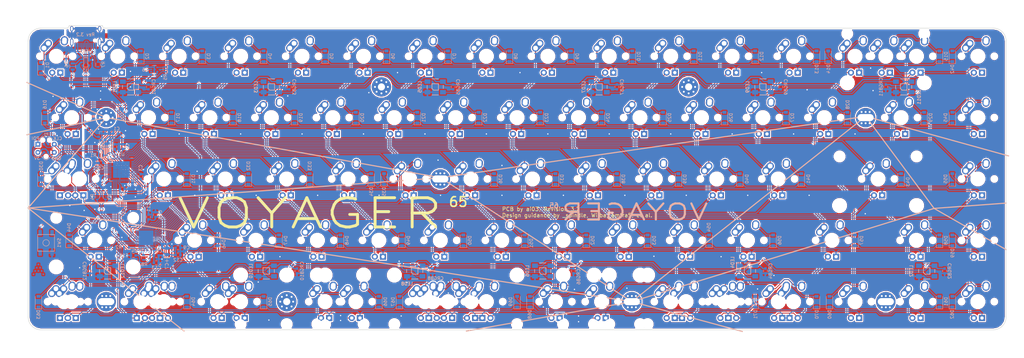
<source format=kicad_pcb>
(kicad_pcb (version 4) (host pcbnew 4.0.7)
  (layers (0 F.Cu signal) (31 B.Cu signal) (34 B.Paste user) (35 F.Paste user) (36 B.SilkS user) (37 F.SilkS user) (38 B.Mask user) (39 F.Mask user) (44 Edge.Cuts user))
  (net 0 "")
  (net 1 +3V3)
  (net 2 GND)
  (net 3 +5V)
  (net 4 VCC)
  (net 5 PDI_CLK)
  (net 6 COL9)
  (net 7 COL8)
  (net 8 COL7)
  (net 9 COL6)
  (net 10 COL5)
  (net 11 COL4)
  (net 12 COL3)
  (net 13 COL2)
  (net 14 COL1)
  (net 15 COL0)
  (net 16 "Net-(U1-Pad13)")
  (net 17 "Net-(U1-Pad14)")
  (net 18 "Net-(U1-Pad15)")
  (net 19 "Net-(U1-Pad16)")
  (net 20 "Net-(U1-Pad17)")
  (net 21 ROW1)
  (net 22 ROW4)
  (net 23 ROW3)
  (net 24 ROW2)
  (net 25 ROW0)
  (net 26 "Net-(U1-Pad25)")
  (net 27 D-)
  (net 28 D+)
  (net 29 "Net-(U1-Pad32)")
  (net 30 PDI)
  (net 31 "Net-(U1-Pad36)")
  (net 32 COL14)
  (net 33 COL13)
  (net 34 COL12)
  (net 35 COL11)
  (net 36 COL10)
  (net 37 "Net-(D1-Pad2)")
  (net 38 "Net-(D2-Pad2)")
  (net 39 "Net-(D3-Pad2)")
  (net 40 "Net-(D4-Pad2)")
  (net 41 "Net-(D5-Pad2)")
  (net 42 "Net-(D6-Pad2)")
  (net 43 "Net-(D7-Pad2)")
  (net 44 "Net-(D8-Pad2)")
  (net 45 "Net-(D9-Pad2)")
  (net 46 "Net-(D10-Pad2)")
  (net 47 "Net-(D11-Pad2)")
  (net 48 "Net-(D12-Pad2)")
  (net 49 "Net-(D13-Pad2)")
  (net 50 "Net-(D14-Pad2)")
  (net 51 "Net-(D15-Pad2)")
  (net 52 "Net-(D16-Pad2)")
  (net 53 "Net-(D17-Pad2)")
  (net 54 "Net-(D18-Pad2)")
  (net 55 "Net-(D19-Pad2)")
  (net 56 "Net-(D20-Pad2)")
  (net 57 "Net-(D21-Pad2)")
  (net 58 "Net-(D22-Pad2)")
  (net 59 "Net-(D23-Pad2)")
  (net 60 "Net-(D24-Pad2)")
  (net 61 "Net-(D25-Pad2)")
  (net 62 "Net-(D26-Pad2)")
  (net 63 "Net-(D27-Pad2)")
  (net 64 "Net-(D28-Pad2)")
  (net 65 "Net-(D29-Pad2)")
  (net 66 "Net-(D30-Pad2)")
  (net 67 "Net-(D31-Pad2)")
  (net 68 "Net-(D32-Pad2)")
  (net 69 "Net-(D33-Pad2)")
  (net 70 "Net-(D34-Pad2)")
  (net 71 "Net-(D35-Pad2)")
  (net 72 "Net-(D36-Pad2)")
  (net 73 "Net-(D37-Pad2)")
  (net 74 "Net-(D38-Pad2)")
  (net 75 "Net-(D39-Pad2)")
  (net 76 "Net-(D40-Pad2)")
  (net 77 "Net-(D41-Pad2)")
  (net 78 "Net-(D43-Pad2)")
  (net 79 "Net-(D44-Pad2)")
  (net 80 "Net-(D46-Pad2)")
  (net 81 "Net-(D47-Pad2)")
  (net 82 "Net-(D48-Pad2)")
  (net 83 "Net-(D49-Pad2)")
  (net 84 "Net-(D50-Pad2)")
  (net 85 "Net-(D51-Pad2)")
  (net 86 "Net-(D52-Pad2)")
  (net 87 "Net-(D53-Pad2)")
  (net 88 "Net-(D54-Pad2)")
  (net 89 "Net-(LED1-Pad2)")
  (net 90 RGBLED)
  (net 91 "Net-(LED2-Pad2)")
  (net 92 "Net-(LED11-Pad2)")
  (net 93 "Net-(LED3-Pad2)")
  (net 94 "Net-(LED4-Pad2)")
  (net 95 "Net-(LED5-Pad2)")
  (net 96 "Net-(LED6-Pad2)")
  (net 97 "Net-(LED7-Pad2)")
  (net 98 "Net-(LED10-Pad4)")
  (net 99 "Net-(LED11-Pad4)")
  (net 100 "Net-(LED10-Pad2)")
  (net 101 "Net-(LED12-Pad2)")
  (net 102 I2C+)
  (net 103 I2C-)
  (net 104 "Net-(LED1-Pad4)")
  (net 105 "Net-(R5-Pad1)")
  (net 106 "Net-(R6-Pad2)")
  (net 107 "Net-(R7-Pad1)")
  (net 108 "Net-(USB1-Pad3)")
  (net 109 "Net-(R2-Pad2)")
  (net 110 "Net-(R8-Pad1)")
  (net 111 "Net-(R8-Pad2)")
  (net 112 "Net-(U4-Pad45)")
  (net 113 "Net-(U4-Pad40)")
  (net 114 "Net-(U4-Pad36)")
  (net 115 "Net-(U4-Pad15)")
  (net 116 "Net-(U4-Pad14)")
  (net 117 "Net-(U4-Pad13)")
  (net 118 "Net-(U4-Pad11)")
  (net 119 "Net-(U4-Pad10)")
  (net 120 "Net-(U4-Pad9)")
  (net 121 "Net-(U4-Pad8)")
  (net 122 "Net-(U4-Pad1)")
  (net 123 LED-SW5)
  (net 124 LED-SW3)
  (net 125 LED-SW2)
  (net 126 LED-SW4)
  (net 127 LED-SW1)
  (net 128 LED-CS11)
  (net 129 LED-CS2)
  (net 130 LED-CS3)
  (net 131 LED-CS4)
  (net 132 LED-CS5)
  (net 133 LED-CS6)
  (net 134 LED-CS7)
  (net 135 LED-CS8)
  (net 136 LED-CS9)
  (net 137 LED-CS10)
  (net 138 LED-CS13)
  (net 139 LED-CS12)
  (net 140 LED-CS15)
  (net 141 LED-CS1)
  (net 142 LED-CS14)
  (net 143 "Net-(D42-Pad2)")
  (net 144 "Net-(D45-Pad2)")
  (net 145 "Net-(D55-Pad2)")
  (net 146 "Net-(D56-Pad2)")
  (net 147 "Net-(D57-Pad2)")
  (net 148 "Net-(D58-Pad2)")
  (net 149 "Net-(D59-Pad2)")
  (net 150 "Net-(D60-Pad2)")
  (net 151 "Net-(D61-Pad2)")
  (net 152 "Net-(D62-Pad2)")
  (net 153 "Net-(D63-Pad2)")
  (net 154 "Net-(D64-Pad2)")
  (net 155 "Net-(D65-Pad2)")
  (net 156 COL15)
  (net 157 LED-CS16)
  (net 158 "Net-(D66-Pad2)")
  (net 159 "Net-(D67-Pad2)")
  (net 160 "Net-(D68-Pad2)")
  (net 161 "Net-(D69-Pad2)")
  (net 162 "Net-(D70-Pad2)")
  (net 163 "Net-(D71-Pad2)")
  (net 164 "Net-(USB1-Pad9)")
  (module MX_Alps_Hybrid:MX-1.5U (layer F.Cu) (at 61.9125 76.2)
    (fp_text reference K_TAB1)
    (fp_text value MX-1.5U)
    (pad 2 thru_hole oval (at 2.5 -4.5 86.0548) (size 2.831378 2.25) (drill 1.47 (offset 0.290689 0)) (layers *.Cu B.Mask) (net 52 "Net-(D16-Pad2)"))
    (pad 2 thru_hole circle (at 2.54 -5.08) (size 2.25 2.25) (drill 1.47) (layers *.Cu B.Mask) (net 52 "Net-(D16-Pad2)"))
    (pad 1 thru_hole oval (at -3.81 -2.54 48.0996) (size 4.211556 2.25) (drill 1.47 (offset 0.980778 0)) (layers *.Cu B.Mask) (net 15 COL0))
    (pad "" np_thru_hole circle (at 0 0) (size 3.9878 3.9878) (drill 3.9878) (layers *.Cu *.Mask))
    (pad 1 thru_hole circle (at -2.5 -4) (size 2.25 2.25) (drill 1.47) (layers *.Cu B.Mask) (net 15 COL0))
    (pad 3 thru_hole circle (at -1.27 5.08) (size 1.905 1.905) (drill 1.04) (layers *.Cu B.Mask) (net 141 LED-CS1))
    (pad 4 thru_hole rect (at 1.27 5.08) (size 1.905 1.905) (drill 1.04) (layers *.Cu B.Mask) (net 126 LED-SW4))
    (pad "" np_thru_hole circle (at -5.08 0 48.0996) (size 1.75 1.75) (drill 1.75) (layers *.Cu *.Mask))
    (pad "" np_thru_hole circle (at 5.08 0 48.0996) (size 1.75 1.75) (drill 1.75) (layers *.Cu *.Mask))
  )
  (module MX_Alps_Hybrid:MX-1U (layer F.Cu) (at 76.2 57.15)
    (fp_text reference K_#1)
    (fp_text value MX-1U)
    (pad 2 thru_hole oval (at 2.5 -4.5 86.0548) (size 2.831378 2.25) (drill 1.47 (offset 0.290689 0)) (layers *.Cu B.Mask) (net 38 "Net-(D2-Pad2)"))
    (pad 2 thru_hole circle (at 2.54 -5.08) (size 2.25 2.25) (drill 1.47) (layers *.Cu B.Mask) (net 38 "Net-(D2-Pad2)"))
    (pad 1 thru_hole oval (at -3.81 -2.54 48.0996) (size 4.211556 2.25) (drill 1.47 (offset 0.980778 0)) (layers *.Cu B.Mask) (net 14 COL1))
    (pad "" np_thru_hole circle (at 0 0) (size 3.9878 3.9878) (drill 3.9878) (layers *.Cu *.Mask))
    (pad 1 thru_hole circle (at -2.5 -4) (size 2.25 2.25) (drill 1.47) (layers *.Cu B.Mask) (net 14 COL1))
    (pad 3 thru_hole circle (at -1.27 5.08) (size 1.905 1.905) (drill 1.04) (layers *.Cu B.Mask) (net 129 LED-CS2))
    (pad 4 thru_hole rect (at 1.27 5.08) (size 1.905 1.905) (drill 1.04) (layers *.Cu B.Mask) (net 123 LED-SW5))
    (pad "" np_thru_hole circle (at -5.08 0 48.0996) (size 1.75 1.75) (drill 1.75) (layers *.Cu *.Mask))
    (pad "" np_thru_hole circle (at 5.08 0 48.0996) (size 1.75 1.75) (drill 1.75) (layers *.Cu *.Mask))
  )
  (module Capacitors_SMD:C_0603 (layer B.Cu) (at 70.993 90.297 180)
    (fp_text reference C5 (at 0 -1.524 180) (layer B.SilkS) (effects (justify mirror)))
    (fp_text value 0.1u)
    (pad 2 smd rect (at 0.75 0 180) (size 0.8 0.75) (layers B.Cu B.Paste B.Mask) (net 2 GND))
    (pad 1 smd rect (at -0.75 0 180) (size 0.8 0.75) (layers B.Cu B.Paste B.Mask) (net 1 +3V3))
  )
  (module MX_Alps_Hybrid:MX-1U (layer F.Cu) (at 90.4875 95.25)
    (fp_text reference K_A1)
    (fp_text value MX-1U)
    (pad 2 thru_hole oval (at 2.5 -4.5 86.0548) (size 2.831378 2.25) (drill 1.47 (offset 0.290689 0)) (layers *.Cu B.Mask) (net 67 "Net-(D31-Pad2)"))
    (pad 2 thru_hole circle (at 2.54 -5.08) (size 2.25 2.25) (drill 1.47) (layers *.Cu B.Mask) (net 67 "Net-(D31-Pad2)"))
    (pad 1 thru_hole oval (at -3.81 -2.54 48.0996) (size 4.211556 2.25) (drill 1.47 (offset 0.980778 0)) (layers *.Cu B.Mask) (net 13 COL2))
    (pad "" np_thru_hole circle (at 0 0) (size 3.9878 3.9878) (drill 3.9878) (layers *.Cu *.Mask))
    (pad 1 thru_hole circle (at -2.5 -4) (size 2.25 2.25) (drill 1.47) (layers *.Cu B.Mask) (net 13 COL2))
    (pad 3 thru_hole circle (at -1.27 5.08) (size 1.905 1.905) (drill 1.04) (layers *.Cu B.Mask) (net 130 LED-CS3))
    (pad 4 thru_hole rect (at 1.27 5.08) (size 1.905 1.905) (drill 1.04) (layers *.Cu B.Mask) (net 124 LED-SW3))
    (pad "" np_thru_hole circle (at -5.08 0 48.0996) (size 1.75 1.75) (drill 1.75) (layers *.Cu *.Mask))
    (pad "" np_thru_hole circle (at 5.08 0 48.0996) (size 1.75 1.75) (drill 1.75) (layers *.Cu *.Mask))
  )
  (module MX_Alps_Hybrid:MX-1.25U-FLIPPED (layer F.Cu) (at 59.53125 95.25)
    (fp_text reference K_CAPS2)
    (fp_text value MX-1.25U)
    (pad 2 thru_hole oval (at 2.5 -4.5 86.0548) (size 2.831378 2.25) (drill 1.47 (offset 0.290689 0)) (layers *.Cu B.Mask) (net 15 COL0))
    (pad 2 thru_hole circle (at 2.54 -5.08) (size 2.25 2.25) (drill 1.47) (layers *.Cu B.Mask) (net 15 COL0))
    (pad 1 thru_hole oval (at -3.81 -2.54 48.0996) (size 4.211556 2.25) (drill 1.47 (offset 0.980778 0)) (layers *.Cu B.Mask) (net 66 "Net-(D30-Pad2)"))
    (pad "" np_thru_hole circle (at 0 0) (size 3.9878 3.9878) (drill 3.9878) (layers *.Cu *.Mask))
    (pad 1 thru_hole circle (at -2.5 -4) (size 2.25 2.25) (drill 1.47) (layers *.Cu B.Mask) (net 66 "Net-(D30-Pad2)"))
    (pad 3 thru_hole circle (at 1.27 5.08) (size 1.905 1.905) (drill 1.04) (layers *.Cu B.Mask) (net 141 LED-CS1))
    (pad 4 thru_hole rect (at -1.27 5.08) (size 1.905 1.905) (drill 1.04) (layers *.Cu B.Mask) (net 124 LED-SW3))
    (pad "" np_thru_hole circle (at -5.08 0 48.0996) (size 1.75 1.75) (drill 1.75) (layers *.Cu *.Mask))
    (pad "" np_thru_hole circle (at 5.08 0 48.0996) (size 1.75 1.75) (drill 1.75) (layers *.Cu *.Mask))
  )
  (module MX_Alps_Hybrid:MX-1U (layer F.Cu) (at 295.275 76.2)
    (fp_text reference K_]1)
    (fp_text value MX-1U)
    (pad 2 thru_hole oval (at 2.5 -4.5 86.0548) (size 2.831378 2.25) (drill 1.47 (offset 0.290689 0)) (layers *.Cu B.Mask) (net 64 "Net-(D28-Pad2)"))
    (pad 2 thru_hole circle (at 2.54 -5.08) (size 2.25 2.25) (drill 1.47) (layers *.Cu B.Mask) (net 64 "Net-(D28-Pad2)"))
    (pad 1 thru_hole oval (at -3.81 -2.54 48.0996) (size 4.211556 2.25) (drill 1.47 (offset 0.980778 0)) (layers *.Cu B.Mask) (net 33 COL13))
    (pad "" np_thru_hole circle (at 0 0) (size 3.9878 3.9878) (drill 3.9878) (layers *.Cu *.Mask))
    (pad 1 thru_hole circle (at -2.5 -4) (size 2.25 2.25) (drill 1.47) (layers *.Cu B.Mask) (net 33 COL13))
    (pad 3 thru_hole circle (at -1.27 5.08) (size 1.905 1.905) (drill 1.04) (layers *.Cu B.Mask) (net 142 LED-CS14))
    (pad 4 thru_hole rect (at 1.27 5.08) (size 1.905 1.905) (drill 1.04) (layers *.Cu B.Mask) (net 126 LED-SW4))
    (pad "" np_thru_hole circle (at -5.08 0 48.0996) (size 1.75 1.75) (drill 1.75) (layers *.Cu *.Mask))
    (pad "" np_thru_hole circle (at 5.08 0 48.0996) (size 1.75 1.75) (drill 1.75) (layers *.Cu *.Mask))
  )
  (module MX_Alps_Hybrid:MX-1.5U (layer F.Cu) (at 319.0875 76.2)
    (fp_text reference K_\1)
    (fp_text value MX-1.5U)
    (pad 2 thru_hole oval (at 2.5 -4.5 86.0548) (size 2.831378 2.25) (drill 1.47 (offset 0.290689 0)) (layers *.Cu B.Mask) (net 65 "Net-(D29-Pad2)"))
    (pad 2 thru_hole circle (at 2.54 -5.08) (size 2.25 2.25) (drill 1.47) (layers *.Cu B.Mask) (net 65 "Net-(D29-Pad2)"))
    (pad 1 thru_hole oval (at -3.81 -2.54 48.0996) (size 4.211556 2.25) (drill 1.47 (offset 0.980778 0)) (layers *.Cu B.Mask) (net 32 COL14))
    (pad "" np_thru_hole circle (at 0 0) (size 3.9878 3.9878) (drill 3.9878) (layers *.Cu *.Mask))
    (pad 1 thru_hole circle (at -2.5 -4) (size 2.25 2.25) (drill 1.47) (layers *.Cu B.Mask) (net 32 COL14))
    (pad 3 thru_hole circle (at -1.27 5.08) (size 1.905 1.905) (drill 1.04) (layers *.Cu B.Mask) (net 140 LED-CS15))
    (pad 4 thru_hole rect (at 1.27 5.08) (size 1.905 1.905) (drill 1.04) (layers *.Cu B.Mask) (net 126 LED-SW4))
    (pad "" np_thru_hole circle (at -5.08 0 48.0996) (size 1.75 1.75) (drill 1.75) (layers *.Cu *.Mask))
    (pad "" np_thru_hole circle (at 5.08 0 48.0996) (size 1.75 1.75) (drill 1.75) (layers *.Cu *.Mask))
  )
  (module MX_Alps_Hybrid:MX-1U (layer F.Cu) (at 276.225 76.2)
    (fp_text reference K_[1)
    (fp_text value MX-1U)
    (pad 2 thru_hole oval (at 2.5 -4.5 86.0548) (size 2.831378 2.25) (drill 1.47 (offset 0.290689 0)) (layers *.Cu B.Mask) (net 63 "Net-(D27-Pad2)"))
    (pad 2 thru_hole circle (at 2.54 -5.08) (size 2.25 2.25) (drill 1.47) (layers *.Cu B.Mask) (net 63 "Net-(D27-Pad2)"))
    (pad 1 thru_hole oval (at -3.81 -2.54 48.0996) (size 4.211556 2.25) (drill 1.47 (offset 0.980778 0)) (layers *.Cu B.Mask) (net 34 COL12))
    (pad "" np_thru_hole circle (at 0 0) (size 3.9878 3.9878) (drill 3.9878) (layers *.Cu *.Mask))
    (pad 1 thru_hole circle (at -2.5 -4) (size 2.25 2.25) (drill 1.47) (layers *.Cu B.Mask) (net 34 COL12))
    (pad 3 thru_hole circle (at -1.27 5.08) (size 1.905 1.905) (drill 1.04) (layers *.Cu B.Mask) (net 138 LED-CS13))
    (pad 4 thru_hole rect (at 1.27 5.08) (size 1.905 1.905) (drill 1.04) (layers *.Cu B.Mask) (net 126 LED-SW4))
    (pad "" np_thru_hole circle (at -5.08 0 48.0996) (size 1.75 1.75) (drill 1.75) (layers *.Cu *.Mask))
    (pad "" np_thru_hole circle (at 5.08 0 48.0996) (size 1.75 1.75) (drill 1.75) (layers *.Cu *.Mask))
  )
  (module MX_Alps_Hybrid:MX-1U (layer F.Cu) (at 100.0125 114.3)
    (fp_text reference K_Z1)
    (fp_text value MX-1U)
    (pad 2 thru_hole oval (at 2.5 -4.5 86.0548) (size 2.831378 2.25) (drill 1.47 (offset 0.290689 0)) (layers *.Cu B.Mask) (net 80 "Net-(D46-Pad2)"))
    (pad 2 thru_hole circle (at 2.54 -5.08) (size 2.25 2.25) (drill 1.47) (layers *.Cu B.Mask) (net 80 "Net-(D46-Pad2)"))
    (pad 1 thru_hole oval (at -3.81 -2.54 48.0996) (size 4.211556 2.25) (drill 1.47 (offset 0.980778 0)) (layers *.Cu B.Mask) (net 13 COL2))
    (pad "" np_thru_hole circle (at 0 0) (size 3.9878 3.9878) (drill 3.9878) (layers *.Cu *.Mask))
    (pad 1 thru_hole circle (at -2.5 -4) (size 2.25 2.25) (drill 1.47) (layers *.Cu B.Mask) (net 13 COL2))
    (pad 3 thru_hole circle (at -1.27 5.08) (size 1.905 1.905) (drill 1.04) (layers *.Cu B.Mask) (net 130 LED-CS3))
    (pad 4 thru_hole rect (at 1.27 5.08) (size 1.905 1.905) (drill 1.04) (layers *.Cu B.Mask) (net 125 LED-SW2))
    (pad "" np_thru_hole circle (at -5.08 0 48.0996) (size 1.75 1.75) (drill 1.75) (layers *.Cu *.Mask))
    (pad "" np_thru_hole circle (at 5.08 0 48.0996) (size 1.75 1.75) (drill 1.75) (layers *.Cu *.Mask))
  )
  (module MX_Alps_Hybrid:MX-1U (layer F.Cu) (at 180.975 76.2)
    (fp_text reference K_Y1)
    (fp_text value MX-1U)
    (pad 2 thru_hole oval (at 2.5 -4.5 86.0548) (size 2.831378 2.25) (drill 1.47 (offset 0.290689 0)) (layers *.Cu B.Mask) (net 58 "Net-(D22-Pad2)"))
    (pad 2 thru_hole circle (at 2.54 -5.08) (size 2.25 2.25) (drill 1.47) (layers *.Cu B.Mask) (net 58 "Net-(D22-Pad2)"))
    (pad 1 thru_hole oval (at -3.81 -2.54 48.0996) (size 4.211556 2.25) (drill 1.47 (offset 0.980778 0)) (layers *.Cu B.Mask) (net 8 COL7))
    (pad "" np_thru_hole circle (at 0 0) (size 3.9878 3.9878) (drill 3.9878) (layers *.Cu *.Mask))
    (pad 1 thru_hole circle (at -2.5 -4) (size 2.25 2.25) (drill 1.47) (layers *.Cu B.Mask) (net 8 COL7))
    (pad 3 thru_hole circle (at -1.27 5.08) (size 1.905 1.905) (drill 1.04) (layers *.Cu B.Mask) (net 135 LED-CS8))
    (pad 4 thru_hole rect (at 1.27 5.08) (size 1.905 1.905) (drill 1.04) (layers *.Cu B.Mask) (net 126 LED-SW4))
    (pad "" np_thru_hole circle (at -5.08 0 48.0996) (size 1.75 1.75) (drill 1.75) (layers *.Cu *.Mask))
    (pad "" np_thru_hole circle (at 5.08 0 48.0996) (size 1.75 1.75) (drill 1.75) (layers *.Cu *.Mask))
  )
  (module MX_Alps_Hybrid:MX-1U (layer F.Cu) (at 119.0625 114.3)
    (fp_text reference K_X1)
    (fp_text value MX-1U)
    (pad 2 thru_hole oval (at 2.5 -4.5 86.0548) (size 2.831378 2.25) (drill 1.47 (offset 0.290689 0)) (layers *.Cu B.Mask) (net 81 "Net-(D47-Pad2)"))
    (pad 2 thru_hole circle (at 2.54 -5.08) (size 2.25 2.25) (drill 1.47) (layers *.Cu B.Mask) (net 81 "Net-(D47-Pad2)"))
    (pad 1 thru_hole oval (at -3.81 -2.54 48.0996) (size 4.211556 2.25) (drill 1.47 (offset 0.980778 0)) (layers *.Cu B.Mask) (net 12 COL3))
    (pad "" np_thru_hole circle (at 0 0) (size 3.9878 3.9878) (drill 3.9878) (layers *.Cu *.Mask))
    (pad 1 thru_hole circle (at -2.5 -4) (size 2.25 2.25) (drill 1.47) (layers *.Cu B.Mask) (net 12 COL3))
    (pad 3 thru_hole circle (at -1.27 5.08) (size 1.905 1.905) (drill 1.04) (layers *.Cu B.Mask) (net 131 LED-CS4))
    (pad 4 thru_hole rect (at 1.27 5.08) (size 1.905 1.905) (drill 1.04) (layers *.Cu B.Mask) (net 125 LED-SW2))
    (pad "" np_thru_hole circle (at -5.08 0 48.0996) (size 1.75 1.75) (drill 1.75) (layers *.Cu *.Mask))
    (pad "" np_thru_hole circle (at 5.08 0 48.0996) (size 1.75 1.75) (drill 1.75) (layers *.Cu *.Mask))
  )
  (module MX_Alps_Hybrid:MX-1U (layer F.Cu) (at 104.775 76.2)
    (fp_text reference K_W1)
    (fp_text value MX-1U)
    (pad 2 thru_hole oval (at 2.5 -4.5 86.0548) (size 2.831378 2.25) (drill 1.47 (offset 0.290689 0)) (layers *.Cu B.Mask) (net 54 "Net-(D18-Pad2)"))
    (pad 2 thru_hole circle (at 2.54 -5.08) (size 2.25 2.25) (drill 1.47) (layers *.Cu B.Mask) (net 54 "Net-(D18-Pad2)"))
    (pad 1 thru_hole oval (at -3.81 -2.54 48.0996) (size 4.211556 2.25) (drill 1.47 (offset 0.980778 0)) (layers *.Cu B.Mask) (net 12 COL3))
    (pad "" np_thru_hole circle (at 0 0) (size 3.9878 3.9878) (drill 3.9878) (layers *.Cu *.Mask))
    (pad 1 thru_hole circle (at -2.5 -4) (size 2.25 2.25) (drill 1.47) (layers *.Cu B.Mask) (net 12 COL3))
    (pad 3 thru_hole circle (at -1.27 5.08) (size 1.905 1.905) (drill 1.04) (layers *.Cu B.Mask) (net 131 LED-CS4))
    (pad 4 thru_hole rect (at 1.27 5.08) (size 1.905 1.905) (drill 1.04) (layers *.Cu B.Mask) (net 126 LED-SW4))
    (pad "" np_thru_hole circle (at -5.08 0 48.0996) (size 1.75 1.75) (drill 1.75) (layers *.Cu *.Mask))
    (pad "" np_thru_hole circle (at 5.08 0 48.0996) (size 1.75 1.75) (drill 1.75) (layers *.Cu *.Mask))
  )
  (module MX_Alps_Hybrid:MX-1U (layer F.Cu) (at 157.1625 114.3)
    (fp_text reference K_V1)
    (fp_text value MX-1U)
    (pad 2 thru_hole oval (at 2.5 -4.5 86.0548) (size 2.831378 2.25) (drill 1.47 (offset 0.290689 0)) (layers *.Cu B.Mask) (net 83 "Net-(D49-Pad2)"))
    (pad 2 thru_hole circle (at 2.54 -5.08) (size 2.25 2.25) (drill 1.47) (layers *.Cu B.Mask) (net 83 "Net-(D49-Pad2)"))
    (pad 1 thru_hole oval (at -3.81 -2.54 48.0996) (size 4.211556 2.25) (drill 1.47 (offset 0.980778 0)) (layers *.Cu B.Mask) (net 10 COL5))
    (pad "" np_thru_hole circle (at 0 0) (size 3.9878 3.9878) (drill 3.9878) (layers *.Cu *.Mask))
    (pad 1 thru_hole circle (at -2.5 -4) (size 2.25 2.25) (drill 1.47) (layers *.Cu B.Mask) (net 10 COL5))
    (pad 3 thru_hole circle (at -1.27 5.08) (size 1.905 1.905) (drill 1.04) (layers *.Cu B.Mask) (net 133 LED-CS6))
    (pad 4 thru_hole rect (at 1.27 5.08) (size 1.905 1.905) (drill 1.04) (layers *.Cu B.Mask) (net 125 LED-SW2))
    (pad "" np_thru_hole circle (at -5.08 0 48.0996) (size 1.75 1.75) (drill 1.75) (layers *.Cu *.Mask))
    (pad "" np_thru_hole circle (at 5.08 0 48.0996) (size 1.75 1.75) (drill 1.75) (layers *.Cu *.Mask))
  )
  (module MX_Alps_Hybrid:MX-1U (layer F.Cu) (at 200.025 76.2)
    (fp_text reference K_U1)
    (fp_text value MX-1U)
    (pad 2 thru_hole oval (at 2.5 -4.5 86.0548) (size 2.831378 2.25) (drill 1.47 (offset 0.290689 0)) (layers *.Cu B.Mask) (net 59 "Net-(D23-Pad2)"))
    (pad 2 thru_hole circle (at 2.54 -5.08) (size 2.25 2.25) (drill 1.47) (layers *.Cu B.Mask) (net 59 "Net-(D23-Pad2)"))
    (pad 1 thru_hole oval (at -3.81 -2.54 48.0996) (size 4.211556 2.25) (drill 1.47 (offset 0.980778 0)) (layers *.Cu B.Mask) (net 7 COL8))
    (pad "" np_thru_hole circle (at 0 0) (size 3.9878 3.9878) (drill 3.9878) (layers *.Cu *.Mask))
    (pad 1 thru_hole circle (at -2.5 -4) (size 2.25 2.25) (drill 1.47) (layers *.Cu B.Mask) (net 7 COL8))
    (pad 3 thru_hole circle (at -1.27 5.08) (size 1.905 1.905) (drill 1.04) (layers *.Cu B.Mask) (net 136 LED-CS9))
    (pad 4 thru_hole rect (at 1.27 5.08) (size 1.905 1.905) (drill 1.04) (layers *.Cu B.Mask) (net 126 LED-SW4))
    (pad "" np_thru_hole circle (at -5.08 0 48.0996) (size 1.75 1.75) (drill 1.75) (layers *.Cu *.Mask))
    (pad "" np_thru_hole circle (at 5.08 0 48.0996) (size 1.75 1.75) (drill 1.75) (layers *.Cu *.Mask))
  )
  (module MX_Alps_Hybrid:MX-1U (layer F.Cu) (at 161.925 76.2)
    (fp_text reference K_T1)
    (fp_text value MX-1U)
    (pad 2 thru_hole oval (at 2.5 -4.5 86.0548) (size 2.831378 2.25) (drill 1.47 (offset 0.290689 0)) (layers *.Cu B.Mask) (net 57 "Net-(D21-Pad2)"))
    (pad 2 thru_hole circle (at 2.54 -5.08) (size 2.25 2.25) (drill 1.47) (layers *.Cu B.Mask) (net 57 "Net-(D21-Pad2)"))
    (pad 1 thru_hole oval (at -3.81 -2.54 48.0996) (size 4.211556 2.25) (drill 1.47 (offset 0.980778 0)) (layers *.Cu B.Mask) (net 9 COL6))
    (pad "" np_thru_hole circle (at 0 0) (size 3.9878 3.9878) (drill 3.9878) (layers *.Cu *.Mask))
    (pad 1 thru_hole circle (at -2.5 -4) (size 2.25 2.25) (drill 1.47) (layers *.Cu B.Mask) (net 9 COL6))
    (pad 3 thru_hole circle (at -1.27 5.08) (size 1.905 1.905) (drill 1.04) (layers *.Cu B.Mask) (net 134 LED-CS7))
    (pad 4 thru_hole rect (at 1.27 5.08) (size 1.905 1.905) (drill 1.04) (layers *.Cu B.Mask) (net 126 LED-SW4))
    (pad "" np_thru_hole circle (at -5.08 0 48.0996) (size 1.75 1.75) (drill 1.75) (layers *.Cu *.Mask))
    (pad "" np_thru_hole circle (at 5.08 0 48.0996) (size 1.75 1.75) (drill 1.75) (layers *.Cu *.Mask))
  )
  (module MX_Alps_Hybrid:MX-2.25U (layer F.Cu) (at 69.05625 114.3)
    (fp_text reference K_SHIFT1)
    (fp_text value MX-2.25U)
    (pad 2 thru_hole oval (at 2.5 -4.5 86.0548) (size 2.831378 2.25) (drill 1.47 (offset 0.290689 0)) (layers *.Cu B.Mask) (net 79 "Net-(D44-Pad2)"))
    (pad 2 thru_hole circle (at 2.54 -5.08) (size 2.25 2.25) (drill 1.47) (layers *.Cu B.Mask) (net 79 "Net-(D44-Pad2)"))
    (pad 1 thru_hole oval (at -3.81 -2.54 48.0996) (size 4.211556 2.25) (drill 1.47 (offset 0.980778 0)) (layers *.Cu B.Mask) (net 15 COL0))
    (pad "" np_thru_hole circle (at 0 0) (size 3.9878 3.9878) (drill 3.9878) (layers *.Cu *.Mask))
    (pad 1 thru_hole circle (at -2.5 -4) (size 2.25 2.25) (drill 1.47) (layers *.Cu B.Mask) (net 15 COL0))
    (pad 3 thru_hole circle (at -1.27 5.08) (size 1.905 1.905) (drill 1.04) (layers *.Cu B.Mask) (net 141 LED-CS1))
    (pad 4 thru_hole rect (at 1.27 5.08) (size 1.905 1.905) (drill 1.04) (layers *.Cu B.Mask) (net 125 LED-SW2))
    (pad "" np_thru_hole circle (at -5.08 0 48.0996) (size 1.75 1.75) (drill 1.75) (layers *.Cu *.Mask))
    (pad "" np_thru_hole circle (at 5.08 0 48.0996) (size 1.75 1.75) (drill 1.75) (layers *.Cu *.Mask))
    (pad "" np_thru_hole circle (at -11.938 -6.985) (size 3.048 3.048) (drill 3.048) (layers *.Cu *.Mask))
    (pad "" np_thru_hole circle (at 11.938 -6.985) (size 3.048 3.048) (drill 3.048) (layers *.Cu *.Mask))
    (pad "" np_thru_hole circle (at -11.938 8.255) (size 3.9878 3.9878) (drill 3.9878) (layers *.Cu *.Mask))
    (pad "" np_thru_hole circle (at 11.938 8.255) (size 3.9878 3.9878) (drill 3.9878) (layers *.Cu *.Mask))
  )
  (module MX_Alps_Hybrid:MX-1U (layer F.Cu) (at 109.5375 95.25)
    (fp_text reference K_S1)
    (fp_text value MX-1U)
    (pad 2 thru_hole oval (at 2.5 -4.5 86.0548) (size 2.831378 2.25) (drill 1.47 (offset 0.290689 0)) (layers *.Cu B.Mask) (net 68 "Net-(D32-Pad2)"))
    (pad 2 thru_hole circle (at 2.54 -5.08) (size 2.25 2.25) (drill 1.47) (layers *.Cu B.Mask) (net 68 "Net-(D32-Pad2)"))
    (pad 1 thru_hole oval (at -3.81 -2.54 48.0996) (size 4.211556 2.25) (drill 1.47 (offset 0.980778 0)) (layers *.Cu B.Mask) (net 12 COL3))
    (pad "" np_thru_hole circle (at 0 0) (size 3.9878 3.9878) (drill 3.9878) (layers *.Cu *.Mask))
    (pad 1 thru_hole circle (at -2.5 -4) (size 2.25 2.25) (drill 1.47) (layers *.Cu B.Mask) (net 12 COL3))
    (pad 3 thru_hole circle (at -1.27 5.08) (size 1.905 1.905) (drill 1.04) (layers *.Cu B.Mask) (net 131 LED-CS4))
    (pad 4 thru_hole rect (at 1.27 5.08) (size 1.905 1.905) (drill 1.04) (layers *.Cu B.Mask) (net 124 LED-SW3))
    (pad "" np_thru_hole circle (at -5.08 0 48.0996) (size 1.75 1.75) (drill 1.75) (layers *.Cu *.Mask))
    (pad "" np_thru_hole circle (at 5.08 0 48.0996) (size 1.75 1.75) (drill 1.75) (layers *.Cu *.Mask))
  )
  (module MX_Alps_Hybrid:MX-1U (layer F.Cu) (at 142.875 76.2)
    (fp_text reference K_R1)
    (fp_text value MX-1U)
    (pad 2 thru_hole oval (at 2.5 -4.5 86.0548) (size 2.831378 2.25) (drill 1.47 (offset 0.290689 0)) (layers *.Cu B.Mask) (net 56 "Net-(D20-Pad2)"))
    (pad 2 thru_hole circle (at 2.54 -5.08) (size 2.25 2.25) (drill 1.47) (layers *.Cu B.Mask) (net 56 "Net-(D20-Pad2)"))
    (pad 1 thru_hole oval (at -3.81 -2.54 48.0996) (size 4.211556 2.25) (drill 1.47 (offset 0.980778 0)) (layers *.Cu B.Mask) (net 10 COL5))
    (pad "" np_thru_hole circle (at 0 0) (size 3.9878 3.9878) (drill 3.9878) (layers *.Cu *.Mask))
    (pad 1 thru_hole circle (at -2.5 -4) (size 2.25 2.25) (drill 1.47) (layers *.Cu B.Mask) (net 10 COL5))
    (pad 3 thru_hole circle (at -1.27 5.08) (size 1.905 1.905) (drill 1.04) (layers *.Cu B.Mask) (net 133 LED-CS6))
    (pad 4 thru_hole rect (at 1.27 5.08) (size 1.905 1.905) (drill 1.04) (layers *.Cu B.Mask) (net 126 LED-SW4))
    (pad "" np_thru_hole circle (at -5.08 0 48.0996) (size 1.75 1.75) (drill 1.75) (layers *.Cu *.Mask))
    (pad "" np_thru_hole circle (at 5.08 0 48.0996) (size 1.75 1.75) (drill 1.75) (layers *.Cu *.Mask))
  )
  (module MX_Alps_Hybrid:MX-1U (layer F.Cu) (at 85.725 76.2)
    (fp_text reference K_Q1)
    (fp_text value MX-1U)
    (pad 2 thru_hole oval (at 2.5 -4.5 86.0548) (size 2.831378 2.25) (drill 1.47 (offset 0.290689 0)) (layers *.Cu B.Mask) (net 53 "Net-(D17-Pad2)"))
    (pad 2 thru_hole circle (at 2.54 -5.08) (size 2.25 2.25) (drill 1.47) (layers *.Cu B.Mask) (net 53 "Net-(D17-Pad2)"))
    (pad 1 thru_hole oval (at -3.81 -2.54 48.0996) (size 4.211556 2.25) (drill 1.47 (offset 0.980778 0)) (layers *.Cu B.Mask) (net 13 COL2))
    (pad "" np_thru_hole circle (at 0 0) (size 3.9878 3.9878) (drill 3.9878) (layers *.Cu *.Mask))
    (pad 1 thru_hole circle (at -2.5 -4) (size 2.25 2.25) (drill 1.47) (layers *.Cu B.Mask) (net 13 COL2))
    (pad 3 thru_hole circle (at -1.27 5.08) (size 1.905 1.905) (drill 1.04) (layers *.Cu B.Mask) (net 130 LED-CS3))
    (pad 4 thru_hole rect (at 1.27 5.08) (size 1.905 1.905) (drill 1.04) (layers *.Cu B.Mask) (net 126 LED-SW4))
    (pad "" np_thru_hole circle (at -5.08 0 48.0996) (size 1.75 1.75) (drill 1.75) (layers *.Cu *.Mask))
    (pad "" np_thru_hole circle (at 5.08 0 48.0996) (size 1.75 1.75) (drill 1.75) (layers *.Cu *.Mask))
  )
  (module MX_Alps_Hybrid:MX-1U (layer F.Cu) (at 257.175 76.2)
    (fp_text reference K_P1)
    (fp_text value MX-1U)
    (pad 2 thru_hole oval (at 2.5 -4.5 86.0548) (size 2.831378 2.25) (drill 1.47 (offset 0.290689 0)) (layers *.Cu B.Mask) (net 62 "Net-(D26-Pad2)"))
    (pad 2 thru_hole circle (at 2.54 -5.08) (size 2.25 2.25) (drill 1.47) (layers *.Cu B.Mask) (net 62 "Net-(D26-Pad2)"))
    (pad 1 thru_hole oval (at -3.81 -2.54 48.0996) (size 4.211556 2.25) (drill 1.47 (offset 0.980778 0)) (layers *.Cu B.Mask) (net 35 COL11))
    (pad "" np_thru_hole circle (at 0 0) (size 3.9878 3.9878) (drill 3.9878) (layers *.Cu *.Mask))
    (pad 1 thru_hole circle (at -2.5 -4) (size 2.25 2.25) (drill 1.47) (layers *.Cu B.Mask) (net 35 COL11))
    (pad 3 thru_hole circle (at -1.27 5.08) (size 1.905 1.905) (drill 1.04) (layers *.Cu B.Mask) (net 139 LED-CS12))
    (pad 4 thru_hole rect (at 1.27 5.08) (size 1.905 1.905) (drill 1.04) (layers *.Cu B.Mask) (net 126 LED-SW4))
    (pad "" np_thru_hole circle (at -5.08 0 48.0996) (size 1.75 1.75) (drill 1.75) (layers *.Cu *.Mask))
    (pad "" np_thru_hole circle (at 5.08 0 48.0996) (size 1.75 1.75) (drill 1.75) (layers *.Cu *.Mask))
  )
  (module MX_Alps_Hybrid:MX-1U (layer F.Cu) (at 238.125 76.2)
    (fp_text reference K_O1)
    (fp_text value MX-1U)
    (pad 2 thru_hole oval (at 2.5 -4.5 86.0548) (size 2.831378 2.25) (drill 1.47 (offset 0.290689 0)) (layers *.Cu B.Mask) (net 61 "Net-(D25-Pad2)"))
    (pad 2 thru_hole circle (at 2.54 -5.08) (size 2.25 2.25) (drill 1.47) (layers *.Cu B.Mask) (net 61 "Net-(D25-Pad2)"))
    (pad 1 thru_hole oval (at -3.81 -2.54 48.0996) (size 4.211556 2.25) (drill 1.47 (offset 0.980778 0)) (layers *.Cu B.Mask) (net 36 COL10))
    (pad "" np_thru_hole circle (at 0 0) (size 3.9878 3.9878) (drill 3.9878) (layers *.Cu *.Mask))
    (pad 1 thru_hole circle (at -2.5 -4) (size 2.25 2.25) (drill 1.47) (layers *.Cu B.Mask) (net 36 COL10))
    (pad 3 thru_hole circle (at -1.27 5.08) (size 1.905 1.905) (drill 1.04) (layers *.Cu B.Mask) (net 128 LED-CS11))
    (pad 4 thru_hole rect (at 1.27 5.08) (size 1.905 1.905) (drill 1.04) (layers *.Cu B.Mask) (net 126 LED-SW4))
    (pad "" np_thru_hole circle (at -5.08 0 48.0996) (size 1.75 1.75) (drill 1.75) (layers *.Cu *.Mask))
    (pad "" np_thru_hole circle (at 5.08 0 48.0996) (size 1.75 1.75) (drill 1.75) (layers *.Cu *.Mask))
  )
  (module MX_Alps_Hybrid:MX-1U (layer F.Cu) (at 195.2625 114.3)
    (fp_text reference K_N1)
    (fp_text value MX-1U)
    (pad 2 thru_hole oval (at 2.5 -4.5 86.0548) (size 2.831378 2.25) (drill 1.47 (offset 0.290689 0)) (layers *.Cu B.Mask) (net 85 "Net-(D51-Pad2)"))
    (pad 2 thru_hole circle (at 2.54 -5.08) (size 2.25 2.25) (drill 1.47) (layers *.Cu B.Mask) (net 85 "Net-(D51-Pad2)"))
    (pad 1 thru_hole oval (at -3.81 -2.54 48.0996) (size 4.211556 2.25) (drill 1.47 (offset 0.980778 0)) (layers *.Cu B.Mask) (net 8 COL7))
    (pad "" np_thru_hole circle (at 0 0) (size 3.9878 3.9878) (drill 3.9878) (layers *.Cu *.Mask))
    (pad 1 thru_hole circle (at -2.5 -4) (size 2.25 2.25) (drill 1.47) (layers *.Cu B.Mask) (net 8 COL7))
    (pad 3 thru_hole circle (at -1.27 5.08) (size 1.905 1.905) (drill 1.04) (layers *.Cu B.Mask) (net 135 LED-CS8))
    (pad 4 thru_hole rect (at 1.27 5.08) (size 1.905 1.905) (drill 1.04) (layers *.Cu B.Mask) (net 125 LED-SW2))
    (pad "" np_thru_hole circle (at -5.08 0 48.0996) (size 1.75 1.75) (drill 1.75) (layers *.Cu *.Mask))
    (pad "" np_thru_hole circle (at 5.08 0 48.0996) (size 1.75 1.75) (drill 1.75) (layers *.Cu *.Mask))
  )
  (module MX_Alps_Hybrid:MX-1U (layer F.Cu) (at 214.3125 114.3)
    (fp_text reference K_M1)
    (fp_text value MX-1U)
    (pad 2 thru_hole oval (at 2.5 -4.5 86.0548) (size 2.831378 2.25) (drill 1.47 (offset 0.290689 0)) (layers *.Cu B.Mask) (net 86 "Net-(D52-Pad2)"))
    (pad 2 thru_hole circle (at 2.54 -5.08) (size 2.25 2.25) (drill 1.47) (layers *.Cu B.Mask) (net 86 "Net-(D52-Pad2)"))
    (pad 1 thru_hole oval (at -3.81 -2.54 48.0996) (size 4.211556 2.25) (drill 1.47 (offset 0.980778 0)) (layers *.Cu B.Mask) (net 7 COL8))
    (pad "" np_thru_hole circle (at 0 0) (size 3.9878 3.9878) (drill 3.9878) (layers *.Cu *.Mask))
    (pad 1 thru_hole circle (at -2.5 -4) (size 2.25 2.25) (drill 1.47) (layers *.Cu B.Mask) (net 7 COL8))
    (pad 3 thru_hole circle (at -1.27 5.08) (size 1.905 1.905) (drill 1.04) (layers *.Cu B.Mask) (net 136 LED-CS9))
    (pad 4 thru_hole rect (at 1.27 5.08) (size 1.905 1.905) (drill 1.04) (layers *.Cu B.Mask) (net 125 LED-SW2))
    (pad "" np_thru_hole circle (at -5.08 0 48.0996) (size 1.75 1.75) (drill 1.75) (layers *.Cu *.Mask))
    (pad "" np_thru_hole circle (at 5.08 0 48.0996) (size 1.75 1.75) (drill 1.75) (layers *.Cu *.Mask))
  )
  (module MX_Alps_Hybrid:MX-1U (layer F.Cu) (at 242.8875 95.25)
    (fp_text reference K_L1)
    (fp_text value MX-1U)
    (pad 2 thru_hole oval (at 2.5 -4.5 86.0548) (size 2.831378 2.25) (drill 1.47 (offset 0.290689 0)) (layers *.Cu B.Mask) (net 75 "Net-(D39-Pad2)"))
    (pad 2 thru_hole circle (at 2.54 -5.08) (size 2.25 2.25) (drill 1.47) (layers *.Cu B.Mask) (net 75 "Net-(D39-Pad2)"))
    (pad 1 thru_hole oval (at -3.81 -2.54 48.0996) (size 4.211556 2.25) (drill 1.47 (offset 0.980778 0)) (layers *.Cu B.Mask) (net 36 COL10))
    (pad "" np_thru_hole circle (at 0 0) (size 3.9878 3.9878) (drill 3.9878) (layers *.Cu *.Mask))
    (pad 1 thru_hole circle (at -2.5 -4) (size 2.25 2.25) (drill 1.47) (layers *.Cu B.Mask) (net 36 COL10))
    (pad 3 thru_hole circle (at -1.27 5.08) (size 1.905 1.905) (drill 1.04) (layers *.Cu B.Mask) (net 128 LED-CS11))
    (pad 4 thru_hole rect (at 1.27 5.08) (size 1.905 1.905) (drill 1.04) (layers *.Cu B.Mask) (net 124 LED-SW3))
    (pad "" np_thru_hole circle (at -5.08 0 48.0996) (size 1.75 1.75) (drill 1.75) (layers *.Cu *.Mask))
    (pad "" np_thru_hole circle (at 5.08 0 48.0996) (size 1.75 1.75) (drill 1.75) (layers *.Cu *.Mask))
  )
  (module MX_Alps_Hybrid:MX-1U (layer F.Cu) (at 223.8375 95.25)
    (fp_text reference K_K1)
    (fp_text value MX-1U)
    (pad 2 thru_hole oval (at 2.5 -4.5 86.0548) (size 2.831378 2.25) (drill 1.47 (offset 0.290689 0)) (layers *.Cu B.Mask) (net 74 "Net-(D38-Pad2)"))
    (pad 2 thru_hole circle (at 2.54 -5.08) (size 2.25 2.25) (drill 1.47) (layers *.Cu B.Mask) (net 74 "Net-(D38-Pad2)"))
    (pad 1 thru_hole oval (at -3.81 -2.54 48.0996) (size 4.211556 2.25) (drill 1.47 (offset 0.980778 0)) (layers *.Cu B.Mask) (net 6 COL9))
    (pad "" np_thru_hole circle (at 0 0) (size 3.9878 3.9878) (drill 3.9878) (layers *.Cu *.Mask))
    (pad 1 thru_hole circle (at -2.5 -4) (size 2.25 2.25) (drill 1.47) (layers *.Cu B.Mask) (net 6 COL9))
    (pad 3 thru_hole circle (at -1.27 5.08) (size 1.905 1.905) (drill 1.04) (layers *.Cu B.Mask) (net 137 LED-CS10))
    (pad 4 thru_hole rect (at 1.27 5.08) (size 1.905 1.905) (drill 1.04) (layers *.Cu B.Mask) (net 124 LED-SW3))
    (pad "" np_thru_hole circle (at -5.08 0 48.0996) (size 1.75 1.75) (drill 1.75) (layers *.Cu *.Mask))
    (pad "" np_thru_hole circle (at 5.08 0 48.0996) (size 1.75 1.75) (drill 1.75) (layers *.Cu *.Mask))
  )
  (module MX_Alps_Hybrid:MX-1U (layer F.Cu) (at 204.7875 95.25)
    (fp_text reference K_J1)
    (fp_text value MX-1U)
    (pad 2 thru_hole oval (at 2.5 -4.5 86.0548) (size 2.831378 2.25) (drill 1.47 (offset 0.290689 0)) (layers *.Cu B.Mask) (net 73 "Net-(D37-Pad2)"))
    (pad 2 thru_hole circle (at 2.54 -5.08) (size 2.25 2.25) (drill 1.47) (layers *.Cu B.Mask) (net 73 "Net-(D37-Pad2)"))
    (pad 1 thru_hole oval (at -3.81 -2.54 48.0996) (size 4.211556 2.25) (drill 1.47 (offset 0.980778 0)) (layers *.Cu B.Mask) (net 7 COL8))
    (pad "" np_thru_hole circle (at 0 0) (size 3.9878 3.9878) (drill 3.9878) (layers *.Cu *.Mask))
    (pad 1 thru_hole circle (at -2.5 -4) (size 2.25 2.25) (drill 1.47) (layers *.Cu B.Mask) (net 7 COL8))
    (pad 3 thru_hole circle (at -1.27 5.08) (size 1.905 1.905) (drill 1.04) (layers *.Cu B.Mask) (net 136 LED-CS9))
    (pad 4 thru_hole rect (at 1.27 5.08) (size 1.905 1.905) (drill 1.04) (layers *.Cu B.Mask) (net 124 LED-SW3))
    (pad "" np_thru_hole circle (at -5.08 0 48.0996) (size 1.75 1.75) (drill 1.75) (layers *.Cu *.Mask))
    (pad "" np_thru_hole circle (at 5.08 0 48.0996) (size 1.75 1.75) (drill 1.75) (layers *.Cu *.Mask))
  )
  (module MX_Alps_Hybrid:MX-1U (layer F.Cu) (at 219.075 76.2)
    (fp_text reference K_I1)
    (fp_text value MX-1U)
    (pad 2 thru_hole oval (at 2.5 -4.5 86.0548) (size 2.831378 2.25) (drill 1.47 (offset 0.290689 0)) (layers *.Cu B.Mask) (net 60 "Net-(D24-Pad2)"))
    (pad 2 thru_hole circle (at 2.54 -5.08) (size 2.25 2.25) (drill 1.47) (layers *.Cu B.Mask) (net 60 "Net-(D24-Pad2)"))
    (pad 1 thru_hole oval (at -3.81 -2.54 48.0996) (size 4.211556 2.25) (drill 1.47 (offset 0.980778 0)) (layers *.Cu B.Mask) (net 6 COL9))
    (pad "" np_thru_hole circle (at 0 0) (size 3.9878 3.9878) (drill 3.9878) (layers *.Cu *.Mask))
    (pad 1 thru_hole circle (at -2.5 -4) (size 2.25 2.25) (drill 1.47) (layers *.Cu B.Mask) (net 6 COL9))
    (pad 3 thru_hole circle (at -1.27 5.08) (size 1.905 1.905) (drill 1.04) (layers *.Cu B.Mask) (net 137 LED-CS10))
    (pad 4 thru_hole rect (at 1.27 5.08) (size 1.905 1.905) (drill 1.04) (layers *.Cu B.Mask) (net 126 LED-SW4))
    (pad "" np_thru_hole circle (at -5.08 0 48.0996) (size 1.75 1.75) (drill 1.75) (layers *.Cu *.Mask))
    (pad "" np_thru_hole circle (at 5.08 0 48.0996) (size 1.75 1.75) (drill 1.75) (layers *.Cu *.Mask))
  )
  (module MX_Alps_Hybrid:MX-1U (layer F.Cu) (at 185.7375 95.25)
    (fp_text reference K_H1)
    (fp_text value MX-1U)
    (pad 2 thru_hole oval (at 2.5 -4.5 86.0548) (size 2.831378 2.25) (drill 1.47 (offset 0.290689 0)) (layers *.Cu B.Mask) (net 72 "Net-(D36-Pad2)"))
    (pad 2 thru_hole circle (at 2.54 -5.08) (size 2.25 2.25) (drill 1.47) (layers *.Cu B.Mask) (net 72 "Net-(D36-Pad2)"))
    (pad 1 thru_hole oval (at -3.81 -2.54 48.0996) (size 4.211556 2.25) (drill 1.47 (offset 0.980778 0)) (layers *.Cu B.Mask) (net 8 COL7))
    (pad "" np_thru_hole circle (at 0 0) (size 3.9878 3.9878) (drill 3.9878) (layers *.Cu *.Mask))
    (pad 1 thru_hole circle (at -2.5 -4) (size 2.25 2.25) (drill 1.47) (layers *.Cu B.Mask) (net 8 COL7))
    (pad 3 thru_hole circle (at -1.27 5.08) (size 1.905 1.905) (drill 1.04) (layers *.Cu B.Mask) (net 135 LED-CS8))
    (pad 4 thru_hole rect (at 1.27 5.08) (size 1.905 1.905) (drill 1.04) (layers *.Cu B.Mask) (net 124 LED-SW3))
    (pad "" np_thru_hole circle (at -5.08 0 48.0996) (size 1.75 1.75) (drill 1.75) (layers *.Cu *.Mask))
    (pad "" np_thru_hole circle (at 5.08 0 48.0996) (size 1.75 1.75) (drill 1.75) (layers *.Cu *.Mask))
  )
  (module MX_Alps_Hybrid:MX-1U (layer F.Cu) (at 166.6875 95.25)
    (fp_text reference K_G1)
    (fp_text value MX-1U)
    (pad 2 thru_hole oval (at 2.5 -4.5 86.0548) (size 2.831378 2.25) (drill 1.47 (offset 0.290689 0)) (layers *.Cu B.Mask) (net 71 "Net-(D35-Pad2)"))
    (pad 2 thru_hole circle (at 2.54 -5.08) (size 2.25 2.25) (drill 1.47) (layers *.Cu B.Mask) (net 71 "Net-(D35-Pad2)"))
    (pad 1 thru_hole oval (at -3.81 -2.54 48.0996) (size 4.211556 2.25) (drill 1.47 (offset 0.980778 0)) (layers *.Cu B.Mask) (net 9 COL6))
    (pad "" np_thru_hole circle (at 0 0) (size 3.9878 3.9878) (drill 3.9878) (layers *.Cu *.Mask))
    (pad 1 thru_hole circle (at -2.5 -4) (size 2.25 2.25) (drill 1.47) (layers *.Cu B.Mask) (net 9 COL6))
    (pad 3 thru_hole circle (at -1.27 5.08) (size 1.905 1.905) (drill 1.04) (layers *.Cu B.Mask) (net 134 LED-CS7))
    (pad 4 thru_hole rect (at 1.27 5.08) (size 1.905 1.905) (drill 1.04) (layers *.Cu B.Mask) (net 124 LED-SW3))
    (pad "" np_thru_hole circle (at -5.08 0 48.0996) (size 1.75 1.75) (drill 1.75) (layers *.Cu *.Mask))
    (pad "" np_thru_hole circle (at 5.08 0 48.0996) (size 1.75 1.75) (drill 1.75) (layers *.Cu *.Mask))
  )
  (module MX_Alps_Hybrid:MX-1U (layer F.Cu) (at 147.6375 95.25)
    (fp_text reference K_F1)
    (fp_text value MX-1U)
    (pad 2 thru_hole oval (at 2.5 -4.5 86.0548) (size 2.831378 2.25) (drill 1.47 (offset 0.290689 0)) (layers *.Cu B.Mask) (net 70 "Net-(D34-Pad2)"))
    (pad 2 thru_hole circle (at 2.54 -5.08) (size 2.25 2.25) (drill 1.47) (layers *.Cu B.Mask) (net 70 "Net-(D34-Pad2)"))
    (pad 1 thru_hole oval (at -3.81 -2.54 48.0996) (size 4.211556 2.25) (drill 1.47 (offset 0.980778 0)) (layers *.Cu B.Mask) (net 10 COL5))
    (pad "" np_thru_hole circle (at 0 0) (size 3.9878 3.9878) (drill 3.9878) (layers *.Cu *.Mask))
    (pad 1 thru_hole circle (at -2.5 -4) (size 2.25 2.25) (drill 1.47) (layers *.Cu B.Mask) (net 10 COL5))
    (pad 3 thru_hole circle (at -1.27 5.08) (size 1.905 1.905) (drill 1.04) (layers *.Cu B.Mask) (net 133 LED-CS6))
    (pad 4 thru_hole rect (at 1.27 5.08) (size 1.905 1.905) (drill 1.04) (layers *.Cu B.Mask) (net 124 LED-SW3))
    (pad "" np_thru_hole circle (at -5.08 0 48.0996) (size 1.75 1.75) (drill 1.75) (layers *.Cu *.Mask))
    (pad "" np_thru_hole circle (at 5.08 0 48.0996) (size 1.75 1.75) (drill 1.75) (layers *.Cu *.Mask))
  )
  (module MX_Alps_Hybrid:MX-1U (layer F.Cu) (at 57.15 57.15)
    (fp_text reference K_ESC1)
    (fp_text value MX-1U)
    (pad 2 thru_hole oval (at 2.5 -4.5 86.0548) (size 2.831378 2.25) (drill 1.47 (offset 0.290689 0)) (layers *.Cu B.Mask) (net 37 "Net-(D1-Pad2)"))
    (pad 2 thru_hole circle (at 2.54 -5.08) (size 2.25 2.25) (drill 1.47) (layers *.Cu B.Mask) (net 37 "Net-(D1-Pad2)"))
    (pad 1 thru_hole oval (at -3.81 -2.54 48.0996) (size 4.211556 2.25) (drill 1.47 (offset 0.980778 0)) (layers *.Cu B.Mask) (net 15 COL0))
    (pad "" np_thru_hole circle (at 0 0) (size 3.9878 3.9878) (drill 3.9878) (layers *.Cu *.Mask))
    (pad 1 thru_hole circle (at -2.5 -4) (size 2.25 2.25) (drill 1.47) (layers *.Cu B.Mask) (net 15 COL0))
    (pad 3 thru_hole circle (at -1.27 5.08) (size 1.905 1.905) (drill 1.04) (layers *.Cu B.Mask) (net 141 LED-CS1))
    (pad 4 thru_hole rect (at 1.27 5.08) (size 1.905 1.905) (drill 1.04) (layers *.Cu B.Mask) (net 123 LED-SW5))
    (pad "" np_thru_hole circle (at -5.08 0 48.0996) (size 1.75 1.75) (drill 1.75) (layers *.Cu *.Mask))
    (pad "" np_thru_hole circle (at 5.08 0 48.0996) (size 1.75 1.75) (drill 1.75) (layers *.Cu *.Mask))
  )
  (module MX_Alps_Hybrid:MX-1U (layer F.Cu) (at 123.825 76.2)
    (fp_text reference K_E1)
    (fp_text value MX-1U)
    (pad 2 thru_hole oval (at 2.5 -4.5 86.0548) (size 2.831378 2.25) (drill 1.47 (offset 0.290689 0)) (layers *.Cu B.Mask) (net 55 "Net-(D19-Pad2)"))
    (pad 2 thru_hole circle (at 2.54 -5.08) (size 2.25 2.25) (drill 1.47) (layers *.Cu B.Mask) (net 55 "Net-(D19-Pad2)"))
    (pad 1 thru_hole oval (at -3.81 -2.54 48.0996) (size 4.211556 2.25) (drill 1.47 (offset 0.980778 0)) (layers *.Cu B.Mask) (net 11 COL4))
    (pad "" np_thru_hole circle (at 0 0) (size 3.9878 3.9878) (drill 3.9878) (layers *.Cu *.Mask))
    (pad 1 thru_hole circle (at -2.5 -4) (size 2.25 2.25) (drill 1.47) (layers *.Cu B.Mask) (net 11 COL4))
    (pad 3 thru_hole circle (at -1.27 5.08) (size 1.905 1.905) (drill 1.04) (layers *.Cu B.Mask) (net 132 LED-CS5))
    (pad 4 thru_hole rect (at 1.27 5.08) (size 1.905 1.905) (drill 1.04) (layers *.Cu B.Mask) (net 126 LED-SW4))
    (pad "" np_thru_hole circle (at -5.08 0 48.0996) (size 1.75 1.75) (drill 1.75) (layers *.Cu *.Mask))
    (pad "" np_thru_hole circle (at 5.08 0 48.0996) (size 1.75 1.75) (drill 1.75) (layers *.Cu *.Mask))
  )
  (module MX_Alps_Hybrid:MX-1U (layer F.Cu) (at 304.8 57.15)
    (fp_text reference K_DEL1)
    (fp_text value MX-1U)
    (pad 2 thru_hole oval (at 2.5 -4.5 86.0548) (size 2.831378 2.25) (drill 1.47 (offset 0.290689 0)) (layers *.Cu B.Mask) (net 50 "Net-(D14-Pad2)"))
    (pad 2 thru_hole circle (at 2.54 -5.08) (size 2.25 2.25) (drill 1.47) (layers *.Cu B.Mask) (net 50 "Net-(D14-Pad2)"))
    (pad 1 thru_hole oval (at -3.81 -2.54 48.0996) (size 4.211556 2.25) (drill 1.47 (offset 0.980778 0)) (layers *.Cu B.Mask) (net 33 COL13))
    (pad "" np_thru_hole circle (at 0 0) (size 3.9878 3.9878) (drill 3.9878) (layers *.Cu *.Mask))
    (pad 1 thru_hole circle (at -2.5 -4) (size 2.25 2.25) (drill 1.47) (layers *.Cu B.Mask) (net 33 COL13))
    (pad 3 thru_hole circle (at -1.27 5.08) (size 1.905 1.905) (drill 1.04) (layers *.Cu B.Mask) (net 142 LED-CS14))
    (pad 4 thru_hole rect (at 1.27 5.08) (size 1.905 1.905) (drill 1.04) (layers *.Cu B.Mask) (net 123 LED-SW5))
    (pad "" np_thru_hole circle (at -5.08 0 48.0996) (size 1.75 1.75) (drill 1.75) (layers *.Cu *.Mask))
    (pad "" np_thru_hole circle (at 5.08 0 48.0996) (size 1.75 1.75) (drill 1.75) (layers *.Cu *.Mask))
  )
  (module MX_Alps_Hybrid:MX-1U (layer F.Cu) (at 128.5875 95.25)
    (fp_text reference K_D1)
    (fp_text value MX-1U)
    (pad 2 thru_hole oval (at 2.5 -4.5 86.0548) (size 2.831378 2.25) (drill 1.47 (offset 0.290689 0)) (layers *.Cu B.Mask) (net 69 "Net-(D33-Pad2)"))
    (pad 2 thru_hole circle (at 2.54 -5.08) (size 2.25 2.25) (drill 1.47) (layers *.Cu B.Mask) (net 69 "Net-(D33-Pad2)"))
    (pad 1 thru_hole oval (at -3.81 -2.54 48.0996) (size 4.211556 2.25) (drill 1.47 (offset 0.980778 0)) (layers *.Cu B.Mask) (net 11 COL4))
    (pad "" np_thru_hole circle (at 0 0) (size 3.9878 3.9878) (drill 3.9878) (layers *.Cu *.Mask))
    (pad 1 thru_hole circle (at -2.5 -4) (size 2.25 2.25) (drill 1.47) (layers *.Cu B.Mask) (net 11 COL4))
    (pad 3 thru_hole circle (at -1.27 5.08) (size 1.905 1.905) (drill 1.04) (layers *.Cu B.Mask) (net 132 LED-CS5))
    (pad 4 thru_hole rect (at 1.27 5.08) (size 1.905 1.905) (drill 1.04) (layers *.Cu B.Mask) (net 124 LED-SW3))
    (pad "" np_thru_hole circle (at -5.08 0 48.0996) (size 1.75 1.75) (drill 1.75) (layers *.Cu *.Mask))
    (pad "" np_thru_hole circle (at 5.08 0 48.0996) (size 1.75 1.75) (drill 1.75) (layers *.Cu *.Mask))
  )
  (module MX_Alps_Hybrid:MX-1.75U (layer F.Cu) (at 64.29375 95.25)
    (fp_text reference K_CAPS1)
    (fp_text value MX-1.75U)
    (pad 2 thru_hole oval (at 2.5 -4.5 86.0548) (size 2.831378 2.25) (drill 1.47 (offset 0.290689 0)) (layers *.Cu B.Mask) (net 66 "Net-(D30-Pad2)"))
    (pad 2 thru_hole circle (at 2.54 -5.08) (size 2.25 2.25) (drill 1.47) (layers *.Cu B.Mask) (net 66 "Net-(D30-Pad2)"))
    (pad 1 thru_hole oval (at -3.81 -2.54 48.0996) (size 4.211556 2.25) (drill 1.47 (offset 0.980778 0)) (layers *.Cu B.Mask) (net 15 COL0))
    (pad "" np_thru_hole circle (at 0 0) (size 3.9878 3.9878) (drill 3.9878) (layers *.Cu *.Mask))
    (pad 1 thru_hole circle (at -2.5 -4) (size 2.25 2.25) (drill 1.47) (layers *.Cu B.Mask) (net 15 COL0))
    (pad 3 thru_hole circle (at -1.27 5.08) (size 1.905 1.905) (drill 1.04) (layers *.Cu B.Mask) (net 141 LED-CS1))
    (pad 4 thru_hole rect (at 1.27 5.08) (size 1.905 1.905) (drill 1.04) (layers *.Cu B.Mask) (net 124 LED-SW3))
    (pad "" np_thru_hole circle (at -5.08 0 48.0996) (size 1.75 1.75) (drill 1.75) (layers *.Cu *.Mask))
    (pad "" np_thru_hole circle (at 5.08 0 48.0996) (size 1.75 1.75) (drill 1.75) (layers *.Cu *.Mask))
  )
  (module MX_Alps_Hybrid:MX-1U (layer F.Cu) (at 138.1125 114.3)
    (fp_text reference K_C1)
    (fp_text value MX-1U)
    (pad 2 thru_hole oval (at 2.5 -4.5 86.0548) (size 2.831378 2.25) (drill 1.47 (offset 0.290689 0)) (layers *.Cu B.Mask) (net 82 "Net-(D48-Pad2)"))
    (pad 2 thru_hole circle (at 2.54 -5.08) (size 2.25 2.25) (drill 1.47) (layers *.Cu B.Mask) (net 82 "Net-(D48-Pad2)"))
    (pad 1 thru_hole oval (at -3.81 -2.54 48.0996) (size 4.211556 2.25) (drill 1.47 (offset 0.980778 0)) (layers *.Cu B.Mask) (net 11 COL4))
    (pad "" np_thru_hole circle (at 0 0) (size 3.9878 3.9878) (drill 3.9878) (layers *.Cu *.Mask))
    (pad 1 thru_hole circle (at -2.5 -4) (size 2.25 2.25) (drill 1.47) (layers *.Cu B.Mask) (net 11 COL4))
    (pad 3 thru_hole circle (at -1.27 5.08) (size 1.905 1.905) (drill 1.04) (layers *.Cu B.Mask) (net 132 LED-CS5))
    (pad 4 thru_hole rect (at 1.27 5.08) (size 1.905 1.905) (drill 1.04) (layers *.Cu B.Mask) (net 125 LED-SW2))
    (pad "" np_thru_hole circle (at -5.08 0 48.0996) (size 1.75 1.75) (drill 1.75) (layers *.Cu *.Mask))
    (pad "" np_thru_hole circle (at 5.08 0 48.0996) (size 1.75 1.75) (drill 1.75) (layers *.Cu *.Mask))
  )
  (module MX_Alps_Hybrid:MX-1U (layer F.Cu) (at 323.85 57.15)
    (fp_text reference K_BACK2)
    (fp_text value MX-1U)
    (pad 2 thru_hole oval (at 2.5 -4.5 86.0548) (size 2.831378 2.25) (drill 1.47 (offset 0.290689 0)) (layers *.Cu B.Mask) (net 51 "Net-(D15-Pad2)"))
    (pad 2 thru_hole circle (at 2.54 -5.08) (size 2.25 2.25) (drill 1.47) (layers *.Cu B.Mask) (net 51 "Net-(D15-Pad2)"))
    (pad 1 thru_hole oval (at -3.81 -2.54 48.0996) (size 4.211556 2.25) (drill 1.47 (offset 0.980778 0)) (layers *.Cu B.Mask) (net 32 COL14))
    (pad "" np_thru_hole circle (at 0 0) (size 3.9878 3.9878) (drill 3.9878) (layers *.Cu *.Mask))
    (pad 1 thru_hole circle (at -2.5 -4) (size 2.25 2.25) (drill 1.47) (layers *.Cu B.Mask) (net 32 COL14))
    (pad 3 thru_hole circle (at -1.27 5.08) (size 1.905 1.905) (drill 1.04) (layers *.Cu B.Mask) (net 140 LED-CS15))
    (pad 4 thru_hole rect (at 1.27 5.08) (size 1.905 1.905) (drill 1.04) (layers *.Cu B.Mask) (net 123 LED-SW5))
    (pad "" np_thru_hole circle (at -5.08 0 48.0996) (size 1.75 1.75) (drill 1.75) (layers *.Cu *.Mask))
    (pad "" np_thru_hole circle (at 5.08 0 48.0996) (size 1.75 1.75) (drill 1.75) (layers *.Cu *.Mask))
  )
  (module MX_Alps_Hybrid:MX-2U (layer F.Cu) (at 314.325 57.15)
    (fp_text reference K_BACK1)
    (fp_text value MX-2U)
    (pad 2 thru_hole oval (at 2.5 -4.5 86.0548) (size 2.831378 2.25) (drill 1.47 (offset 0.290689 0)) (layers *.Cu B.Mask) (net 51 "Net-(D15-Pad2)"))
    (pad 2 thru_hole circle (at 2.54 -5.08) (size 2.25 2.25) (drill 1.47) (layers *.Cu B.Mask) (net 51 "Net-(D15-Pad2)"))
    (pad 1 thru_hole oval (at -3.81 -2.54 48.0996) (size 4.211556 2.25) (drill 1.47 (offset 0.980778 0)) (layers *.Cu B.Mask) (net 32 COL14))
    (pad "" np_thru_hole circle (at 0 0) (size 3.9878 3.9878) (drill 3.9878) (layers *.Cu *.Mask))
    (pad 1 thru_hole circle (at -2.5 -4) (size 2.25 2.25) (drill 1.47) (layers *.Cu B.Mask) (net 32 COL14))
    (pad 3 thru_hole circle (at -1.27 5.08) (size 1.905 1.905) (drill 1.04) (layers *.Cu B.Mask) (net 140 LED-CS15))
    (pad 4 thru_hole rect (at 1.27 5.08) (size 1.905 1.905) (drill 1.04) (layers *.Cu B.Mask) (net 123 LED-SW5))
    (pad "" np_thru_hole circle (at -5.08 0 48.0996) (size 1.75 1.75) (drill 1.75) (layers *.Cu *.Mask))
    (pad "" np_thru_hole circle (at 5.08 0 48.0996) (size 1.75 1.75) (drill 1.75) (layers *.Cu *.Mask))
    (pad "" np_thru_hole circle (at -11.938 -6.985) (size 3.048 3.048) (drill 3.048) (layers *.Cu *.Mask))
    (pad "" np_thru_hole circle (at 11.938 -6.985) (size 3.048 3.048) (drill 3.048) (layers *.Cu *.Mask))
    (pad "" np_thru_hole circle (at -11.938 8.255) (size 3.9878 3.9878) (drill 3.9878) (layers *.Cu *.Mask))
    (pad "" np_thru_hole circle (at 11.938 8.255) (size 3.9878 3.9878) (drill 3.9878) (layers *.Cu *.Mask))
  )
  (module MX_Alps_Hybrid:MX-1U (layer F.Cu) (at 176.2125 114.3)
    (fp_text reference K_B1)
    (fp_text value MX-1U)
    (pad 2 thru_hole oval (at 2.5 -4.5 86.0548) (size 2.831378 2.25) (drill 1.47 (offset 0.290689 0)) (layers *.Cu B.Mask) (net 84 "Net-(D50-Pad2)"))
    (pad 2 thru_hole circle (at 2.54 -5.08) (size 2.25 2.25) (drill 1.47) (layers *.Cu B.Mask) (net 84 "Net-(D50-Pad2)"))
    (pad 1 thru_hole oval (at -3.81 -2.54 48.0996) (size 4.211556 2.25) (drill 1.47 (offset 0.980778 0)) (layers *.Cu B.Mask) (net 9 COL6))
    (pad "" np_thru_hole circle (at 0 0) (size 3.9878 3.9878) (drill 3.9878) (layers *.Cu *.Mask))
    (pad 1 thru_hole circle (at -2.5 -4) (size 2.25 2.25) (drill 1.47) (layers *.Cu B.Mask) (net 9 COL6))
    (pad 3 thru_hole circle (at -1.27 5.08) (size 1.905 1.905) (drill 1.04) (layers *.Cu B.Mask) (net 134 LED-CS7))
    (pad 4 thru_hole rect (at 1.27 5.08) (size 1.905 1.905) (drill 1.04) (layers *.Cu B.Mask) (net 125 LED-SW2))
    (pad "" np_thru_hole circle (at -5.08 0 48.0996) (size 1.75 1.75) (drill 1.75) (layers *.Cu *.Mask))
    (pad "" np_thru_hole circle (at 5.08 0 48.0996) (size 1.75 1.75) (drill 1.75) (layers *.Cu *.Mask))
  )
  (module MX_Alps_Hybrid:MX-1U (layer F.Cu) (at 285.75 57.15)
    (fp_text reference K_=1)
    (fp_text value MX-1U)
    (pad 2 thru_hole oval (at 2.5 -4.5 86.0548) (size 2.831378 2.25) (drill 1.47 (offset 0.290689 0)) (layers *.Cu B.Mask) (net 49 "Net-(D13-Pad2)"))
    (pad 2 thru_hole circle (at 2.54 -5.08) (size 2.25 2.25) (drill 1.47) (layers *.Cu B.Mask) (net 49 "Net-(D13-Pad2)"))
    (pad 1 thru_hole oval (at -3.81 -2.54 48.0996) (size 4.211556 2.25) (drill 1.47 (offset 0.980778 0)) (layers *.Cu B.Mask) (net 34 COL12))
    (pad "" np_thru_hole circle (at 0 0) (size 3.9878 3.9878) (drill 3.9878) (layers *.Cu *.Mask))
    (pad 1 thru_hole circle (at -2.5 -4) (size 2.25 2.25) (drill 1.47) (layers *.Cu B.Mask) (net 34 COL12))
    (pad 3 thru_hole circle (at -1.27 5.08) (size 1.905 1.905) (drill 1.04) (layers *.Cu B.Mask) (net 138 LED-CS13))
    (pad 4 thru_hole rect (at 1.27 5.08) (size 1.905 1.905) (drill 1.04) (layers *.Cu B.Mask) (net 123 LED-SW5))
    (pad "" np_thru_hole circle (at -5.08 0 48.0996) (size 1.75 1.75) (drill 1.75) (layers *.Cu *.Mask))
    (pad "" np_thru_hole circle (at 5.08 0 48.0996) (size 1.75 1.75) (drill 1.75) (layers *.Cu *.Mask))
  )
  (module MX_Alps_Hybrid:MX-1U (layer F.Cu) (at 261.9375 95.25)
    (fp_text reference K_;1)
    (fp_text value MX-1U)
    (pad 2 thru_hole oval (at 2.5 -4.5 86.0548) (size 2.831378 2.25) (drill 1.47 (offset 0.290689 0)) (layers *.Cu B.Mask) (net 76 "Net-(D40-Pad2)"))
    (pad 2 thru_hole circle (at 2.54 -5.08) (size 2.25 2.25) (drill 1.47) (layers *.Cu B.Mask) (net 76 "Net-(D40-Pad2)"))
    (pad 1 thru_hole oval (at -3.81 -2.54 48.0996) (size 4.211556 2.25) (drill 1.47 (offset 0.980778 0)) (layers *.Cu B.Mask) (net 35 COL11))
    (pad "" np_thru_hole circle (at 0 0) (size 3.9878 3.9878) (drill 3.9878) (layers *.Cu *.Mask))
    (pad 1 thru_hole circle (at -2.5 -4) (size 2.25 2.25) (drill 1.47) (layers *.Cu B.Mask) (net 35 COL11))
    (pad 3 thru_hole circle (at -1.27 5.08) (size 1.905 1.905) (drill 1.04) (layers *.Cu B.Mask) (net 139 LED-CS12))
    (pad 4 thru_hole rect (at 1.27 5.08) (size 1.905 1.905) (drill 1.04) (layers *.Cu B.Mask) (net 124 LED-SW3))
    (pad "" np_thru_hole circle (at -5.08 0 48.0996) (size 1.75 1.75) (drill 1.75) (layers *.Cu *.Mask))
    (pad "" np_thru_hole circle (at 5.08 0 48.0996) (size 1.75 1.75) (drill 1.75) (layers *.Cu *.Mask))
  )
  (module MX_Alps_Hybrid:MX-1U (layer F.Cu) (at 252.4125 114.3)
    (fp_text reference K_.1)
    (fp_text value MX-1U)
    (pad 2 thru_hole oval (at 2.5 -4.5 86.0548) (size 2.831378 2.25) (drill 1.47 (offset 0.290689 0)) (layers *.Cu B.Mask) (net 88 "Net-(D54-Pad2)"))
    (pad 2 thru_hole circle (at 2.54 -5.08) (size 2.25 2.25) (drill 1.47) (layers *.Cu B.Mask) (net 88 "Net-(D54-Pad2)"))
    (pad 1 thru_hole oval (at -3.81 -2.54 48.0996) (size 4.211556 2.25) (drill 1.47 (offset 0.980778 0)) (layers *.Cu B.Mask) (net 36 COL10))
    (pad "" np_thru_hole circle (at 0 0) (size 3.9878 3.9878) (drill 3.9878) (layers *.Cu *.Mask))
    (pad 1 thru_hole circle (at -2.5 -4) (size 2.25 2.25) (drill 1.47) (layers *.Cu B.Mask) (net 36 COL10))
    (pad 3 thru_hole circle (at -1.27 5.08) (size 1.905 1.905) (drill 1.04) (layers *.Cu B.Mask) (net 128 LED-CS11))
    (pad 4 thru_hole rect (at 1.27 5.08) (size 1.905 1.905) (drill 1.04) (layers *.Cu B.Mask) (net 125 LED-SW2))
    (pad "" np_thru_hole circle (at -5.08 0 48.0996) (size 1.75 1.75) (drill 1.75) (layers *.Cu *.Mask))
    (pad "" np_thru_hole circle (at 5.08 0 48.0996) (size 1.75 1.75) (drill 1.75) (layers *.Cu *.Mask))
  )
  (module MX_Alps_Hybrid:MX-1U (layer F.Cu) (at 266.7 57.15)
    (fp_text reference K_-1)
    (fp_text value MX-1U)
    (pad 2 thru_hole oval (at 2.5 -4.5 86.0548) (size 2.831378 2.25) (drill 1.47 (offset 0.290689 0)) (layers *.Cu B.Mask) (net 48 "Net-(D12-Pad2)"))
    (pad 2 thru_hole circle (at 2.54 -5.08) (size 2.25 2.25) (drill 1.47) (layers *.Cu B.Mask) (net 48 "Net-(D12-Pad2)"))
    (pad 1 thru_hole oval (at -3.81 -2.54 48.0996) (size 4.211556 2.25) (drill 1.47 (offset 0.980778 0)) (layers *.Cu B.Mask) (net 35 COL11))
    (pad "" np_thru_hole circle (at 0 0) (size 3.9878 3.9878) (drill 3.9878) (layers *.Cu *.Mask))
    (pad 1 thru_hole circle (at -2.5 -4) (size 2.25 2.25) (drill 1.47) (layers *.Cu B.Mask) (net 35 COL11))
    (pad 3 thru_hole circle (at -1.27 5.08) (size 1.905 1.905) (drill 1.04) (layers *.Cu B.Mask) (net 139 LED-CS12))
    (pad 4 thru_hole rect (at 1.27 5.08) (size 1.905 1.905) (drill 1.04) (layers *.Cu B.Mask) (net 123 LED-SW5))
    (pad "" np_thru_hole circle (at -5.08 0 48.0996) (size 1.75 1.75) (drill 1.75) (layers *.Cu *.Mask))
    (pad "" np_thru_hole circle (at 5.08 0 48.0996) (size 1.75 1.75) (drill 1.75) (layers *.Cu *.Mask))
  )
  (module MX_Alps_Hybrid:MX-1U (layer F.Cu) (at 233.3625 114.3)
    (fp_text reference K_,1)
    (fp_text value MX-1U)
    (pad 2 thru_hole oval (at 2.5 -4.5 86.0548) (size 2.831378 2.25) (drill 1.47 (offset 0.290689 0)) (layers *.Cu B.Mask) (net 87 "Net-(D53-Pad2)"))
    (pad 2 thru_hole circle (at 2.54 -5.08) (size 2.25 2.25) (drill 1.47) (layers *.Cu B.Mask) (net 87 "Net-(D53-Pad2)"))
    (pad 1 thru_hole oval (at -3.81 -2.54 48.0996) (size 4.211556 2.25) (drill 1.47 (offset 0.980778 0)) (layers *.Cu B.Mask) (net 6 COL9))
    (pad "" np_thru_hole circle (at 0 0) (size 3.9878 3.9878) (drill 3.9878) (layers *.Cu *.Mask))
    (pad 1 thru_hole circle (at -2.5 -4) (size 2.25 2.25) (drill 1.47) (layers *.Cu B.Mask) (net 6 COL9))
    (pad 3 thru_hole circle (at -1.27 5.08) (size 1.905 1.905) (drill 1.04) (layers *.Cu B.Mask) (net 137 LED-CS10))
    (pad 4 thru_hole rect (at 1.27 5.08) (size 1.905 1.905) (drill 1.04) (layers *.Cu B.Mask) (net 125 LED-SW2))
    (pad "" np_thru_hole circle (at -5.08 0 48.0996) (size 1.75 1.75) (drill 1.75) (layers *.Cu *.Mask))
    (pad "" np_thru_hole circle (at 5.08 0 48.0996) (size 1.75 1.75) (drill 1.75) (layers *.Cu *.Mask))
  )
  (module MX_Alps_Hybrid:MX-1U (layer F.Cu) (at 228.6 57.15)
    (fp_text reference K_#9)
    (fp_text value MX-1U)
    (pad 2 thru_hole oval (at 2.5 -4.5 86.0548) (size 2.831378 2.25) (drill 1.47 (offset 0.290689 0)) (layers *.Cu B.Mask) (net 46 "Net-(D10-Pad2)"))
    (pad 2 thru_hole circle (at 2.54 -5.08) (size 2.25 2.25) (drill 1.47) (layers *.Cu B.Mask) (net 46 "Net-(D10-Pad2)"))
    (pad 1 thru_hole oval (at -3.81 -2.54 48.0996) (size 4.211556 2.25) (drill 1.47 (offset 0.980778 0)) (layers *.Cu B.Mask) (net 6 COL9))
    (pad "" np_thru_hole circle (at 0 0) (size 3.9878 3.9878) (drill 3.9878) (layers *.Cu *.Mask))
    (pad 1 thru_hole circle (at -2.5 -4) (size 2.25 2.25) (drill 1.47) (layers *.Cu B.Mask) (net 6 COL9))
    (pad 3 thru_hole circle (at -1.27 5.08) (size 1.905 1.905) (drill 1.04) (layers *.Cu B.Mask) (net 137 LED-CS10))
    (pad 4 thru_hole rect (at 1.27 5.08) (size 1.905 1.905) (drill 1.04) (layers *.Cu B.Mask) (net 123 LED-SW5))
    (pad "" np_thru_hole circle (at -5.08 0 48.0996) (size 1.75 1.75) (drill 1.75) (layers *.Cu *.Mask))
    (pad "" np_thru_hole circle (at 5.08 0 48.0996) (size 1.75 1.75) (drill 1.75) (layers *.Cu *.Mask))
  )
  (module MX_Alps_Hybrid:MX-1U (layer F.Cu) (at 209.55 57.15)
    (fp_text reference K_#8)
    (fp_text value MX-1U)
    (pad 2 thru_hole oval (at 2.5 -4.5 86.0548) (size 2.831378 2.25) (drill 1.47 (offset 0.290689 0)) (layers *.Cu B.Mask) (net 45 "Net-(D9-Pad2)"))
    (pad 2 thru_hole circle (at 2.54 -5.08) (size 2.25 2.25) (drill 1.47) (layers *.Cu B.Mask) (net 45 "Net-(D9-Pad2)"))
    (pad 1 thru_hole oval (at -3.81 -2.54 48.0996) (size 4.211556 2.25) (drill 1.47 (offset 0.980778 0)) (layers *.Cu B.Mask) (net 7 COL8))
    (pad "" np_thru_hole circle (at 0 0) (size 3.9878 3.9878) (drill 3.9878) (layers *.Cu *.Mask))
    (pad 1 thru_hole circle (at -2.5 -4) (size 2.25 2.25) (drill 1.47) (layers *.Cu B.Mask) (net 7 COL8))
    (pad 3 thru_hole circle (at -1.27 5.08) (size 1.905 1.905) (drill 1.04) (layers *.Cu B.Mask) (net 136 LED-CS9))
    (pad 4 thru_hole rect (at 1.27 5.08) (size 1.905 1.905) (drill 1.04) (layers *.Cu B.Mask) (net 123 LED-SW5))
    (pad "" np_thru_hole circle (at -5.08 0 48.0996) (size 1.75 1.75) (drill 1.75) (layers *.Cu *.Mask))
    (pad "" np_thru_hole circle (at 5.08 0 48.0996) (size 1.75 1.75) (drill 1.75) (layers *.Cu *.Mask))
  )
  (module MX_Alps_Hybrid:MX-1U (layer F.Cu) (at 190.5 57.15)
    (fp_text reference K_#7)
    (fp_text value MX-1U)
    (pad 2 thru_hole oval (at 2.5 -4.5 86.0548) (size 2.831378 2.25) (drill 1.47 (offset 0.290689 0)) (layers *.Cu B.Mask) (net 44 "Net-(D8-Pad2)"))
    (pad 2 thru_hole circle (at 2.54 -5.08) (size 2.25 2.25) (drill 1.47) (layers *.Cu B.Mask) (net 44 "Net-(D8-Pad2)"))
    (pad 1 thru_hole oval (at -3.81 -2.54 48.0996) (size 4.211556 2.25) (drill 1.47 (offset 0.980778 0)) (layers *.Cu B.Mask) (net 8 COL7))
    (pad "" np_thru_hole circle (at 0 0) (size 3.9878 3.9878) (drill 3.9878) (layers *.Cu *.Mask))
    (pad 1 thru_hole circle (at -2.5 -4) (size 2.25 2.25) (drill 1.47) (layers *.Cu B.Mask) (net 8 COL7))
    (pad 3 thru_hole circle (at -1.27 5.08) (size 1.905 1.905) (drill 1.04) (layers *.Cu B.Mask) (net 135 LED-CS8))
    (pad 4 thru_hole rect (at 1.27 5.08) (size 1.905 1.905) (drill 1.04) (layers *.Cu B.Mask) (net 123 LED-SW5))
    (pad "" np_thru_hole circle (at -5.08 0 48.0996) (size 1.75 1.75) (drill 1.75) (layers *.Cu *.Mask))
    (pad "" np_thru_hole circle (at 5.08 0 48.0996) (size 1.75 1.75) (drill 1.75) (layers *.Cu *.Mask))
  )
  (module MX_Alps_Hybrid:MX-1U (layer F.Cu) (at 171.45 57.15)
    (fp_text reference K_#6)
    (fp_text value MX-1U)
    (pad 2 thru_hole oval (at 2.5 -4.5 86.0548) (size 2.831378 2.25) (drill 1.47 (offset 0.290689 0)) (layers *.Cu B.Mask) (net 43 "Net-(D7-Pad2)"))
    (pad 2 thru_hole circle (at 2.54 -5.08) (size 2.25 2.25) (drill 1.47) (layers *.Cu B.Mask) (net 43 "Net-(D7-Pad2)"))
    (pad 1 thru_hole oval (at -3.81 -2.54 48.0996) (size 4.211556 2.25) (drill 1.47 (offset 0.980778 0)) (layers *.Cu B.Mask) (net 9 COL6))
    (pad "" np_thru_hole circle (at 0 0) (size 3.9878 3.9878) (drill 3.9878) (layers *.Cu *.Mask))
    (pad 1 thru_hole circle (at -2.5 -4) (size 2.25 2.25) (drill 1.47) (layers *.Cu B.Mask) (net 9 COL6))
    (pad 3 thru_hole circle (at -1.27 5.08) (size 1.905 1.905) (drill 1.04) (layers *.Cu B.Mask) (net 134 LED-CS7))
    (pad 4 thru_hole rect (at 1.27 5.08) (size 1.905 1.905) (drill 1.04) (layers *.Cu B.Mask) (net 123 LED-SW5))
    (pad "" np_thru_hole circle (at -5.08 0 48.0996) (size 1.75 1.75) (drill 1.75) (layers *.Cu *.Mask))
    (pad "" np_thru_hole circle (at 5.08 0 48.0996) (size 1.75 1.75) (drill 1.75) (layers *.Cu *.Mask))
  )
  (module MX_Alps_Hybrid:MX-1U (layer F.Cu) (at 152.4 57.15)
    (fp_text reference K_#5)
    (fp_text value MX-1U)
    (pad 2 thru_hole oval (at 2.5 -4.5 86.0548) (size 2.831378 2.25) (drill 1.47 (offset 0.290689 0)) (layers *.Cu B.Mask) (net 42 "Net-(D6-Pad2)"))
    (pad 2 thru_hole circle (at 2.54 -5.08) (size 2.25 2.25) (drill 1.47) (layers *.Cu B.Mask) (net 42 "Net-(D6-Pad2)"))
    (pad 1 thru_hole oval (at -3.81 -2.54 48.0996) (size 4.211556 2.25) (drill 1.47 (offset 0.980778 0)) (layers *.Cu B.Mask) (net 10 COL5))
    (pad "" np_thru_hole circle (at 0 0) (size 3.9878 3.9878) (drill 3.9878) (layers *.Cu *.Mask))
    (pad 1 thru_hole circle (at -2.5 -4) (size 2.25 2.25) (drill 1.47) (layers *.Cu B.Mask) (net 10 COL5))
    (pad 3 thru_hole circle (at -1.27 5.08) (size 1.905 1.905) (drill 1.04) (layers *.Cu B.Mask) (net 133 LED-CS6))
    (pad 4 thru_hole rect (at 1.27 5.08) (size 1.905 1.905) (drill 1.04) (layers *.Cu B.Mask) (net 123 LED-SW5))
    (pad "" np_thru_hole circle (at -5.08 0 48.0996) (size 1.75 1.75) (drill 1.75) (layers *.Cu *.Mask))
    (pad "" np_thru_hole circle (at 5.08 0 48.0996) (size 1.75 1.75) (drill 1.75) (layers *.Cu *.Mask))
  )
  (module MX_Alps_Hybrid:MX-1U (layer F.Cu) (at 133.35 57.15)
    (fp_text reference K_#4)
    (fp_text value MX-1U)
    (pad 2 thru_hole oval (at 2.5 -4.5 86.0548) (size 2.831378 2.25) (drill 1.47 (offset 0.290689 0)) (layers *.Cu B.Mask) (net 41 "Net-(D5-Pad2)"))
    (pad 2 thru_hole circle (at 2.54 -5.08) (size 2.25 2.25) (drill 1.47) (layers *.Cu B.Mask) (net 41 "Net-(D5-Pad2)"))
    (pad 1 thru_hole oval (at -3.81 -2.54 48.0996) (size 4.211556 2.25) (drill 1.47 (offset 0.980778 0)) (layers *.Cu B.Mask) (net 11 COL4))
    (pad "" np_thru_hole circle (at 0 0) (size 3.9878 3.9878) (drill 3.9878) (layers *.Cu *.Mask))
    (pad 1 thru_hole circle (at -2.5 -4) (size 2.25 2.25) (drill 1.47) (layers *.Cu B.Mask) (net 11 COL4))
    (pad 3 thru_hole circle (at -1.27 5.08) (size 1.905 1.905) (drill 1.04) (layers *.Cu B.Mask) (net 132 LED-CS5))
    (pad 4 thru_hole rect (at 1.27 5.08) (size 1.905 1.905) (drill 1.04) (layers *.Cu B.Mask) (net 123 LED-SW5))
    (pad "" np_thru_hole circle (at -5.08 0 48.0996) (size 1.75 1.75) (drill 1.75) (layers *.Cu *.Mask))
    (pad "" np_thru_hole circle (at 5.08 0 48.0996) (size 1.75 1.75) (drill 1.75) (layers *.Cu *.Mask))
  )
  (module MX_Alps_Hybrid:MX-1U (layer F.Cu) (at 114.3 57.15)
    (fp_text reference K_#3)
    (fp_text value MX-1U)
    (pad 2 thru_hole oval (at 2.5 -4.5 86.0548) (size 2.831378 2.25) (drill 1.47 (offset 0.290689 0)) (layers *.Cu B.Mask) (net 40 "Net-(D4-Pad2)"))
    (pad 2 thru_hole circle (at 2.54 -5.08) (size 2.25 2.25) (drill 1.47) (layers *.Cu B.Mask) (net 40 "Net-(D4-Pad2)"))
    (pad 1 thru_hole oval (at -3.81 -2.54 48.0996) (size 4.211556 2.25) (drill 1.47 (offset 0.980778 0)) (layers *.Cu B.Mask) (net 12 COL3))
    (pad "" np_thru_hole circle (at 0 0) (size 3.9878 3.9878) (drill 3.9878) (layers *.Cu *.Mask))
    (pad 1 thru_hole circle (at -2.5 -4) (size 2.25 2.25) (drill 1.47) (layers *.Cu B.Mask) (net 12 COL3))
    (pad 3 thru_hole circle (at -1.27 5.08) (size 1.905 1.905) (drill 1.04) (layers *.Cu B.Mask) (net 131 LED-CS4))
    (pad 4 thru_hole rect (at 1.27 5.08) (size 1.905 1.905) (drill 1.04) (layers *.Cu B.Mask) (net 123 LED-SW5))
    (pad "" np_thru_hole circle (at -5.08 0 48.0996) (size 1.75 1.75) (drill 1.75) (layers *.Cu *.Mask))
    (pad "" np_thru_hole circle (at 5.08 0 48.0996) (size 1.75 1.75) (drill 1.75) (layers *.Cu *.Mask))
  )
  (module MX_Alps_Hybrid:MX-1U (layer F.Cu) (at 95.25 57.15)
    (fp_text reference K_#2)
    (fp_text value MX-1U)
    (pad 2 thru_hole oval (at 2.5 -4.5 86.0548) (size 2.831378 2.25) (drill 1.47 (offset 0.290689 0)) (layers *.Cu B.Mask) (net 39 "Net-(D3-Pad2)"))
    (pad 2 thru_hole circle (at 2.54 -5.08) (size 2.25 2.25) (drill 1.47) (layers *.Cu B.Mask) (net 39 "Net-(D3-Pad2)"))
    (pad 1 thru_hole oval (at -3.81 -2.54 48.0996) (size 4.211556 2.25) (drill 1.47 (offset 0.980778 0)) (layers *.Cu B.Mask) (net 13 COL2))
    (pad "" np_thru_hole circle (at 0 0) (size 3.9878 3.9878) (drill 3.9878) (layers *.Cu *.Mask))
    (pad 1 thru_hole circle (at -2.5 -4) (size 2.25 2.25) (drill 1.47) (layers *.Cu B.Mask) (net 13 COL2))
    (pad 3 thru_hole circle (at -1.27 5.08) (size 1.905 1.905) (drill 1.04) (layers *.Cu B.Mask) (net 130 LED-CS3))
    (pad 4 thru_hole rect (at 1.27 5.08) (size 1.905 1.905) (drill 1.04) (layers *.Cu B.Mask) (net 123 LED-SW5))
    (pad "" np_thru_hole circle (at -5.08 0 48.0996) (size 1.75 1.75) (drill 1.75) (layers *.Cu *.Mask))
    (pad "" np_thru_hole circle (at 5.08 0 48.0996) (size 1.75 1.75) (drill 1.75) (layers *.Cu *.Mask))
  )
  (module MX_Alps_Hybrid:MX-1U (layer F.Cu) (at 247.65 57.15)
    (fp_text reference K_#0_1)
    (fp_text value MX-1U)
    (pad 2 thru_hole oval (at 2.5 -4.5 86.0548) (size 2.831378 2.25) (drill 1.47 (offset 0.290689 0)) (layers *.Cu B.Mask) (net 47 "Net-(D11-Pad2)"))
    (pad 2 thru_hole circle (at 2.54 -5.08) (size 2.25 2.25) (drill 1.47) (layers *.Cu B.Mask) (net 47 "Net-(D11-Pad2)"))
    (pad 1 thru_hole oval (at -3.81 -2.54 48.0996) (size 4.211556 2.25) (drill 1.47 (offset 0.980778 0)) (layers *.Cu B.Mask) (net 36 COL10))
    (pad "" np_thru_hole circle (at 0 0) (size 3.9878 3.9878) (drill 3.9878) (layers *.Cu *.Mask))
    (pad 1 thru_hole circle (at -2.5 -4) (size 2.25 2.25) (drill 1.47) (layers *.Cu B.Mask) (net 36 COL10))
    (pad 3 thru_hole circle (at -1.27 5.08) (size 1.905 1.905) (drill 1.04) (layers *.Cu B.Mask) (net 128 LED-CS11))
    (pad 4 thru_hole rect (at 1.27 5.08) (size 1.905 1.905) (drill 1.04) (layers *.Cu B.Mask) (net 123 LED-SW5))
    (pad "" np_thru_hole circle (at -5.08 0 48.0996) (size 1.75 1.75) (drill 1.75) (layers *.Cu *.Mask))
    (pad "" np_thru_hole circle (at 5.08 0 48.0996) (size 1.75 1.75) (drill 1.75) (layers *.Cu *.Mask))
  )
  (module Resistors_SMD:R_0603 (layer B.Cu) (at 70.104 59.69 90)
    (fp_text reference R7 (at 0 1.651 90) (layer B.SilkS) (effects (justify mirror)))
    (fp_text value 5.1k)
    (pad 1 smd rect (at -0.75 0 90) (size 0.5 0.9) (layers B.Cu B.Paste B.Mask) (net 107 "Net-(R7-Pad1)"))
    (pad 2 smd rect (at 0.75 0 90) (size 0.5 0.9) (layers B.Cu B.Paste B.Mask) (net 2 GND))
  )
  (module Resistors_SMD:R_0603 (layer B.Cu) (at 60.198 57.15 270)
    (fp_text reference R6 (at 2.54 -0.127 270) (layer B.SilkS) (effects (justify mirror)))
    (fp_text value 5.1k)
    (pad 1 smd rect (at -0.75 0 270) (size 0.5 0.9) (layers B.Cu B.Paste B.Mask) (net 2 GND))
    (pad 2 smd rect (at 0.75 0 270) (size 0.5 0.9) (layers B.Cu B.Paste B.Mask) (net 106 "Net-(R6-Pad2)"))
  )
  (module locallib:ai03-20mil (layer B.Cu) (at 51.59375 123.317 180)
    (fp_text reference REF**)
    (fp_text value ai03-20mil)
    (pad 4 smd rect (at -0.508 0.508 180) (size 0.508 0.508) (layers B.Cu B.Mask))
    (pad 5 smd rect (at -1.016 -0.508 180) (size 0.508 0.508) (layers B.Cu B.Mask))
    (pad 6 smd rect (at 0 -0.508 180) (size 0.508 0.508) (layers B.Cu B.Mask))
    (pad 7 smd rect (at 1.016 -0.508 180) (size 0.508 0.508) (layers B.Cu B.Mask))
    (pad 8 smd rect (at 0.508 0.508 180) (size 0.508 0.508) (layers B.Cu B.Mask))
    (pad 9 smd rect (at 0 1.524 180) (size 0.508 0.508) (layers B.Cu B.Mask))
    (pad 10 smd rect (at -1.524 -1.524 180) (size 0.508 0.508) (layers B.Cu B.Mask))
    (pad 11 smd rect (at 1.524 -1.524 180) (size 0.508 0.508) (layers B.Cu B.Mask))
  )
  (module locallib:icon-7.6 (layer F.Cu) (at 333.375 123.825)
    (fp_text reference G*** hide)
    (fp_text value LOGO hide)
  )
  (module locallib:SOT143B (layer B.Cu) (at 66.294 59.055 270)
    (fp_text reference U3 (at 2.413 0 360) (layer B.SilkS) (effects (justify mirror)))
    (fp_text value PRTR5V0U2X)
    (pad 3 smd rect (at 0.95 1 270) (size 0.6 0.7) (layers B.Cu B.Paste B.Mask) (net 27 D-))
    (pad 2 smd rect (at 0.95 -1 270) (size 0.6 0.7) (layers B.Cu B.Paste B.Mask) (net 28 D+))
    (pad 4 smd rect (at -0.95 1 270) (size 0.6 0.7) (layers B.Cu B.Paste B.Mask) (net 4 VCC))
    (pad 1 smd rect (at -0.75 -1 270) (size 1 0.7) (layers B.Cu B.Paste B.Mask) (net 2 GND))
  )
  (module Resistors_SMD:R_0805 (layer B.Cu) (at 62.23 60.325 90)
    (fp_text reference F1 (at -2.667 0 90) (layer B.SilkS) (effects (justify mirror)))
    (fp_text value 500mA)
    (pad 1 smd rect (at -0.95 0 90) (size 0.7 1.3) (layers B.Cu B.Paste B.Mask) (net 3 +5V))
    (pad 2 smd rect (at 0.95 0 90) (size 0.7 1.3) (layers B.Cu B.Paste B.Mask) (net 4 VCC))
  )
  (module Diodes_SMD:D_SOD-123 (layer B.Cu) (at 259.55625 114.3 90)
    (fp_text reference D54 (at 4.064 -0.09525 90) (layer B.SilkS) (effects (justify mirror)))
    (fp_text value D_Small)
    (pad 1 smd rect (at -1.65 0 90) (size 0.9 1.2) (layers B.Cu B.Paste B.Mask) (net 23 ROW3))
    (pad 2 smd rect (at 1.65 0 90) (size 0.9 1.2) (layers B.Cu B.Paste B.Mask) (net 88 "Net-(D54-Pad2)"))
  )
  (module Diodes_SMD:D_SOD-123 (layer B.Cu) (at 240.50625 114.3 90)
    (fp_text reference D53 (at 0 2 90) (layer B.SilkS) (effects (justify mirror)))
    (fp_text value D_Small)
    (pad 1 smd rect (at -1.65 0 90) (size 0.9 1.2) (layers B.Cu B.Paste B.Mask) (net 23 ROW3))
    (pad 2 smd rect (at 1.65 0 90) (size 0.9 1.2) (layers B.Cu B.Paste B.Mask) (net 87 "Net-(D53-Pad2)"))
  )
  (module Diodes_SMD:D_SOD-123 (layer B.Cu) (at 221.45625 114.3 90)
    (fp_text reference D52 (at 0 2 90) (layer B.SilkS) (effects (justify mirror)))
    (fp_text value D_Small)
    (pad 1 smd rect (at -1.65 0 90) (size 0.9 1.2) (layers B.Cu B.Paste B.Mask) (net 23 ROW3))
    (pad 2 smd rect (at 1.65 0 90) (size 0.9 1.2) (layers B.Cu B.Paste B.Mask) (net 86 "Net-(D52-Pad2)"))
  )
  (module Diodes_SMD:D_SOD-123 (layer B.Cu) (at 202.40625 114.3 90)
    (fp_text reference D51 (at -0.889 2 90) (layer B.SilkS) (effects (justify mirror)))
    (fp_text value D_Small)
    (pad 1 smd rect (at -1.65 0 90) (size 0.9 1.2) (layers B.Cu B.Paste B.Mask) (net 23 ROW3))
    (pad 2 smd rect (at 1.65 0 90) (size 0.9 1.2) (layers B.Cu B.Paste B.Mask) (net 85 "Net-(D51-Pad2)"))
  )
  (module Diodes_SMD:D_SOD-123 (layer B.Cu) (at 183.35625 114.3 90)
    (fp_text reference D50 (at 0 2 90) (layer B.SilkS) (effects (justify mirror)))
    (fp_text value D_Small)
    (pad 1 smd rect (at -1.65 0 90) (size 0.9 1.2) (layers B.Cu B.Paste B.Mask) (net 23 ROW3))
    (pad 2 smd rect (at 1.65 0 90) (size 0.9 1.2) (layers B.Cu B.Paste B.Mask) (net 84 "Net-(D50-Pad2)"))
  )
  (module Diodes_SMD:D_SOD-123 (layer B.Cu) (at 164.30625 114.3 90)
    (fp_text reference D49 (at 0 2 90) (layer B.SilkS) (effects (justify mirror)))
    (fp_text value D_Small)
    (pad 1 smd rect (at -1.65 0 90) (size 0.9 1.2) (layers B.Cu B.Paste B.Mask) (net 23 ROW3))
    (pad 2 smd rect (at 1.65 0 90) (size 0.9 1.2) (layers B.Cu B.Paste B.Mask) (net 83 "Net-(D49-Pad2)"))
  )
  (module Diodes_SMD:D_SOD-123 (layer B.Cu) (at 145.25625 114.3 90)
    (fp_text reference D48 (at 0 2 90) (layer B.SilkS) (effects (justify mirror)))
    (fp_text value D_Small)
    (pad 1 smd rect (at -1.65 0 90) (size 0.9 1.2) (layers B.Cu B.Paste B.Mask) (net 23 ROW3))
    (pad 2 smd rect (at 1.65 0 90) (size 0.9 1.2) (layers B.Cu B.Paste B.Mask) (net 82 "Net-(D48-Pad2)"))
  )
  (module Diodes_SMD:D_SOD-123 (layer B.Cu) (at 126.20625 114.3 90)
    (fp_text reference D47 (at 0 2.06375 90) (layer B.SilkS) (effects (justify mirror)))
    (fp_text value D_Small)
    (pad 1 smd rect (at -1.65 0 90) (size 0.9 1.2) (layers B.Cu B.Paste B.Mask) (net 23 ROW3))
    (pad 2 smd rect (at 1.65 0 90) (size 0.9 1.2) (layers B.Cu B.Paste B.Mask) (net 81 "Net-(D47-Pad2)"))
  )
  (module Diodes_SMD:D_SOD-123 (layer B.Cu) (at 107.15625 114.3 90)
    (fp_text reference D46 (at -1.143 1.93675 90) (layer B.SilkS) (effects (justify mirror)))
    (fp_text value D_Small)
    (pad 1 smd rect (at -1.65 0 90) (size 0.9 1.2) (layers B.Cu B.Paste B.Mask) (net 23 ROW3))
    (pad 2 smd rect (at 1.65 0 90) (size 0.9 1.2) (layers B.Cu B.Paste B.Mask) (net 80 "Net-(D46-Pad2)"))
  )
  (module Diodes_SMD:D_SOD-123 (layer B.Cu) (at 61.11875 114.3 90)
    (fp_text reference D44 (at 3.96875 0 90) (layer B.SilkS) (effects (justify mirror)))
    (fp_text value D_Small)
    (pad 1 smd rect (at -1.65 0 90) (size 0.9 1.2) (layers B.Cu B.Paste B.Mask) (net 23 ROW3))
    (pad 2 smd rect (at 1.65 0 90) (size 0.9 1.2) (layers B.Cu B.Paste B.Mask) (net 79 "Net-(D44-Pad2)"))
  )
  (module Diodes_SMD:D_SOD-123 (layer B.Cu) (at 319.0875 95.25 90)
    (fp_text reference D43 (at -0.889 2.0955 90) (layer B.SilkS) (effects (justify mirror)))
    (fp_text value D_Small)
    (pad 1 smd rect (at -1.65 0 90) (size 0.9 1.2) (layers B.Cu B.Paste B.Mask) (net 24 ROW2))
    (pad 2 smd rect (at 1.65 0 90) (size 0.9 1.2) (layers B.Cu B.Paste B.Mask) (net 78 "Net-(D43-Pad2)"))
  )
  (module Diodes_SMD:D_SOD-123 (layer B.Cu) (at 288.13125 95.25 90)
    (fp_text reference D41 (at 0 2.19075 90) (layer B.SilkS) (effects (justify mirror)))
    (fp_text value D_Small)
    (pad 1 smd rect (at -1.65 0 90) (size 0.9 1.2) (layers B.Cu B.Paste B.Mask) (net 24 ROW2))
    (pad 2 smd rect (at 1.65 0 90) (size 0.9 1.2) (layers B.Cu B.Paste B.Mask) (net 77 "Net-(D41-Pad2)"))
  )
  (module Diodes_SMD:D_SOD-123 (layer B.Cu) (at 269.08125 95.25 90)
    (fp_text reference D40 (at 0 2.19075 90) (layer B.SilkS) (effects (justify mirror)))
    (fp_text value D_Small)
    (pad 1 smd rect (at -1.65 0 90) (size 0.9 1.2) (layers B.Cu B.Paste B.Mask) (net 24 ROW2))
    (pad 2 smd rect (at 1.65 0 90) (size 0.9 1.2) (layers B.Cu B.Paste B.Mask) (net 76 "Net-(D40-Pad2)"))
  )
  (module Diodes_SMD:D_SOD-123 (layer B.Cu) (at 250.03125 95.25 90)
    (fp_text reference D39 (at 0 2 90) (layer B.SilkS) (effects (justify mirror)))
    (fp_text value D_Small)
    (pad 1 smd rect (at -1.65 0 90) (size 0.9 1.2) (layers B.Cu B.Paste B.Mask) (net 24 ROW2))
    (pad 2 smd rect (at 1.65 0 90) (size 0.9 1.2) (layers B.Cu B.Paste B.Mask) (net 75 "Net-(D39-Pad2)"))
  )
  (module Diodes_SMD:D_SOD-123 (layer B.Cu) (at 230.98125 95.25 90)
    (fp_text reference D38 (at 0 2 90) (layer B.SilkS) (effects (justify mirror)))
    (fp_text value D_Small)
    (pad 1 smd rect (at -1.65 0 90) (size 0.9 1.2) (layers B.Cu B.Paste B.Mask) (net 24 ROW2))
    (pad 2 smd rect (at 1.65 0 90) (size 0.9 1.2) (layers B.Cu B.Paste B.Mask) (net 74 "Net-(D38-Pad2)"))
  )
  (module Diodes_SMD:D_SOD-123 (layer B.Cu) (at 211.93125 95.25 90)
    (fp_text reference D37 (at 0 2 90) (layer B.SilkS) (effects (justify mirror)))
    (fp_text value D_Small)
    (pad 1 smd rect (at -1.65 0 90) (size 0.9 1.2) (layers B.Cu B.Paste B.Mask) (net 24 ROW2))
    (pad 2 smd rect (at 1.65 0 90) (size 0.9 1.2) (layers B.Cu B.Paste B.Mask) (net 73 "Net-(D37-Pad2)"))
  )
  (module Diodes_SMD:D_SOD-123 (layer B.Cu) (at 192.88125 95.25 90)
    (fp_text reference D36 (at 0 2 90) (layer B.SilkS) (effects (justify mirror)))
    (fp_text value D_Small)
    (pad 1 smd rect (at -1.65 0 90) (size 0.9 1.2) (layers B.Cu B.Paste B.Mask) (net 24 ROW2))
    (pad 2 smd rect (at 1.65 0 90) (size 0.9 1.2) (layers B.Cu B.Paste B.Mask) (net 72 "Net-(D36-Pad2)"))
  )
  (module Diodes_SMD:D_SOD-123 (layer B.Cu) (at 158.75 95.25 90)
    (fp_text reference D35 (at -3.937 0.015875 90) (layer B.SilkS) (effects (justify mirror)))
    (fp_text value D_Small)
    (pad 1 smd rect (at -1.65 0 90) (size 0.9 1.2) (layers B.Cu B.Paste B.Mask) (net 24 ROW2))
    (pad 2 smd rect (at 1.65 0 90) (size 0.9 1.2) (layers B.Cu B.Paste B.Mask) (net 71 "Net-(D35-Pad2)"))
  )
  (module Diodes_SMD:D_SOD-123 (layer B.Cu) (at 154.78125 95.25 90)
    (fp_text reference D34 (at -3.937 0.03175 90) (layer B.SilkS) (effects (justify mirror)))
    (fp_text value D_Small)
    (pad 1 smd rect (at -1.65 0 90) (size 0.9 1.2) (layers B.Cu B.Paste B.Mask) (net 24 ROW2))
    (pad 2 smd rect (at 1.65 0 90) (size 0.9 1.2) (layers B.Cu B.Paste B.Mask) (net 70 "Net-(D34-Pad2)"))
  )
  (module Diodes_SMD:D_SOD-123 (layer B.Cu) (at 135.73125 95.25 90)
    (fp_text reference D33 (at 4.064 0.015875 90) (layer B.SilkS) (effects (justify mirror)))
    (fp_text value D_Small)
    (pad 1 smd rect (at -1.65 0 90) (size 0.9 1.2) (layers B.Cu B.Paste B.Mask) (net 24 ROW2))
    (pad 2 smd rect (at 1.65 0 90) (size 0.9 1.2) (layers B.Cu B.Paste B.Mask) (net 69 "Net-(D33-Pad2)"))
  )
  (module Diodes_SMD:D_SOD-123 (layer B.Cu) (at 116.68125 95.25 90)
    (fp_text reference D32 (at 4.064 0.03175 90) (layer B.SilkS) (effects (justify mirror)))
    (fp_text value D_Small)
    (pad 1 smd rect (at -1.65 0 90) (size 0.9 1.2) (layers B.Cu B.Paste B.Mask) (net 24 ROW2))
    (pad 2 smd rect (at 1.65 0 90) (size 0.9 1.2) (layers B.Cu B.Paste B.Mask) (net 68 "Net-(D32-Pad2)"))
  )
  (module Diodes_SMD:D_SOD-123 (layer B.Cu) (at 97.63125 95.25 90)
    (fp_text reference D31 (at 0 2 90) (layer B.SilkS) (effects (justify mirror)))
    (fp_text value D_Small)
    (pad 1 smd rect (at -1.65 0 90) (size 0.9 1.2) (layers B.Cu B.Paste B.Mask) (net 24 ROW2))
    (pad 2 smd rect (at 1.65 0 90) (size 0.9 1.2) (layers B.Cu B.Paste B.Mask) (net 67 "Net-(D31-Pad2)"))
  )
  (module Diodes_SMD:D_SOD-123 (layer B.Cu) (at 52.3875 95.25 90)
    (fp_text reference D30 (at 4.064 0.0635 90) (layer B.SilkS) (effects (justify mirror)))
    (fp_text value D_Small)
    (pad 1 smd rect (at -1.65 0 90) (size 0.9 1.2) (layers B.Cu B.Paste B.Mask) (net 24 ROW2))
    (pad 2 smd rect (at 1.65 0 90) (size 0.9 1.2) (layers B.Cu B.Paste B.Mask) (net 66 "Net-(D30-Pad2)"))
  )
  (module Diodes_SMD:D_SOD-123 (layer B.Cu) (at 326.23125 76.2 90)
    (fp_text reference D29 (at 0 2 90) (layer B.SilkS) (effects (justify mirror)))
    (fp_text value D_Small)
    (pad 1 smd rect (at -1.65 0 90) (size 0.9 1.2) (layers B.Cu B.Paste B.Mask) (net 21 ROW1))
    (pad 2 smd rect (at 1.65 0 90) (size 0.9 1.2) (layers B.Cu B.Paste B.Mask) (net 65 "Net-(D29-Pad2)"))
  )
  (module Diodes_SMD:D_SOD-123 (layer B.Cu) (at 302.41875 76.2 90)
    (fp_text reference D28 (at 4.064 0.09525 90) (layer B.SilkS) (effects (justify mirror)))
    (fp_text value D_Small)
    (pad 1 smd rect (at -1.65 0 90) (size 0.9 1.2) (layers B.Cu B.Paste B.Mask) (net 21 ROW1))
    (pad 2 smd rect (at 1.65 0 90) (size 0.9 1.2) (layers B.Cu B.Paste B.Mask) (net 64 "Net-(D28-Pad2)"))
  )
  (module Diodes_SMD:D_SOD-123 (layer B.Cu) (at 283.36875 76.2 90)
    (fp_text reference D27 (at 0 2 90) (layer B.SilkS) (effects (justify mirror)))
    (fp_text value D_Small)
    (pad 1 smd rect (at -1.65 0 90) (size 0.9 1.2) (layers B.Cu B.Paste B.Mask) (net 21 ROW1))
    (pad 2 smd rect (at 1.65 0 90) (size 0.9 1.2) (layers B.Cu B.Paste B.Mask) (net 63 "Net-(D27-Pad2)"))
  )
  (module Diodes_SMD:D_SOD-123 (layer B.Cu) (at 264.31875 76.2 90)
    (fp_text reference D26 (at 0 2 90) (layer B.SilkS) (effects (justify mirror)))
    (fp_text value D_Small)
    (pad 1 smd rect (at -1.65 0 90) (size 0.9 1.2) (layers B.Cu B.Paste B.Mask) (net 21 ROW1))
    (pad 2 smd rect (at 1.65 0 90) (size 0.9 1.2) (layers B.Cu B.Paste B.Mask) (net 62 "Net-(D26-Pad2)"))
  )
  (module Diodes_SMD:D_SOD-123 (layer B.Cu) (at 245.26875 76.2 90)
    (fp_text reference D25 (at 0 2 90) (layer B.SilkS) (effects (justify mirror)))
    (fp_text value D_Small)
    (pad 1 smd rect (at -1.65 0 90) (size 0.9 1.2) (layers B.Cu B.Paste B.Mask) (net 21 ROW1))
    (pad 2 smd rect (at 1.65 0 90) (size 0.9 1.2) (layers B.Cu B.Paste B.Mask) (net 61 "Net-(D25-Pad2)"))
  )
  (module Diodes_SMD:D_SOD-123 (layer B.Cu) (at 226.21875 76.2 90)
    (fp_text reference D24 (at 0 2 90) (layer B.SilkS) (effects (justify mirror)))
    (fp_text value D_Small)
    (pad 1 smd rect (at -1.65 0 90) (size 0.9 1.2) (layers B.Cu B.Paste B.Mask) (net 21 ROW1))
    (pad 2 smd rect (at 1.65 0 90) (size 0.9 1.2) (layers B.Cu B.Paste B.Mask) (net 60 "Net-(D24-Pad2)"))
  )
  (module Diodes_SMD:D_SOD-123 (layer B.Cu) (at 207.16875 76.2 90)
    (fp_text reference D23 (at 0 2 90) (layer B.SilkS) (effects (justify mirror)))
    (fp_text value D_Small)
    (pad 1 smd rect (at -1.65 0 90) (size 0.9 1.2) (layers B.Cu B.Paste B.Mask) (net 21 ROW1))
    (pad 2 smd rect (at 1.65 0 90) (size 0.9 1.2) (layers B.Cu B.Paste B.Mask) (net 59 "Net-(D23-Pad2)"))
  )
  (module Diodes_SMD:D_SOD-123 (layer B.Cu) (at 188.11875 76.2 90)
    (fp_text reference D22 (at 0 2 90) (layer B.SilkS) (effects (justify mirror)))
    (fp_text value D_Small)
    (pad 1 smd rect (at -1.65 0 90) (size 0.9 1.2) (layers B.Cu B.Paste B.Mask) (net 21 ROW1))
    (pad 2 smd rect (at 1.65 0 90) (size 0.9 1.2) (layers B.Cu B.Paste B.Mask) (net 58 "Net-(D22-Pad2)"))
  )
  (module Diodes_SMD:D_SOD-123 (layer B.Cu) (at 169.06875 76.2 90)
    (fp_text reference D21 (at 0 2 90) (layer B.SilkS) (effects (justify mirror)))
    (fp_text value D_Small)
    (pad 1 smd rect (at -1.65 0 90) (size 0.9 1.2) (layers B.Cu B.Paste B.Mask) (net 21 ROW1))
    (pad 2 smd rect (at 1.65 0 90) (size 0.9 1.2) (layers B.Cu B.Paste B.Mask) (net 57 "Net-(D21-Pad2)"))
  )
  (module Diodes_SMD:D_SOD-123 (layer B.Cu) (at 150.01875 76.2 90)
    (fp_text reference D20 (at 0 2 90) (layer B.SilkS) (effects (justify mirror)))
    (fp_text value D_Small)
    (pad 1 smd rect (at -1.65 0 90) (size 0.9 1.2) (layers B.Cu B.Paste B.Mask) (net 21 ROW1))
    (pad 2 smd rect (at 1.65 0 90) (size 0.9 1.2) (layers B.Cu B.Paste B.Mask) (net 56 "Net-(D20-Pad2)"))
  )
  (module Diodes_SMD:D_SOD-123 (layer B.Cu) (at 130.96875 76.2 90)
    (fp_text reference D19 (at 0 2 90) (layer B.SilkS) (effects (justify mirror)))
    (fp_text value D_Small)
    (pad 1 smd rect (at -1.65 0 90) (size 0.9 1.2) (layers B.Cu B.Paste B.Mask) (net 21 ROW1))
    (pad 2 smd rect (at 1.65 0 90) (size 0.9 1.2) (layers B.Cu B.Paste B.Mask) (net 55 "Net-(D19-Pad2)"))
  )
  (module Diodes_SMD:D_SOD-123 (layer B.Cu) (at 111.91875 76.2 90)
    (fp_text reference D18 (at 0 2 90) (layer B.SilkS) (effects (justify mirror)))
    (fp_text value D_Small)
    (pad 1 smd rect (at -1.65 0 90) (size 0.9 1.2) (layers B.Cu B.Paste B.Mask) (net 21 ROW1))
    (pad 2 smd rect (at 1.65 0 90) (size 0.9 1.2) (layers B.Cu B.Paste B.Mask) (net 54 "Net-(D18-Pad2)"))
  )
  (module Diodes_SMD:D_SOD-123 (layer B.Cu) (at 92.86875 76.2 90)
    (fp_text reference D17 (at 0 2 90) (layer B.SilkS) (effects (justify mirror)))
    (fp_text value D_Small)
    (pad 1 smd rect (at -1.65 0 90) (size 0.9 1.2) (layers B.Cu B.Paste B.Mask) (net 21 ROW1))
    (pad 2 smd rect (at 1.65 0 90) (size 0.9 1.2) (layers B.Cu B.Paste B.Mask) (net 53 "Net-(D17-Pad2)"))
  )
  (module Diodes_SMD:D_SOD-123 (layer B.Cu) (at 53.578125 76.2 90)
    (fp_text reference D16 (at 4.064 0.015875 90) (layer B.SilkS) (effects (justify mirror)))
    (fp_text value D_Small)
    (pad 1 smd rect (at -1.65 0 90) (size 0.9 1.2) (layers B.Cu B.Paste B.Mask) (net 21 ROW1))
    (pad 2 smd rect (at 1.65 0 90) (size 0.9 1.2) (layers B.Cu B.Paste B.Mask) (net 52 "Net-(D16-Pad2)"))
  )
  (module Diodes_SMD:D_SOD-123 (layer B.Cu) (at 330.99375 57.15 90)
    (fp_text reference D15 (at 0 2 90) (layer B.SilkS) (effects (justify mirror)))
    (fp_text value D_Small)
    (pad 1 smd rect (at -1.65 0 90) (size 0.9 1.2) (layers B.Cu B.Paste B.Mask) (net 25 ROW0))
    (pad 2 smd rect (at 1.65 0 90) (size 0.9 1.2) (layers B.Cu B.Paste B.Mask) (net 51 "Net-(D15-Pad2)"))
  )
  (module Diodes_SMD:D_SOD-123 (layer B.Cu) (at 296.465625 57.15 90)
    (fp_text reference D14 (at -3.937 0.079375 90) (layer B.SilkS) (effects (justify mirror)))
    (fp_text value D_Small)
    (pad 1 smd rect (at -1.65 0 90) (size 0.9 1.2) (layers B.Cu B.Paste B.Mask) (net 25 ROW0))
    (pad 2 smd rect (at 1.65 0 90) (size 0.9 1.2) (layers B.Cu B.Paste B.Mask) (net 50 "Net-(D14-Pad2)"))
  )
  (module Diodes_SMD:D_SOD-123 (layer B.Cu) (at 292.89375 57.15 90)
    (fp_text reference D13 (at -3.937 0.03175 90) (layer B.SilkS) (effects (justify mirror)))
    (fp_text value D_Small)
    (pad 1 smd rect (at -1.65 0 90) (size 0.9 1.2) (layers B.Cu B.Paste B.Mask) (net 25 ROW0))
    (pad 2 smd rect (at 1.65 0 90) (size 0.9 1.2) (layers B.Cu B.Paste B.Mask) (net 49 "Net-(D13-Pad2)"))
  )
  (module Diodes_SMD:D_SOD-123 (layer B.Cu) (at 273.84375 57.15 90)
    (fp_text reference D12 (at 0 2 90) (layer B.SilkS) (effects (justify mirror)))
    (fp_text value D_Small)
    (pad 1 smd rect (at -1.65 0 90) (size 0.9 1.2) (layers B.Cu B.Paste B.Mask) (net 25 ROW0))
    (pad 2 smd rect (at 1.65 0 90) (size 0.9 1.2) (layers B.Cu B.Paste B.Mask) (net 48 "Net-(D12-Pad2)"))
  )
  (module Diodes_SMD:D_SOD-123 (layer B.Cu) (at 254.79375 57.15 90)
    (fp_text reference D11 (at 0 2 90) (layer B.SilkS) (effects (justify mirror)))
    (fp_text value D_Small)
    (pad 1 smd rect (at -1.65 0 90) (size 0.9 1.2) (layers B.Cu B.Paste B.Mask) (net 25 ROW0))
    (pad 2 smd rect (at 1.65 0 90) (size 0.9 1.2) (layers B.Cu B.Paste B.Mask) (net 47 "Net-(D11-Pad2)"))
  )
  (module Diodes_SMD:D_SOD-123 (layer B.Cu) (at 235.74375 57.15 90)
    (fp_text reference D10 (at 0 2 90) (layer B.SilkS) (effects (justify mirror)))
    (fp_text value D_Small)
    (pad 1 smd rect (at -1.65 0 90) (size 0.9 1.2) (layers B.Cu B.Paste B.Mask) (net 25 ROW0))
    (pad 2 smd rect (at 1.65 0 90) (size 0.9 1.2) (layers B.Cu B.Paste B.Mask) (net 46 "Net-(D10-Pad2)"))
  )
  (module Diodes_SMD:D_SOD-123 (layer B.Cu) (at 216.69375 57.15 90)
    (fp_text reference D9 (at 0 2 90) (layer B.SilkS) (effects (justify mirror)))
    (fp_text value D_Small)
    (pad 1 smd rect (at -1.65 0 90) (size 0.9 1.2) (layers B.Cu B.Paste B.Mask) (net 25 ROW0))
    (pad 2 smd rect (at 1.65 0 90) (size 0.9 1.2) (layers B.Cu B.Paste B.Mask) (net 45 "Net-(D9-Pad2)"))
  )
  (module Diodes_SMD:D_SOD-123 (layer B.Cu) (at 197.64375 57.15 90)
    (fp_text reference D8 (at 0 2 90) (layer B.SilkS) (effects (justify mirror)))
    (fp_text value D_Small)
    (pad 1 smd rect (at -1.65 0 90) (size 0.9 1.2) (layers B.Cu B.Paste B.Mask) (net 25 ROW0))
    (pad 2 smd rect (at 1.65 0 90) (size 0.9 1.2) (layers B.Cu B.Paste B.Mask) (net 44 "Net-(D8-Pad2)"))
  )
  (module Diodes_SMD:D_SOD-123 (layer B.Cu) (at 178.59375 57.15 90)
    (fp_text reference D7 (at 0 2 90) (layer B.SilkS) (effects (justify mirror)))
    (fp_text value D_Small)
    (pad 1 smd rect (at -1.65 0 90) (size 0.9 1.2) (layers B.Cu B.Paste B.Mask) (net 25 ROW0))
    (pad 2 smd rect (at 1.65 0 90) (size 0.9 1.2) (layers B.Cu B.Paste B.Mask) (net 43 "Net-(D7-Pad2)"))
  )
  (module Diodes_SMD:D_SOD-123 (layer B.Cu) (at 159.54375 57.15 90)
    (fp_text reference D6 (at 0 2 90) (layer B.SilkS) (effects (justify mirror)))
    (fp_text value D_Small)
    (pad 1 smd rect (at -1.65 0 90) (size 0.9 1.2) (layers B.Cu B.Paste B.Mask) (net 25 ROW0))
    (pad 2 smd rect (at 1.65 0 90) (size 0.9 1.2) (layers B.Cu B.Paste B.Mask) (net 42 "Net-(D6-Pad2)"))
  )
  (module Diodes_SMD:D_SOD-123 (layer B.Cu) (at 140.49375 57.15 90)
    (fp_text reference D5 (at 0 2 90) (layer B.SilkS) (effects (justify mirror)))
    (fp_text value D_Small)
    (pad 1 smd rect (at -1.65 0 90) (size 0.9 1.2) (layers B.Cu B.Paste B.Mask) (net 25 ROW0))
    (pad 2 smd rect (at 1.65 0 90) (size 0.9 1.2) (layers B.Cu B.Paste B.Mask) (net 41 "Net-(D5-Pad2)"))
  )
  (module Diodes_SMD:D_SOD-123 (layer B.Cu) (at 121.44375 57.15 90)
    (fp_text reference D4 (at 0 2 90) (layer B.SilkS) (effects (justify mirror)))
    (fp_text value D_Small)
    (pad 1 smd rect (at -1.65 0 90) (size 0.9 1.2) (layers B.Cu B.Paste B.Mask) (net 25 ROW0))
    (pad 2 smd rect (at 1.65 0 90) (size 0.9 1.2) (layers B.Cu B.Paste B.Mask) (net 40 "Net-(D4-Pad2)"))
  )
  (module Diodes_SMD:D_SOD-123 (layer B.Cu) (at 102.39375 57.15 90)
    (fp_text reference D3 (at 0 2 90) (layer B.SilkS) (effects (justify mirror)))
    (fp_text value D_Small)
    (pad 1 smd rect (at -1.65 0 90) (size 0.9 1.2) (layers B.Cu B.Paste B.Mask) (net 25 ROW0))
    (pad 2 smd rect (at 1.65 0 90) (size 0.9 1.2) (layers B.Cu B.Paste B.Mask) (net 39 "Net-(D3-Pad2)"))
  )
  (module Diodes_SMD:D_SOD-123 (layer B.Cu) (at 83.34375 57.15 90)
    (fp_text reference D2 (at 0 2 90) (layer B.SilkS) (effects (justify mirror)))
    (fp_text value D_Small)
    (pad 1 smd rect (at -1.65 0 90) (size 0.9 1.2) (layers B.Cu B.Paste B.Mask) (net 25 ROW0))
    (pad 2 smd rect (at 1.65 0 90) (size 0.9 1.2) (layers B.Cu B.Paste B.Mask) (net 38 "Net-(D2-Pad2)"))
  )
  (module Diodes_SMD:D_SOD-123 (layer B.Cu) (at 52.3875 60.721875 90)
    (fp_text reference D1 (at 0.777875 2 90) (layer B.SilkS) (effects (justify mirror)))
    (fp_text value D_Small)
    (pad 1 smd rect (at -1.65 0 90) (size 0.9 1.2) (layers B.Cu B.Paste B.Mask) (net 25 ROW0))
    (pad 2 smd rect (at 1.65 0 90) (size 0.9 1.2) (layers B.Cu B.Paste B.Mask) (net 37 "Net-(D1-Pad2)"))
  )
  (module MX_Alps_Hybrid:MX-1U (layer F.Cu) (at 280.9875 95.25)
    (fp_text reference K_'1)
    (fp_text value MX-1U)
    (pad 2 thru_hole oval (at 2.5 -4.5 86.0548) (size 2.831378 2.25) (drill 1.47 (offset 0.290689 0)) (layers *.Cu B.Mask) (net 77 "Net-(D41-Pad2)"))
    (pad 2 thru_hole circle (at 2.54 -5.08) (size 2.25 2.25) (drill 1.47) (layers *.Cu B.Mask) (net 77 "Net-(D41-Pad2)"))
    (pad 1 thru_hole oval (at -3.81 -2.54 48.0996) (size 4.211556 2.25) (drill 1.47 (offset 0.980778 0)) (layers *.Cu B.Mask) (net 34 COL12))
    (pad "" np_thru_hole circle (at 0 0) (size 3.9878 3.9878) (drill 3.9878) (layers *.Cu *.Mask))
    (pad 1 thru_hole circle (at -2.5 -4) (size 2.25 2.25) (drill 1.47) (layers *.Cu B.Mask) (net 34 COL12))
    (pad 3 thru_hole circle (at -1.27 5.08) (size 1.905 1.905) (drill 1.04) (layers *.Cu B.Mask) (net 138 LED-CS13))
    (pad 4 thru_hole rect (at 1.27 5.08) (size 1.905 1.905) (drill 1.04) (layers *.Cu B.Mask) (net 124 LED-SW3))
    (pad "" np_thru_hole circle (at -5.08 0 48.0996) (size 1.75 1.75) (drill 1.75) (layers *.Cu *.Mask))
    (pad "" np_thru_hole circle (at 5.08 0 48.0996) (size 1.75 1.75) (drill 1.75) (layers *.Cu *.Mask))
  )
  (module Diodes_SMD:D_SOD-123 (layer B.Cu) (at 334.9625 57.15 90)
    (fp_text reference D42 (at -3.96875 0 90) (layer B.SilkS) (effects (justify mirror)))
    (fp_text value D_Small)
    (pad 1 smd rect (at -1.65 0 90) (size 0.9 1.2) (layers B.Cu B.Paste B.Mask) (net 25 ROW0))
    (pad 2 smd rect (at 1.65 0 90) (size 0.9 1.2) (layers B.Cu B.Paste B.Mask) (net 143 "Net-(D42-Pad2)"))
  )
  (module Diodes_SMD:D_SOD-123 (layer B.Cu) (at 334.9625 76.2 90)
    (fp_text reference D45 (at 0 -2.0955 90) (layer B.SilkS) (effects (justify mirror)))
    (fp_text value D_Small)
    (pad 1 smd rect (at -1.65 0 90) (size 0.9 1.2) (layers B.Cu B.Paste B.Mask) (net 21 ROW1))
    (pad 2 smd rect (at 1.65 0 90) (size 0.9 1.2) (layers B.Cu B.Paste B.Mask) (net 144 "Net-(D45-Pad2)"))
  )
  (module Diodes_SMD:D_SOD-123 (layer B.Cu) (at 334.9625 95.25 90)
    (fp_text reference D55 (at 0 -2.0955 90) (layer B.SilkS) (effects (justify mirror)))
    (fp_text value D_Small)
    (pad 1 smd rect (at -1.65 0 90) (size 0.9 1.2) (layers B.Cu B.Paste B.Mask) (net 24 ROW2))
    (pad 2 smd rect (at 1.65 0 90) (size 0.9 1.2) (layers B.Cu B.Paste B.Mask) (net 145 "Net-(D55-Pad2)"))
  )
  (module Diodes_SMD:D_SOD-123 (layer B.Cu) (at 279.4 114.3 90)
    (fp_text reference D56 (at 0 2 90) (layer B.SilkS) (effects (justify mirror)))
    (fp_text value D_Small)
    (pad 1 smd rect (at -1.65 0 90) (size 0.9 1.2) (layers B.Cu B.Paste B.Mask) (net 23 ROW3))
    (pad 2 smd rect (at 1.65 0 90) (size 0.9 1.2) (layers B.Cu B.Paste B.Mask) (net 146 "Net-(D56-Pad2)"))
  )
  (module Diodes_SMD:D_SOD-123 (layer B.Cu) (at 304.8 114.3 90)
    (fp_text reference D57 (at 0 2 90) (layer B.SilkS) (effects (justify mirror)))
    (fp_text value D_Small)
    (pad 1 smd rect (at -1.65 0 90) (size 0.9 1.2) (layers B.Cu B.Paste B.Mask) (net 23 ROW3))
    (pad 2 smd rect (at 1.65 0 90) (size 0.9 1.2) (layers B.Cu B.Paste B.Mask) (net 147 "Net-(D57-Pad2)"))
  )
  (module Diodes_SMD:D_SOD-123 (layer B.Cu) (at 330.99375 114.3 90)
    (fp_text reference D58 (at 0 2 90) (layer B.SilkS) (effects (justify mirror)))
    (fp_text value D_Small)
    (pad 1 smd rect (at -1.65 0 90) (size 0.9 1.2) (layers B.Cu B.Paste B.Mask) (net 23 ROW3))
    (pad 2 smd rect (at 1.65 0 90) (size 0.9 1.2) (layers B.Cu B.Paste B.Mask) (net 148 "Net-(D58-Pad2)"))
  )
  (module Diodes_SMD:D_SOD-123 (layer B.Cu) (at 334.9625 114.3 90)
    (fp_text reference D59 (at -3.937 0.0635 90) (layer B.SilkS) (effects (justify mirror)))
    (fp_text value D_Small)
    (pad 1 smd rect (at -1.65 0 90) (size 0.9 1.2) (layers B.Cu B.Paste B.Mask) (net 23 ROW3))
    (pad 2 smd rect (at 1.65 0 90) (size 0.9 1.2) (layers B.Cu B.Paste B.Mask) (net 149 "Net-(D59-Pad2)"))
  )
  (module Diodes_SMD:D_SOD-123 (layer B.Cu) (at 296.8625 133.35 90)
    (fp_text reference D60 (at -3.937 0.0635 90) (layer B.SilkS) (effects (justify mirror)))
    (fp_text value D_Small)
    (pad 1 smd rect (at -1.65 0 90) (size 0.9 1.2) (layers B.Cu B.Paste B.Mask) (net 22 ROW4))
    (pad 2 smd rect (at 1.65 0 90) (size 0.9 1.2) (layers B.Cu B.Paste B.Mask) (net 150 "Net-(D60-Pad2)"))
  )
  (module Diodes_SMD:D_SOD-123 (layer B.Cu) (at 330.99375 133.35 90)
    (fp_text reference D61 (at 0 2 90) (layer B.SilkS) (effects (justify mirror)))
    (fp_text value D_Small)
    (pad 1 smd rect (at -1.65 0 90) (size 0.9 1.2) (layers B.Cu B.Paste B.Mask) (net 22 ROW4))
    (pad 2 smd rect (at 1.65 0 90) (size 0.9 1.2) (layers B.Cu B.Paste B.Mask) (net 151 "Net-(D61-Pad2)"))
  )
  (module Diodes_SMD:D_SOD-123 (layer B.Cu) (at 334.9625 133.35 90)
    (fp_text reference D62 (at -3.937 -0.0635 90) (layer B.SilkS) (effects (justify mirror)))
    (fp_text value D_Small)
    (pad 1 smd rect (at -1.65 0 90) (size 0.9 1.2) (layers B.Cu B.Paste B.Mask) (net 22 ROW4))
    (pad 2 smd rect (at 1.65 0 90) (size 0.9 1.2) (layers B.Cu B.Paste B.Mask) (net 152 "Net-(D62-Pad2)"))
  )
  (module Diodes_SMD:D_SOD-123 (layer B.Cu) (at 51.59375 133.35 90)
    (fp_text reference D63 (at -3.96875 0 90) (layer B.SilkS) (effects (justify mirror)))
    (fp_text value D_Small)
    (pad 1 smd rect (at -1.65 0 90) (size 0.9 1.2) (layers B.Cu B.Paste B.Mask) (net 22 ROW4))
    (pad 2 smd rect (at 1.65 0 90) (size 0.9 1.2) (layers B.Cu B.Paste B.Mask) (net 153 "Net-(D63-Pad2)"))
  )
  (module Diodes_SMD:D_SOD-123 (layer B.Cu) (at 97.63125 133.35 90)
    (fp_text reference D64 (at 0 2 90) (layer B.SilkS) (effects (justify mirror)))
    (fp_text value D_Small)
    (pad 1 smd rect (at -1.65 0 90) (size 0.9 1.2) (layers B.Cu B.Paste B.Mask) (net 22 ROW4))
    (pad 2 smd rect (at 1.65 0 90) (size 0.9 1.2) (layers B.Cu B.Paste B.Mask) (net 154 "Net-(D64-Pad2)"))
  )
  (module Diodes_SMD:D_SOD-123 (layer B.Cu) (at 121.44375 133.35 90)
    (fp_text reference D65 (at 0 2 90) (layer B.SilkS) (effects (justify mirror)))
    (fp_text value D_Small)
    (pad 1 smd rect (at -1.65 0 90) (size 0.9 1.2) (layers B.Cu B.Paste B.Mask) (net 22 ROW4))
    (pad 2 smd rect (at 1.65 0 90) (size 0.9 1.2) (layers B.Cu B.Paste B.Mask) (net 155 "Net-(D65-Pad2)"))
  )
  (module MX_Alps_Hybrid:MX-1U (layer F.Cu) (at 271.4625 114.3)
    (fp_text reference K_/1)
    (fp_text value MX-1U)
    (pad 2 thru_hole oval (at 2.5 -4.5 86.0548) (size 2.831378 2.25) (drill 1.47 (offset 0.290689 0)) (layers *.Cu B.Mask) (net 146 "Net-(D56-Pad2)"))
    (pad 2 thru_hole circle (at 2.54 -5.08) (size 2.25 2.25) (drill 1.47) (layers *.Cu B.Mask) (net 146 "Net-(D56-Pad2)"))
    (pad 1 thru_hole oval (at -3.81 -2.54 48.0996) (size 4.211556 2.25) (drill 1.47 (offset 0.980778 0)) (layers *.Cu B.Mask) (net 35 COL11))
    (pad "" np_thru_hole circle (at 0 0) (size 3.9878 3.9878) (drill 3.9878) (layers *.Cu *.Mask))
    (pad 1 thru_hole circle (at -2.5 -4) (size 2.25 2.25) (drill 1.47) (layers *.Cu B.Mask) (net 35 COL11))
    (pad 3 thru_hole circle (at -1.27 5.08) (size 1.905 1.905) (drill 1.04) (layers *.Cu B.Mask) (net 139 LED-CS12))
    (pad 4 thru_hole rect (at 1.27 5.08) (size 1.905 1.905) (drill 1.04) (layers *.Cu B.Mask) (net 125 LED-SW2))
    (pad "" np_thru_hole circle (at -5.08 0 48.0996) (size 1.75 1.75) (drill 1.75) (layers *.Cu *.Mask))
    (pad "" np_thru_hole circle (at 5.08 0 48.0996) (size 1.75 1.75) (drill 1.75) (layers *.Cu *.Mask))
  )
  (module MX_Alps_Hybrid:MX-1U (layer F.Cu) (at 323.85 133.35)
    (fp_text reference K_DOWN1)
    (fp_text value MX-1U)
    (pad 2 thru_hole oval (at 2.5 -4.5 86.0548) (size 2.831378 2.25) (drill 1.47 (offset 0.290689 0)) (layers *.Cu B.Mask) (net 151 "Net-(D61-Pad2)"))
    (pad 2 thru_hole circle (at 2.54 -5.08) (size 2.25 2.25) (drill 1.47) (layers *.Cu B.Mask) (net 151 "Net-(D61-Pad2)"))
    (pad 1 thru_hole oval (at -3.81 -2.54 48.0996) (size 4.211556 2.25) (drill 1.47 (offset 0.980778 0)) (layers *.Cu B.Mask) (net 32 COL14))
    (pad "" np_thru_hole circle (at 0 0) (size 3.9878 3.9878) (drill 3.9878) (layers *.Cu *.Mask))
    (pad 1 thru_hole circle (at -2.5 -4) (size 2.25 2.25) (drill 1.47) (layers *.Cu B.Mask) (net 32 COL14))
    (pad 3 thru_hole circle (at -1.27 5.08) (size 1.905 1.905) (drill 1.04) (layers *.Cu B.Mask) (net 140 LED-CS15))
    (pad 4 thru_hole rect (at 1.27 5.08) (size 1.905 1.905) (drill 1.04) (layers *.Cu B.Mask) (net 127 LED-SW1))
    (pad "" np_thru_hole circle (at -5.08 0 48.0996) (size 1.75 1.75) (drill 1.75) (layers *.Cu *.Mask))
    (pad "" np_thru_hole circle (at 5.08 0 48.0996) (size 1.75 1.75) (drill 1.75) (layers *.Cu *.Mask))
  )
  (module MX_Alps_Hybrid:MX-1U (layer F.Cu) (at 342.9 57.15)
    (fp_text reference K_EX1)
    (fp_text value MX-1U)
    (pad 2 thru_hole oval (at 2.5 -4.5 86.0548) (size 2.831378 2.25) (drill 1.47 (offset 0.290689 0)) (layers *.Cu B.Mask) (net 143 "Net-(D42-Pad2)"))
    (pad 2 thru_hole circle (at 2.54 -5.08) (size 2.25 2.25) (drill 1.47) (layers *.Cu B.Mask) (net 143 "Net-(D42-Pad2)"))
    (pad 1 thru_hole oval (at -3.81 -2.54 48.0996) (size 4.211556 2.25) (drill 1.47 (offset 0.980778 0)) (layers *.Cu B.Mask) (net 156 COL15))
    (pad "" np_thru_hole circle (at 0 0) (size 3.9878 3.9878) (drill 3.9878) (layers *.Cu *.Mask))
    (pad 1 thru_hole circle (at -2.5 -4) (size 2.25 2.25) (drill 1.47) (layers *.Cu B.Mask) (net 156 COL15))
    (pad 3 thru_hole circle (at -1.27 5.08) (size 1.905 1.905) (drill 1.04) (layers *.Cu B.Mask) (net 157 LED-CS16))
    (pad 4 thru_hole rect (at 1.27 5.08) (size 1.905 1.905) (drill 1.04) (layers *.Cu B.Mask) (net 123 LED-SW5))
    (pad "" np_thru_hole circle (at -5.08 0 48.0996) (size 1.75 1.75) (drill 1.75) (layers *.Cu *.Mask))
    (pad "" np_thru_hole circle (at 5.08 0 48.0996) (size 1.75 1.75) (drill 1.75) (layers *.Cu *.Mask))
  )
  (module MX_Alps_Hybrid:MX-1U (layer F.Cu) (at 342.9 76.2)
    (fp_text reference K_EX2)
    (fp_text value MX-1U)
    (pad 2 thru_hole oval (at 2.5 -4.5 86.0548) (size 2.831378 2.25) (drill 1.47 (offset 0.290689 0)) (layers *.Cu B.Mask) (net 144 "Net-(D45-Pad2)"))
    (pad 2 thru_hole circle (at 2.54 -5.08) (size 2.25 2.25) (drill 1.47) (layers *.Cu B.Mask) (net 144 "Net-(D45-Pad2)"))
    (pad 1 thru_hole oval (at -3.81 -2.54 48.0996) (size 4.211556 2.25) (drill 1.47 (offset 0.980778 0)) (layers *.Cu B.Mask) (net 156 COL15))
    (pad "" np_thru_hole circle (at 0 0) (size 3.9878 3.9878) (drill 3.9878) (layers *.Cu *.Mask))
    (pad 1 thru_hole circle (at -2.5 -4) (size 2.25 2.25) (drill 1.47) (layers *.Cu B.Mask) (net 156 COL15))
    (pad 3 thru_hole circle (at -1.27 5.08) (size 1.905 1.905) (drill 1.04) (layers *.Cu B.Mask) (net 157 LED-CS16))
    (pad 4 thru_hole rect (at 1.27 5.08) (size 1.905 1.905) (drill 1.04) (layers *.Cu B.Mask) (net 126 LED-SW4))
    (pad "" np_thru_hole circle (at -5.08 0 48.0996) (size 1.75 1.75) (drill 1.75) (layers *.Cu *.Mask))
    (pad "" np_thru_hole circle (at 5.08 0 48.0996) (size 1.75 1.75) (drill 1.75) (layers *.Cu *.Mask))
  )
  (module MX_Alps_Hybrid:MX-1U (layer F.Cu) (at 342.9 95.25)
    (fp_text reference K_EX3)
    (fp_text value MX-1U)
    (pad 2 thru_hole oval (at 2.5 -4.5 86.0548) (size 2.831378 2.25) (drill 1.47 (offset 0.290689 0)) (layers *.Cu B.Mask) (net 145 "Net-(D55-Pad2)"))
    (pad 2 thru_hole circle (at 2.54 -5.08) (size 2.25 2.25) (drill 1.47) (layers *.Cu B.Mask) (net 145 "Net-(D55-Pad2)"))
    (pad 1 thru_hole oval (at -3.81 -2.54 48.0996) (size 4.211556 2.25) (drill 1.47 (offset 0.980778 0)) (layers *.Cu B.Mask) (net 156 COL15))
    (pad "" np_thru_hole circle (at 0 0) (size 3.9878 3.9878) (drill 3.9878) (layers *.Cu *.Mask))
    (pad 1 thru_hole circle (at -2.5 -4) (size 2.25 2.25) (drill 1.47) (layers *.Cu B.Mask) (net 156 COL15))
    (pad 3 thru_hole circle (at -1.27 5.08) (size 1.905 1.905) (drill 1.04) (layers *.Cu B.Mask) (net 157 LED-CS16))
    (pad 4 thru_hole rect (at 1.27 5.08) (size 1.905 1.905) (drill 1.04) (layers *.Cu B.Mask) (net 124 LED-SW3))
    (pad "" np_thru_hole circle (at -5.08 0 48.0996) (size 1.75 1.75) (drill 1.75) (layers *.Cu *.Mask))
    (pad "" np_thru_hole circle (at 5.08 0 48.0996) (size 1.75 1.75) (drill 1.75) (layers *.Cu *.Mask))
  )
  (module MX_Alps_Hybrid:MX-1U (layer F.Cu) (at 342.9 114.3)
    (fp_text reference K_EX4)
    (fp_text value MX-1U)
    (pad 2 thru_hole oval (at 2.5 -4.5 86.0548) (size 2.831378 2.25) (drill 1.47 (offset 0.290689 0)) (layers *.Cu B.Mask) (net 149 "Net-(D59-Pad2)"))
    (pad 2 thru_hole circle (at 2.54 -5.08) (size 2.25 2.25) (drill 1.47) (layers *.Cu B.Mask) (net 149 "Net-(D59-Pad2)"))
    (pad 1 thru_hole oval (at -3.81 -2.54 48.0996) (size 4.211556 2.25) (drill 1.47 (offset 0.980778 0)) (layers *.Cu B.Mask) (net 156 COL15))
    (pad "" np_thru_hole circle (at 0 0) (size 3.9878 3.9878) (drill 3.9878) (layers *.Cu *.Mask))
    (pad 1 thru_hole circle (at -2.5 -4) (size 2.25 2.25) (drill 1.47) (layers *.Cu B.Mask) (net 156 COL15))
    (pad 3 thru_hole circle (at -1.27 5.08) (size 1.905 1.905) (drill 1.04) (layers *.Cu B.Mask) (net 157 LED-CS16))
    (pad 4 thru_hole rect (at 1.27 5.08) (size 1.905 1.905) (drill 1.04) (layers *.Cu B.Mask) (net 125 LED-SW2))
    (pad "" np_thru_hole circle (at -5.08 0 48.0996) (size 1.75 1.75) (drill 1.75) (layers *.Cu *.Mask))
    (pad "" np_thru_hole circle (at 5.08 0 48.0996) (size 1.75 1.75) (drill 1.75) (layers *.Cu *.Mask))
  )
  (module MX_Alps_Hybrid:MX-1U (layer F.Cu) (at 304.8 133.35)
    (fp_text reference K_LEFT1)
    (fp_text value MX-1U)
    (pad 2 thru_hole oval (at 2.5 -4.5 86.0548) (size 2.831378 2.25) (drill 1.47 (offset 0.290689 0)) (layers *.Cu B.Mask) (net 150 "Net-(D60-Pad2)"))
    (pad 2 thru_hole circle (at 2.54 -5.08) (size 2.25 2.25) (drill 1.47) (layers *.Cu B.Mask) (net 150 "Net-(D60-Pad2)"))
    (pad 1 thru_hole oval (at -3.81 -2.54 48.0996) (size 4.211556 2.25) (drill 1.47 (offset 0.980778 0)) (layers *.Cu B.Mask) (net 33 COL13))
    (pad "" np_thru_hole circle (at 0 0) (size 3.9878 3.9878) (drill 3.9878) (layers *.Cu *.Mask))
    (pad 1 thru_hole circle (at -2.5 -4) (size 2.25 2.25) (drill 1.47) (layers *.Cu B.Mask) (net 33 COL13))
    (pad 3 thru_hole circle (at -1.27 5.08) (size 1.905 1.905) (drill 1.04) (layers *.Cu B.Mask) (net 142 LED-CS14))
    (pad 4 thru_hole rect (at 1.27 5.08) (size 1.905 1.905) (drill 1.04) (layers *.Cu B.Mask) (net 127 LED-SW1))
    (pad "" np_thru_hole circle (at -5.08 0 48.0996) (size 1.75 1.75) (drill 1.75) (layers *.Cu *.Mask))
    (pad "" np_thru_hole circle (at 5.08 0 48.0996) (size 1.75 1.75) (drill 1.75) (layers *.Cu *.Mask))
  )
  (module MX_Alps_Hybrid:MX-1.5U (layer F.Cu) (at 61.9125 133.35)
    (fp_text reference K_LM1)
    (fp_text value MX-1.5U)
    (pad 2 thru_hole oval (at 2.5 -4.5 86.0548) (size 2.831378 2.25) (drill 1.47 (offset 0.290689 0)) (layers *.Cu B.Mask) (net 153 "Net-(D63-Pad2)"))
    (pad 2 thru_hole circle (at 2.54 -5.08) (size 2.25 2.25) (drill 1.47) (layers *.Cu B.Mask) (net 153 "Net-(D63-Pad2)"))
    (pad 1 thru_hole oval (at -3.81 -2.54 48.0996) (size 4.211556 2.25) (drill 1.47 (offset 0.980778 0)) (layers *.Cu B.Mask) (net 15 COL0))
    (pad "" np_thru_hole circle (at 0 0) (size 3.9878 3.9878) (drill 3.9878) (layers *.Cu *.Mask))
    (pad 1 thru_hole circle (at -2.5 -4) (size 2.25 2.25) (drill 1.47) (layers *.Cu B.Mask) (net 15 COL0))
    (pad 3 thru_hole circle (at -1.27 5.08) (size 1.905 1.905) (drill 1.04) (layers *.Cu B.Mask) (net 141 LED-CS1))
    (pad 4 thru_hole rect (at 1.27 5.08) (size 1.905 1.905) (drill 1.04) (layers *.Cu B.Mask) (net 127 LED-SW1))
    (pad "" np_thru_hole circle (at -5.08 0 48.0996) (size 1.75 1.75) (drill 1.75) (layers *.Cu *.Mask))
    (pad "" np_thru_hole circle (at 5.08 0 48.0996) (size 1.75 1.75) (drill 1.75) (layers *.Cu *.Mask))
  )
  (module MX_Alps_Hybrid:MX-1.25U (layer F.Cu) (at 88.10625 133.35)
    (fp_text reference K_LM5)
    (fp_text value MX-1.25U)
    (pad 2 thru_hole oval (at 2.5 -4.5 86.0548) (size 2.831378 2.25) (drill 1.47 (offset 0.290689 0)) (layers *.Cu B.Mask) (net 154 "Net-(D64-Pad2)"))
    (pad 2 thru_hole circle (at 2.54 -5.08) (size 2.25 2.25) (drill 1.47) (layers *.Cu B.Mask) (net 154 "Net-(D64-Pad2)"))
    (pad 1 thru_hole oval (at -3.81 -2.54 48.0996) (size 4.211556 2.25) (drill 1.47 (offset 0.980778 0)) (layers *.Cu B.Mask) (net 14 COL1))
    (pad "" np_thru_hole circle (at 0 0) (size 3.9878 3.9878) (drill 3.9878) (layers *.Cu *.Mask))
    (pad 1 thru_hole circle (at -2.5 -4) (size 2.25 2.25) (drill 1.47) (layers *.Cu B.Mask) (net 14 COL1))
    (pad 3 thru_hole circle (at -1.27 5.08) (size 1.905 1.905) (drill 1.04) (layers *.Cu B.Mask) (net 129 LED-CS2))
    (pad 4 thru_hole rect (at 1.27 5.08) (size 1.905 1.905) (drill 1.04) (layers *.Cu B.Mask) (net 127 LED-SW1))
    (pad "" np_thru_hole circle (at -5.08 0 48.0996) (size 1.75 1.75) (drill 1.75) (layers *.Cu *.Mask))
    (pad "" np_thru_hole circle (at 5.08 0 48.0996) (size 1.75 1.75) (drill 1.75) (layers *.Cu *.Mask))
  )
  (module MX_Alps_Hybrid:MX-1.25U (layer F.Cu) (at 107.15625 133.35)
    (fp_text reference K_LM6)
    (fp_text value MX-1.25U)
    (pad 2 thru_hole oval (at 2.5 -4.5 86.0548) (size 2.831378 2.25) (drill 1.47 (offset 0.290689 0)) (layers *.Cu B.Mask) (net 155 "Net-(D65-Pad2)"))
    (pad 2 thru_hole circle (at 2.54 -5.08) (size 2.25 2.25) (drill 1.47) (layers *.Cu B.Mask) (net 155 "Net-(D65-Pad2)"))
    (pad 1 thru_hole oval (at -3.81 -2.54 48.0996) (size 4.211556 2.25) (drill 1.47 (offset 0.980778 0)) (layers *.Cu B.Mask) (net 13 COL2))
    (pad "" np_thru_hole circle (at 0 0) (size 3.9878 3.9878) (drill 3.9878) (layers *.Cu *.Mask))
    (pad 1 thru_hole circle (at -2.5 -4) (size 2.25 2.25) (drill 1.47) (layers *.Cu B.Mask) (net 13 COL2))
    (pad 3 thru_hole circle (at -1.27 5.08) (size 1.905 1.905) (drill 1.04) (layers *.Cu B.Mask) (net 130 LED-CS3))
    (pad 4 thru_hole rect (at 1.27 5.08) (size 1.905 1.905) (drill 1.04) (layers *.Cu B.Mask) (net 127 LED-SW1))
    (pad "" np_thru_hole circle (at -5.08 0 48.0996) (size 1.75 1.75) (drill 1.75) (layers *.Cu *.Mask))
    (pad "" np_thru_hole circle (at 5.08 0 48.0996) (size 1.75 1.75) (drill 1.75) (layers *.Cu *.Mask))
  )
  (module MX_Alps_Hybrid:MX-1.5U (layer F.Cu) (at 114.3 133.35)
    (fp_text reference K_LM7)
    (fp_text value MX-1.5U)
    (pad 2 thru_hole oval (at 2.5 -4.5 86.0548) (size 2.831378 2.25) (drill 1.47 (offset 0.290689 0)) (layers *.Cu B.Mask) (net 13 COL2))
    (pad 2 thru_hole circle (at 2.54 -5.08) (size 2.25 2.25) (drill 1.47) (layers *.Cu B.Mask) (net 13 COL2))
    (pad 1 thru_hole oval (at -3.81 -2.54 48.0996) (size 4.211556 2.25) (drill 1.47 (offset 0.980778 0)) (layers *.Cu B.Mask) (net 155 "Net-(D65-Pad2)"))
    (pad "" np_thru_hole circle (at 0 0) (size 3.9878 3.9878) (drill 3.9878) (layers *.Cu *.Mask))
    (pad 1 thru_hole circle (at -2.5 -4) (size 2.25 2.25) (drill 1.47) (layers *.Cu B.Mask) (net 155 "Net-(D65-Pad2)"))
    (pad 3 thru_hole circle (at -1.27 5.08) (size 1.905 1.905) (drill 1.04) (layers *.Cu B.Mask) (net 130 LED-CS3))
    (pad 4 thru_hole rect (at 1.27 5.08) (size 1.905 1.905) (drill 1.04) (layers *.Cu B.Mask) (net 127 LED-SW1))
    (pad "" np_thru_hole circle (at -5.08 0 48.0996) (size 1.75 1.75) (drill 1.75) (layers *.Cu *.Mask))
    (pad "" np_thru_hole circle (at 5.08 0 48.0996) (size 1.75 1.75) (drill 1.75) (layers *.Cu *.Mask))
  )
  (module MX_Alps_Hybrid:MX-1U (layer F.Cu) (at 342.9 133.35)
    (fp_text reference K_RIGHT1)
    (fp_text value MX-1U)
    (pad 2 thru_hole oval (at 2.5 -4.5 86.0548) (size 2.831378 2.25) (drill 1.47 (offset 0.290689 0)) (layers *.Cu B.Mask) (net 152 "Net-(D62-Pad2)"))
    (pad 2 thru_hole circle (at 2.54 -5.08) (size 2.25 2.25) (drill 1.47) (layers *.Cu B.Mask) (net 152 "Net-(D62-Pad2)"))
    (pad 1 thru_hole oval (at -3.81 -2.54 48.0996) (size 4.211556 2.25) (drill 1.47 (offset 0.980778 0)) (layers *.Cu B.Mask) (net 156 COL15))
    (pad "" np_thru_hole circle (at 0 0) (size 3.9878 3.9878) (drill 3.9878) (layers *.Cu *.Mask))
    (pad 1 thru_hole circle (at -2.5 -4) (size 2.25 2.25) (drill 1.47) (layers *.Cu B.Mask) (net 156 COL15))
    (pad 3 thru_hole circle (at -1.27 5.08) (size 1.905 1.905) (drill 1.04) (layers *.Cu B.Mask) (net 157 LED-CS16))
    (pad 4 thru_hole rect (at 1.27 5.08) (size 1.905 1.905) (drill 1.04) (layers *.Cu B.Mask) (net 127 LED-SW1))
    (pad "" np_thru_hole circle (at -5.08 0 48.0996) (size 1.75 1.75) (drill 1.75) (layers *.Cu *.Mask))
    (pad "" np_thru_hole circle (at 5.08 0 48.0996) (size 1.75 1.75) (drill 1.75) (layers *.Cu *.Mask))
  )
  (module MX_Alps_Hybrid:MX-1U (layer F.Cu) (at 323.85 114.3)
    (fp_text reference K_UP1)
    (fp_text value MX-1U)
    (pad 2 thru_hole oval (at 2.5 -4.5 86.0548) (size 2.831378 2.25) (drill 1.47 (offset 0.290689 0)) (layers *.Cu B.Mask) (net 148 "Net-(D58-Pad2)"))
    (pad 2 thru_hole circle (at 2.54 -5.08) (size 2.25 2.25) (drill 1.47) (layers *.Cu B.Mask) (net 148 "Net-(D58-Pad2)"))
    (pad 1 thru_hole oval (at -3.81 -2.54 48.0996) (size 4.211556 2.25) (drill 1.47 (offset 0.980778 0)) (layers *.Cu B.Mask) (net 32 COL14))
    (pad "" np_thru_hole circle (at 0 0) (size 3.9878 3.9878) (drill 3.9878) (layers *.Cu *.Mask))
    (pad 1 thru_hole circle (at -2.5 -4) (size 2.25 2.25) (drill 1.47) (layers *.Cu B.Mask) (net 32 COL14))
    (pad 3 thru_hole circle (at -1.27 5.08) (size 1.905 1.905) (drill 1.04) (layers *.Cu B.Mask) (net 140 LED-CS15))
    (pad 4 thru_hole rect (at 1.27 5.08) (size 1.905 1.905) (drill 1.04) (layers *.Cu B.Mask) (net 125 LED-SW2))
    (pad "" np_thru_hole circle (at -5.08 0 48.0996) (size 1.75 1.75) (drill 1.75) (layers *.Cu *.Mask))
    (pad "" np_thru_hole circle (at 5.08 0 48.0996) (size 1.75 1.75) (drill 1.75) (layers *.Cu *.Mask))
  )
  (module MX_Alps_Hybrid:MX-1.75U (layer F.Cu) (at 297.65625 114.3)
    (fp_text reference K_SHIFT2)
    (fp_text value MX-1.75U)
    (pad 2 thru_hole oval (at 2.5 -4.5 86.0548) (size 2.831378 2.25) (drill 1.47 (offset 0.290689 0)) (layers *.Cu B.Mask) (net 147 "Net-(D57-Pad2)"))
    (pad 2 thru_hole circle (at 2.54 -5.08) (size 2.25 2.25) (drill 1.47) (layers *.Cu B.Mask) (net 147 "Net-(D57-Pad2)"))
    (pad 1 thru_hole oval (at -3.81 -2.54 48.0996) (size 4.211556 2.25) (drill 1.47 (offset 0.980778 0)) (layers *.Cu B.Mask) (net 34 COL12))
    (pad "" np_thru_hole circle (at 0 0) (size 3.9878 3.9878) (drill 3.9878) (layers *.Cu *.Mask))
    (pad 1 thru_hole circle (at -2.5 -4) (size 2.25 2.25) (drill 1.47) (layers *.Cu B.Mask) (net 34 COL12))
    (pad 3 thru_hole circle (at -1.27 5.08) (size 1.905 1.905) (drill 1.04) (layers *.Cu B.Mask) (net 138 LED-CS13))
    (pad 4 thru_hole rect (at 1.27 5.08) (size 1.905 1.905) (drill 1.04) (layers *.Cu B.Mask) (net 125 LED-SW2))
    (pad "" np_thru_hole circle (at -5.08 0 48.0996) (size 1.75 1.75) (drill 1.75) (layers *.Cu *.Mask))
    (pad "" np_thru_hole circle (at 5.08 0 48.0996) (size 1.75 1.75) (drill 1.75) (layers *.Cu *.Mask))
  )
  (module Diodes_SMD:D_SOD-123 (layer B.Cu) (at 157.1625 133.35 90)
    (fp_text reference D66 (at 0 2 90) (layer B.SilkS) (effects (justify mirror)))
    (fp_text value D_Small)
    (pad 1 smd rect (at -1.65 0 90) (size 0.9 1.2) (layers B.Cu B.Paste B.Mask) (net 22 ROW4))
    (pad 2 smd rect (at 1.65 0 90) (size 0.9 1.2) (layers B.Cu B.Paste B.Mask) (net 158 "Net-(D66-Pad2)"))
  )
  (module Diodes_SMD:D_SOD-123 (layer B.Cu) (at 163.5125 133.35 90)
    (fp_text reference D67 (at 0 -1.9685 90) (layer B.SilkS) (effects (justify mirror)))
    (fp_text value D_Small)
    (pad 1 smd rect (at -1.65 0 90) (size 0.9 1.2) (layers B.Cu B.Paste B.Mask) (net 22 ROW4))
    (pad 2 smd rect (at 1.65 0 90) (size 0.9 1.2) (layers B.Cu B.Paste B.Mask) (net 159 "Net-(D67-Pad2)"))
  )
  (module Diodes_SMD:D_SOD-123 (layer B.Cu) (at 203.99375 133.35 90)
    (fp_text reference D68 (at -3.937 -0.0635 90) (layer B.SilkS) (effects (justify mirror)))
    (fp_text value D_Small)
    (pad 1 smd rect (at -1.65 0 90) (size 0.9 1.2) (layers B.Cu B.Paste B.Mask) (net 22 ROW4))
    (pad 2 smd rect (at 1.65 0 90) (size 0.9 1.2) (layers B.Cu B.Paste B.Mask) (net 160 "Net-(D68-Pad2)"))
  )
  (module MX_Alps_Hybrid:MX-1.5U (layer F.Cu) (at 185.7375 133.35)
    (fp_text reference SP8)
    (fp_text value MX-1.5U)
    (pad 2 thru_hole oval (at 2.5 -4.5 86.0548) (size 2.831378 2.25) (drill 1.47 (offset 0.290689 0)) (layers *.Cu B.Mask) (net 159 "Net-(D67-Pad2)"))
    (pad 2 thru_hole circle (at 2.54 -5.08) (size 2.25 2.25) (drill 1.47) (layers *.Cu B.Mask) (net 159 "Net-(D67-Pad2)"))
    (pad 1 thru_hole oval (at -3.81 -2.54 48.0996) (size 4.211556 2.25) (drill 1.47 (offset 0.980778 0)) (layers *.Cu B.Mask) (net 8 COL7))
    (pad "" np_thru_hole circle (at 0 0) (size 3.9878 3.9878) (drill 3.9878) (layers *.Cu *.Mask))
    (pad 1 thru_hole circle (at -2.5 -4) (size 2.25 2.25) (drill 1.47) (layers *.Cu B.Mask) (net 8 COL7))
    (pad 3 thru_hole circle (at -1.27 5.08) (size 1.905 1.905) (drill 1.04) (layers *.Cu B.Mask) (net 135 LED-CS8))
    (pad 4 thru_hole rect (at 1.27 5.08) (size 1.905 1.905) (drill 1.04) (layers *.Cu B.Mask) (net 127 LED-SW1))
    (pad "" np_thru_hole circle (at -5.08 0 48.0996) (size 1.75 1.75) (drill 1.75) (layers *.Cu *.Mask))
    (pad "" np_thru_hole circle (at 5.08 0 48.0996) (size 1.75 1.75) (drill 1.75) (layers *.Cu *.Mask))
  )
  (module MX_Alps_Hybrid:MX-1U (layer F.Cu) (at 247.65 133.35)
    (fp_text reference K_RM1)
    (fp_text value MX-1U)
    (pad 2 thru_hole oval (at 2.5 -4.5 86.0548) (size 2.831378 2.25) (drill 1.47 (offset 0.290689 0)) (layers *.Cu B.Mask) (net 161 "Net-(D69-Pad2)"))
    (pad 2 thru_hole circle (at 2.54 -5.08) (size 2.25 2.25) (drill 1.47) (layers *.Cu B.Mask) (net 161 "Net-(D69-Pad2)"))
    (pad 1 thru_hole oval (at -3.81 -2.54 48.0996) (size 4.211556 2.25) (drill 1.47 (offset 0.980778 0)) (layers *.Cu B.Mask) (net 36 COL10))
    (pad "" np_thru_hole circle (at 0 0) (size 3.9878 3.9878) (drill 3.9878) (layers *.Cu *.Mask))
    (pad 1 thru_hole circle (at -2.5 -4) (size 2.25 2.25) (drill 1.47) (layers *.Cu B.Mask) (net 36 COL10))
    (pad 3 thru_hole circle (at -1.27 5.08) (size 1.905 1.905) (drill 1.04) (layers *.Cu B.Mask) (net 128 LED-CS11))
    (pad 4 thru_hole rect (at 1.27 5.08) (size 1.905 1.905) (drill 1.04) (layers *.Cu B.Mask) (net 127 LED-SW1))
    (pad "" np_thru_hole circle (at -5.08 0 48.0996) (size 1.75 1.75) (drill 1.75) (layers *.Cu *.Mask))
    (pad "" np_thru_hole circle (at 5.08 0 48.0996) (size 1.75 1.75) (drill 1.75) (layers *.Cu *.Mask))
  )
  (module MX_Alps_Hybrid:MX-1.25U (layer F.Cu) (at 264.31875 133.35)
    (fp_text reference K_RM3)
    (fp_text value MX-1.25U)
    (pad 2 thru_hole oval (at 2.5 -4.5 86.0548) (size 2.831378 2.25) (drill 1.47 (offset 0.290689 0)) (layers *.Cu B.Mask) (net 162 "Net-(D70-Pad2)"))
    (pad 2 thru_hole circle (at 2.54 -5.08) (size 2.25 2.25) (drill 1.47) (layers *.Cu B.Mask) (net 162 "Net-(D70-Pad2)"))
    (pad 1 thru_hole oval (at -3.81 -2.54 48.0996) (size 4.211556 2.25) (drill 1.47 (offset 0.980778 0)) (layers *.Cu B.Mask) (net 35 COL11))
    (pad "" np_thru_hole circle (at 0 0) (size 3.9878 3.9878) (drill 3.9878) (layers *.Cu *.Mask))
    (pad 1 thru_hole circle (at -2.5 -4) (size 2.25 2.25) (drill 1.47) (layers *.Cu B.Mask) (net 35 COL11))
    (pad 3 thru_hole circle (at -1.27 5.08) (size 1.905 1.905) (drill 1.04) (layers *.Cu B.Mask) (net 139 LED-CS12))
    (pad 4 thru_hole rect (at 1.27 5.08) (size 1.905 1.905) (drill 1.04) (layers *.Cu B.Mask) (net 127 LED-SW1))
    (pad "" np_thru_hole circle (at -5.08 0 48.0996) (size 1.75 1.75) (drill 1.75) (layers *.Cu *.Mask))
    (pad "" np_thru_hole circle (at 5.08 0 48.0996) (size 1.75 1.75) (drill 1.75) (layers *.Cu *.Mask))
  )
  (module MX_Alps_Hybrid:MX-1.5U (layer F.Cu) (at 280.9875 133.35)
    (fp_text reference K_RM5)
    (fp_text value MX-1.5U)
    (pad 2 thru_hole oval (at 2.5 -4.5 86.0548) (size 2.831378 2.25) (drill 1.47 (offset 0.290689 0)) (layers *.Cu B.Mask) (net 163 "Net-(D71-Pad2)"))
    (pad 2 thru_hole circle (at 2.54 -5.08) (size 2.25 2.25) (drill 1.47) (layers *.Cu B.Mask) (net 163 "Net-(D71-Pad2)"))
    (pad 1 thru_hole oval (at -3.81 -2.54 48.0996) (size 4.211556 2.25) (drill 1.47 (offset 0.980778 0)) (layers *.Cu B.Mask) (net 34 COL12))
    (pad "" np_thru_hole circle (at 0 0) (size 3.9878 3.9878) (drill 3.9878) (layers *.Cu *.Mask))
    (pad 1 thru_hole circle (at -2.5 -4) (size 2.25 2.25) (drill 1.47) (layers *.Cu B.Mask) (net 34 COL12))
    (pad 3 thru_hole circle (at -1.27 5.08) (size 1.905 1.905) (drill 1.04) (layers *.Cu B.Mask) (net 138 LED-CS13))
    (pad 4 thru_hole rect (at 1.27 5.08) (size 1.905 1.905) (drill 1.04) (layers *.Cu B.Mask) (net 127 LED-SW1))
    (pad "" np_thru_hole circle (at -5.08 0 48.0996) (size 1.75 1.75) (drill 1.75) (layers *.Cu *.Mask))
    (pad "" np_thru_hole circle (at 5.08 0 48.0996) (size 1.75 1.75) (drill 1.75) (layers *.Cu *.Mask))
  )
  (module Tag-Connect:TC2030-NL_SMALL_AND_IDC_PDI (layer B.Cu) (at 53.975 85.725 90)
    (fp_text reference P1 (at 4.318 0 360) (layer B.SilkS) (effects (font (size 0.75692 0.75692) (thickness 0.127)) (justify mirror)))
    (fp_text value TC2030-IDC hide)
    (pad 1 connect circle (at -1.27 -0.635 90) (size 0.78486 0.78486) (layers B.Cu B.Mask) (net 30 PDI))
    (pad 2 connect circle (at -1.27 0.635 90) (size 0.78486 0.78486) (layers B.Cu B.Mask) (net 1 +3V3))
    (pad 5 connect circle (at 1.27 -0.635 90) (size 0.78486 0.78486) (layers B.Cu B.Mask) (net 5 PDI_CLK))
    (pad 6 connect circle (at 1.27 0.635 90) (size 0.78486 0.78486) (layers B.Cu B.Mask) (net 2 GND))
    (pad "" np_thru_hole circle (at -2.54 0 90) (size 0.98806 0.98806) (drill 0.98806) (layers *.Cu *.Mask B.SilkS))
    (pad "" np_thru_hole circle (at 2.54 1.016 90) (size 0.98552 0.98552) (drill 0.98552) (layers *.Cu *.Mask B.SilkS))
    (pad "" np_thru_hole circle (at 2.54 -1.016 90) (size 0.98552 0.98552) (drill 0.98552) (layers *.Cu *.Mask B.SilkS))
    (pad 2 thru_hole circle (at -1.27 -2.54) (size 1.524 1.524) (drill 0.762) (layers *.Cu *.Mask) (net 1 +3V3))
    (pad 6 thru_hole circle (at -1.27 2.54) (size 1.524 1.524) (drill 0.762) (layers *.Cu *.Mask) (net 2 GND))
    (pad 1 thru_hole rect (at 1.27 -2.54) (size 1.524 1.524) (drill 0.762) (layers *.Cu *.Mask) (net 30 PDI))
    (pad 5 thru_hole circle (at 1.27 2.54) (size 1.524 1.524) (drill 0.762) (layers *.Cu *.Mask) (net 5 PDI_CLK))
  )
  (module Resistors_SMD:R_0603 (layer B.Cu) (at 72.39 100.838 90)
    (fp_text reference R3 (at 0 1.45 90) (layer B.SilkS) (effects (justify mirror)))
    (fp_text value 1k)
    (pad 1 smd rect (at -0.75 0 90) (size 0.5 0.9) (layers B.Cu B.Paste B.Mask) (net 102 I2C+))
    (pad 2 smd rect (at 0.75 0 90) (size 0.5 0.9) (layers B.Cu B.Paste B.Mask) (net 1 +3V3))
  )
  (module Resistors_SMD:R_0603 (layer B.Cu) (at 69.85 100.838 90)
    (fp_text reference R4 (at 0 -1.524 90) (layer B.SilkS) (effects (justify mirror)))
    (fp_text value 1k)
    (pad 1 smd rect (at -0.75 0 90) (size 0.5 0.9) (layers B.Cu B.Paste B.Mask) (net 103 I2C-))
    (pad 2 smd rect (at 0.75 0 90) (size 0.5 0.9) (layers B.Cu B.Paste B.Mask) (net 1 +3V3))
  )
  (module Resistors_SMD:R_0603 (layer B.Cu) (at 90.932 61.214 270)
    (fp_text reference R5 (at 2.413 0 270) (layer B.SilkS) (effects (justify mirror)))
    (fp_text value 470)
    (pad 1 smd rect (at -0.75 0 270) (size 0.5 0.9) (layers B.Cu B.Paste B.Mask) (net 105 "Net-(R5-Pad1)"))
    (pad 2 smd rect (at 0.75 0 270) (size 0.5 0.9) (layers B.Cu B.Paste B.Mask) (net 104 "Net-(LED1-Pad4)"))
  )
  (module TO_SOT_Packages_SMD:SOT-353_SC-70-5 (layer B.Cu) (at 87.503 61.24575)
    (fp_text reference U5 (at -2.794 0.09525) (layer B.SilkS) (effects (justify mirror)))
    (fp_text value 74LVC1G34)
    (pad 1 smd rect (at -0.95 0.65) (size 0.65 0.4) (layers B.Cu B.Paste B.Mask))
    (pad 3 smd rect (at -0.95 -0.65) (size 0.65 0.4) (layers B.Cu B.Paste B.Mask) (net 2 GND))
    (pad 2 smd rect (at -0.95 0) (size 0.65 0.4) (layers B.Cu B.Paste B.Mask) (net 90 RGBLED))
    (pad 4 smd rect (at 0.95 -0.65) (size 0.65 0.4) (layers B.Cu B.Paste B.Mask) (net 105 "Net-(R5-Pad1)"))
    (pad 5 smd rect (at 0.95 0.65) (size 0.65 0.4) (layers B.Cu B.Paste B.Mask) (net 3 +5V))
  )
  (module Capacitors_SMD:C_0603 (layer B.Cu) (at 85.725 66.675 270)
    (fp_text reference CRGB1 (at 0 -1.651 270) (layer B.SilkS) (effects (justify mirror)))
    (fp_text value 0.1u)
    (pad 2 smd rect (at 0.75 0 270) (size 0.8 0.75) (layers B.Cu B.Paste B.Mask) (net 2 GND))
    (pad 1 smd rect (at -0.75 0 270) (size 0.8 0.75) (layers B.Cu B.Paste B.Mask) (net 3 +5V))
  )
  (module Capacitors_SMD:C_0603 (layer B.Cu) (at 332.58125 123.825 270)
    (fp_text reference CRGB2 (at 0 -1.5875 270) (layer B.SilkS) (effects (justify mirror)))
    (fp_text value 0.1u)
    (pad 2 smd rect (at 0.75 0 270) (size 0.8 0.75) (layers B.Cu B.Paste B.Mask) (net 2 GND))
    (pad 1 smd rect (at -0.75 0 270) (size 0.8 0.75) (layers B.Cu B.Paste B.Mask) (net 3 +5V))
  )
  (module Capacitors_SMD:C_0603 (layer B.Cu) (at 129.38125 66.675 270)
    (fp_text reference CRGB3 (at 0 -1.5875 270) (layer B.SilkS) (effects (justify mirror)))
    (fp_text value 0.1u)
    (pad 2 smd rect (at 0.75 0 270) (size 0.8 0.75) (layers B.Cu B.Paste B.Mask) (net 2 GND))
    (pad 1 smd rect (at -0.75 0 270) (size 0.8 0.75) (layers B.Cu B.Paste B.Mask) (net 3 +5V))
  )
  (module Capacitors_SMD:C_0603 (layer B.Cu) (at 277.01875 123.825 270)
    (fp_text reference CRGB4 (at 0 -1.5875 270) (layer B.SilkS) (effects (justify mirror)))
    (fp_text value 0.1u)
    (pad 2 smd rect (at 0.75 0 270) (size 0.8 0.75) (layers B.Cu B.Paste B.Mask) (net 2 GND))
    (pad 1 smd rect (at -0.75 0 270) (size 0.8 0.75) (layers B.Cu B.Paste B.Mask) (net 3 +5V))
  )
  (module Capacitors_SMD:C_0603 (layer B.Cu) (at 180.18125 66.675 270)
    (fp_text reference CRGB5 (at 0 -1.5875 270) (layer B.SilkS) (effects (justify mirror)))
    (fp_text value 0.1u)
    (pad 2 smd rect (at 0.75 0 270) (size 0.8 0.75) (layers B.Cu B.Paste B.Mask) (net 2 GND))
    (pad 1 smd rect (at -0.75 0 270) (size 0.8 0.75) (layers B.Cu B.Paste B.Mask) (net 3 +5V))
  )
  (module Capacitors_SMD:C_0603 (layer B.Cu) (at 217.4875 123.825 270)
    (fp_text reference CRGB6 (at 1.778 -1.5875 270) (layer B.SilkS) (effects (justify mirror)))
    (fp_text value 0.1u)
    (pad 2 smd rect (at 0.75 0 270) (size 0.8 0.75) (layers B.Cu B.Paste B.Mask) (net 2 GND))
    (pad 1 smd rect (at -0.75 0 270) (size 0.8 0.75) (layers B.Cu B.Paste B.Mask) (net 3 +5V))
  )
  (module Capacitors_SMD:C_0603 (layer B.Cu) (at 230.98125 66.675 270)
    (fp_text reference CRGB7 (at 0 -1.5875 270) (layer B.SilkS) (effects (justify mirror)))
    (fp_text value 0.1u)
    (pad 2 smd rect (at 0.75 0 270) (size 0.8 0.75) (layers B.Cu B.Paste B.Mask) (net 2 GND))
    (pad 1 smd rect (at -0.75 0 270) (size 0.8 0.75) (layers B.Cu B.Paste B.Mask) (net 3 +5V))
  )
  (module Capacitors_SMD:C_0603 (layer B.Cu) (at 173.83125 123.825 270)
    (fp_text reference CRGB8 (at 2.286 -0.92075 360) (layer B.SilkS) (effects (justify mirror)))
    (fp_text value 0.1u)
    (pad 2 smd rect (at 0.75 0 270) (size 0.8 0.75) (layers B.Cu B.Paste B.Mask) (net 2 GND))
    (pad 1 smd rect (at -0.75 0 270) (size 0.8 0.75) (layers B.Cu B.Paste B.Mask) (net 3 +5V))
  )
  (module Capacitors_SMD:C_0603 (layer B.Cu) (at 281.78125 66.675 270)
    (fp_text reference CRGB9 (at 0 -1.5875 270) (layer B.SilkS) (effects (justify mirror)))
    (fp_text value 0.1u)
    (pad 2 smd rect (at 0.75 0 270) (size 0.8 0.75) (layers B.Cu B.Paste B.Mask) (net 2 GND))
    (pad 1 smd rect (at -0.75 0 270) (size 0.8 0.75) (layers B.Cu B.Paste B.Mask) (net 3 +5V))
  )
  (module Capacitors_SMD:C_0603 (layer B.Cu) (at 131.7625 123.825 270)
    (fp_text reference CRGB10 (at 0 -1.5875 270) (layer B.SilkS) (effects (justify mirror)))
    (fp_text value 0.1u)
    (pad 2 smd rect (at 0.75 0 270) (size 0.8 0.75) (layers B.Cu B.Paste B.Mask) (net 2 GND))
    (pad 1 smd rect (at -0.75 0 270) (size 0.8 0.75) (layers B.Cu B.Paste B.Mask) (net 3 +5V))
  )
  (module Capacitors_SMD:C_0603 (layer B.Cu) (at 314.325 66.675 270)
    (fp_text reference CRGB11 (at 0 1.5 270) (layer B.SilkS) (effects (justify mirror)))
    (fp_text value 0.1u)
    (pad 2 smd rect (at 0.75 0 270) (size 0.8 0.75) (layers B.Cu B.Paste B.Mask) (net 2 GND))
    (pad 1 smd rect (at -0.75 0 270) (size 0.8 0.75) (layers B.Cu B.Paste B.Mask) (net 3 +5V))
  )
  (module Capacitors_SMD:C_0603 (layer B.Cu) (at 67.46875 123.825 270)
    (fp_text reference CRGB12 (at 0 1.5 270) (layer B.SilkS) (effects (justify mirror)))
    (fp_text value 0.1u)
    (pad 2 smd rect (at 0.75 0 270) (size 0.8 0.75) (layers B.Cu B.Paste B.Mask) (net 2 GND))
    (pad 1 smd rect (at -0.75 0 270) (size 0.8 0.75) (layers B.Cu B.Paste B.Mask) (net 3 +5V))
  )
  (module WS2812B:WS2812B (layer B.Cu) (at 80.16875 66.675 90)
    (fp_text reference LED1 (at 0 -4.7625 90) (layer B.SilkS) (effects (font (thickness 0.2)) (justify mirror)))
    (fp_text value WS2812B hide)
    (pad 1 smd rect (at 1.65 2.4 90) (size 1.4 1.8) (layers B.Cu B.Paste B.Mask) (net 3 +5V))
    (pad 2 smd rect (at -1.65 2.4 90) (size 1.4 1.8) (layers B.Cu B.Paste B.Mask) (net 89 "Net-(LED1-Pad2)"))
    (pad 3 smd rect (at -1.65 -2.4 90) (size 1.4 1.8) (layers B.Cu B.Paste B.Mask) (net 2 GND))
    (pad 4 smd rect (at 1.65 -2.4 90) (size 1.4 1.8) (layers B.Cu B.Paste B.Mask) (net 104 "Net-(LED1-Pad4)"))
  )
  (module WS2812B:WS2812B (layer B.Cu) (at 327.025 123.825 90)
    (fp_text reference LED2 (at 0 -4.7625 90) (layer B.SilkS) (effects (font (thickness 0.2)) (justify mirror)))
    (fp_text value WS2812B hide)
    (pad 1 smd rect (at 1.65 2.4 90) (size 1.4 1.8) (layers B.Cu B.Paste B.Mask) (net 3 +5V))
    (pad 2 smd rect (at -1.65 2.4 90) (size 1.4 1.8) (layers B.Cu B.Paste B.Mask) (net 91 "Net-(LED2-Pad2)"))
    (pad 3 smd rect (at -1.65 -2.4 90) (size 1.4 1.8) (layers B.Cu B.Paste B.Mask) (net 2 GND))
    (pad 4 smd rect (at 1.65 -2.4 90) (size 1.4 1.8) (layers B.Cu B.Paste B.Mask) (net 92 "Net-(LED11-Pad2)"))
  )
  (module WS2812B:WS2812B (layer B.Cu) (at 123.825 66.675 90)
    (fp_text reference LED3 (at 0 -4.7625 90) (layer B.SilkS) (effects (font (thickness 0.2)) (justify mirror)))
    (fp_text value WS2812B hide)
    (pad 1 smd rect (at 1.65 2.4 90) (size 1.4 1.8) (layers B.Cu B.Paste B.Mask) (net 3 +5V))
    (pad 2 smd rect (at -1.65 2.4 90) (size 1.4 1.8) (layers B.Cu B.Paste B.Mask) (net 93 "Net-(LED3-Pad2)"))
    (pad 3 smd rect (at -1.65 -2.4 90) (size 1.4 1.8) (layers B.Cu B.Paste B.Mask) (net 2 GND))
    (pad 4 smd rect (at 1.65 -2.4 90) (size 1.4 1.8) (layers B.Cu B.Paste B.Mask) (net 89 "Net-(LED1-Pad2)"))
  )
  (module WS2812B:WS2812B (layer B.Cu) (at 271.4625 123.825 90)
    (fp_text reference LED4 (at 2.667 -4.6355 90) (layer B.SilkS) (effects (font (thickness 0.2)) (justify mirror)))
    (fp_text value WS2812B hide)
    (pad 1 smd rect (at 1.65 2.4 90) (size 1.4 1.8) (layers B.Cu B.Paste B.Mask) (net 3 +5V))
    (pad 2 smd rect (at -1.65 2.4 90) (size 1.4 1.8) (layers B.Cu B.Paste B.Mask) (net 94 "Net-(LED4-Pad2)"))
    (pad 3 smd rect (at -1.65 -2.4 90) (size 1.4 1.8) (layers B.Cu B.Paste B.Mask) (net 2 GND))
    (pad 4 smd rect (at 1.65 -2.4 90) (size 1.4 1.8) (layers B.Cu B.Paste B.Mask) (net 91 "Net-(LED2-Pad2)"))
  )
  (module WS2812B:WS2812B (layer B.Cu) (at 174.625 66.675 90)
    (fp_text reference LED5 (at 0 -4.7625 90) (layer B.SilkS) (effects (font (thickness 0.2)) (justify mirror)))
    (fp_text value WS2812B hide)
    (pad 1 smd rect (at 1.65 2.4 90) (size 1.4 1.8) (layers B.Cu B.Paste B.Mask) (net 3 +5V))
    (pad 2 smd rect (at -1.65 2.4 90) (size 1.4 1.8) (layers B.Cu B.Paste B.Mask) (net 95 "Net-(LED5-Pad2)"))
    (pad 3 smd rect (at -1.65 -2.4 90) (size 1.4 1.8) (layers B.Cu B.Paste B.Mask) (net 2 GND))
    (pad 4 smd rect (at 1.65 -2.4 90) (size 1.4 1.8) (layers B.Cu B.Paste B.Mask) (net 93 "Net-(LED3-Pad2)"))
  )
  (module WS2812B:WS2812B (layer B.Cu) (at 207.9625 123.825 90)
    (fp_text reference LED6 (at 0 -4.7625 90) (layer B.SilkS) (effects (font (thickness 0.2)) (justify mirror)))
    (fp_text value WS2812B hide)
    (pad 1 smd rect (at 1.65 2.4 90) (size 1.4 1.8) (layers B.Cu B.Paste B.Mask) (net 3 +5V))
    (pad 2 smd rect (at -1.65 2.4 90) (size 1.4 1.8) (layers B.Cu B.Paste B.Mask) (net 96 "Net-(LED6-Pad2)"))
    (pad 3 smd rect (at -1.65 -2.4 90) (size 1.4 1.8) (layers B.Cu B.Paste B.Mask) (net 2 GND))
    (pad 4 smd rect (at 1.65 -2.4 90) (size 1.4 1.8) (layers B.Cu B.Paste B.Mask) (net 94 "Net-(LED4-Pad2)"))
  )
  (module WS2812B:WS2812B (layer B.Cu) (at 225.425 66.675 90)
    (fp_text reference LED7 (at 0 -4.7625 90) (layer B.SilkS) (effects (font (thickness 0.2)) (justify mirror)))
    (fp_text value WS2812B hide)
    (pad 1 smd rect (at 1.65 2.4 90) (size 1.4 1.8) (layers B.Cu B.Paste B.Mask) (net 3 +5V))
    (pad 2 smd rect (at -1.65 2.4 90) (size 1.4 1.8) (layers B.Cu B.Paste B.Mask) (net 97 "Net-(LED7-Pad2)"))
    (pad 3 smd rect (at -1.65 -2.4 90) (size 1.4 1.8) (layers B.Cu B.Paste B.Mask) (net 2 GND))
    (pad 4 smd rect (at 1.65 -2.4 90) (size 1.4 1.8) (layers B.Cu B.Paste B.Mask) (net 95 "Net-(LED5-Pad2)"))
  )
  (module WS2812B:WS2812B (layer B.Cu) (at 168.275 123.825 90)
    (fp_text reference LED8 (at -3.96875 -2.38125 360) (layer B.SilkS) (effects (font (thickness 0.2)) (justify mirror)))
    (fp_text value WS2812B hide)
    (pad 1 smd rect (at 1.65 2.4 90) (size 1.4 1.8) (layers B.Cu B.Paste B.Mask) (net 3 +5V))
    (pad 2 smd rect (at -1.65 2.4 90) (size 1.4 1.8) (layers B.Cu B.Paste B.Mask) (net 98 "Net-(LED10-Pad4)"))
    (pad 3 smd rect (at -1.65 -2.4 90) (size 1.4 1.8) (layers B.Cu B.Paste B.Mask) (net 2 GND))
    (pad 4 smd rect (at 1.65 -2.4 90) (size 1.4 1.8) (layers B.Cu B.Paste B.Mask) (net 96 "Net-(LED6-Pad2)"))
  )
  (module WS2812B:WS2812B (layer B.Cu) (at 276.225 66.675 90)
    (fp_text reference LED9 (at 0 -4.7625 90) (layer B.SilkS) (effects (font (thickness 0.2)) (justify mirror)))
    (fp_text value WS2812B hide)
    (pad 1 smd rect (at 1.65 2.4 90) (size 1.4 1.8) (layers B.Cu B.Paste B.Mask) (net 3 +5V))
    (pad 2 smd rect (at -1.65 2.4 90) (size 1.4 1.8) (layers B.Cu B.Paste B.Mask) (net 99 "Net-(LED11-Pad4)"))
    (pad 3 smd rect (at -1.65 -2.4 90) (size 1.4 1.8) (layers B.Cu B.Paste B.Mask) (net 2 GND))
    (pad 4 smd rect (at 1.65 -2.4 90) (size 1.4 1.8) (layers B.Cu B.Paste B.Mask) (net 97 "Net-(LED7-Pad2)"))
  )
  (module WS2812B:WS2812B (layer B.Cu) (at 122.2375 123.825 90)
    (fp_text reference LED10 (at 0 -4.7625 90) (layer B.SilkS) (effects (font (thickness 0.2)) (justify mirror)))
    (fp_text value WS2812B hide)
    (pad 1 smd rect (at 1.65 2.4 90) (size 1.4 1.8) (layers B.Cu B.Paste B.Mask) (net 3 +5V))
    (pad 2 smd rect (at -1.65 2.4 90) (size 1.4 1.8) (layers B.Cu B.Paste B.Mask) (net 100 "Net-(LED10-Pad2)"))
    (pad 3 smd rect (at -1.65 -2.4 90) (size 1.4 1.8) (layers B.Cu B.Paste B.Mask) (net 2 GND))
    (pad 4 smd rect (at 1.65 -2.4 90) (size 1.4 1.8) (layers B.Cu B.Paste B.Mask) (net 98 "Net-(LED10-Pad4)"))
  )
  (module WS2812B:WS2812B (layer B.Cu) (at 319.88125 66.675 90)
    (fp_text reference LED11 (at -3.175 4.7625 90) (layer B.SilkS) (effects (font (thickness 0.2)) (justify mirror)))
    (fp_text value WS2812B hide)
    (pad 1 smd rect (at 1.65 2.4 90) (size 1.4 1.8) (layers B.Cu B.Paste B.Mask) (net 3 +5V))
    (pad 2 smd rect (at -1.65 2.4 90) (size 1.4 1.8) (layers B.Cu B.Paste B.Mask) (net 92 "Net-(LED11-Pad2)"))
    (pad 3 smd rect (at -1.65 -2.4 90) (size 1.4 1.8) (layers B.Cu B.Paste B.Mask) (net 2 GND))
    (pad 4 smd rect (at 1.65 -2.4 90) (size 1.4 1.8) (layers B.Cu B.Paste B.Mask) (net 99 "Net-(LED11-Pad4)"))
  )
  (module WS2812B:WS2812B (layer B.Cu) (at 73.025 123.825 90)
    (fp_text reference LED12 (at 0 4.7 90) (layer B.SilkS) (effects (font (thickness 0.2)) (justify mirror)))
    (fp_text value WS2812B hide)
    (pad 1 smd rect (at 1.65 2.4 90) (size 1.4 1.8) (layers B.Cu B.Paste B.Mask) (net 3 +5V))
    (pad 2 smd rect (at -1.65 2.4 90) (size 1.4 1.8) (layers B.Cu B.Paste B.Mask) (net 101 "Net-(LED12-Pad2)"))
    (pad 3 smd rect (at -1.65 -2.4 90) (size 1.4 1.8) (layers B.Cu B.Paste B.Mask) (net 2 GND))
    (pad 4 smd rect (at 1.65 -2.4 90) (size 1.4 1.8) (layers B.Cu B.Paste B.Mask) (net 100 "Net-(LED10-Pad2)"))
  )
  (module MX_Alps_Hybrid:MX-1.25U-FLIPPED (layer F.Cu) (at 59.53125 133.35)
    (fp_text reference K_LM2)
    (fp_text value MX-1.25U)
    (pad 2 thru_hole oval (at 2.5 -4.5 86.0548) (size 2.831378 2.25) (drill 1.47 (offset 0.290689 0)) (layers *.Cu B.Mask) (net 153 "Net-(D63-Pad2)"))
    (pad 2 thru_hole circle (at 2.54 -5.08) (size 2.25 2.25) (drill 1.47) (layers *.Cu B.Mask) (net 153 "Net-(D63-Pad2)"))
    (pad 1 thru_hole oval (at -3.81 -2.54 48.0996) (size 4.211556 2.25) (drill 1.47 (offset 0.980778 0)) (layers *.Cu B.Mask) (net 15 COL0))
    (pad "" np_thru_hole circle (at 0 0) (size 3.9878 3.9878) (drill 3.9878) (layers *.Cu *.Mask))
    (pad 1 thru_hole circle (at -2.5 -4) (size 2.25 2.25) (drill 1.47) (layers *.Cu B.Mask) (net 15 COL0))
    (pad 3 thru_hole circle (at 1.27 5.08) (size 1.905 1.905) (drill 1.04) (layers *.Cu B.Mask) (net 141 LED-CS1))
    (pad 4 thru_hole rect (at -1.27 5.08) (size 1.905 1.905) (drill 1.04) (layers *.Cu B.Mask) (net 127 LED-SW1))
    (pad "" np_thru_hole circle (at -5.08 0 48.0996) (size 1.75 1.75) (drill 1.75) (layers *.Cu *.Mask))
    (pad "" np_thru_hole circle (at 5.08 0 48.0996) (size 1.75 1.75) (drill 1.75) (layers *.Cu *.Mask))
  )
  (module MX_Alps_Hybrid:MX-1.5U-FLIPPED (layer F.Cu) (at 90.4875 133.35)
    (fp_text reference K_LM3)
    (fp_text value MX-1.5U)
    (pad 2 thru_hole oval (at 2.5 -4.5 86.0548) (size 2.831378 2.25) (drill 1.47 (offset 0.290689 0)) (layers *.Cu B.Mask) (net 154 "Net-(D64-Pad2)"))
    (pad 2 thru_hole circle (at 2.54 -5.08) (size 2.25 2.25) (drill 1.47) (layers *.Cu B.Mask) (net 154 "Net-(D64-Pad2)"))
    (pad 1 thru_hole oval (at -3.81 -2.54 48.0996) (size 4.211556 2.25) (drill 1.47 (offset 0.980778 0)) (layers *.Cu B.Mask) (net 14 COL1))
    (pad "" np_thru_hole circle (at 0 0) (size 3.9878 3.9878) (drill 3.9878) (layers *.Cu *.Mask))
    (pad 1 thru_hole circle (at -2.5 -4) (size 2.25 2.25) (drill 1.47) (layers *.Cu B.Mask) (net 14 COL1))
    (pad 3 thru_hole circle (at 1.27 5.08) (size 1.905 1.905) (drill 1.04) (layers *.Cu B.Mask) (net 129 LED-CS2))
    (pad 4 thru_hole rect (at -1.27 5.08) (size 1.905 1.905) (drill 1.04) (layers *.Cu B.Mask) (net 127 LED-SW1))
    (pad "" np_thru_hole circle (at -5.08 0 48.0996) (size 1.75 1.75) (drill 1.75) (layers *.Cu *.Mask))
    (pad "" np_thru_hole circle (at 5.08 0 48.0996) (size 1.75 1.75) (drill 1.75) (layers *.Cu *.Mask))
  )
  (module MX_Alps_Hybrid:MX-2.25U-ReversedStabilizers (layer F.Cu) (at 140.49375 133.35)
    (fp_text reference SP1)
    (fp_text value MX-2.25U)
    (pad 2 thru_hole oval (at 2.5 -4.5 86.0548) (size 2.831378 2.25) (drill 1.47 (offset 0.290689 0)) (layers *.Cu B.Mask) (net 158 "Net-(D66-Pad2)"))
    (pad 2 thru_hole circle (at 2.54 -5.08) (size 2.25 2.25) (drill 1.47) (layers *.Cu B.Mask) (net 158 "Net-(D66-Pad2)"))
    (pad 1 thru_hole oval (at -3.81 -2.54 48.0996) (size 4.211556 2.25) (drill 1.47 (offset 0.980778 0)) (layers *.Cu B.Mask) (net 11 COL4))
    (pad "" np_thru_hole circle (at 0 0) (size 3.9878 3.9878) (drill 3.9878) (layers *.Cu *.Mask))
    (pad 1 thru_hole circle (at -2.5 -4) (size 2.25 2.25) (drill 1.47) (layers *.Cu B.Mask) (net 11 COL4))
    (pad 3 thru_hole circle (at -1.27 5.08) (size 1.905 1.905) (drill 1.04) (layers *.Cu B.Mask) (net 132 LED-CS5))
    (pad 4 thru_hole rect (at 1.27 5.08) (size 1.905 1.905) (drill 1.04) (layers *.Cu B.Mask) (net 127 LED-SW1))
    (pad "" np_thru_hole circle (at -5.08 0 48.0996) (size 1.75 1.75) (drill 1.75) (layers *.Cu *.Mask))
    (pad "" np_thru_hole circle (at 5.08 0 48.0996) (size 1.75 1.75) (drill 1.75) (layers *.Cu *.Mask))
    (pad "" np_thru_hole circle (at -11.938 6.985) (size 3.048 3.048) (drill 3.048) (layers *.Cu *.Mask))
    (pad "" np_thru_hole circle (at 11.938 6.985) (size 3.048 3.048) (drill 3.048) (layers *.Cu *.Mask))
    (pad "" np_thru_hole circle (at -11.938 -8.255) (size 3.9878 3.9878) (drill 3.9878) (layers *.Cu *.Mask))
    (pad "" np_thru_hole circle (at 11.938 -8.255) (size 3.9878 3.9878) (drill 3.9878) (layers *.Cu *.Mask))
  )
  (module MX_Alps_Hybrid:MX-7U-ReversedStabilizers (layer F.Cu) (at 171.45 133.35)
    (fp_text reference SP2)
    (fp_text value MX-7U)
    (pad 2 thru_hole oval (at 2.5 -4.5 86.0548) (size 2.831378 2.25) (drill 1.47 (offset 0.290689 0)) (layers *.Cu B.Mask) (net 159 "Net-(D67-Pad2)"))
    (pad 2 thru_hole circle (at 2.54 -5.08) (size 2.25 2.25) (drill 1.47) (layers *.Cu B.Mask) (net 159 "Net-(D67-Pad2)"))
    (pad 1 thru_hole oval (at -3.81 -2.54 48.0996) (size 4.211556 2.25) (drill 1.47 (offset 0.980778 0)) (layers *.Cu B.Mask) (net 8 COL7))
    (pad "" np_thru_hole circle (at 0 0) (size 3.9878 3.9878) (drill 3.9878) (layers *.Cu *.Mask))
    (pad 1 thru_hole circle (at -2.5 -4) (size 2.25 2.25) (drill 1.47) (layers *.Cu B.Mask) (net 8 COL7))
    (pad 3 thru_hole circle (at -1.27 5.08) (size 1.905 1.905) (drill 1.04) (layers *.Cu B.Mask) (net 135 LED-CS8))
    (pad 4 thru_hole rect (at 1.27 5.08) (size 1.905 1.905) (drill 1.04) (layers *.Cu B.Mask) (net 127 LED-SW1))
    (pad "" np_thru_hole circle (at -5.08 0 48.0996) (size 1.75 1.75) (drill 1.75) (layers *.Cu *.Mask))
    (pad "" np_thru_hole circle (at 5.08 0 48.0996) (size 1.75 1.75) (drill 1.75) (layers *.Cu *.Mask))
    (pad "" np_thru_hole circle (at -57.15 6.985) (size 3.048 3.048) (drill 3.048) (layers *.Cu *.Mask))
    (pad "" np_thru_hole circle (at 57.15 6.985) (size 3.048 3.048) (drill 3.048) (layers *.Cu *.Mask))
    (pad "" np_thru_hole circle (at -57.15 -8.255) (size 3.9878 3.9878) (drill 3.9878) (layers *.Cu *.Mask))
    (pad "" np_thru_hole circle (at 57.15 -8.255) (size 3.9878 3.9878) (drill 3.9878) (layers *.Cu *.Mask))
  )
  (module MX_Alps_Hybrid:MX-6.25U-ReversedStabilizers (layer F.Cu) (at 178.59375 133.35)
    (fp_text reference SP3)
    (fp_text value MX-6.25U)
    (pad 2 thru_hole oval (at 2.5 -4.5 86.0548) (size 2.831378 2.25) (drill 1.47 (offset 0.290689 0)) (layers *.Cu B.Mask) (net 8 COL7))
    (pad 2 thru_hole circle (at 2.54 -5.08) (size 2.25 2.25) (drill 1.47) (layers *.Cu B.Mask) (net 8 COL7))
    (pad 1 thru_hole oval (at -3.81 -2.54 48.0996) (size 4.211556 2.25) (drill 1.47 (offset 0.980778 0)) (layers *.Cu B.Mask) (net 159 "Net-(D67-Pad2)"))
    (pad "" np_thru_hole circle (at 0 0) (size 3.9878 3.9878) (drill 3.9878) (layers *.Cu *.Mask))
    (pad 1 thru_hole circle (at -2.5 -4) (size 2.25 2.25) (drill 1.47) (layers *.Cu B.Mask) (net 159 "Net-(D67-Pad2)"))
    (pad 3 thru_hole circle (at -1.27 5.08) (size 1.905 1.905) (drill 1.04) (layers *.Cu B.Mask) (net 135 LED-CS8))
    (pad 4 thru_hole rect (at 1.27 5.08) (size 1.905 1.905) (drill 1.04) (layers *.Cu B.Mask) (net 127 LED-SW1))
    (pad "" np_thru_hole circle (at -5.08 0 48.0996) (size 1.75 1.75) (drill 1.75) (layers *.Cu *.Mask))
    (pad "" np_thru_hole circle (at 5.08 0 48.0996) (size 1.75 1.75) (drill 1.75) (layers *.Cu *.Mask))
    (pad "" np_thru_hole circle (at -49.9999 6.985) (size 3.048 3.048) (drill 3.048) (layers *.Cu *.Mask))
    (pad "" np_thru_hole circle (at 49.9999 6.985) (size 3.048 3.048) (drill 3.048) (layers *.Cu *.Mask))
    (pad "" np_thru_hole circle (at -49.9999 -8.255) (size 3.9878 3.9878) (drill 3.9878) (layers *.Cu *.Mask))
    (pad "" np_thru_hole circle (at 49.9999 -8.255) (size 3.9878 3.9878) (drill 3.9878) (layers *.Cu *.Mask))
  )
  (module MX_Alps_Hybrid:MX-2.75U-ReversedStabilizers (layer F.Cu) (at 211.93125 133.35)
    (fp_text reference SP5)
    (fp_text value MX-2.75U)
    (pad 2 thru_hole oval (at 2.5 -4.5 86.0548) (size 2.831378 2.25) (drill 1.47 (offset 0.290689 0)) (layers *.Cu B.Mask) (net 160 "Net-(D68-Pad2)"))
    (pad 2 thru_hole circle (at 2.54 -5.08) (size 2.25 2.25) (drill 1.47) (layers *.Cu B.Mask) (net 160 "Net-(D68-Pad2)"))
    (pad 1 thru_hole oval (at -3.81 -2.54 48.0996) (size 4.211556 2.25) (drill 1.47 (offset 0.980778 0)) (layers *.Cu B.Mask) (net 7 COL8))
    (pad "" np_thru_hole circle (at 0 0) (size 3.9878 3.9878) (drill 3.9878) (layers *.Cu *.Mask))
    (pad 1 thru_hole circle (at -2.5 -4) (size 2.25 2.25) (drill 1.47) (layers *.Cu B.Mask) (net 7 COL8))
    (pad 3 thru_hole circle (at -1.27 5.08) (size 1.905 1.905) (drill 1.04) (layers *.Cu B.Mask) (net 136 LED-CS9))
    (pad 4 thru_hole rect (at 1.27 5.08) (size 1.905 1.905) (drill 1.04) (layers *.Cu B.Mask) (net 127 LED-SW1))
    (pad "" np_thru_hole circle (at -5.08 0 48.0996) (size 1.75 1.75) (drill 1.75) (layers *.Cu *.Mask))
    (pad "" np_thru_hole circle (at 5.08 0 48.0996) (size 1.75 1.75) (drill 1.75) (layers *.Cu *.Mask))
    (pad "" np_thru_hole circle (at -11.938 6.985) (size 3.048 3.048) (drill 3.048) (layers *.Cu *.Mask))
    (pad "" np_thru_hole circle (at 11.938 6.985) (size 3.048 3.048) (drill 3.048) (layers *.Cu *.Mask))
    (pad "" np_thru_hole circle (at -11.938 -8.255) (size 3.9878 3.9878) (drill 3.9878) (layers *.Cu *.Mask))
    (pad "" np_thru_hole circle (at 11.938 -8.255) (size 3.9878 3.9878) (drill 3.9878) (layers *.Cu *.Mask))
  )
  (module MX_Alps_Hybrid:MX-2.25U-ReversedStabilizers (layer F.Cu) (at 150.01875 133.35)
    (fp_text reference SP7)
    (fp_text value MX-2.25U)
    (pad 2 thru_hole oval (at 2.5 -4.5 86.0548) (size 2.831378 2.25) (drill 1.47 (offset 0.290689 0)) (layers *.Cu B.Mask) (net 158 "Net-(D66-Pad2)"))
    (pad 2 thru_hole circle (at 2.54 -5.08) (size 2.25 2.25) (drill 1.47) (layers *.Cu B.Mask) (net 158 "Net-(D66-Pad2)"))
    (pad 1 thru_hole oval (at -3.81 -2.54 48.0996) (size 4.211556 2.25) (drill 1.47 (offset 0.980778 0)) (layers *.Cu B.Mask) (net 11 COL4))
    (pad "" np_thru_hole circle (at 0 0) (size 3.9878 3.9878) (drill 3.9878) (layers *.Cu *.Mask))
    (pad 1 thru_hole circle (at -2.5 -4) (size 2.25 2.25) (drill 1.47) (layers *.Cu B.Mask) (net 11 COL4))
    (pad 3 thru_hole circle (at -1.27 5.08) (size 1.905 1.905) (drill 1.04) (layers *.Cu B.Mask) (net 132 LED-CS5))
    (pad 4 thru_hole rect (at 1.27 5.08) (size 1.905 1.905) (drill 1.04) (layers *.Cu B.Mask) (net 127 LED-SW1))
    (pad "" np_thru_hole circle (at -5.08 0 48.0996) (size 1.75 1.75) (drill 1.75) (layers *.Cu *.Mask))
    (pad "" np_thru_hole circle (at 5.08 0 48.0996) (size 1.75 1.75) (drill 1.75) (layers *.Cu *.Mask))
    (pad "" np_thru_hole circle (at -11.938 6.985) (size 3.048 3.048) (drill 3.048) (layers *.Cu *.Mask))
    (pad "" np_thru_hole circle (at 11.938 6.985) (size 3.048 3.048) (drill 3.048) (layers *.Cu *.Mask))
    (pad "" np_thru_hole circle (at -11.938 -8.255) (size 3.9878 3.9878) (drill 3.9878) (layers *.Cu *.Mask))
    (pad "" np_thru_hole circle (at 11.938 -8.255) (size 3.9878 3.9878) (drill 3.9878) (layers *.Cu *.Mask))
  )
  (module MX_Alps_Hybrid:MX-2.75U-ReversedStabilizers (layer F.Cu) (at 226.21875 133.35)
    (fp_text reference SP9)
    (fp_text value MX-2.75U)
    (pad 2 thru_hole oval (at 2.5 -4.5 86.0548) (size 2.831378 2.25) (drill 1.47 (offset 0.290689 0)) (layers *.Cu B.Mask) (net 160 "Net-(D68-Pad2)"))
    (pad 2 thru_hole circle (at 2.54 -5.08) (size 2.25 2.25) (drill 1.47) (layers *.Cu B.Mask) (net 160 "Net-(D68-Pad2)"))
    (pad 1 thru_hole oval (at -3.81 -2.54 48.0996) (size 4.211556 2.25) (drill 1.47 (offset 0.980778 0)) (layers *.Cu B.Mask) (net 7 COL8))
    (pad "" np_thru_hole circle (at 0 0) (size 3.9878 3.9878) (drill 3.9878) (layers *.Cu *.Mask))
    (pad 1 thru_hole circle (at -2.5 -4) (size 2.25 2.25) (drill 1.47) (layers *.Cu B.Mask) (net 7 COL8))
    (pad 3 thru_hole circle (at -1.27 5.08) (size 1.905 1.905) (drill 1.04) (layers *.Cu B.Mask) (net 136 LED-CS9))
    (pad 4 thru_hole rect (at 1.27 5.08) (size 1.905 1.905) (drill 1.04) (layers *.Cu B.Mask) (net 127 LED-SW1))
    (pad "" np_thru_hole circle (at -5.08 0 48.0996) (size 1.75 1.75) (drill 1.75) (layers *.Cu *.Mask))
    (pad "" np_thru_hole circle (at 5.08 0 48.0996) (size 1.75 1.75) (drill 1.75) (layers *.Cu *.Mask))
    (pad "" np_thru_hole circle (at -11.938 6.985) (size 3.048 3.048) (drill 3.048) (layers *.Cu *.Mask))
    (pad "" np_thru_hole circle (at 11.938 6.985) (size 3.048 3.048) (drill 3.048) (layers *.Cu *.Mask))
    (pad "" np_thru_hole circle (at -11.938 -8.255) (size 3.9878 3.9878) (drill 3.9878) (layers *.Cu *.Mask))
    (pad "" np_thru_hole circle (at 11.938 -8.255) (size 3.9878 3.9878) (drill 3.9878) (layers *.Cu *.Mask))
  )
  (module Diodes_SMD:D_SOD-123 (layer B.Cu) (at 200.025 133.35 90)
    (fp_text reference D69 (at 0 -2.032 90) (layer B.SilkS) (effects (justify mirror)))
    (fp_text value D_Small)
    (pad 1 smd rect (at -1.65 0 90) (size 0.9 1.2) (layers B.Cu B.Paste B.Mask) (net 22 ROW4))
    (pad 2 smd rect (at 1.65 0 90) (size 0.9 1.2) (layers B.Cu B.Paste B.Mask) (net 161 "Net-(D69-Pad2)"))
  )
  (module Diodes_SMD:D_SOD-123 (layer B.Cu) (at 292.89375 133.35 90)
    (fp_text reference D70 (at -3.937 0.0635 90) (layer B.SilkS) (effects (justify mirror)))
    (fp_text value D_Small)
    (pad 1 smd rect (at -1.65 0 90) (size 0.9 1.2) (layers B.Cu B.Paste B.Mask) (net 22 ROW4))
    (pad 2 smd rect (at 1.65 0 90) (size 0.9 1.2) (layers B.Cu B.Paste B.Mask) (net 162 "Net-(D70-Pad2)"))
  )
  (module Diodes_SMD:D_SOD-123 (layer B.Cu) (at 273.84375 133.35 90)
    (fp_text reference D71 (at -3.937 0.09525 90) (layer B.SilkS) (effects (justify mirror)))
    (fp_text value D_Small)
    (pad 1 smd rect (at -1.65 0 90) (size 0.9 1.2) (layers B.Cu B.Paste B.Mask) (net 22 ROW4))
    (pad 2 smd rect (at 1.65 0 90) (size 0.9 1.2) (layers B.Cu B.Paste B.Mask) (net 163 "Net-(D71-Pad2)"))
  )
  (module MX_Alps_Hybrid:MX-2.25U (layer F.Cu) (at 311.94375 95.25)
    (fp_text reference K_ENTER1)
    (fp_text value MX-2.25U)
    (pad 2 thru_hole oval (at 2.5 -4.5 86.0548) (size 2.831378 2.25) (drill 1.47 (offset 0.290689 0)) (layers *.Cu B.Mask) (net 78 "Net-(D43-Pad2)"))
    (pad 2 thru_hole circle (at 2.54 -5.08) (size 2.25 2.25) (drill 1.47) (layers *.Cu B.Mask) (net 78 "Net-(D43-Pad2)"))
    (pad 1 thru_hole oval (at -3.81 -2.54 48.0996) (size 4.211556 2.25) (drill 1.47 (offset 0.980778 0)) (layers *.Cu B.Mask) (net 32 COL14))
    (pad "" np_thru_hole circle (at 0 0) (size 3.9878 3.9878) (drill 3.9878) (layers *.Cu *.Mask))
    (pad 1 thru_hole circle (at -2.5 -4) (size 2.25 2.25) (drill 1.47) (layers *.Cu B.Mask) (net 32 COL14))
    (pad 3 thru_hole circle (at -1.27 5.08) (size 1.905 1.905) (drill 1.04) (layers *.Cu B.Mask) (net 140 LED-CS15))
    (pad 4 thru_hole rect (at 1.27 5.08) (size 1.905 1.905) (drill 1.04) (layers *.Cu B.Mask) (net 124 LED-SW3))
    (pad "" np_thru_hole circle (at -5.08 0 48.0996) (size 1.75 1.75) (drill 1.75) (layers *.Cu *.Mask))
    (pad "" np_thru_hole circle (at 5.08 0 48.0996) (size 1.75 1.75) (drill 1.75) (layers *.Cu *.Mask))
    (pad "" np_thru_hole circle (at -11.938 -6.985) (size 3.048 3.048) (drill 3.048) (layers *.Cu *.Mask))
    (pad "" np_thru_hole circle (at 11.938 -6.985) (size 3.048 3.048) (drill 3.048) (layers *.Cu *.Mask))
    (pad "" np_thru_hole circle (at -11.938 8.255) (size 3.9878 3.9878) (drill 3.9878) (layers *.Cu *.Mask))
    (pad "" np_thru_hole circle (at 11.938 8.255) (size 3.9878 3.9878) (drill 3.9878) (layers *.Cu *.Mask))
  )
  (module MX_Alps_Hybrid:MX-1.25U-FLIPPED (layer F.Cu) (at 83.34375 133.35)
    (fp_text reference K_LM4)
    (fp_text value MX-1.25U)
    (pad 2 thru_hole oval (at 2.5 -4.5 86.0548) (size 2.831378 2.25) (drill 1.47 (offset 0.290689 0)) (layers *.Cu B.Mask) (net 14 COL1))
    (pad 2 thru_hole circle (at 2.54 -5.08) (size 2.25 2.25) (drill 1.47) (layers *.Cu B.Mask) (net 14 COL1))
    (pad 1 thru_hole oval (at -3.81 -2.54 48.0996) (size 4.211556 2.25) (drill 1.47 (offset 0.980778 0)) (layers *.Cu B.Mask) (net 154 "Net-(D64-Pad2)"))
    (pad "" np_thru_hole circle (at 0 0) (size 3.9878 3.9878) (drill 3.9878) (layers *.Cu *.Mask))
    (pad 1 thru_hole circle (at -2.5 -4) (size 2.25 2.25) (drill 1.47) (layers *.Cu B.Mask) (net 154 "Net-(D64-Pad2)"))
    (pad 3 thru_hole circle (at 1.27 5.08) (size 1.905 1.905) (drill 1.04) (layers *.Cu B.Mask) (net 129 LED-CS2))
    (pad 4 thru_hole rect (at -1.27 5.08) (size 1.905 1.905) (drill 1.04) (layers *.Cu B.Mask) (net 127 LED-SW1))
    (pad "" np_thru_hole circle (at -5.08 0 48.0996) (size 1.75 1.75) (drill 1.75) (layers *.Cu *.Mask))
    (pad "" np_thru_hole circle (at 5.08 0 48.0996) (size 1.75 1.75) (drill 1.75) (layers *.Cu *.Mask))
  )
  (module MX_Alps_Hybrid:MX-1.5U-FLIPPED (layer F.Cu) (at 252.4125 133.35)
    (fp_text reference K_RM2)
    (fp_text value MX-1.5U)
    (pad 2 thru_hole oval (at 2.5 -4.5 86.0548) (size 2.831378 2.25) (drill 1.47 (offset 0.290689 0)) (layers *.Cu B.Mask) (net 36 COL10))
    (pad 2 thru_hole circle (at 2.54 -5.08) (size 2.25 2.25) (drill 1.47) (layers *.Cu B.Mask) (net 36 COL10))
    (pad 1 thru_hole oval (at -3.81 -2.54 48.0996) (size 4.211556 2.25) (drill 1.47 (offset 0.980778 0)) (layers *.Cu B.Mask) (net 161 "Net-(D69-Pad2)"))
    (pad "" np_thru_hole circle (at 0 0) (size 3.9878 3.9878) (drill 3.9878) (layers *.Cu *.Mask))
    (pad 1 thru_hole circle (at -2.5 -4) (size 2.25 2.25) (drill 1.47) (layers *.Cu B.Mask) (net 161 "Net-(D69-Pad2)"))
    (pad 3 thru_hole circle (at 1.27 5.08) (size 1.905 1.905) (drill 1.04) (layers *.Cu B.Mask) (net 128 LED-CS11))
    (pad 4 thru_hole rect (at -1.27 5.08) (size 1.905 1.905) (drill 1.04) (layers *.Cu B.Mask) (net 127 LED-SW1))
    (pad "" np_thru_hole circle (at -5.08 0 48.0996) (size 1.75 1.75) (drill 1.75) (layers *.Cu *.Mask))
    (pad "" np_thru_hole circle (at 5.08 0 48.0996) (size 1.75 1.75) (drill 1.75) (layers *.Cu *.Mask))
  )
  (module MX_Alps_Hybrid:MX-1U-FLIPPED (layer F.Cu) (at 266.7 133.35)
    (fp_text reference K_RM4)
    (fp_text value MX-1U)
    (pad 2 thru_hole oval (at 2.5 -4.5 86.0548) (size 2.831378 2.25) (drill 1.47 (offset 0.290689 0)) (layers *.Cu B.Mask) (net 162 "Net-(D70-Pad2)"))
    (pad 2 thru_hole circle (at 2.54 -5.08) (size 2.25 2.25) (drill 1.47) (layers *.Cu B.Mask) (net 162 "Net-(D70-Pad2)"))
    (pad 1 thru_hole oval (at -3.81 -2.54 48.0996) (size 4.211556 2.25) (drill 1.47 (offset 0.980778 0)) (layers *.Cu B.Mask) (net 35 COL11))
    (pad "" np_thru_hole circle (at 0 0) (size 3.9878 3.9878) (drill 3.9878) (layers *.Cu *.Mask))
    (pad 1 thru_hole circle (at -2.5 -4) (size 2.25 2.25) (drill 1.47) (layers *.Cu B.Mask) (net 35 COL11))
    (pad 3 thru_hole circle (at 1.27 5.08) (size 1.905 1.905) (drill 1.04) (layers *.Cu B.Mask) (net 139 LED-CS12))
    (pad 4 thru_hole rect (at -1.27 5.08) (size 1.905 1.905) (drill 1.04) (layers *.Cu B.Mask) (net 127 LED-SW1))
    (pad "" np_thru_hole circle (at -5.08 0 48.0996) (size 1.75 1.75) (drill 1.75) (layers *.Cu *.Mask))
    (pad "" np_thru_hole circle (at 5.08 0 48.0996) (size 1.75 1.75) (drill 1.75) (layers *.Cu *.Mask))
  )
  (module MX_Alps_Hybrid:MX-1U-FLIPPED (layer F.Cu) (at 285.75 133.35)
    (fp_text reference K_RM6)
    (fp_text value MX-1U)
    (pad 2 thru_hole oval (at 2.5 -4.5 86.0548) (size 2.831378 2.25) (drill 1.47 (offset 0.290689 0)) (layers *.Cu B.Mask) (net 34 COL12))
    (pad 2 thru_hole circle (at 2.54 -5.08) (size 2.25 2.25) (drill 1.47) (layers *.Cu B.Mask) (net 34 COL12))
    (pad 1 thru_hole oval (at -3.81 -2.54 48.0996) (size 4.211556 2.25) (drill 1.47 (offset 0.980778 0)) (layers *.Cu B.Mask) (net 163 "Net-(D71-Pad2)"))
    (pad "" np_thru_hole circle (at 0 0) (size 3.9878 3.9878) (drill 3.9878) (layers *.Cu *.Mask))
    (pad 1 thru_hole circle (at -2.5 -4) (size 2.25 2.25) (drill 1.47) (layers *.Cu B.Mask) (net 163 "Net-(D71-Pad2)"))
    (pad 3 thru_hole circle (at 1.27 5.08) (size 1.905 1.905) (drill 1.04) (layers *.Cu B.Mask) (net 138 LED-CS13))
    (pad 4 thru_hole rect (at -1.27 5.08) (size 1.905 1.905) (drill 1.04) (layers *.Cu B.Mask) (net 127 LED-SW1))
    (pad "" np_thru_hole circle (at -5.08 0 48.0996) (size 1.75 1.75) (drill 1.75) (layers *.Cu *.Mask))
    (pad "" np_thru_hole circle (at 5.08 0 48.0996) (size 1.75 1.75) (drill 1.75) (layers *.Cu *.Mask))
  )
  (module Capacitors_SMD:C_0805 (layer B.Cu) (at 91.44 117.729 90)
    (fp_text reference C7 (at -4.572 0 90) (layer B.SilkS) (effects (justify mirror)))
    (fp_text value 22u)
    (pad 1 smd rect (at -1 0 90) (size 1 1.25) (layers B.Cu B.Paste B.Mask) (net 3 +5V))
    (pad 2 smd rect (at 1 0 90) (size 1 1.25) (layers B.Cu B.Paste B.Mask) (net 2 GND))
  )
  (module Capacitors_SMD:C_0603 (layer B.Cu) (at 88.138 118.999)
    (fp_text reference C8 (at 0.889 -1.397) (layer B.SilkS) (effects (justify mirror)))
    (fp_text value 0.1u)
    (pad 2 smd rect (at 0.75 0) (size 0.8 0.75) (layers B.Cu B.Paste B.Mask) (net 2 GND))
    (pad 1 smd rect (at -0.75 0) (size 0.8 0.75) (layers B.Cu B.Paste B.Mask) (net 3 +5V))
  )
  (module Capacitors_SMD:C_0603 (layer B.Cu) (at 94.869 116.586)
    (fp_text reference C9 (at 2.667 0) (layer B.SilkS) (effects (justify mirror)))
    (fp_text value 0.1u)
    (pad 2 smd rect (at 0.75 0) (size 0.8 0.75) (layers B.Cu B.Paste B.Mask) (net 2 GND))
    (pad 1 smd rect (at -0.75 0) (size 0.8 0.75) (layers B.Cu B.Paste B.Mask) (net 3 +5V))
  )
  (module Capacitors_SMD:C_0603 (layer B.Cu) (at 87.884 106.311 90)
    (fp_text reference C10 (at 0 1.5 90) (layer B.SilkS) (effects (justify mirror)))
    (fp_text value 0.1u)
    (pad 2 smd rect (at 0.75 0 90) (size 0.8 0.75) (layers B.Cu B.Paste B.Mask) (net 2 GND))
    (pad 1 smd rect (at -0.75 0 90) (size 0.8 0.75) (layers B.Cu B.Paste B.Mask) (net 3 +5V))
  )
  (module Capacitors_SMD:C_0603 (layer B.Cu) (at 85.725 107.061 90)
    (fp_text reference C11 (at 3.048 0 90) (layer B.SilkS) (effects (justify mirror)))
    (fp_text value 0.47u)
    (pad 2 smd rect (at 0.75 0 90) (size 0.8 0.75) (layers B.Cu B.Paste B.Mask) (net 2 GND))
    (pad 1 smd rect (at -0.75 0 90) (size 0.8 0.75) (layers B.Cu B.Paste B.Mask) (net 3 +5V))
  )
  (module Capacitors_SMD:C_0603 (layer B.Cu) (at 94.869 118.872)
    (fp_text reference C12 (at 0 1.5) (layer B.SilkS) (effects (justify mirror)))
    (fp_text value 0.47u)
    (pad 2 smd rect (at 0.75 0) (size 0.8 0.75) (layers B.Cu B.Paste B.Mask) (net 2 GND))
    (pad 1 smd rect (at -0.75 0) (size 0.8 0.75) (layers B.Cu B.Paste B.Mask) (net 3 +5V))
  )
  (module Capacitors_SMD:C_0603 (layer B.Cu) (at 88.138 121.285)
    (fp_text reference C13 (at 0 1.5) (layer B.SilkS) (effects (justify mirror)))
    (fp_text value 0.47u)
    (pad 2 smd rect (at 0.75 0) (size 0.8 0.75) (layers B.Cu B.Paste B.Mask) (net 2 GND))
    (pad 1 smd rect (at -0.75 0) (size 0.8 0.75) (layers B.Cu B.Paste B.Mask) (net 3 +5V))
  )
  (module Capacitors_SMD:C_0603 (layer B.Cu) (at 81.026 118.999 180)
    (fp_text reference C14 (at 2.921 0 180) (layer B.SilkS) (effects (justify mirror)))
    (fp_text value 0.47u)
    (pad 2 smd rect (at 0.75 0 180) (size 0.8 0.75) (layers B.Cu B.Paste B.Mask) (net 2 GND))
    (pad 1 smd rect (at -0.75 0 180) (size 0.8 0.75) (layers B.Cu B.Paste B.Mask) (net 1 +3V3))
  )
  (module Resistors_SMD:R_0603 (layer B.Cu) (at 78.867 116.459)
    (fp_text reference R2 (at -2.413 0) (layer B.SilkS) (effects (justify mirror)))
    (fp_text value 100k)
    (pad 1 smd rect (at -0.75 0) (size 0.5 0.9) (layers B.Cu B.Paste B.Mask) (net 2 GND))
    (pad 2 smd rect (at 0.75 0) (size 0.5 0.9) (layers B.Cu B.Paste B.Mask) (net 109 "Net-(R2-Pad2)"))
  )
  (module Resistors_SMD:R_0603 (layer B.Cu) (at 84.201 119.634 90)
    (fp_text reference R8 (at -2.159 0.254 360) (layer B.SilkS) (effects (justify mirror)))
    (fp_text value 20k)
    (pad 1 smd rect (at -0.75 0 90) (size 0.5 0.9) (layers B.Cu B.Paste B.Mask) (net 110 "Net-(R8-Pad1)"))
    (pad 2 smd rect (at 0.75 0 90) (size 0.5 0.9) (layers B.Cu B.Paste B.Mask) (net 111 "Net-(R8-Pad2)"))
  )
  (module Housings_DFN_QFN:QFN-48-1EP_6x6mm_Pitch0.4mm (layer B.Cu) (at 84.963 113.538)
    (fp_text reference U4 (at -3.556 4.064) (layer B.SilkS) (effects (justify mirror)))
    (fp_text value IS31FL3733-QFLS4-TR)
    (pad 48 smd rect (at -2.2 2.86) (size 0.25 0.68) (layers B.Cu B.Paste B.Mask) (net 2 GND))
    (pad 47 smd rect (at -1.8 2.86) (size 0.25 0.68) (layers B.Cu B.Paste B.Mask) (net 109 "Net-(R2-Pad2)"))
    (pad 46 smd rect (at -1.4 2.86) (size 0.25 0.68) (layers B.Cu B.Paste B.Mask) (net 1 +3V3))
    (pad 45 smd rect (at -1 2.86) (size 0.25 0.68) (layers B.Cu B.Paste B.Mask) (net 112 "Net-(U4-Pad45)"))
    (pad 44 smd rect (at -0.6 2.86) (size 0.25 0.68) (layers B.Cu B.Paste B.Mask) (net 111 "Net-(R8-Pad2)"))
    (pad 43 smd rect (at -0.2 2.86) (size 0.25 0.68) (layers B.Cu B.Paste B.Mask) (net 111 "Net-(R8-Pad2)"))
    (pad 42 smd rect (at 0.2 2.86) (size 0.25 0.68) (layers B.Cu B.Paste B.Mask) (net 103 I2C-))
    (pad 41 smd rect (at 0.6 2.86) (size 0.25 0.68) (layers B.Cu B.Paste B.Mask) (net 102 I2C+))
    (pad 40 smd rect (at 1 2.86) (size 0.25 0.68) (layers B.Cu B.Paste B.Mask) (net 113 "Net-(U4-Pad40)"))
    (pad 39 smd rect (at 1.4 2.86) (size 0.25 0.68) (layers B.Cu B.Paste B.Mask) (net 1 +3V3))
    (pad 38 smd rect (at 1.8 2.86) (size 0.25 0.68) (layers B.Cu B.Paste B.Mask) (net 3 +5V))
    (pad 37 smd rect (at 2.2 2.86) (size 0.25 0.68) (layers B.Cu B.Paste B.Mask) (net 3 +5V))
    (pad 36 smd rect (at 2.86 2.2) (size 0.68 0.25) (layers B.Cu B.Paste B.Mask) (net 114 "Net-(U4-Pad36)"))
    (pad 35 smd rect (at 2.86 1.8) (size 0.68 0.25) (layers B.Cu B.Paste B.Mask) (net 110 "Net-(R8-Pad1)"))
    (pad 34 smd rect (at 2.86 1.4) (size 0.68 0.25) (layers B.Cu B.Paste B.Mask) (net 2 GND))
    (pad 33 smd rect (at 2.86 1) (size 0.68 0.25) (layers B.Cu B.Paste B.Mask) (net 157 LED-CS16))
    (pad 32 smd rect (at 2.86 0.6) (size 0.68 0.25) (layers B.Cu B.Paste B.Mask) (net 140 LED-CS15))
    (pad 31 smd rect (at 2.86 0.2) (size 0.68 0.25) (layers B.Cu B.Paste B.Mask) (net 142 LED-CS14))
    (pad 30 smd rect (at 2.86 -0.2) (size 0.68 0.25) (layers B.Cu B.Paste B.Mask) (net 138 LED-CS13))
    (pad 29 smd rect (at 2.86 -0.6) (size 0.68 0.25) (layers B.Cu B.Paste B.Mask) (net 3 +5V))
    (pad 28 smd rect (at 2.86 -1) (size 0.68 0.25) (layers B.Cu B.Paste B.Mask) (net 139 LED-CS12))
    (pad 27 smd rect (at 2.86 -1.4) (size 0.68 0.25) (layers B.Cu B.Paste B.Mask) (net 128 LED-CS11))
    (pad 26 smd rect (at 2.86 -1.8) (size 0.68 0.25) (layers B.Cu B.Paste B.Mask) (net 137 LED-CS10))
    (pad 25 smd rect (at 2.86 -2.2) (size 0.68 0.25) (layers B.Cu B.Paste B.Mask) (net 136 LED-CS9))
    (pad 24 smd rect (at 2.2 -2.86) (size 0.25 0.68) (layers B.Cu B.Paste B.Mask) (net 135 LED-CS8))
    (pad 23 smd rect (at 1.8 -2.86) (size 0.25 0.68) (layers B.Cu B.Paste B.Mask) (net 134 LED-CS7))
    (pad 22 smd rect (at 1.4 -2.86) (size 0.25 0.68) (layers B.Cu B.Paste B.Mask) (net 133 LED-CS6))
    (pad 21 smd rect (at 1 -2.86) (size 0.25 0.68) (layers B.Cu B.Paste B.Mask) (net 132 LED-CS5))
    (pad 20 smd rect (at 0.6 -2.86) (size 0.25 0.68) (layers B.Cu B.Paste B.Mask) (net 3 +5V))
    (pad 19 smd rect (at 0.2 -2.86) (size 0.25 0.68) (layers B.Cu B.Paste B.Mask) (net 131 LED-CS4))
    (pad 18 smd rect (at -0.2 -2.86) (size 0.25 0.68) (layers B.Cu B.Paste B.Mask) (net 130 LED-CS3))
    (pad 17 smd rect (at -0.6 -2.86) (size 0.25 0.68) (layers B.Cu B.Paste B.Mask) (net 129 LED-CS2))
    (pad 16 smd rect (at -1 -2.86) (size 0.25 0.68) (layers B.Cu B.Paste B.Mask) (net 141 LED-CS1))
    (pad 15 smd rect (at -1.4 -2.86) (size 0.25 0.68) (layers B.Cu B.Paste B.Mask) (net 115 "Net-(U4-Pad15)"))
    (pad 14 smd rect (at -1.8 -2.86) (size 0.25 0.68) (layers B.Cu B.Paste B.Mask) (net 116 "Net-(U4-Pad14)"))
    (pad 13 smd rect (at -2.2 -2.86) (size 0.25 0.68) (layers B.Cu B.Paste B.Mask) (net 117 "Net-(U4-Pad13)"))
    (pad 12 smd rect (at -2.86 -2.2) (size 0.68 0.25) (layers B.Cu B.Paste B.Mask) (net 2 GND))
    (pad 11 smd rect (at -2.86 -1.8) (size 0.68 0.25) (layers B.Cu B.Paste B.Mask) (net 118 "Net-(U4-Pad11)"))
    (pad 10 smd rect (at -2.86 -1.4) (size 0.68 0.25) (layers B.Cu B.Paste B.Mask) (net 119 "Net-(U4-Pad10)"))
    (pad 9 smd rect (at -2.86 -1) (size 0.68 0.25) (layers B.Cu B.Paste B.Mask) (net 120 "Net-(U4-Pad9)"))
    (pad 8 smd rect (at -2.86 -0.6) (size 0.68 0.25) (layers B.Cu B.Paste B.Mask) (net 121 "Net-(U4-Pad8)"))
    (pad 7 smd rect (at -2.86 -0.2) (size 0.68 0.25) (layers B.Cu B.Paste B.Mask) (net 123 LED-SW5))
    (pad 6 smd rect (at -2.86 0.2) (size 0.68 0.25) (layers B.Cu B.Paste B.Mask) (net 126 LED-SW4))
    (pad 5 smd rect (at -2.86 0.6) (size 0.68 0.25) (layers B.Cu B.Paste B.Mask) (net 2 GND))
    (pad 4 smd rect (at -2.86 1) (size 0.68 0.25) (layers B.Cu B.Paste B.Mask) (net 124 LED-SW3))
    (pad 3 smd rect (at -2.86 1.4) (size 0.68 0.25) (layers B.Cu B.Paste B.Mask) (net 125 LED-SW2))
    (pad 2 smd rect (at -2.86 1.8) (size 0.68 0.25) (layers B.Cu B.Paste B.Mask) (net 127 LED-SW1))
    (pad 1 smd rect (at -2.86 2.2) (size 0.68 0.25) (layers B.Cu B.Paste B.Mask) (net 122 "Net-(U4-Pad1)"))
    (pad 49 smd rect (at 0 0) (size 4.66 4.66) (layers B.Cu B.Mask))
  )
  (module Capacitors_SMD:C_0603 (layer B.Cu) (at 75.565 81.153 180)
    (fp_text reference C1 (at -0.254 1.5 180) (layer B.SilkS) (effects (justify mirror)))
    (fp_text value 1u)
    (pad 2 smd rect (at 0.75 0 180) (size 0.8 0.75) (layers B.Cu B.Paste B.Mask) (net 2 GND))
    (pad 1 smd rect (at -0.75 0 180) (size 0.8 0.75) (layers B.Cu B.Paste B.Mask) (net 1 +3V3))
  )
  (module Capacitors_SMD:C_0603 (layer B.Cu) (at 77.724 85.217 90)
    (fp_text reference C2 (at 0 1.5 90) (layer B.SilkS) (effects (justify mirror)))
    (fp_text value 0.1u)
    (pad 2 smd rect (at 0.75 0 90) (size 0.8 0.75) (layers B.Cu B.Paste B.Mask) (net 2 GND))
    (pad 1 smd rect (at -0.75 0 90) (size 0.8 0.75) (layers B.Cu B.Paste B.Mask) (net 1 +3V3))
  )
  (module Capacitors_SMD:C_0603 (layer B.Cu) (at 83.312 94.488 90)
    (fp_text reference C3 (at 2.667 0 90) (layer B.SilkS) (effects (justify mirror)))
    (fp_text value 0.1u)
    (pad 2 smd rect (at 0.75 0 90) (size 0.8 0.75) (layers B.Cu B.Paste B.Mask) (net 2 GND))
    (pad 1 smd rect (at -0.75 0 90) (size 0.8 0.75) (layers B.Cu B.Paste B.Mask) (net 1 +3V3))
  )
  (module Capacitors_SMD:C_0603 (layer B.Cu) (at 77.597 98.425)
    (fp_text reference C4 (at 0 1.5) (layer B.SilkS) (effects (justify mirror)))
    (fp_text value 0.1u)
    (pad 2 smd rect (at 0.75 0) (size 0.8 0.75) (layers B.Cu B.Paste B.Mask) (net 2 GND))
    (pad 1 smd rect (at -0.75 0) (size 0.8 0.75) (layers B.Cu B.Paste B.Mask) (net 1 +3V3))
  )
  (module Capacitors_SMD:C_0603 (layer B.Cu) (at 75.311 85.217 90)
    (fp_text reference C6 (at 0 -1.397 90) (layer B.SilkS) (effects (justify mirror)))
    (fp_text value 10u)
    (pad 2 smd rect (at 0.75 0 90) (size 0.8 0.75) (layers B.Cu B.Paste B.Mask) (net 2 GND))
    (pad 1 smd rect (at -0.75 0 90) (size 0.8 0.75) (layers B.Cu B.Paste B.Mask) (net 1 +3V3))
  )
  (module Resistors_SMD:R_0603 (layer B.Cu) (at 70.993 87.884)
    (fp_text reference R1 (at -2.413 0) (layer B.SilkS) (effects (justify mirror)))
    (fp_text value 10k)
    (pad 1 smd rect (at -0.75 0) (size 0.5 0.9) (layers B.Cu B.Paste B.Mask) (net 1 +3V3))
    (pad 2 smd rect (at 0.75 0) (size 0.5 0.9) (layers B.Cu B.Paste B.Mask) (net 5 PDI_CLK))
  )
  (module Housings_DFN_QFN:QFN-44-1EP_7x7mm_Pitch0.5mm (layer B.Cu) (at 77.33425 92.33775 180)
    (fp_text reference U1 (at 0 4.75 180) (layer B.SilkS) (effects (justify mirror)))
    (fp_text value ATXMEGA32A4U-MH)
    (pad 1 smd rect (at -3.4 2.5 180) (size 0.7 0.25) (layers B.Cu B.Paste B.Mask) (net 6 COL9))
    (pad 2 smd rect (at -3.4 2 180) (size 0.7 0.25) (layers B.Cu B.Paste B.Mask) (net 7 COL8))
    (pad 3 smd rect (at -3.4 1.5 180) (size 0.7 0.25) (layers B.Cu B.Paste B.Mask) (net 8 COL7))
    (pad 4 smd rect (at -3.4 1 180) (size 0.7 0.25) (layers B.Cu B.Paste B.Mask) (net 9 COL6))
    (pad 5 smd rect (at -3.4 0.5 180) (size 0.7 0.25) (layers B.Cu B.Paste B.Mask) (net 10 COL5))
    (pad 6 smd rect (at -3.4 0 180) (size 0.7 0.25) (layers B.Cu B.Paste B.Mask) (net 11 COL4))
    (pad 7 smd rect (at -3.4 -0.5 180) (size 0.7 0.25) (layers B.Cu B.Paste B.Mask) (net 12 COL3))
    (pad 8 smd rect (at -3.4 -1 180) (size 0.7 0.25) (layers B.Cu B.Paste B.Mask) (net 2 GND))
    (pad 9 smd rect (at -3.4 -1.5 180) (size 0.7 0.25) (layers B.Cu B.Paste B.Mask) (net 1 +3V3))
    (pad 10 smd rect (at -3.4 -2 180) (size 0.7 0.25) (layers B.Cu B.Paste B.Mask) (net 13 COL2))
    (pad 11 smd rect (at -3.4 -2.5 180) (size 0.7 0.25) (layers B.Cu B.Paste B.Mask) (net 14 COL1))
    (pad 12 smd rect (at -2.5 -3.4 90) (size 0.7 0.25) (layers B.Cu B.Paste B.Mask) (net 15 COL0))
    (pad 13 smd rect (at -2 -3.4 90) (size 0.7 0.25) (layers B.Cu B.Paste B.Mask) (net 16 "Net-(U1-Pad13)"))
    (pad 14 smd rect (at -1.5 -3.4 90) (size 0.7 0.25) (layers B.Cu B.Paste B.Mask) (net 17 "Net-(U1-Pad14)"))
    (pad 15 smd rect (at -1 -3.4 90) (size 0.7 0.25) (layers B.Cu B.Paste B.Mask) (net 18 "Net-(U1-Pad15)"))
    (pad 16 smd rect (at -0.5 -3.4 90) (size 0.7 0.25) (layers B.Cu B.Paste B.Mask) (net 19 "Net-(U1-Pad16)"))
    (pad 17 smd rect (at 0 -3.4 90) (size 0.7 0.25) (layers B.Cu B.Paste B.Mask) (net 20 "Net-(U1-Pad17)"))
    (pad 18 smd rect (at 0.5 -3.4 90) (size 0.7 0.25) (layers B.Cu B.Paste B.Mask) (net 2 GND))
    (pad 19 smd rect (at 1 -3.4 90) (size 0.7 0.25) (layers B.Cu B.Paste B.Mask) (net 1 +3V3))
    (pad 20 smd rect (at 1.5 -3.4 90) (size 0.7 0.25) (layers B.Cu B.Paste B.Mask) (net 22 ROW4))
    (pad 21 smd rect (at 2 -3.4 90) (size 0.7 0.25) (layers B.Cu B.Paste B.Mask) (net 23 ROW3))
    (pad 22 smd rect (at 2.5 -3.4 90) (size 0.7 0.25) (layers B.Cu B.Paste B.Mask) (net 24 ROW2))
    (pad 23 smd rect (at 3.4 -2.5 180) (size 0.7 0.25) (layers B.Cu B.Paste B.Mask) (net 21 ROW1))
    (pad 24 smd rect (at 3.4 -2 180) (size 0.7 0.25) (layers B.Cu B.Paste B.Mask) (net 25 ROW0))
    (pad 25 smd rect (at 3.4 -1.5 180) (size 0.7 0.25) (layers B.Cu B.Paste B.Mask) (net 26 "Net-(U1-Pad25)"))
    (pad 26 smd rect (at 3.4 -1 180) (size 0.7 0.25) (layers B.Cu B.Paste B.Mask) (net 27 D-))
    (pad 27 smd rect (at 3.4 -0.5 180) (size 0.7 0.25) (layers B.Cu B.Paste B.Mask) (net 28 D+))
    (pad 28 smd rect (at 3.4 0 180) (size 0.7 0.25) (layers B.Cu B.Paste B.Mask) (net 102 I2C+))
    (pad 29 smd rect (at 3.4 0.5 180) (size 0.7 0.25) (layers B.Cu B.Paste B.Mask) (net 103 I2C-))
    (pad 30 smd rect (at 3.4 1 180) (size 0.7 0.25) (layers B.Cu B.Paste B.Mask) (net 2 GND))
    (pad 31 smd rect (at 3.4 1.5 180) (size 0.7 0.25) (layers B.Cu B.Paste B.Mask) (net 1 +3V3))
    (pad 32 smd rect (at 3.4 2 180) (size 0.7 0.25) (layers B.Cu B.Paste B.Mask) (net 29 "Net-(U1-Pad32)"))
    (pad 33 smd rect (at 3.4 2.5 180) (size 0.7 0.25) (layers B.Cu B.Paste B.Mask) (net 90 RGBLED))
    (pad 34 smd rect (at 2.5 3.4 90) (size 0.7 0.25) (layers B.Cu B.Paste B.Mask) (net 30 PDI))
    (pad 35 smd rect (at 2 3.4 90) (size 0.7 0.25) (layers B.Cu B.Paste B.Mask) (net 5 PDI_CLK))
    (pad 36 smd rect (at 1.5 3.4 90) (size 0.7 0.25) (layers B.Cu B.Paste B.Mask) (net 31 "Net-(U1-Pad36)"))
    (pad 37 smd rect (at 1 3.4 90) (size 0.7 0.25) (layers B.Cu B.Paste B.Mask) (net 156 COL15))
    (pad 38 smd rect (at 0.5 3.4 90) (size 0.7 0.25) (layers B.Cu B.Paste B.Mask) (net 2 GND))
    (pad 39 smd rect (at 0 3.4 90) (size 0.7 0.25) (layers B.Cu B.Paste B.Mask) (net 1 +3V3))
    (pad 40 smd rect (at -0.5 3.4 90) (size 0.7 0.25) (layers B.Cu B.Paste B.Mask) (net 32 COL14))
    (pad 41 smd rect (at -1 3.4 90) (size 0.7 0.25) (layers B.Cu B.Paste B.Mask) (net 33 COL13))
    (pad 42 smd rect (at -1.5 3.4 90) (size 0.7 0.25) (layers B.Cu B.Paste B.Mask) (net 34 COL12))
    (pad 43 smd rect (at -2 3.4 90) (size 0.7 0.25) (layers B.Cu B.Paste B.Mask) (net 35 COL11))
    (pad 44 smd rect (at -2.5 3.4 90) (size 0.7 0.25) (layers B.Cu B.Paste B.Mask) (net 36 COL10))
    (pad 45 smd rect (at 1.93125 -1.93125 180) (size 1.2875 1.2875) (layers B.Cu B.Paste B.Mask))
    (pad 45 smd rect (at 1.93125 -0.64375 180) (size 1.2875 1.2875) (layers B.Cu B.Paste B.Mask))
    (pad 45 smd rect (at 1.93125 0.64375 180) (size 1.2875 1.2875) (layers B.Cu B.Paste B.Mask))
    (pad 45 smd rect (at 1.93125 1.93125 180) (size 1.2875 1.2875) (layers B.Cu B.Paste B.Mask))
    (pad 45 smd rect (at 0.64375 -1.93125 180) (size 1.2875 1.2875) (layers B.Cu B.Paste B.Mask))
    (pad 45 smd rect (at 0.64375 -0.64375 180) (size 1.2875 1.2875) (layers B.Cu B.Paste B.Mask))
    (pad 45 smd rect (at 0.64375 0.64375 180) (size 1.2875 1.2875) (layers B.Cu B.Paste B.Mask))
    (pad 45 smd rect (at 0.64375 1.93125 180) (size 1.2875 1.2875) (layers B.Cu B.Paste B.Mask))
    (pad 45 smd rect (at -0.64375 -1.93125 180) (size 1.2875 1.2875) (layers B.Cu B.Paste B.Mask))
    (pad 45 smd rect (at -0.64375 -0.64375 180) (size 1.2875 1.2875) (layers B.Cu B.Paste B.Mask))
    (pad 45 smd rect (at -0.64375 0.64375 180) (size 1.2875 1.2875) (layers B.Cu B.Paste B.Mask))
    (pad 45 smd rect (at -0.64375 1.93125 180) (size 1.2875 1.2875) (layers B.Cu B.Paste B.Mask))
    (pad 45 smd rect (at -1.93125 -1.93125 180) (size 1.2875 1.2875) (layers B.Cu B.Paste B.Mask))
    (pad 45 smd rect (at -1.93125 -0.64375 180) (size 1.2875 1.2875) (layers B.Cu B.Paste B.Mask))
    (pad 45 smd rect (at -1.93125 0.64375 180) (size 1.2875 1.2875) (layers B.Cu B.Paste B.Mask))
    (pad 45 smd rect (at -1.93125 1.93125 180) (size 1.2875 1.2875) (layers B.Cu B.Paste B.Mask))
  )
  (module TO_SOT_Packages_SMD:SOT-23 (layer B.Cu) (at 71.247 82.169 180)
    (fp_text reference U2 (at 0 -2.667 180) (layer B.SilkS) (effects (justify mirror)))
    (fp_text value MCP1700T-3002E/TT)
    (pad 1 smd rect (at -1 0.95 180) (size 0.9 0.8) (layers B.Cu B.Paste B.Mask) (net 2 GND))
    (pad 2 smd rect (at -1 -0.95 180) (size 0.9 0.8) (layers B.Cu B.Paste B.Mask) (net 1 +3V3))
    (pad 3 smd rect (at 1 0 180) (size 0.9 0.8) (layers B.Cu B.Paste B.Mask) (net 3 +5V))
  )
  (module MX_Alps_Hybrid:MX-1.25U-FLIPPED (layer F.Cu) (at 173.83125 133.35)
    (fp_text reference SP4)
    (fp_text value MX-1.25U)
    (pad 2 thru_hole oval (at 2.5 -4.5 86.0548) (size 2.831378 2.25) (drill 1.47 (offset 0.290689 0)) (layers *.Cu B.Mask) (net 159 "Net-(D67-Pad2)"))
    (pad 2 thru_hole circle (at 2.54 -5.08) (size 2.25 2.25) (drill 1.47) (layers *.Cu B.Mask) (net 159 "Net-(D67-Pad2)"))
    (pad 1 thru_hole oval (at -3.81 -2.54 48.0996) (size 4.211556 2.25) (drill 1.47 (offset 0.980778 0)) (layers *.Cu B.Mask) (net 8 COL7))
    (pad "" np_thru_hole circle (at 0 0) (size 3.9878 3.9878) (drill 3.9878) (layers *.Cu *.Mask))
    (pad 1 thru_hole circle (at -2.5 -4) (size 2.25 2.25) (drill 1.47) (layers *.Cu B.Mask) (net 8 COL7))
    (pad 3 thru_hole circle (at 1.27 5.08) (size 1.905 1.905) (drill 1.04) (layers *.Cu B.Mask) (net 135 LED-CS8))
    (pad 4 thru_hole rect (at -1.27 5.08) (size 1.905 1.905) (drill 1.04) (layers *.Cu B.Mask) (net 127 LED-SW1))
    (pad "" np_thru_hole circle (at -5.08 0 48.0996) (size 1.75 1.75) (drill 1.75) (layers *.Cu *.Mask))
    (pad "" np_thru_hole circle (at 5.08 0 48.0996) (size 1.75 1.75) (drill 1.75) (layers *.Cu *.Mask))
  )
  (module MX_Alps_Hybrid:MX-6.5U-FLIPPED-ReversedStabilizers (layer F.Cu) (at 190.5 133.35)
    (fp_text reference SP6)
    (fp_text value MX-6.5U)
    (pad 2 thru_hole oval (at 2.5 -4.5 86.0548) (size 2.831378 2.25) (drill 1.47 (offset 0.290689 0)) (layers *.Cu B.Mask) (net 8 COL7))
    (pad 2 thru_hole circle (at 2.54 -5.08) (size 2.25 2.25) (drill 1.47) (layers *.Cu B.Mask) (net 8 COL7))
    (pad 1 thru_hole oval (at -3.81 -2.54 48.0996) (size 4.211556 2.25) (drill 1.47 (offset 0.980778 0)) (layers *.Cu B.Mask) (net 159 "Net-(D67-Pad2)"))
    (pad "" np_thru_hole circle (at 0 0) (size 3.9878 3.9878) (drill 3.9878) (layers *.Cu *.Mask))
    (pad 1 thru_hole circle (at -2.5 -4) (size 2.25 2.25) (drill 1.47) (layers *.Cu B.Mask) (net 159 "Net-(D67-Pad2)"))
    (pad 3 thru_hole circle (at 1.27 5.08) (size 1.905 1.905) (drill 1.04) (layers *.Cu B.Mask) (net 135 LED-CS8))
    (pad 4 thru_hole rect (at -1.27 5.08) (size 1.905 1.905) (drill 1.04) (layers *.Cu B.Mask) (net 127 LED-SW1))
    (pad "" np_thru_hole circle (at -5.08 0 48.0996) (size 1.75 1.75) (drill 1.75) (layers *.Cu *.Mask))
    (pad "" np_thru_hole circle (at 5.08 0 48.0996) (size 1.75 1.75) (drill 1.75) (layers *.Cu *.Mask))
    (pad "" np_thru_hole circle (at -49.9999 6.985) (size 3.048 3.048) (drill 3.048) (layers *.Cu *.Mask))
    (pad "" np_thru_hole circle (at 49.9999 6.985) (size 3.048 3.048) (drill 3.048) (layers *.Cu *.Mask))
    (pad "" np_thru_hole circle (at -49.9999 -8.255) (size 3.9878 3.9878) (drill 3.9878) (layers *.Cu *.Mask))
    (pad "" np_thru_hole circle (at 49.9999 -8.255) (size 3.9878 3.9878) (drill 3.9878) (layers *.Cu *.Mask))
  )
  (module locallib:ai-7.6 (layer F.Cu) (at 333.375 104.775)
    (fp_text reference G*** hide)
    (fp_text value LOGO hide)
  )
  (module Molex-0548190589:SKQG-1155865 (layer B.Cu) (at 53.975 115.09375 270)
    (fp_text reference SW1 (at 0 -4.064 270) (layer B.SilkS) (effects (justify mirror)))
    (fp_text value SW_PUSH)
    (pad 1 smd rect (at 3.1 -1.85 270) (size 1.8 1.1) (layers B.Cu B.Paste B.Mask) (net 2 GND))
    (pad 2 smd rect (at -3.1 1.85 270) (size 1.8 1.1) (layers B.Cu B.Paste B.Mask) (net 5 PDI_CLK))
    (pad 3 smd rect (at 3.1 1.85 270) (size 1.8 1.1) (layers B.Cu B.Paste B.Mask))
    (pad 4 smd rect (at -3.1 -1.85 270) (size 1.8 1.1) (layers B.Cu B.Paste B.Mask))
  )
  (module locallib:mounting (layer F.Cu) (at 72.6225 133.34)
    (fp_text reference REF**)
    (fp_text value mounting)
    (pad 1 thru_hole circle (at 0 0) (size 6 6) (drill oval 5 2.2) (layers *.Cu *.Mask))
    (pad 1 thru_hole circle (at 0 -1.75) (size 1 1) (drill 0.6) (layers *.Cu *.Mask))
    (pad 1 thru_hole circle (at 1.25 -1.75) (size 1 1) (drill 0.6) (layers *.Cu *.Mask))
    (pad 1 thru_hole circle (at -1.25 -1.75) (size 1 1) (drill 0.6) (layers *.Cu *.Mask))
    (pad 1 thru_hole circle (at 0 1.75) (size 1 1) (drill 0.6) (layers *.Cu *.Mask))
    (pad 1 thru_hole circle (at 1.25 1.75) (size 1 1) (drill 0.6) (layers *.Cu *.Mask))
    (pad 1 thru_hole circle (at -1.25 1.75) (size 1 1) (drill 0.6) (layers *.Cu *.Mask))
  )
  (module locallib:mounting-circular (layer F.Cu) (at 72.6225 76.2)
    (fp_text reference REF**)
    (fp_text value mounting-circular)
    (pad 1 thru_hole circle (at 0 0) (size 6 6) (drill oval 2.2) (layers *.Cu *.Mask))
    (pad 1 thru_hole circle (at 0 -2) (size 1 1) (drill 0.6) (layers *.Cu *.Mask))
    (pad 1 thru_hole circle (at 1.5 -1.5) (size 1 1) (drill 0.6) (layers *.Cu *.Mask))
    (pad 1 thru_hole circle (at -1.5 -1.5) (size 1 1) (drill 0.6) (layers *.Cu *.Mask))
    (pad 1 thru_hole circle (at 0 2) (size 1 1) (drill 0.6) (layers *.Cu *.Mask))
    (pad 1 thru_hole circle (at 1.5 1.5) (size 1 1) (drill 0.6) (layers *.Cu *.Mask))
    (pad 1 thru_hole circle (at -1.5 1.5) (size 1 1) (drill 0.6) (layers *.Cu *.Mask))
    (pad 1 thru_hole circle (at 2 0) (size 1 1) (drill 0.6) (layers *.Cu *.Mask))
    (pad 1 thru_hole circle (at -2 0) (size 1 1) (drill 0.6) (layers *.Cu *.Mask))
  )
  (module locallib:mounting (layer F.Cu) (at 176.2125 95.25)
    (fp_text reference REF**)
    (fp_text value MountingHole_2.2mm_M2_Pad_Via)
    (pad 1 thru_hole circle (at 0 0) (size 6 6) (drill oval 5 2.2) (layers *.Cu *.Mask))
    (pad 1 thru_hole circle (at 0 -1.75) (size 1 1) (drill 0.6) (layers *.Cu *.Mask))
    (pad 1 thru_hole circle (at 1.25 -1.75) (size 1 1) (drill 0.6) (layers *.Cu *.Mask))
    (pad 1 thru_hole circle (at -1.25 -1.75) (size 1 1) (drill 0.6) (layers *.Cu *.Mask))
    (pad 1 thru_hole circle (at 0 1.75) (size 1 1) (drill 0.6) (layers *.Cu *.Mask))
    (pad 1 thru_hole circle (at 1.25 1.75) (size 1 1) (drill 0.6) (layers *.Cu *.Mask))
    (pad 1 thru_hole circle (at -1.25 1.75) (size 1 1) (drill 0.6) (layers *.Cu *.Mask))
  )
  (module locallib:mounting (layer F.Cu) (at 235.6025 133.35)
    (fp_text reference REF**)
    (fp_text value MountingHole_2.2mm_M2_Pad_Via)
    (pad 1 thru_hole circle (at 0 0) (size 6 6) (drill oval 5 2.2) (layers *.Cu *.Mask))
    (pad 1 thru_hole circle (at 0 -1.75) (size 1 1) (drill 0.6) (layers *.Cu *.Mask))
    (pad 1 thru_hole circle (at 1.25 -1.75) (size 1 1) (drill 0.6) (layers *.Cu *.Mask))
    (pad 1 thru_hole circle (at -1.25 -1.75) (size 1 1) (drill 0.6) (layers *.Cu *.Mask))
    (pad 1 thru_hole circle (at 0 1.75) (size 1 1) (drill 0.6) (layers *.Cu *.Mask))
    (pad 1 thru_hole circle (at 1.25 1.75) (size 1 1) (drill 0.6) (layers *.Cu *.Mask))
    (pad 1 thru_hole circle (at -1.25 1.75) (size 1 1) (drill 0.6) (layers *.Cu *.Mask))
  )
  (module locallib:mounting (layer F.Cu) (at 314.3425 133.35)
    (fp_text reference REF**)
    (fp_text value MountingHole_2.2mm_M2_Pad_Via)
    (pad 1 thru_hole circle (at 0 0) (size 6 6) (drill oval 5 2.2) (layers *.Cu *.Mask))
    (pad 1 thru_hole circle (at 0 -1.75) (size 1 1) (drill 0.6) (layers *.Cu *.Mask))
    (pad 1 thru_hole circle (at 1.25 -1.75) (size 1 1) (drill 0.6) (layers *.Cu *.Mask))
    (pad 1 thru_hole circle (at -1.25 -1.75) (size 1 1) (drill 0.6) (layers *.Cu *.Mask))
    (pad 1 thru_hole circle (at 0 1.75) (size 1 1) (drill 0.6) (layers *.Cu *.Mask))
    (pad 1 thru_hole circle (at 1.25 1.75) (size 1 1) (drill 0.6) (layers *.Cu *.Mask))
    (pad 1 thru_hole circle (at -1.25 1.75) (size 1 1) (drill 0.6) (layers *.Cu *.Mask))
  )
  (module locallib:mounting (layer F.Cu) (at 308.0725 76.2)
    (fp_text reference REF**)
    (fp_text value MountingHole_2.2mm_M2_Pad_Via)
    (pad 1 thru_hole circle (at 0 0) (size 6 6) (drill oval 5 2.2) (layers *.Cu *.Mask))
    (pad 1 thru_hole circle (at 0 -1.75) (size 1 1) (drill 0.6) (layers *.Cu *.Mask))
    (pad 1 thru_hole circle (at 1.25 -1.75) (size 1 1) (drill 0.6) (layers *.Cu *.Mask))
    (pad 1 thru_hole circle (at -1.25 -1.75) (size 1 1) (drill 0.6) (layers *.Cu *.Mask))
    (pad 1 thru_hole circle (at 0 1.75) (size 1 1) (drill 0.6) (layers *.Cu *.Mask))
    (pad 1 thru_hole circle (at 1.25 1.75) (size 1 1) (drill 0.6) (layers *.Cu *.Mask))
    (pad 1 thru_hole circle (at -1.25 1.75) (size 1 1) (drill 0.6) (layers *.Cu *.Mask))
  )
  (module locallib:mounting-circular (layer F.Cu) (at 128.5875 133.35)
    (fp_text reference REF**)
    (fp_text value MountingHole_2.2mm_M2_Pad_Via)
    (pad 1 thru_hole circle (at 0 0) (size 6 6) (drill oval 2.2) (layers *.Cu *.Mask))
    (pad 1 thru_hole circle (at 0 -2) (size 1 1) (drill 0.6) (layers *.Cu *.Mask))
    (pad 1 thru_hole circle (at 1.5 -1.5) (size 1 1) (drill 0.6) (layers *.Cu *.Mask))
    (pad 1 thru_hole circle (at -1.5 -1.5) (size 1 1) (drill 0.6) (layers *.Cu *.Mask))
    (pad 1 thru_hole circle (at 0 2) (size 1 1) (drill 0.6) (layers *.Cu *.Mask))
    (pad 1 thru_hole circle (at 1.5 1.5) (size 1 1) (drill 0.6) (layers *.Cu *.Mask))
    (pad 1 thru_hole circle (at -1.5 1.5) (size 1 1) (drill 0.6) (layers *.Cu *.Mask))
    (pad 1 thru_hole circle (at 2 0) (size 1 1) (drill 0.6) (layers *.Cu *.Mask))
    (pad 1 thru_hole circle (at -2 0) (size 1 1) (drill 0.6) (layers *.Cu *.Mask))
  )
  (module locallib:mounting-circular (layer F.Cu) (at 157.95625 66.675)
    (fp_text reference REF**)
    (fp_text value MountingHole_2.2mm_M2_Pad_Via)
    (pad 1 thru_hole circle (at 0 0) (size 6 6) (drill oval 2.2) (layers *.Cu *.Mask))
    (pad 1 thru_hole circle (at 0 -2) (size 1 1) (drill 0.6) (layers *.Cu *.Mask))
    (pad 1 thru_hole circle (at 1.5 -1.5) (size 1 1) (drill 0.6) (layers *.Cu *.Mask))
    (pad 1 thru_hole circle (at -1.5 -1.5) (size 1 1) (drill 0.6) (layers *.Cu *.Mask))
    (pad 1 thru_hole circle (at 0 2) (size 1 1) (drill 0.6) (layers *.Cu *.Mask))
    (pad 1 thru_hole circle (at 1.5 1.5) (size 1 1) (drill 0.6) (layers *.Cu *.Mask))
    (pad 1 thru_hole circle (at -1.5 1.5) (size 1 1) (drill 0.6) (layers *.Cu *.Mask))
    (pad 1 thru_hole circle (at 2 0) (size 1 1) (drill 0.6) (layers *.Cu *.Mask))
    (pad 1 thru_hole circle (at -2 0) (size 1 1) (drill 0.6) (layers *.Cu *.Mask))
  )
  (module locallib:mounting-circular (layer F.Cu) (at 253.20625 66.675)
    (fp_text reference REF**)
    (fp_text value MountingHole_2.2mm_M2_Pad_Via)
    (pad 1 thru_hole circle (at 0 0) (size 6 6) (drill oval 2.2) (layers *.Cu *.Mask))
    (pad 1 thru_hole circle (at 0 -2) (size 1 1) (drill 0.6) (layers *.Cu *.Mask))
    (pad 1 thru_hole circle (at 1.5 -1.5) (size 1 1) (drill 0.6) (layers *.Cu *.Mask))
    (pad 1 thru_hole circle (at -1.5 -1.5) (size 1 1) (drill 0.6) (layers *.Cu *.Mask))
    (pad 1 thru_hole circle (at 0 2) (size 1 1) (drill 0.6) (layers *.Cu *.Mask))
    (pad 1 thru_hole circle (at 1.5 1.5) (size 1 1) (drill 0.6) (layers *.Cu *.Mask))
    (pad 1 thru_hole circle (at -1.5 1.5) (size 1 1) (drill 0.6) (layers *.Cu *.Mask))
    (pad 1 thru_hole circle (at 2 0) (size 1 1) (drill 0.6) (layers *.Cu *.Mask))
    (pad 1 thru_hole circle (at -2 0) (size 1 1) (drill 0.6) (layers *.Cu *.Mask))
  )
  (module Type-C:HRO-TYPE-C-31-M-12 (layer B.Cu) (at 66.2376 46)
    (fp_text reference USB1 (at 0 9.626) (layer B.SilkS) (effects (justify mirror)))
    (fp_text value HRO-TYPE-C-31-M-12)
    (pad 13 thru_hole oval (at 4.32 2.6) (size 1 1.6) (drill oval 0.6 1.2) (layers *.Cu F.Mask) (net 2 GND))
    (pad 13 thru_hole oval (at -4.32 2.6) (size 1 1.6) (drill oval 0.6 1.2) (layers *.Cu F.Mask) (net 2 GND))
    (pad 13 thru_hole oval (at 4.32 6.78) (size 1 2.1) (drill oval 0.6 1.7) (layers *.Cu F.Mask) (net 2 GND))
    (pad 13 thru_hole oval (at -4.32 6.78) (size 1 2.1) (drill oval 0.6 1.7) (layers *.Cu F.Mask) (net 2 GND))
    (pad "" np_thru_hole circle (at -2.89 6.25) (size 0.65 0.65) (drill 0.65) (layers *.Cu *.Mask))
    (pad "" np_thru_hole circle (at 2.89 6.25) (size 0.65 0.65) (drill 0.65) (layers *.Cu *.Mask))
    (pad 6 smd rect (at -0.25 7.695) (size 0.3 1.45) (layers B.Cu B.Paste B.Mask) (net 28 D+))
    (pad 7 smd rect (at 0.25 7.695) (size 0.3 1.45) (layers B.Cu B.Paste B.Mask) (net 27 D-))
    (pad 8 smd rect (at 0.75 7.695) (size 0.3 1.45) (layers B.Cu B.Paste B.Mask) (net 28 D+))
    (pad 5 smd rect (at -0.75 7.695) (size 0.3 1.45) (layers B.Cu B.Paste B.Mask) (net 27 D-))
    (pad 9 smd rect (at 1.25 7.695) (size 0.3 1.45) (layers B.Cu B.Paste B.Mask) (net 164 "Net-(USB1-Pad9)"))
    (pad 4 smd rect (at -1.25 7.695) (size 0.3 1.45) (layers B.Cu B.Paste B.Mask) (net 106 "Net-(R6-Pad2)"))
    (pad 10 smd rect (at 1.75 7.695) (size 0.3 1.45) (layers B.Cu B.Paste B.Mask) (net 107 "Net-(R7-Pad1)"))
    (pad 3 smd rect (at -1.75 7.695) (size 0.3 1.45) (layers B.Cu B.Paste B.Mask) (net 108 "Net-(USB1-Pad3)"))
    (pad 2 smd rect (at -2.45 7.695) (size 0.6 1.45) (layers B.Cu B.Paste B.Mask) (net 4 VCC))
    (pad 11 smd rect (at 2.45 7.695) (size 0.6 1.45) (layers B.Cu B.Paste B.Mask) (net 4 VCC))
    (pad 1 smd rect (at -3.225 7.695) (size 0.6 1.45) (layers B.Cu B.Paste B.Mask) (net 2 GND))
    (pad 12 smd rect (at 3.225 7.695) (size 0.6 1.45) (layers B.Cu B.Paste B.Mask) (net 2 GND))
  )
  (gr_line (start 90.551 119.761) (end 90.551 119.634) (layer B.SilkS) (width 0.15))
  (gr_line (start 92.329 119.761) (end 90.551 119.761) (layer B.SilkS) (width 0.15))
  (gr_line (start 92.329 119.634) (end 92.329 119.761) (layer B.SilkS) (width 0.15))
  (gr_line (start 90.551 119.634) (end 90.551 119.507) (layer B.SilkS) (width 0.15))
  (gr_line (start 92.329 119.634) (end 90.551 119.634) (layer B.SilkS) (width 0.15))
  (gr_line (start 92.329 119.507) (end 92.329 119.634) (layer B.SilkS) (width 0.15))
  (gr_line (start 90.551 119.507) (end 92.329 119.507) (layer B.SilkS) (width 0.15))
  (gr_text 65 (at 211.455 103.505) (layer B.SilkS) (effects (font (size 1.5 1.5) (thickness 0.3)) (justify mirror)))
  (gr_line (start 329.311 104.394) (end 351.663 102.743) (layer B.SilkS) (width 0.35))
  (gr_line (start 329.311 104.394) (end 351.663 117.221) (layer B.SilkS) (width 0.35))
  (gr_line (start 90.932 120.65) (end 91.948 120.65) (layer B.SilkS) (width 0.15))
  (gr_line (start 91.44 120.142) (end 91.44 121.158) (layer B.SilkS) (width 0.15))
  (gr_line (start 91.44 114.681) (end 91.44 115.57) (layer B.SilkS) (width 0.15))
  (gr_line (start 61.11875 47.625) (end 71.4375 47.625) (layer Edge.Cuts) (width 0.15))
  (gr_arc (start 60.325 47.625) (end 61.11875 47.625) (angle 90) (layer Edge.Cuts) (width 0.15))
  (gr_arc (start 72.23125 47.625) (end 72.23125 48.41875) (angle 90) (layer Edge.Cuts) (width 0.15))
  (gr_line (start 60.325 48.41875) (end 52.3875 48.41875) (layer Edge.Cuts) (width 0.15))
  (gr_line (start 347.6625 48.41875) (end 72.23125 48.41875) (layer Edge.Cuts) (width 0.15))
  (gr_text 65 (at 181.76875 102.39375) (layer F.SilkS) (effects (font (size 3 3) (thickness 0.5))))
  (gr_line (start 347.6625 142.08125) (end 52.3875 142.08125) (layer Edge.Cuts) (width 0.15))
  (gr_line (start 351.63125 52.3875) (end 351.63125 138.1125) (layer Edge.Cuts) (width 0.15))
  (gr_line (start 48.41875 138.1125) (end 48.41875 52.3875) (layer Edge.Cuts) (width 0.15))
  (gr_arc (start 52.3875 138.1125) (end 52.3875 142.08125) (angle 90) (layer Edge.Cuts) (width 0.15))
  (gr_arc (start 347.6625 138.1125) (end 351.63125 138.1125) (angle 90) (layer Edge.Cuts) (width 0.15))
  (gr_arc (start 347.6625 52.3875) (end 347.6625 48.41875) (angle 90) (layer Edge.Cuts) (width 0.15))
  (gr_arc (start 52.3875 52.3875) (end 48.41875 52.3875) (angle 90) (layer Edge.Cuts) (width 0.15))
  (gr_text VOYAGER (at 135.73125 106) (layer F.SilkS) (effects (font (size 9.071429 12.7) (thickness 0.907143))))
  (gr_text "Rev 3.2" (at 66.167 50.419) (layer B.SilkS) (effects (font (size 1 1)) (justify mirror)))
  (gr_text "CLK\n" (at 57.531 82.677) (layer B.SilkS) (effects (font (size 1 1)) (justify mirror)))
  (gr_text GND (at 57.15 88.9) (layer B.SilkS) (effects (font (size 1 1)) (justify mirror)))
  (gr_text "PDI\n" (at 50.673 82.677) (layer B.SilkS) (effects (font (size 1 1)) (justify mirror)))
  (gr_text "3V\n" (at 51.181 88.773) (layer B.SilkS) (effects (font (size 1 1)) (justify mirror)))
  (gr_line (start 72.644 76.2) (end 48.006 65.278) (layer B.SilkS) (width 0.35))
  (gr_line (start 72.644 76.2) (end 48.006 81.534) (layer B.SilkS) (width 0.35))
  (gr_text "PCB by ai03, Revision 3.2\nDesign guidance by _spindle, Wilba, amtra5, et al." (at 195.2625 105.56875) (layer F.SilkS) (effects (font (size 1.2 1.2) (thickness 0.17)) (justify left)))
  (gr_text VOYAGER (at 236.5375 105.56875) (layer B.SilkS) (effects (font (size 5 7) (thickness 0.65)) (justify mirror)))
  (gr_line (start 308.102 75.819) (end 352.425 88.10625) (layer B.SilkS) (width 0.35))
  (gr_line (start 235.585 133.35) (end 184.277 142.494) (layer B.SilkS) (width 0.35))
  (gr_line (start 235.585 133.35) (end 269.875 142.621) (layer B.SilkS) (width 0.35))
  (gr_line (start 48.387 104.267) (end 96.774 142.494) (layer B.SilkS) (width 0.35))
  (gr_line (start 176.276 94.869) (end 48.387 104.267) (layer B.SilkS) (width 0.35))
  (gr_line (start 48.387 104.267) (end 235.585 133.35) (layer B.SilkS) (width 0.35))
  (gr_line (start 72.644 76.2) (end 48.387 104.267) (layer B.SilkS) (width 0.35))
  (gr_line (start 176.276 94.869) (end 308.102 75.819) (layer B.SilkS) (width 0.35))
  (gr_line (start 72.644 76.2) (end 176.276 94.869) (layer B.SilkS) (width 0.35))
  (gr_line (start 329.311 104.394) (end 235.585 133.35) (layer B.SilkS) (width 0.35))
  (gr_line (start 308.102 75.819) (end 329.311 104.394) (layer B.SilkS) (width 0.35))
  (gr_line (start 235.585 133.35) (end 308.102 75.819) (layer B.SilkS) (width 0.35))
  (gr_line (start 176.276 94.869) (end 235.585 133.35) (layer B.SilkS) (width 0.35))
  (segment (start 83.058 118.11) (end 83.693 118.745) (width 0.381) (layer F.Cu) (net 1))
  (segment (start 83.693 118.745) (end 86.106 118.745) (width 0.381) (layer F.Cu) (net 1))
  (segment (start 86.106 118.745) (end 86.614 118.237) (width 0.381) (layer F.Cu) (net 1))
  (segment (start 86.614 118.237) (end 86.614 117.221) (width 0.381) (layer F.Cu) (net 1))
  (segment (start 86.614 117.221) (end 84.201 114.808) (width 0.381) (layer F.Cu) (net 1))
  (segment (start 84.201 114.808) (end 81.915 114.808) (width 0.381) (layer F.Cu) (net 1))
  (segment (start 81.915 114.808) (end 76.2 109.093) (width 0.381) (layer F.Cu) (net 1))
  (segment (start 76.2 109.093) (end 76.2 105.537) (width 0.381) (layer F.Cu) (net 1))
  (segment (start 76.2 105.537) (end 77.47 104.267) (width 0.381) (layer F.Cu) (net 1))
  (segment (start 77.47 104.267) (end 77.47 101.854) (width 0.381) (layer F.Cu) (net 1))
  (segment (start 77.47 101.854) (end 77.343 101.727) (width 0.381) (layer F.Cu) (net 1))
  (segment (start 76.073 87.122) (end 76.073 88.519) (width 0.381) (layer F.Cu) (net 1))
  (segment (start 76.073 88.519) (end 84.328 96.774) (width 0.381) (layer F.Cu) (net 1))
  (segment (start 84.328 96.774) (end 84.582 96.774) (width 0.381) (layer F.Cu) (net 1))
  (segment (start 77.724 85.967) (end 78.359 85.967) (width 0.381) (layer B.Cu) (net 1))
  (segment (start 78.601 85.725) (end 78.359 85.967) (width 0.381) (layer B.Cu) (net 1))
  (segment (start 78.994 85.725) (end 78.601 85.725) (width 0.381) (layer B.Cu) (net 1))
  (segment (start 77.47 85.725) (end 76.073 87.122) (width 0.381) (layer F.Cu) (net 1))
  (segment (start 78.994 85.725) (end 77.47 85.725) (width 0.381) (layer F.Cu) (net 1))
  (segment (start 76.835 81.153) (end 76.315 81.153) (width 0.381) (layer B.Cu) (net 1))
  (segment (start 77.724 81.915) (end 76.962 81.153) (width 0.381) (layer B.Cu) (net 1))
  (segment (start 76.962 81.153) (end 76.835 81.153) (width 0.381) (layer B.Cu) (net 1))
  (via (at 77.724 81.915) (size 0.6) (drill 0.4) (layers F.Cu B.Cu) (net 1))
  (segment (start 77.47 85.725) (end 77.47 82.169) (width 0.381) (layer F.Cu) (net 1))
  (segment (start 77.47 82.169) (end 77.724 81.915) (width 0.381) (layer F.Cu) (net 1))
  (segment (start 75.565 82.169) (end 76.315 81.419) (width 0.381) (layer B.Cu) (net 1))
  (segment (start 76.315 81.419) (end 76.315 81.153) (width 0.381) (layer B.Cu) (net 1))
  (segment (start 73.279 82.169) (end 75.565 82.169) (width 0.381) (layer B.Cu) (net 1))
  (segment (start 72.329 83.119) (end 73.279 82.169) (width 0.381) (layer B.Cu) (net 1))
  (segment (start 72.247 83.119) (end 72.329 83.119) (width 0.381) (layer B.Cu) (net 1))
  (segment (start 70.612 84.582) (end 70.784 84.582) (width 0.381) (layer B.Cu) (net 1))
  (segment (start 70.784 84.582) (end 72.247 83.119) (width 0.381) (layer B.Cu) (net 1))
  (segment (start 77.216 99.441) (end 77.724 99.441) (width 0.381) (layer B.Cu) (net 1))
  (segment (start 77.724 99.441) (end 83.566 99.441) (width 0.381) (layer B.Cu) (net 1))
  (segment (start 77.724 99.822) (end 77.724 99.441) (width 0.381) (layer B.Cu) (net 1))
  (segment (start 77.343 101.727) (end 77.343 101.346) (width 0.381) (layer B.Cu) (net 1))
  (segment (start 76.847 99.072) (end 76.847 100.85) (width 0.381) (layer B.Cu) (net 1))
  (segment (start 76.847 100.85) (end 77.343 101.346) (width 0.381) (layer B.Cu) (net 1))
  (segment (start 82.55 118.999) (end 81.776 118.999) (width 0.381) (layer B.Cu) (net 1))
  (segment (start 82.931 120.904) (end 83.312 121.285) (width 0.381) (layer B.Cu) (net 1))
  (segment (start 82.931 120.904) (end 82.931 119.38) (width 0.381) (layer B.Cu) (net 1))
  (segment (start 82.931 119.38) (end 82.55 118.999) (width 0.381) (layer B.Cu) (net 1))
  (segment (start 68.199 86.487) (end 70.485 86.487) (width 0.381) (layer B.Cu) (net 1))
  (segment (start 70.485 86.487) (end 70.612 86.614) (width 0.381) (layer B.Cu) (net 1))
  (segment (start 68.199 86.487) (end 59.055 86.487) (width 0.381) (layer B.Cu) (net 1))
  (segment (start 59.055 86.487) (end 57.15 88.392) (width 0.381) (layer B.Cu) (net 1))
  (segment (start 57.15 88.392) (end 55.753 88.392) (width 0.381) (layer B.Cu) (net 1))
  (segment (start 55.753 88.392) (end 54.61 87.249) (width 0.381) (layer B.Cu) (net 1))
  (segment (start 54.61 87.249) (end 54.61 86.995) (width 0.381) (layer B.Cu) (net 1))
  (segment (start 72.39 98.933) (end 76.708 98.933) (width 0.381) (layer F.Cu) (net 1))
  (segment (start 77.597 99.822) (end 76.708 98.933) (width 0.381) (layer F.Cu) (net 1))
  (segment (start 77.724 99.822) (end 77.597 99.822) (width 0.381) (layer F.Cu) (net 1))
  (segment (start 70.243 87.884) (end 70.243 86.983) (width 0.381) (layer B.Cu) (net 1))
  (segment (start 70.243 86.983) (end 70.612 86.614) (width 0.381) (layer B.Cu) (net 1))
  (segment (start 70.612 84.582) (end 70.612 86.614) (width 0.381) (layer F.Cu) (net 1))
  (via (at 70.612 86.614) (size 0.6) (drill 0.4) (layers F.Cu B.Cu) (net 1))
  (via (at 70.612 84.582) (size 0.6) (drill 0.4) (layers F.Cu B.Cu) (net 1))
  (via (at 77.724 99.822) (size 0.6) (drill 0.4) (layers F.Cu B.Cu) (net 1))
  (via (at 78.994 85.725) (size 0.6) (drill 0.4) (layers F.Cu B.Cu) (net 1))
  (via (at 77.343 101.727) (size 0.6) (drill 0.4) (layers F.Cu B.Cu) (net 1))
  (segment (start 83.058 118.491) (end 82.55 118.999) (width 0.2032) (layer B.Cu) (net 1))
  (segment (start 83.058 118.491) (end 83.058 118.11) (width 0.2032) (layer B.Cu) (net 1))
  (segment (start 83.563 117.986) (end 83.058 118.491) (width 0.2032) (layer B.Cu) (net 1))
  (via (at 83.058 118.11) (size 0.6) (drill 0.4) (layers F.Cu B.Cu) (net 1))
  (segment (start 70.243 88.404) (end 71.743 89.904) (width 0.381) (layer B.Cu) (net 1))
  (segment (start 71.743 89.904) (end 71.743 90.297) (width 0.381) (layer B.Cu) (net 1))
  (segment (start 70.243 87.884) (end 70.243 88.404) (width 0.381) (layer B.Cu) (net 1))
  (segment (start 84.582 98.425) (end 83.566 99.441) (width 0.381) (layer B.Cu) (net 1))
  (segment (start 84.582 96.774) (end 84.582 98.425) (width 0.381) (layer F.Cu) (net 1))
  (via (at 84.582 98.425) (size 0.6) (drill 0.4) (layers F.Cu B.Cu) (net 1))
  (segment (start 83.312 95.504) (end 84.582 96.774) (width 0.381) (layer B.Cu) (net 1))
  (via (at 84.582 96.774) (size 0.6) (drill 0.4) (layers F.Cu B.Cu) (net 1))
  (segment (start 69.215 98.933) (end 72.39 98.933) (width 0.381) (layer F.Cu) (net 1))
  (segment (start 69.85 100.088) (end 69.85 99.568) (width 0.381) (layer B.Cu) (net 1))
  (segment (start 69.85 99.568) (end 69.215 98.933) (width 0.381) (layer B.Cu) (net 1))
  (via (at 69.215 98.933) (size 0.6) (drill 0.4) (layers F.Cu B.Cu) (net 1))
  (segment (start 72.39 100.088) (end 72.39 98.933) (width 0.381) (layer B.Cu) (net 1))
  (via (at 72.39 98.933) (size 0.6) (drill 0.4) (layers F.Cu B.Cu) (net 1))
  (segment (start 76.847 98.425) (end 76.847 99.072) (width 0.381) (layer B.Cu) (net 1))
  (segment (start 76.847 99.072) (end 77.216 99.441) (width 0.381) (layer B.Cu) (net 1))
  (segment (start 83.312 95.238) (end 83.312 95.504) (width 0.381) (layer B.Cu) (net 1))
  (segment (start 76.847 97.282) (end 76.847 97.15975) (width 0.254) (layer B.Cu) (net 1))
  (segment (start 76.847 98.425) (end 76.847 97.282) (width 0.381) (layer B.Cu) (net 1))
  (segment (start 76.33425 95.73775) (end 76.33425 96.647) (width 0.254) (layer B.Cu) (net 1))
  (segment (start 76.847 97.15975) (end 76.33425 96.647) (width 0.254) (layer B.Cu) (net 1))
  (segment (start 86.233 118.618) (end 86.233 118.491) (width 0.2032) (layer B.Cu) (net 1))
  (segment (start 85.598 121.285) (end 86.233 120.65) (width 0.381) (layer B.Cu) (net 1))
  (segment (start 86.233 120.65) (end 86.233 118.618) (width 0.381) (layer B.Cu) (net 1))
  (segment (start 83.312 121.285) (end 85.598 121.285) (width 0.381) (layer B.Cu) (net 1))
  (segment (start 73.93425 90.83775) (end 72.28375 90.83775) (width 0.254) (layer B.Cu) (net 1))
  (segment (start 72.28375 90.83775) (end 71.743 90.297) (width 0.254) (layer B.Cu) (net 1))
  (segment (start 75.311 85.967) (end 75.311 86.36) (width 0.381) (layer B.Cu) (net 1))
  (segment (start 75.311 86.36) (end 76.073 87.122) (width 0.381) (layer B.Cu) (net 1))
  (via (at 76.073 87.122) (size 0.6) (drill 0.4) (layers F.Cu B.Cu) (net 1))
  (segment (start 53.848 85.979) (end 54.61 86.741) (width 0.381) (layer B.Cu) (net 1))
  (segment (start 54.61 86.741) (end 54.61 86.995) (width 0.381) (layer B.Cu) (net 1))
  (segment (start 52.832 85.979) (end 53.848 85.979) (width 0.381) (layer B.Cu) (net 1))
  (segment (start 51.816 86.995) (end 52.832 85.979) (width 0.381) (layer B.Cu) (net 1))
  (segment (start 51.435 86.995) (end 51.816 86.995) (width 0.381) (layer B.Cu) (net 1))
  (segment (start 80.73425 93.83775) (end 81.91175 93.83775) (width 0.254) (layer B.Cu) (net 1))
  (segment (start 81.91175 93.83775) (end 83.312 95.238) (width 0.254) (layer B.Cu) (net 1))
  (segment (start 77.33425 87.13075) (end 77.724 86.741) (width 0.254) (layer B.Cu) (net 1))
  (segment (start 77.724 86.741) (end 77.724 85.967) (width 0.254) (layer B.Cu) (net 1))
  (segment (start 77.33425 88.93775) (end 77.33425 87.13075) (width 0.254) (layer B.Cu) (net 1))
  (segment (start 86.363 117.351) (end 86.363 116.398) (width 0.2032) (layer B.Cu) (net 1))
  (segment (start 86.614 117.602) (end 86.363 117.351) (width 0.2032) (layer B.Cu) (net 1))
  (segment (start 86.233 118.491) (end 86.614 118.11) (width 0.2032) (layer B.Cu) (net 1))
  (segment (start 86.614 118.11) (end 86.614 117.602) (width 0.2032) (layer B.Cu) (net 1))
  (segment (start 83.563 116.398) (end 83.563 117.986) (width 0.2032) (layer B.Cu) (net 1))
  (segment (start 69.723 55.753) (end 69.723 57.023) (width 0.381) (layer F.Cu) (net 2))
  (segment (start 69.723 57.023) (end 68.453 58.293) (width 0.381) (layer F.Cu) (net 2))
  (segment (start 70.5576 54.9184) (end 69.723 55.753) (width 0.381) (layer F.Cu) (net 2))
  (segment (start 70.5576 52.78) (end 70.5576 54.9184) (width 0.381) (layer F.Cu) (net 2))
  (segment (start 68.453 58.293) (end 68.453 58.801) (width 0.381) (layer F.Cu) (net 2))
  (segment (start 68.453 58.801) (end 67.437 59.817) (width 0.381) (layer F.Cu) (net 2))
  (segment (start 67.294 58.305) (end 68.441 58.305) (width 0.381) (layer B.Cu) (net 2))
  (segment (start 68.441 58.305) (end 68.453 58.293) (width 0.381) (layer B.Cu) (net 2))
  (via (at 68.453 58.293) (size 0.6) (drill 0.4) (layers F.Cu B.Cu) (net 2))
  (segment (start 69.723 57.912) (end 70.104 58.293) (width 0.381) (layer B.Cu) (net 2))
  (segment (start 69.723 57.912) (end 69.723 56.2674) (width 0.381) (layer B.Cu) (net 2))
  (segment (start 69.723 56.2674) (end 69.4626 56.007) (width 0.381) (layer B.Cu) (net 2))
  (segment (start 70.5576 48.6) (end 70.5576 50.1106) (width 0.381) (layer F.Cu) (net 2))
  (segment (start 70.5576 50.1106) (end 71.247 50.8) (width 0.381) (layer F.Cu) (net 2))
  (segment (start 71.247 50.8) (end 73.533 50.8) (width 0.381) (layer F.Cu) (net 2))
  (segment (start 73.533 50.8) (end 76.581 50.8) (width 0.381) (layer F.Cu) (net 2))
  (segment (start 69.4626 53.695) (end 69.4626 56.007) (width 0.381) (layer B.Cu) (net 2))
  (segment (start 70.5576 54.912) (end 69.4626 56.007) (width 0.381) (layer B.Cu) (net 2))
  (segment (start 70.5576 52.78) (end 70.5576 54.912) (width 0.381) (layer B.Cu) (net 2))
  (segment (start 61.9176 52.78) (end 61.9176 54.6804) (width 0.381) (layer B.Cu) (net 2))
  (segment (start 61.9176 54.6804) (end 61.607 54.991) (width 0.381) (layer B.Cu) (net 2))
  (segment (start 70.5576 48.6) (end 61.9176 48.6) (width 0.381) (layer B.Cu) (net 2))
  (segment (start 61.9176 52.78) (end 61.9176 48.6) (width 0.381) (layer B.Cu) (net 2))
  (segment (start 70.5576 48.6) (end 70.5576 52.78) (width 0.381) (layer B.Cu) (net 2))
  (segment (start 70.104 58.293) (end 70.104 58.94) (width 0.381) (layer B.Cu) (net 2))
  (segment (start 62.738 54.991) (end 61.607 54.991) (width 0.381) (layer B.Cu) (net 2))
  (segment (start 61.607 54.991) (end 60.198 56.4) (width 0.381) (layer B.Cu) (net 2))
  (segment (start 63.0126 54.7164) (end 62.738 54.991) (width 0.381) (layer B.Cu) (net 2))
  (segment (start 63.0126 53.695) (end 63.0126 54.7164) (width 0.381) (layer B.Cu) (net 2))
  (via (at 73.66 83.693) (size 0.6) (drill 0.4) (layers F.Cu B.Cu) (net 2))
  (segment (start 275.336 134.874) (end 277.876 134.874) (width 0.381) (layer F.Cu) (net 2))
  (via (at 277.876 134.874) (size 0.6) (drill 0.4) (layers F.Cu B.Cu) (net 2))
  (segment (start 274.574 134.112) (end 275.336 134.874) (width 0.381) (layer F.Cu) (net 2))
  (segment (start 274.574 129.413) (end 274.574 134.112) (width 0.381) (layer F.Cu) (net 2))
  (segment (start 70.5076 53.38) (end 70.5076 53.3174) (width 0.381) (layer B.Cu) (net 2))
  (segment (start 60.198 59.817) (end 59.2455 59.817) (width 0.381) (layer B.Cu) (net 2))
  (segment (start 59.2455 59.817) (end 58.7375 60.325) (width 0.381) (layer B.Cu) (net 2))
  (segment (start 60.96 59.817) (end 60.198 59.817) (width 0.381) (layer F.Cu) (net 2))
  (via (at 60.198 59.817) (size 0.6) (drill 0.4) (layers F.Cu B.Cu) (net 2))
  (segment (start 67.437 59.817) (end 70.866 63.246) (width 0.381) (layer F.Cu) (net 2))
  (segment (start 70.866 63.246) (end 70.866 66.675) (width 0.381) (layer F.Cu) (net 2))
  (segment (start 70.866 66.675) (end 70.866 67.945) (width 0.381) (layer F.Cu) (net 2))
  (segment (start 70.866 70.485) (end 70.866 67.945) (width 0.381) (layer F.Cu) (net 2))
  (via (at 70.866 67.945) (size 0.6) (drill 0.4) (layers F.Cu B.Cu) (net 2))
  (segment (start 70.866 71.374) (end 70.866 72.009) (width 0.381) (layer F.Cu) (net 2))
  (segment (start 70.866 71.374) (end 70.866 70.485) (width 0.381) (layer F.Cu) (net 2))
  (via (at 70.866 70.485) (size 0.6) (drill 0.4) (layers F.Cu B.Cu) (net 2))
  (segment (start 175.514 89.408) (end 170.18 94.742) (width 0.381) (layer F.Cu) (net 2))
  (segment (start 170.18 94.742) (end 170.18 96.647) (width 0.381) (layer F.Cu) (net 2))
  (segment (start 170.18 96.647) (end 173.863 100.33) (width 0.381) (layer F.Cu) (net 2))
  (segment (start 173.863 100.33) (end 176.276 100.33) (width 0.381) (layer F.Cu) (net 2))
  (segment (start 273.825 68.325) (end 272.287 68.325) (width 0.381) (layer B.Cu) (net 2))
  (segment (start 272.287 68.325) (end 271.526 67.564) (width 0.381) (layer B.Cu) (net 2))
  (segment (start 271.526 67.564) (end 258.826 67.564) (width 0.381) (layer B.Cu) (net 2))
  (segment (start 250.317 70.358) (end 247.523 67.564) (width 0.381) (layer B.Cu) (net 2))
  (segment (start 258.826 67.564) (end 256.032 70.358) (width 0.381) (layer B.Cu) (net 2))
  (segment (start 256.032 70.358) (end 250.317 70.358) (width 0.381) (layer B.Cu) (net 2))
  (segment (start 247.523 67.564) (end 233.807 67.564) (width 0.381) (layer B.Cu) (net 2))
  (segment (start 233.807 67.564) (end 231.394 69.977) (width 0.381) (layer B.Cu) (net 2))
  (segment (start 231.394 69.977) (end 226.441 69.977) (width 0.381) (layer B.Cu) (net 2))
  (segment (start 226.441 69.977) (end 224.789 68.325) (width 0.381) (layer B.Cu) (net 2))
  (segment (start 224.789 68.325) (end 223.025 68.325) (width 0.381) (layer B.Cu) (net 2))
  (segment (start 154.051 68.453) (end 155.956 70.358) (width 0.381) (layer B.Cu) (net 2))
  (segment (start 155.956 70.358) (end 160.147 70.358) (width 0.381) (layer B.Cu) (net 2))
  (segment (start 160.147 70.358) (end 163.068 67.437) (width 0.381) (layer B.Cu) (net 2))
  (segment (start 163.068 67.437) (end 169.418 67.437) (width 0.381) (layer B.Cu) (net 2))
  (segment (start 169.418 67.437) (end 170.306 68.325) (width 0.381) (layer B.Cu) (net 2))
  (segment (start 170.306 68.325) (end 172.225 68.325) (width 0.381) (layer B.Cu) (net 2))
  (segment (start 154.813 81.28) (end 154.813 70.485) (width 0.381) (layer F.Cu) (net 2))
  (segment (start 154.051 68.453) (end 154.813 69.215) (width 0.381) (layer F.Cu) (net 2))
  (segment (start 154.813 69.215) (end 154.813 70.485) (width 0.381) (layer F.Cu) (net 2))
  (segment (start 151.384 67.437) (end 132.461 67.437) (width 0.381) (layer B.Cu) (net 2))
  (segment (start 151.384 67.437) (end 153.035 67.437) (width 0.381) (layer B.Cu) (net 2))
  (segment (start 153.035 67.437) (end 154.051 68.453) (width 0.381) (layer B.Cu) (net 2))
  (via (at 154.051 68.453) (size 0.6) (drill 0.4) (layers F.Cu B.Cu) (net 2))
  (segment (start 275.844 60.706) (end 275.844 62.23) (width 0.381) (layer F.Cu) (net 2))
  (via (at 275.844 62.23) (size 0.6) (drill 0.4) (layers F.Cu B.Cu) (net 2))
  (segment (start 162.941 49.53) (end 133.35 49.53) (width 0.381) (layer F.Cu) (net 2))
  (segment (start 180.594 49.53) (end 162.941 49.53) (width 0.381) (layer F.Cu) (net 2))
  (segment (start 162.941 49.53) (end 162.941 62.23) (width 0.381) (layer F.Cu) (net 2))
  (via (at 162.941 62.23) (size 0.6) (drill 0.4) (layers F.Cu B.Cu) (net 2))
  (segment (start 304.038 74.803) (end 310.388 68.453) (width 0.381) (layer F.Cu) (net 2))
  (segment (start 310.388 68.453) (end 310.388 67.818) (width 0.381) (layer F.Cu) (net 2))
  (segment (start 304.038 78.486) (end 304.038 74.803) (width 0.381) (layer F.Cu) (net 2))
  (segment (start 304.8 79.248) (end 304.038 78.486) (width 0.381) (layer F.Cu) (net 2))
  (segment (start 304.8 81.28) (end 304.8 79.248) (width 0.381) (layer F.Cu) (net 2))
  (segment (start 205.232 134.493) (end 205.74 135.001) (width 0.381) (layer F.Cu) (net 2))
  (segment (start 205.74 135.001) (end 208.153 135.001) (width 0.381) (layer F.Cu) (net 2))
  (via (at 208.153 135.001) (size 0.6) (drill 0.4) (layers F.Cu B.Cu) (net 2))
  (segment (start 205.232 110.871) (end 205.232 134.493) (width 0.381) (layer F.Cu) (net 2))
  (segment (start 195.326 100.965) (end 205.232 110.871) (width 0.381) (layer F.Cu) (net 2))
  (segment (start 195.326 100.33) (end 195.326 100.965) (width 0.381) (layer F.Cu) (net 2))
  (segment (start 232.664 129.159) (end 234.188 127.635) (width 0.381) (layer F.Cu) (net 2))
  (segment (start 229.743 132.08) (end 232.664 129.159) (width 0.381) (layer F.Cu) (net 2))
  (segment (start 232.664 129.159) (end 234.061 129.159) (width 0.381) (layer F.Cu) (net 2))
  (via (at 234.061 129.159) (size 0.6) (drill 0.4) (layers F.Cu B.Cu) (net 2))
  (segment (start 219.075 137.414) (end 219.075 137.795) (width 0.381) (layer F.Cu) (net 2))
  (segment (start 219.075 137.795) (end 219.075 139.573) (width 0.381) (layer B.Cu) (net 2))
  (via (at 219.075 137.795) (size 0.6) (drill 0.4) (layers F.Cu B.Cu) (net 2))
  (segment (start 171.45 81.28) (end 171.45 85.344) (width 0.381) (layer F.Cu) (net 2))
  (segment (start 171.45 85.344) (end 175.514 89.408) (width 0.381) (layer F.Cu) (net 2))
  (via (at 175.514 89.408) (size 0.6) (drill 0.4) (layers F.Cu B.Cu) (net 2))
  (segment (start 74.815 81.153) (end 74.815 80.252) (width 0.381) (layer B.Cu) (net 2))
  (segment (start 74.815 80.252) (end 75.184 79.883) (width 0.381) (layer B.Cu) (net 2))
  (segment (start 75.184 79.883) (end 78.232 79.883) (width 0.381) (layer B.Cu) (net 2))
  (segment (start 78.232 79.883) (end 78.613 80.264) (width 0.381) (layer B.Cu) (net 2))
  (segment (start 76.454 84.467) (end 77.724 84.467) (width 0.381) (layer B.Cu) (net 2))
  (segment (start 75.311 84.467) (end 76.454 84.467) (width 0.381) (layer B.Cu) (net 2))
  (segment (start 76.454 84.467) (end 76.454 84.9765) (width 0.381) (layer B.Cu) (net 2))
  (segment (start 76.454 84.9765) (end 76.83425 85.35675) (width 0.381) (layer B.Cu) (net 2))
  (segment (start 77.724 84.467) (end 76.823 84.467) (width 0.381) (layer B.Cu) (net 2))
  (segment (start 78.232 82.804) (end 78.613 82.423) (width 0.381) (layer B.Cu) (net 2))
  (segment (start 78.613 82.423) (end 78.613 80.264) (width 0.381) (layer B.Cu) (net 2))
  (segment (start 73.914 82.804) (end 78.232 82.804) (width 0.381) (layer B.Cu) (net 2))
  (segment (start 73.66 83.058) (end 73.914 82.804) (width 0.381) (layer B.Cu) (net 2))
  (segment (start 73.66 83.693) (end 73.66 83.058) (width 0.381) (layer B.Cu) (net 2))
  (segment (start 72.247 81.219) (end 74.749 81.219) (width 0.381) (layer B.Cu) (net 2))
  (segment (start 74.749 81.219) (end 74.815 81.153) (width 0.381) (layer B.Cu) (net 2))
  (segment (start 70.866 72.009) (end 70.866 72.644) (width 0.381) (layer F.Cu) (net 2))
  (segment (start 70.866 72.644) (end 69.85 73.66) (width 0.381) (layer F.Cu) (net 2))
  (via (at 69.85 73.66) (size 0.6) (drill 0.4) (layers F.Cu B.Cu) (net 2))
  (segment (start 70.231 79.756) (end 70.231 82.804) (width 0.381) (layer F.Cu) (net 2))
  (segment (start 70.231 82.804) (end 69.088 83.947) (width 0.381) (layer F.Cu) (net 2))
  (via (at 69.088 83.947) (size 0.6) (drill 0.4) (layers F.Cu B.Cu) (net 2))
  (segment (start 72.247 81.219) (end 71.694 81.219) (width 0.381) (layer B.Cu) (net 2))
  (segment (start 71.694 81.219) (end 70.231 79.756) (width 0.381) (layer B.Cu) (net 2))
  (via (at 70.231 79.756) (size 0.6) (drill 0.4) (layers F.Cu B.Cu) (net 2))
  (segment (start 78.994 80.264) (end 78.994 75.311) (width 0.381) (layer F.Cu) (net 2))
  (segment (start 78.994 75.311) (end 79.883 74.422) (width 0.381) (layer F.Cu) (net 2))
  (segment (start 79.883 74.422) (end 79.883 72.517) (width 0.381) (layer F.Cu) (net 2))
  (segment (start 79.883 72.517) (end 82.931 69.469) (width 0.381) (layer F.Cu) (net 2))
  (segment (start 82.931 69.469) (end 82.931 65.024) (width 0.381) (layer F.Cu) (net 2))
  (segment (start 86.233 61.722) (end 86.233 59.817) (width 0.381) (layer F.Cu) (net 2))
  (segment (start 82.931 65.024) (end 86.233 61.722) (width 0.381) (layer F.Cu) (net 2))
  (segment (start 55.825 118.19375) (end 59.77375 118.19375) (width 0.381) (layer B.Cu) (net 2))
  (segment (start 59.77375 118.19375) (end 64.389 122.809) (width 0.381) (layer B.Cu) (net 2))
  (via (at 64.389 122.809) (size 0.6) (drill 0.4) (layers F.Cu B.Cu) (net 2))
  (segment (start 269.0625 125.475) (end 244.601 125.475) (width 0.381) (layer B.Cu) (net 2))
  (segment (start 244.601 125.475) (end 241.681 122.555) (width 0.381) (layer B.Cu) (net 2))
  (segment (start 241.681 122.555) (end 220.345 122.555) (width 0.381) (layer B.Cu) (net 2))
  (segment (start 220.345 122.555) (end 218.325 124.575) (width 0.381) (layer B.Cu) (net 2))
  (segment (start 218.325 124.575) (end 217.4875 124.575) (width 0.381) (layer B.Cu) (net 2))
  (via (at 263.271 119.38) (size 0.6) (drill 0.4) (layers F.Cu B.Cu) (net 2))
  (segment (start 263.271 112.776) (end 263.271 119.38) (width 0.381) (layer F.Cu) (net 2))
  (segment (start 324.625 125.475) (end 323.341 125.475) (width 0.381) (layer B.Cu) (net 2))
  (segment (start 323.341 125.475) (end 322.707 124.841) (width 0.381) (layer B.Cu) (net 2))
  (segment (start 322.707 124.841) (end 309.626 124.841) (width 0.381) (layer B.Cu) (net 2))
  (segment (start 309.626 124.841) (end 279.654 124.841) (width 0.381) (layer B.Cu) (net 2))
  (segment (start 280.924 122.047) (end 278.765 124.206) (width 0.381) (layer F.Cu) (net 2))
  (segment (start 278.765 124.206) (end 274.574 128.397) (width 0.381) (layer F.Cu) (net 2))
  (segment (start 279.654 125.222) (end 279.654 125.095) (width 0.381) (layer F.Cu) (net 2))
  (segment (start 279.654 125.095) (end 278.765 124.206) (width 0.381) (layer F.Cu) (net 2))
  (segment (start 279.654 124.841) (end 279.654 125.222) (width 0.381) (layer B.Cu) (net 2))
  (via (at 279.654 125.222) (size 0.6) (drill 0.4) (layers F.Cu B.Cu) (net 2))
  (segment (start 219.075 137.414) (end 222.504 137.414) (width 0.381) (layer F.Cu) (net 2))
  (segment (start 222.504 137.414) (end 223.647 136.271) (width 0.381) (layer F.Cu) (net 2))
  (segment (start 223.647 136.271) (end 227.711 136.271) (width 0.381) (layer F.Cu) (net 2))
  (segment (start 229.743 134.239) (end 229.743 132.08) (width 0.381) (layer F.Cu) (net 2))
  (segment (start 227.711 136.271) (end 229.743 134.239) (width 0.381) (layer F.Cu) (net 2))
  (segment (start 234.188 127.635) (end 234.188 123.825) (width 0.381) (layer F.Cu) (net 2))
  (segment (start 234.188 123.825) (end 238.76 119.253) (width 0.381) (layer F.Cu) (net 2))
  (segment (start 238.76 119.253) (end 242.443 119.253) (width 0.381) (layer F.Cu) (net 2))
  (segment (start 68.58 88.773) (end 67.183 87.376) (width 0.381) (layer B.Cu) (net 2))
  (segment (start 67.183 87.376) (end 66.294 87.376) (width 0.381) (layer B.Cu) (net 2))
  (via (at 66.294 87.376) (size 0.6) (drill 0.4) (layers F.Cu B.Cu) (net 2))
  (segment (start 68.58 89.789) (end 68.58 88.773) (width 0.381) (layer B.Cu) (net 2))
  (segment (start 69.088 90.297) (end 68.58 89.789) (width 0.381) (layer B.Cu) (net 2))
  (segment (start 70.243 90.297) (end 69.088 90.297) (width 0.381) (layer B.Cu) (net 2))
  (segment (start 78.994 81.407) (end 78.994 80.264) (width 0.381) (layer F.Cu) (net 2))
  (segment (start 78.613 80.264) (end 78.994 80.264) (width 0.381) (layer F.Cu) (net 2))
  (segment (start 78.601 80.276) (end 78.613 80.264) (width 0.381) (layer B.Cu) (net 2))
  (via (at 78.613 80.264) (size 0.6) (drill 0.4) (layers F.Cu B.Cu) (net 2))
  (segment (start 277.01875 124.575) (end 277.01875 125.19025) (width 0.381) (layer B.Cu) (net 2))
  (segment (start 277.01875 125.19025) (end 275.336 126.873) (width 0.381) (layer B.Cu) (net 2))
  (segment (start 275.336 126.873) (end 271.78 126.873) (width 0.381) (layer B.Cu) (net 2))
  (segment (start 271.78 126.873) (end 270.382 125.475) (width 0.381) (layer B.Cu) (net 2))
  (segment (start 270.382 125.475) (end 269.0625 125.475) (width 0.381) (layer B.Cu) (net 2))
  (segment (start 60.96 59.817) (end 64.262 59.817) (width 0.381) (layer F.Cu) (net 2))
  (segment (start 64.262 59.817) (end 67.437 59.817) (width 0.381) (layer F.Cu) (net 2))
  (segment (start 81.407 86.741) (end 84.201 89.535) (width 0.381) (layer F.Cu) (net 2))
  (segment (start 84.201 89.535) (end 84.201 92.329) (width 0.381) (layer F.Cu) (net 2))
  (via (at 84.201 92.329) (size 0.6) (drill 0.4) (layers F.Cu B.Cu) (net 2))
  (segment (start 78.994 84.328) (end 81.407 86.741) (width 0.381) (layer F.Cu) (net 2))
  (segment (start 50.00625 61.9125) (end 50.00625 64.10325) (width 0.381) (layer B.Cu) (net 2))
  (segment (start 50.00625 64.10325) (end 55.499 69.596) (width 0.381) (layer B.Cu) (net 2))
  (segment (start 51.59375 60.325) (end 50.00625 61.9125) (width 0.381) (layer B.Cu) (net 2))
  (segment (start 58.7375 60.325) (end 51.59375 60.325) (width 0.381) (layer B.Cu) (net 2))
  (segment (start 55.825 116.133) (end 58.42 113.538) (width 0.381) (layer B.Cu) (net 2))
  (segment (start 58.42 113.538) (end 59.182 113.538) (width 0.381) (layer B.Cu) (net 2))
  (segment (start 55.825 118.19375) (end 55.825 116.133) (width 0.381) (layer B.Cu) (net 2))
  (segment (start 252.095 62.738) (end 247.65 67.183) (width 0.381) (layer F.Cu) (net 2))
  (segment (start 247.65 67.183) (end 247.65 70.866) (width 0.381) (layer F.Cu) (net 2))
  (segment (start 256.54 61.976) (end 255.778 62.738) (width 0.381) (layer F.Cu) (net 2))
  (segment (start 255.778 62.738) (end 252.095 62.738) (width 0.381) (layer F.Cu) (net 2))
  (segment (start 304.8 81.28) (end 304.8 99.06) (width 0.381) (layer F.Cu) (net 2))
  (via (at 100.80625 92.86875) (size 0.6) (drill 0.4) (layers F.Cu B.Cu) (net 2))
  (segment (start 100.076 92.86875) (end 100.80625 92.86875) (width 0.381) (layer F.Cu) (net 2))
  (segment (start 100.076 89.027) (end 100.076 92.86875) (width 0.381) (layer F.Cu) (net 2))
  (segment (start 110.871 125.857) (end 95.758 125.857) (width 0.381) (layer B.Cu) (net 2))
  (segment (start 95.758 125.857) (end 95.25 125.857) (width 0.381) (layer B.Cu) (net 2))
  (segment (start 252.476 101.981) (end 263.271 112.776) (width 0.381) (layer F.Cu) (net 2))
  (segment (start 252.476 100.33) (end 252.476 101.981) (width 0.381) (layer F.Cu) (net 2))
  (segment (start 88.646 67.564) (end 118.873 67.564) (width 0.381) (layer B.Cu) (net 2))
  (segment (start 118.873 67.564) (end 119.634 68.325) (width 0.381) (layer B.Cu) (net 2))
  (segment (start 119.634 68.325) (end 121.425 68.325) (width 0.381) (layer B.Cu) (net 2))
  (segment (start 86.487 69.723) (end 88.646 67.564) (width 0.381) (layer B.Cu) (net 2))
  (segment (start 80.392 69.723) (end 86.487 69.723) (width 0.381) (layer B.Cu) (net 2))
  (segment (start 78.994 68.325) (end 80.392 69.723) (width 0.381) (layer B.Cu) (net 2))
  (segment (start 171.45 81.28) (end 171.45 82.423) (width 0.381) (layer F.Cu) (net 2))
  (segment (start 195.326 91.059) (end 190.5 86.233) (width 0.381) (layer F.Cu) (net 2))
  (segment (start 198.12 93.853) (end 195.326 91.059) (width 0.381) (layer F.Cu) (net 2))
  (via (at 195.326 91.059) (size 0.6) (drill 0.4) (layers F.Cu B.Cu) (net 2))
  (segment (start 195.326 100.33) (end 198.12 97.536) (width 0.381) (layer F.Cu) (net 2))
  (segment (start 198.12 97.536) (end 198.12 93.853) (width 0.381) (layer F.Cu) (net 2))
  (segment (start 190.5 86.233) (end 190.5 81.28) (width 0.381) (layer F.Cu) (net 2))
  (segment (start 277.01875 124.575) (end 279.388 124.575) (width 0.381) (layer B.Cu) (net 2))
  (segment (start 279.388 124.575) (end 279.654 124.841) (width 0.381) (layer B.Cu) (net 2))
  (segment (start 93.599 84.201) (end 85.344 84.201) (width 0.381) (layer F.Cu) (net 2))
  (segment (start 95.25 82.55) (end 93.599 84.201) (width 0.381) (layer F.Cu) (net 2))
  (segment (start 95.25 81.28) (end 95.25 82.55) (width 0.381) (layer F.Cu) (net 2))
  (segment (start 88.646 79.121) (end 84.836 79.121) (width 0.381) (layer F.Cu) (net 2))
  (segment (start 90.805 81.28) (end 88.646 79.121) (width 0.381) (layer F.Cu) (net 2))
  (segment (start 95.25 81.28) (end 90.805 81.28) (width 0.381) (layer F.Cu) (net 2))
  (segment (start 100.076 92.86875) (end 100.076 100.33) (width 0.381) (layer F.Cu) (net 2))
  (segment (start 81.661 100.80625) (end 84.1375 100.80625) (width 0.381) (layer B.Cu) (net 2))
  (segment (start 84.1375 100.80625) (end 84.93125 100.0125) (width 0.381) (layer B.Cu) (net 2))
  (via (at 84.93125 100.0125) (size 0.6) (drill 0.4) (layers F.Cu B.Cu) (net 2))
  (segment (start 65.786 105.029) (end 66.167 104.648) (width 0.381) (layer F.Cu) (net 2))
  (segment (start 66.167 104.648) (end 69.088 104.648) (width 0.381) (layer F.Cu) (net 2))
  (via (at 69.088 104.648) (size 0.6) (drill 0.4) (layers F.Cu B.Cu) (net 2))
  (segment (start 61.341 103.505) (end 64.262 103.505) (width 0.381) (layer B.Cu) (net 2))
  (segment (start 64.262 103.505) (end 65.786 105.029) (width 0.381) (layer B.Cu) (net 2))
  (via (at 65.786 105.029) (size 0.6) (drill 0.4) (layers F.Cu B.Cu) (net 2))
  (segment (start 74.041 100.838) (end 68.29425 100.838) (width 0.381) (layer F.Cu) (net 2))
  (segment (start 68.29425 100.838) (end 68.2625 100.80625) (width 0.381) (layer F.Cu) (net 2))
  (via (at 68.2625 100.80625) (size 0.6) (drill 0.4) (layers F.Cu B.Cu) (net 2))
  (segment (start 81.661 100.80625) (end 81.661 103.632) (width 0.381) (layer F.Cu) (net 2))
  (via (at 81.661 100.80625) (size 0.6) (drill 0.4) (layers F.Cu B.Cu) (net 2))
  (segment (start 81.661 98.425) (end 81.661 100.80625) (width 0.381) (layer F.Cu) (net 2))
  (segment (start 86.553 60.59575) (end 85.74175 60.59575) (width 0.381) (layer B.Cu) (net 2))
  (segment (start 85.74175 60.59575) (end 85.471 60.325) (width 0.381) (layer B.Cu) (net 2))
  (segment (start 85.471 60.325) (end 84.709 60.325) (width 0.381) (layer B.Cu) (net 2))
  (segment (start 84.709 60.325) (end 83.185 61.849) (width 0.381) (layer B.Cu) (net 2))
  (segment (start 83.185 61.849) (end 80.137 61.849) (width 0.381) (layer B.Cu) (net 2))
  (segment (start 80.518 55.499) (end 81.915 55.499) (width 0.381) (layer F.Cu) (net 2))
  (segment (start 81.915 55.499) (end 86.233 59.817) (width 0.381) (layer F.Cu) (net 2))
  (segment (start 79.756 56.261) (end 80.518 55.499) (width 0.381) (layer F.Cu) (net 2))
  (segment (start 79.629 56.261) (end 79.756 56.261) (width 0.381) (layer F.Cu) (net 2))
  (segment (start 310.388 67.818) (end 310.388 61.595) (width 0.381) (layer F.Cu) (net 2))
  (segment (start 309.626 60.833) (end 310.388 61.595) (width 0.381) (layer F.Cu) (net 2))
  (via (at 309.626 60.833) (size 0.6) (drill 0.4) (layers F.Cu B.Cu) (net 2))
  (segment (start 95.25 84.201) (end 100.076 89.027) (width 0.381) (layer F.Cu) (net 2))
  (via (at 100.076 100.33) (size 0.6) (drill 0.4) (layers F.Cu B.Cu) (net 2))
  (segment (start 95.25 81.28) (end 95.25 84.201) (width 0.381) (layer F.Cu) (net 2))
  (segment (start 103.124 62.865) (end 95.25 70.739) (width 0.381) (layer F.Cu) (net 2))
  (segment (start 95.25 70.739) (end 95.25 81.28) (width 0.381) (layer F.Cu) (net 2))
  (via (at 95.25 81.28) (size 0.6) (drill 0.4) (layers F.Cu B.Cu) (net 2))
  (segment (start 103.124 49.53) (end 77.851 49.53) (width 0.381) (layer F.Cu) (net 2))
  (segment (start 121.666 49.53) (end 103.124 49.53) (width 0.381) (layer F.Cu) (net 2))
  (segment (start 103.124 49.53) (end 103.124 62.865) (width 0.381) (layer F.Cu) (net 2))
  (segment (start 114.3 86.36) (end 119.126 91.186) (width 0.381) (layer F.Cu) (net 2))
  (segment (start 119.126 91.186) (end 119.126 100.33) (width 0.381) (layer F.Cu) (net 2))
  (via (at 119.126 100.33) (size 0.6) (drill 0.4) (layers F.Cu B.Cu) (net 2))
  (segment (start 114.3 81.28) (end 114.3 86.36) (width 0.381) (layer F.Cu) (net 2))
  (segment (start 121.666 61.087) (end 114.3 68.453) (width 0.381) (layer F.Cu) (net 2))
  (segment (start 114.3 68.453) (end 114.3 81.28) (width 0.381) (layer F.Cu) (net 2))
  (via (at 114.3 81.28) (size 0.6) (drill 0.4) (layers F.Cu B.Cu) (net 2))
  (segment (start 133.35 49.53) (end 121.666 49.53) (width 0.381) (layer F.Cu) (net 2))
  (segment (start 121.666 49.53) (end 121.666 61.087) (width 0.381) (layer F.Cu) (net 2))
  (segment (start 133.35 86.106) (end 138.176 90.932) (width 0.381) (layer F.Cu) (net 2))
  (segment (start 138.176 90.932) (end 138.176 100.33) (width 0.381) (layer F.Cu) (net 2))
  (via (at 138.176 100.33) (size 0.6) (drill 0.4) (layers F.Cu B.Cu) (net 2))
  (segment (start 133.35 81.28) (end 133.35 86.106) (width 0.381) (layer F.Cu) (net 2))
  (segment (start 131.572 72.136) (end 133.35 73.914) (width 0.381) (layer F.Cu) (net 2))
  (segment (start 133.35 73.914) (end 133.35 81.28) (width 0.381) (layer F.Cu) (net 2))
  (via (at 133.35 81.28) (size 0.6) (drill 0.4) (layers F.Cu B.Cu) (net 2))
  (segment (start 131.572 69.469) (end 131.572 72.136) (width 0.381) (layer F.Cu) (net 2))
  (segment (start 156.718 100.33) (end 154.813 98.425) (width 0.381) (layer F.Cu) (net 2))
  (segment (start 165.481 109.093) (end 156.718 100.33) (width 0.381) (layer F.Cu) (net 2))
  (segment (start 156.718 100.33) (end 157.226 100.33) (width 0.381) (layer F.Cu) (net 2))
  (via (at 157.226 100.33) (size 0.6) (drill 0.4) (layers F.Cu B.Cu) (net 2))
  (segment (start 154.813 98.425) (end 154.813 81.28) (width 0.381) (layer F.Cu) (net 2))
  (segment (start 154.813 81.28) (end 152.4 81.28) (width 0.381) (layer F.Cu) (net 2))
  (via (at 152.4 81.28) (size 0.6) (drill 0.4) (layers F.Cu B.Cu) (net 2))
  (segment (start 81.661 103.632) (end 80.137 105.156) (width 0.381) (layer F.Cu) (net 2))
  (via (at 80.137 105.156) (size 0.6) (drill 0.4) (layers F.Cu B.Cu) (net 2))
  (segment (start 180.848 136.017) (end 181.864 135.001) (width 0.381) (layer F.Cu) (net 2))
  (segment (start 181.864 135.001) (end 182.118 135.001) (width 0.381) (layer F.Cu) (net 2))
  (via (at 182.118 135.001) (size 0.6) (drill 0.4) (layers F.Cu B.Cu) (net 2))
  (segment (start 167.513 136.017) (end 180.848 136.017) (width 0.381) (layer F.Cu) (net 2))
  (segment (start 165.735 137.795) (end 167.513 136.017) (width 0.381) (layer F.Cu) (net 2))
  (segment (start 164.084 137.795) (end 165.735 137.795) (width 0.381) (layer F.Cu) (net 2))
  (segment (start 178.689 127.254) (end 178.689 130.683) (width 0.381) (layer F.Cu) (net 2))
  (via (at 178.689 130.683) (size 0.6) (drill 0.4) (layers F.Cu B.Cu) (net 2))
  (segment (start 177.026 124.575) (end 178.689 126.238) (width 0.381) (layer B.Cu) (net 2))
  (segment (start 178.689 126.238) (end 178.689 127.254) (width 0.381) (layer B.Cu) (net 2))
  (via (at 178.689 127.254) (size 0.6) (drill 0.4) (layers F.Cu B.Cu) (net 2))
  (segment (start 173.83125 124.575) (end 177.026 124.575) (width 0.381) (layer B.Cu) (net 2))
  (segment (start 274.574 128.397) (end 274.574 129.413) (width 0.381) (layer F.Cu) (net 2))
  (via (at 274.574 129.413) (size 0.6) (drill 0.4) (layers F.Cu B.Cu) (net 2))
  (segment (start 280.924 110.617) (end 280.924 122.047) (width 0.381) (layer F.Cu) (net 2))
  (segment (start 271.526 101.219) (end 280.924 110.617) (width 0.381) (layer F.Cu) (net 2))
  (segment (start 271.526 100.33) (end 271.526 101.219) (width 0.381) (layer F.Cu) (net 2))
  (segment (start 304.8 99.06) (end 307.975 102.235) (width 0.381) (layer F.Cu) (net 2))
  (segment (start 307.975 102.235) (end 307.975 106.045) (width 0.381) (layer F.Cu) (net 2))
  (via (at 307.975 106.045) (size 0.6) (drill 0.4) (layers F.Cu B.Cu) (net 2))
  (via (at 304.8 81.28) (size 0.6) (drill 0.4) (layers F.Cu B.Cu) (net 2))
  (segment (start 310.388 67.425) (end 306.59 67.425) (width 0.381) (layer B.Cu) (net 2))
  (segment (start 314.325 67.425) (end 310.388 67.425) (width 0.381) (layer B.Cu) (net 2))
  (segment (start 310.388 67.425) (end 310.388 67.818) (width 0.381) (layer B.Cu) (net 2))
  (via (at 310.388 67.818) (size 0.6) (drill 0.4) (layers F.Cu B.Cu) (net 2))
  (via (at 176.276 100.33) (size 0.6) (drill 0.4) (layers F.Cu B.Cu) (net 2))
  (segment (start 171.45 74.041) (end 171.45 81.28) (width 0.381) (layer F.Cu) (net 2))
  (via (at 171.45 81.28) (size 0.6) (drill 0.4) (layers F.Cu B.Cu) (net 2))
  (segment (start 180.594 64.897) (end 171.45 74.041) (width 0.381) (layer F.Cu) (net 2))
  (segment (start 200.914 49.53) (end 180.594 49.53) (width 0.381) (layer F.Cu) (net 2))
  (segment (start 180.594 49.53) (end 180.594 64.897) (width 0.381) (layer F.Cu) (net 2))
  (via (at 195.326 100.33) (size 0.6) (drill 0.4) (layers F.Cu B.Cu) (net 2))
  (segment (start 200.914 62.23) (end 190.5 72.644) (width 0.381) (layer F.Cu) (net 2))
  (segment (start 190.5 72.644) (end 190.5 81.28) (width 0.381) (layer F.Cu) (net 2))
  (via (at 190.5 81.28) (size 0.6) (drill 0.4) (layers F.Cu B.Cu) (net 2))
  (segment (start 209.55 86.614) (end 214.376 91.44) (width 0.381) (layer F.Cu) (net 2))
  (segment (start 214.376 91.44) (end 214.376 100.33) (width 0.381) (layer F.Cu) (net 2))
  (via (at 214.376 100.33) (size 0.6) (drill 0.4) (layers F.Cu B.Cu) (net 2))
  (segment (start 209.55 81.28) (end 209.55 86.614) (width 0.381) (layer F.Cu) (net 2))
  (segment (start 219.202 59.563) (end 209.55 69.215) (width 0.381) (layer F.Cu) (net 2))
  (segment (start 209.55 69.215) (end 209.55 81.28) (width 0.381) (layer F.Cu) (net 2))
  (via (at 209.55 81.28) (size 0.6) (drill 0.4) (layers F.Cu B.Cu) (net 2))
  (segment (start 219.202 49.53) (end 200.914 49.53) (width 0.381) (layer F.Cu) (net 2))
  (segment (start 237.998 49.53) (end 219.202 49.53) (width 0.381) (layer F.Cu) (net 2))
  (segment (start 219.202 49.53) (end 219.202 59.563) (width 0.381) (layer F.Cu) (net 2))
  (segment (start 228.6 86.487) (end 233.426 91.313) (width 0.381) (layer F.Cu) (net 2))
  (segment (start 233.426 91.313) (end 233.426 100.33) (width 0.381) (layer F.Cu) (net 2))
  (via (at 233.426 100.33) (size 0.6) (drill 0.4) (layers F.Cu B.Cu) (net 2))
  (segment (start 228.6 81.28) (end 228.6 86.487) (width 0.381) (layer F.Cu) (net 2))
  (segment (start 237.998 63.5) (end 228.6 72.898) (width 0.381) (layer F.Cu) (net 2))
  (segment (start 228.6 72.898) (end 228.6 81.28) (width 0.381) (layer F.Cu) (net 2))
  (via (at 228.6 81.28) (size 0.6) (drill 0.4) (layers F.Cu B.Cu) (net 2))
  (segment (start 256.54 49.53) (end 237.998 49.53) (width 0.381) (layer F.Cu) (net 2))
  (segment (start 237.998 49.53) (end 237.998 63.5) (width 0.381) (layer F.Cu) (net 2))
  (segment (start 247.65 85.725) (end 252.476 90.551) (width 0.381) (layer F.Cu) (net 2))
  (segment (start 252.476 90.551) (end 252.476 100.33) (width 0.381) (layer F.Cu) (net 2))
  (via (at 252.476 100.33) (size 0.6) (drill 0.4) (layers F.Cu B.Cu) (net 2))
  (segment (start 247.65 81.28) (end 247.65 85.725) (width 0.381) (layer F.Cu) (net 2))
  (segment (start 247.65 70.866) (end 247.65 81.28) (width 0.381) (layer F.Cu) (net 2))
  (via (at 247.65 81.28) (size 0.6) (drill 0.4) (layers F.Cu B.Cu) (net 2))
  (segment (start 275.844 49.53) (end 256.54 49.53) (width 0.381) (layer F.Cu) (net 2))
  (segment (start 256.54 49.53) (end 256.54 61.976) (width 0.381) (layer F.Cu) (net 2))
  (segment (start 266.7 86.106) (end 271.526 90.932) (width 0.381) (layer F.Cu) (net 2))
  (segment (start 271.526 90.932) (end 271.526 100.33) (width 0.381) (layer F.Cu) (net 2))
  (via (at 271.526 100.33) (size 0.6) (drill 0.4) (layers F.Cu B.Cu) (net 2))
  (segment (start 266.7 81.28) (end 266.7 86.106) (width 0.381) (layer F.Cu) (net 2))
  (segment (start 275.844 60.706) (end 266.7 69.85) (width 0.381) (layer F.Cu) (net 2))
  (segment (start 266.7 69.85) (end 266.7 81.28) (width 0.381) (layer F.Cu) (net 2))
  (via (at 266.7 81.28) (size 0.6) (drill 0.4) (layers F.Cu B.Cu) (net 2))
  (segment (start 290.957 49.53) (end 275.844 49.53) (width 0.381) (layer F.Cu) (net 2))
  (segment (start 275.844 49.53) (end 275.844 60.706) (width 0.381) (layer F.Cu) (net 2))
  (segment (start 285.75 81.28) (end 285.75 87.63) (width 0.381) (layer F.Cu) (net 2))
  (segment (start 285.75 71.247) (end 285.75 81.28) (width 0.381) (layer F.Cu) (net 2))
  (via (at 285.75 81.28) (size 0.6) (drill 0.4) (layers F.Cu B.Cu) (net 2))
  (segment (start 285.75 87.63) (end 290.576 92.456) (width 0.381) (layer F.Cu) (net 2))
  (segment (start 290.576 92.456) (end 290.576 100.33) (width 0.381) (layer F.Cu) (net 2))
  (via (at 290.576 100.33) (size 0.6) (drill 0.4) (layers F.Cu B.Cu) (net 2))
  (segment (start 289.56 67.437) (end 285.75 71.247) (width 0.381) (layer F.Cu) (net 2))
  (via (at 74.041 100.838) (size 0.6) (drill 0.4) (layers F.Cu B.Cu) (net 2))
  (segment (start 77.978 97.663) (end 74.041 97.663) (width 0.381) (layer F.Cu) (net 2))
  (segment (start 78.359 97.282) (end 77.978 97.663) (width 0.381) (layer F.Cu) (net 2))
  (segment (start 78.347 98.425) (end 78.347 97.294) (width 0.381) (layer B.Cu) (net 2))
  (via (at 78.359 97.282) (size 0.6) (drill 0.4) (layers F.Cu B.Cu) (net 2))
  (segment (start 78.347 97.294) (end 78.359 97.282) (width 0.381) (layer B.Cu) (net 2))
  (segment (start 75.057 109.982) (end 77.47 112.395) (width 0.381) (layer B.Cu) (net 2))
  (segment (start 77.47 112.395) (end 77.47 113.411) (width 0.381) (layer B.Cu) (net 2))
  (via (at 77.47 113.411) (size 0.6) (drill 0.4) (layers F.Cu B.Cu) (net 2))
  (segment (start 74.168 109.982) (end 75.057 109.982) (width 0.381) (layer B.Cu) (net 2))
  (segment (start 72.517 111.633) (end 74.168 109.982) (width 0.381) (layer B.Cu) (net 2))
  (segment (start 67.945 111.633) (end 72.517 111.633) (width 0.381) (layer B.Cu) (net 2))
  (segment (start 65.913 113.665) (end 67.945 111.633) (width 0.381) (layer B.Cu) (net 2))
  (segment (start 65.913 114.681) (end 65.913 113.665) (width 0.381) (layer B.Cu) (net 2))
  (segment (start 64.77 115.824) (end 65.913 114.681) (width 0.381) (layer B.Cu) (net 2))
  (segment (start 63.119 115.824) (end 64.77 115.824) (width 0.381) (layer B.Cu) (net 2))
  (segment (start 62.103 114.808) (end 63.119 115.824) (width 0.381) (layer B.Cu) (net 2))
  (segment (start 60.452 114.808) (end 62.103 114.808) (width 0.381) (layer B.Cu) (net 2))
  (segment (start 59.182 113.538) (end 60.452 114.808) (width 0.381) (layer B.Cu) (net 2))
  (segment (start 59.182 111.76) (end 59.182 113.538) (width 0.381) (layer B.Cu) (net 2))
  (segment (start 61.341 109.601) (end 59.182 111.76) (width 0.381) (layer B.Cu) (net 2))
  (segment (start 61.341 103.505) (end 61.341 109.601) (width 0.381) (layer B.Cu) (net 2))
  (via (at 242.443 119.253) (size 0.6) (drill 0.4) (layers F.Cu B.Cu) (net 2))
  (via (at 219.075 139.573) (size 0.6) (drill 0.4) (layers F.Cu B.Cu) (net 2))
  (segment (start 219.075 130.81) (end 219.075 137.414) (width 0.381) (layer F.Cu) (net 2))
  (segment (start 217.805 129.54) (end 219.075 130.81) (width 0.381) (layer F.Cu) (net 2))
  (segment (start 217.4875 128.5875) (end 217.4875 129.2225) (width 0.381) (layer B.Cu) (net 2))
  (segment (start 217.4875 129.2225) (end 217.805 129.54) (width 0.381) (layer B.Cu) (net 2))
  (via (at 217.805 129.54) (size 0.6) (drill 0.4) (layers F.Cu B.Cu) (net 2))
  (segment (start 165.862 129.413) (end 164.084 131.191) (width 0.381) (layer F.Cu) (net 2))
  (segment (start 164.084 131.191) (end 164.084 137.795) (width 0.381) (layer F.Cu) (net 2))
  (via (at 164.084 137.795) (size 0.6) (drill 0.4) (layers F.Cu B.Cu) (net 2))
  (segment (start 165.862 127.381) (end 165.862 129.413) (width 0.381) (layer F.Cu) (net 2))
  (segment (start 145.288 137.668) (end 145.288 139.192) (width 0.381) (layer B.Cu) (net 2))
  (via (at 145.288 139.192) (size 0.6) (drill 0.4) (layers F.Cu B.Cu) (net 2))
  (segment (start 158.877 126.238) (end 158.877 126.492) (width 0.381) (layer F.Cu) (net 2))
  (segment (start 158.877 126.492) (end 153.035 132.334) (width 0.381) (layer F.Cu) (net 2))
  (segment (start 153.035 132.334) (end 153.035 134.62) (width 0.381) (layer F.Cu) (net 2))
  (segment (start 153.035 134.62) (end 151.257 136.398) (width 0.381) (layer F.Cu) (net 2))
  (segment (start 151.257 136.398) (end 146.558 136.398) (width 0.381) (layer F.Cu) (net 2))
  (segment (start 146.558 136.398) (end 145.288 137.668) (width 0.381) (layer F.Cu) (net 2))
  (via (at 145.288 137.668) (size 0.6) (drill 0.4) (layers F.Cu B.Cu) (net 2))
  (segment (start 119.761 130.175) (end 123.063 133.477) (width 0.381) (layer F.Cu) (net 2))
  (segment (start 123.063 133.477) (end 123.063 139.065) (width 0.381) (layer F.Cu) (net 2))
  (via (at 123.063 139.065) (size 0.6) (drill 0.4) (layers F.Cu B.Cu) (net 2))
  (segment (start 119.761 127.254) (end 119.761 130.175) (width 0.381) (layer F.Cu) (net 2))
  (segment (start 49.276 97.155) (end 55.626 103.505) (width 0.381) (layer B.Cu) (net 2))
  (segment (start 55.626 103.505) (end 61.341 103.505) (width 0.381) (layer B.Cu) (net 2))
  (via (at 61.341 103.505) (size 0.6) (drill 0.4) (layers F.Cu B.Cu) (net 2))
  (segment (start 49.276 83.058) (end 49.276 97.155) (width 0.381) (layer B.Cu) (net 2))
  (segment (start 52.451 79.883) (end 49.276 83.058) (width 0.381) (layer B.Cu) (net 2))
  (segment (start 74.041 97.663) (end 74.041 100.838) (width 0.381) (layer B.Cu) (net 2))
  (via (at 74.041 97.663) (size 0.6) (drill 0.4) (layers F.Cu B.Cu) (net 2))
  (segment (start 79.629 97.917) (end 81.153 97.917) (width 0.381) (layer B.Cu) (net 2))
  (segment (start 81.153 97.917) (end 81.661 98.425) (width 0.381) (layer B.Cu) (net 2))
  (via (at 81.661 98.425) (size 0.6) (drill 0.4) (layers F.Cu B.Cu) (net 2))
  (segment (start 79.121 98.425) (end 79.629 97.917) (width 0.381) (layer B.Cu) (net 2))
  (segment (start 78.347 98.425) (end 79.121 98.425) (width 0.381) (layer B.Cu) (net 2))
  (segment (start 165.481 115.443) (end 165.481 109.093) (width 0.381) (layer F.Cu) (net 2))
  (segment (start 163.449 117.475) (end 165.481 115.443) (width 0.381) (layer F.Cu) (net 2))
  (segment (start 163.449 120.777) (end 163.449 117.475) (width 0.381) (layer F.Cu) (net 2))
  (segment (start 163.449 120.777) (end 161.671 120.777) (width 0.381) (layer F.Cu) (net 2))
  (segment (start 161.671 120.777) (end 158.877 123.571) (width 0.381) (layer F.Cu) (net 2))
  (segment (start 158.877 123.571) (end 158.877 126.238) (width 0.381) (layer F.Cu) (net 2))
  (segment (start 158.877 126.238) (end 160.655 128.016) (width 0.381) (layer F.Cu) (net 2))
  (segment (start 160.655 128.016) (end 165.227 128.016) (width 0.381) (layer F.Cu) (net 2))
  (segment (start 165.227 128.016) (end 165.862 127.381) (width 0.381) (layer F.Cu) (net 2))
  (segment (start 165.862 127.381) (end 165.875 127.368) (width 0.381) (layer B.Cu) (net 2))
  (segment (start 165.875 127.368) (end 165.875 125.475) (width 0.381) (layer B.Cu) (net 2))
  (via (at 165.862 127.381) (size 0.6) (drill 0.4) (layers F.Cu B.Cu) (net 2))
  (segment (start 133.985 121.158) (end 163.068 121.158) (width 0.381) (layer B.Cu) (net 2))
  (segment (start 163.068 121.158) (end 163.449 120.777) (width 0.381) (layer B.Cu) (net 2))
  (via (at 163.449 120.777) (size 0.6) (drill 0.4) (layers F.Cu B.Cu) (net 2))
  (segment (start 132.207 119.38) (end 133.985 121.158) (width 0.381) (layer B.Cu) (net 2))
  (segment (start 126.492 119.38) (end 132.207 119.38) (width 0.381) (layer B.Cu) (net 2))
  (segment (start 119.888 127.254) (end 126.492 120.65) (width 0.381) (layer F.Cu) (net 2))
  (segment (start 126.492 120.65) (end 126.492 119.38) (width 0.381) (layer F.Cu) (net 2))
  (via (at 126.492 119.38) (size 0.6) (drill 0.4) (layers F.Cu B.Cu) (net 2))
  (segment (start 119.761 127.254) (end 119.888 127.254) (width 0.381) (layer F.Cu) (net 2))
  (segment (start 86.233 59.817) (end 89.789 63.373) (width 0.381) (layer F.Cu) (net 2))
  (segment (start 78.994 84.328) (end 78.994 81.407) (width 0.381) (layer F.Cu) (net 2))
  (segment (start 77.724 84.467) (end 78.855 84.467) (width 0.381) (layer B.Cu) (net 2))
  (segment (start 78.855 84.467) (end 78.994 84.328) (width 0.381) (layer B.Cu) (net 2))
  (via (at 78.994 84.328) (size 0.6) (drill 0.4) (layers F.Cu B.Cu) (net 2))
  (segment (start 70.243 90.297) (end 70.243 90.182) (width 0.381) (layer B.Cu) (net 2))
  (segment (start 84.963 125.857) (end 95.25 125.857) (width 0.381) (layer B.Cu) (net 2))
  (segment (start 95.25 126.111) (end 95.25 125.857) (width 0.381) (layer B.Cu) (net 2))
  (segment (start 92.964 115.443) (end 95.25 117.729) (width 0.381) (layer F.Cu) (net 2))
  (segment (start 95.25 117.729) (end 95.25 126.111) (width 0.381) (layer F.Cu) (net 2))
  (via (at 95.25 126.111) (size 0.6) (drill 0.4) (layers F.Cu B.Cu) (net 2))
  (segment (start 51.562 78.994) (end 51.562 73.533) (width 0.381) (layer B.Cu) (net 2))
  (segment (start 56.515 79.883) (end 52.451 79.883) (width 0.381) (layer B.Cu) (net 2))
  (segment (start 52.451 79.883) (end 51.562 78.994) (width 0.381) (layer B.Cu) (net 2))
  (segment (start 57.404 80.772) (end 56.515 79.883) (width 0.381) (layer B.Cu) (net 2))
  (segment (start 57.404 81.788) (end 57.404 80.772) (width 0.381) (layer B.Cu) (net 2))
  (segment (start 82.042 118.999) (end 78.994 118.999) (width 0.381) (layer F.Cu) (net 2))
  (segment (start 84.328 121.285) (end 82.042 118.999) (width 0.381) (layer F.Cu) (net 2))
  (segment (start 86.106 121.285) (end 84.328 121.285) (width 0.381) (layer F.Cu) (net 2))
  (segment (start 87.249 120.142) (end 86.106 121.285) (width 0.381) (layer F.Cu) (net 2))
  (segment (start 89.916 120.142) (end 87.249 120.142) (width 0.381) (layer F.Cu) (net 2))
  (segment (start 95.619 116.586) (end 95.619 118.872) (width 0.381) (layer B.Cu) (net 2))
  (segment (start 89.916 120.142) (end 94.996 120.142) (width 0.381) (layer B.Cu) (net 2))
  (segment (start 94.996 120.142) (end 95.25 119.888) (width 0.381) (layer B.Cu) (net 2))
  (segment (start 76.83425 96.39225) (end 77.47 97.028) (width 0.254) (layer B.Cu) (net 2))
  (segment (start 78.347 97.905) (end 77.47 97.028) (width 0.381) (layer B.Cu) (net 2))
  (segment (start 78.347 98.425) (end 78.347 97.905) (width 0.381) (layer B.Cu) (net 2))
  (segment (start 76.83425 95.73775) (end 76.83425 96.39225) (width 0.254) (layer B.Cu) (net 2))
  (segment (start 55.499 69.596) (end 56.134 69.596) (width 0.381) (layer B.Cu) (net 2))
  (via (at 56.134 69.596) (size 0.6) (drill 0.4) (layers F.Cu B.Cu) (net 2))
  (segment (start 51.562 73.533) (end 55.499 69.596) (width 0.381) (layer B.Cu) (net 2))
  (segment (start 53.975 82.042) (end 57.15 82.042) (width 0.381) (layer B.Cu) (net 2))
  (segment (start 57.15 82.042) (end 57.404 81.788) (width 0.381) (layer B.Cu) (net 2))
  (via (at 57.404 81.788) (size 0.6) (drill 0.4) (layers F.Cu B.Cu) (net 2))
  (segment (start 87.884 105.561) (end 89.13 105.561) (width 0.381) (layer B.Cu) (net 2))
  (segment (start 89.13 105.561) (end 89.154 105.537) (width 0.381) (layer B.Cu) (net 2))
  (segment (start 92.964 107.95) (end 90.551 105.537) (width 0.381) (layer F.Cu) (net 2))
  (via (at 89.154 105.537) (size 0.6) (drill 0.4) (layers F.Cu B.Cu) (net 2))
  (segment (start 90.551 105.537) (end 89.154 105.537) (width 0.381) (layer F.Cu) (net 2))
  (segment (start 92.964 115.443) (end 92.964 107.95) (width 0.381) (layer F.Cu) (net 2))
  (segment (start 92.964 115.951) (end 92.964 115.443) (width 0.381) (layer B.Cu) (net 2))
  (via (at 92.964 115.443) (size 0.6) (drill 0.4) (layers F.Cu B.Cu) (net 2))
  (segment (start 94.742 115.57) (end 95.619 116.447) (width 0.2032) (layer B.Cu) (net 2))
  (segment (start 95.619 116.447) (end 95.619 116.586) (width 0.2032) (layer B.Cu) (net 2))
  (segment (start 91.44 116.729) (end 92.694 116.729) (width 0.381) (layer B.Cu) (net 2))
  (segment (start 92.694 116.729) (end 92.964 116.459) (width 0.381) (layer B.Cu) (net 2))
  (segment (start 92.964 115.951) (end 93.345 115.57) (width 0.381) (layer B.Cu) (net 2))
  (segment (start 92.964 116.459) (end 92.964 115.951) (width 0.381) (layer B.Cu) (net 2))
  (segment (start 78.117 117.602) (end 78.117 116.459) (width 0.381) (layer B.Cu) (net 2))
  (segment (start 80.01 117.856) (end 78.371 117.856) (width 0.381) (layer B.Cu) (net 2))
  (segment (start 78.371 117.856) (end 78.117 117.602) (width 0.381) (layer B.Cu) (net 2))
  (segment (start 80.276 118.122) (end 80.01 117.856) (width 0.381) (layer B.Cu) (net 2))
  (segment (start 80.276 118.999) (end 80.276 118.122) (width 0.381) (layer B.Cu) (net 2))
  (segment (start 85.725 106.311) (end 86.602 106.311) (width 0.381) (layer B.Cu) (net 2))
  (segment (start 86.602 106.311) (end 86.741 106.172) (width 0.381) (layer B.Cu) (net 2))
  (segment (start 86.741 106.172) (end 86.741 105.664) (width 0.381) (layer B.Cu) (net 2))
  (segment (start 86.741 105.664) (end 86.844 105.561) (width 0.381) (layer B.Cu) (net 2))
  (segment (start 86.844 105.561) (end 87.884 105.561) (width 0.381) (layer B.Cu) (net 2))
  (segment (start 90.043 115.443) (end 89.789 115.189) (width 0.381) (layer B.Cu) (net 2))
  (segment (start 91.44 115.697) (end 91.186 115.443) (width 0.381) (layer B.Cu) (net 2))
  (segment (start 91.186 115.443) (end 90.043 115.443) (width 0.381) (layer B.Cu) (net 2))
  (segment (start 91.44 116.729) (end 91.44 115.697) (width 0.381) (layer B.Cu) (net 2))
  (segment (start 89.789 115.189) (end 89.538 114.938) (width 0.2032) (layer B.Cu) (net 2))
  (segment (start 89.538 114.938) (end 87.823 114.938) (width 0.2032) (layer B.Cu) (net 2))
  (segment (start 70.625 125.475) (end 71.881 125.475) (width 0.381) (layer B.Cu) (net 2))
  (segment (start 71.881 125.475) (end 73.914 127.508) (width 0.381) (layer B.Cu) (net 2))
  (segment (start 73.914 127.508) (end 83.312 127.508) (width 0.381) (layer B.Cu) (net 2))
  (segment (start 83.312 127.508) (end 84.963 125.857) (width 0.381) (layer B.Cu) (net 2))
  (segment (start 200.914 49.53) (end 200.914 62.23) (width 0.381) (layer F.Cu) (net 2))
  (via (at 200.914 62.23) (size 0.6) (drill 0.4) (layers F.Cu B.Cu) (net 2))
  (via (at 89.789 63.373) (size 0.6) (drill 0.4) (layers F.Cu B.Cu) (net 2))
  (segment (start 76.83425 95.73775) (end 76.83425 94.42475) (width 0.254) (layer B.Cu) (net 2))
  (segment (start 76.83425 94.42475) (end 77.92125 93.33775) (width 0.381) (layer B.Cu) (net 2))
  (segment (start 80.73425 93.33775) (end 77.92125 93.33775) (width 0.254) (layer B.Cu) (net 2))
  (segment (start 77.92125 93.33775) (end 75.92125 91.33775) (width 0.381) (layer B.Cu) (net 2))
  (segment (start 75.92125 91.33775) (end 76.83425 90.42475) (width 0.381) (layer B.Cu) (net 2))
  (segment (start 76.83425 90.42475) (end 76.83425 88.93775) (width 0.254) (layer B.Cu) (net 2))
  (segment (start 73.93425 91.33775) (end 75.92125 91.33775) (width 0.254) (layer B.Cu) (net 2))
  (segment (start 71.27175 91.33775) (end 70.243 90.309) (width 0.254) (layer B.Cu) (net 2))
  (segment (start 70.243 90.309) (end 70.243 90.297) (width 0.381) (layer B.Cu) (net 2))
  (segment (start 73.93425 91.33775) (end 71.27175 91.33775) (width 0.254) (layer B.Cu) (net 2))
  (segment (start 53.975 82.042) (end 53.975 84.455) (width 0.381) (layer F.Cu) (net 2))
  (segment (start 53.975 84.455) (end 56.515 86.995) (width 0.381) (layer F.Cu) (net 2))
  (segment (start 53.975 83.693) (end 53.975 82.042) (width 0.381) (layer B.Cu) (net 2))
  (via (at 53.975 82.042) (size 0.6) (drill 0.4) (layers F.Cu B.Cu) (net 2))
  (segment (start 54.61 84.328) (end 53.975 83.693) (width 0.381) (layer B.Cu) (net 2))
  (segment (start 54.61 84.455) (end 54.61 84.328) (width 0.381) (layer B.Cu) (net 2))
  (segment (start 80.73425 93.33775) (end 82.91175 93.33775) (width 0.254) (layer B.Cu) (net 2))
  (segment (start 82.91175 93.33775) (end 83.312 93.738) (width 0.254) (layer B.Cu) (net 2))
  (segment (start 76.83425 88.93775) (end 76.83425 85.35675) (width 0.254) (layer B.Cu) (net 2))
  (segment (start 88.888 120.142) (end 88.888 118.999) (width 0.2032) (layer B.Cu) (net 2))
  (segment (start 88.888 121.285) (end 88.888 120.142) (width 0.2032) (layer B.Cu) (net 2))
  (segment (start 88.888 120.142) (end 89.916 120.142) (width 0.2032) (layer B.Cu) (net 2))
  (via (at 89.916 120.142) (size 0.6) (drill 0.4) (layers F.Cu B.Cu) (net 2))
  (segment (start 95.619 119.519) (end 95.25 119.888) (width 0.2032) (layer B.Cu) (net 2))
  (segment (start 95.619 118.872) (end 95.619 119.519) (width 0.2032) (layer B.Cu) (net 2))
  (segment (start 93.345 115.57) (end 94.742 115.57) (width 0.2032) (layer B.Cu) (net 2))
  (segment (start 80.276 118.999) (end 78.994 118.999) (width 0.2032) (layer B.Cu) (net 2))
  (via (at 78.994 118.999) (size 0.6) (drill 0.4) (layers F.Cu B.Cu) (net 2))
  (segment (start 87.823 114.938) (end 84.204 114.938) (width 0.2032) (layer B.Cu) (net 2))
  (segment (start 84.204 114.938) (end 83.566 114.3) (width 0.2032) (layer B.Cu) (net 2))
  (segment (start 82.89 111.338) (end 83.404 111.852) (width 0.2032) (layer B.Cu) (net 2))
  (segment (start 83.404 111.852) (end 83.404 114.138) (width 0.2032) (layer B.Cu) (net 2))
  (segment (start 82.103 111.338) (end 82.89 111.338) (width 0.2032) (layer B.Cu) (net 2))
  (segment (start 83.566 114.935) (end 82.763 115.738) (width 0.2032) (layer B.Cu) (net 2))
  (segment (start 82.763 115.738) (end 82.763 116.398) (width 0.2032) (layer B.Cu) (net 2))
  (segment (start 83.566 114.3) (end 83.566 114.935) (width 0.2032) (layer B.Cu) (net 2))
  (segment (start 83.404 114.138) (end 83.566 114.3) (width 0.2032) (layer B.Cu) (net 2))
  (segment (start 82.103 114.138) (end 83.404 114.138) (width 0.2032) (layer B.Cu) (net 2))
  (segment (start 115.824 130.81) (end 110.871 125.857) (width 0.381) (layer F.Cu) (net 2))
  (via (at 110.871 125.857) (size 0.6) (drill 0.4) (layers F.Cu B.Cu) (net 2))
  (segment (start 117.729 130.81) (end 115.824 130.81) (width 0.381) (layer F.Cu) (net 2))
  (segment (start 119.126 129.413) (end 117.729 130.81) (width 0.381) (layer F.Cu) (net 2))
  (segment (start 119.126 127.889) (end 119.126 129.413) (width 0.381) (layer F.Cu) (net 2))
  (segment (start 119.761 127.254) (end 119.126 127.889) (width 0.381) (layer F.Cu) (net 2))
  (segment (start 119.8375 125.475) (end 119.8375 127.1775) (width 0.381) (layer B.Cu) (net 2))
  (via (at 119.761 127.254) (size 0.6) (drill 0.4) (layers F.Cu B.Cu) (net 2))
  (segment (start 119.8375 127.1775) (end 119.761 127.254) (width 0.381) (layer B.Cu) (net 2))
  (segment (start 70.625 125.475) (end 69.215 125.475) (width 0.381) (layer B.Cu) (net 2))
  (segment (start 67.46875 124.575) (end 68.315 124.575) (width 0.381) (layer B.Cu) (net 2))
  (segment (start 68.315 124.575) (end 69.215 125.475) (width 0.381) (layer B.Cu) (net 2))
  (segment (start 124.079 127.762) (end 121.792 125.475) (width 0.381) (layer B.Cu) (net 2))
  (segment (start 121.792 125.475) (end 119.8375 125.475) (width 0.381) (layer B.Cu) (net 2))
  (segment (start 129.794 127.762) (end 124.079 127.762) (width 0.381) (layer B.Cu) (net 2))
  (segment (start 131.7625 125.7935) (end 129.794 127.762) (width 0.381) (layer B.Cu) (net 2))
  (segment (start 131.7625 124.575) (end 131.7625 125.7935) (width 0.381) (layer B.Cu) (net 2))
  (segment (start 198.501 128.016) (end 195.06 124.575) (width 0.381) (layer B.Cu) (net 2))
  (segment (start 195.06 124.575) (end 173.83125 124.575) (width 0.381) (layer B.Cu) (net 2))
  (segment (start 201.422 128.016) (end 198.501 128.016) (width 0.381) (layer B.Cu) (net 2))
  (segment (start 203.963 125.475) (end 201.422 128.016) (width 0.381) (layer B.Cu) (net 2))
  (segment (start 205.5625 125.475) (end 203.963 125.475) (width 0.381) (layer B.Cu) (net 2))
  (segment (start 169.418 126.873) (end 168.02 125.475) (width 0.381) (layer B.Cu) (net 2))
  (segment (start 168.02 125.475) (end 165.875 125.475) (width 0.381) (layer B.Cu) (net 2))
  (segment (start 172.339 126.873) (end 169.418 126.873) (width 0.381) (layer B.Cu) (net 2))
  (segment (start 173.83125 125.38075) (end 172.339 126.873) (width 0.381) (layer B.Cu) (net 2))
  (segment (start 173.83125 124.575) (end 173.83125 125.38075) (width 0.381) (layer B.Cu) (net 2))
  (segment (start 217.4875 124.575) (end 217.4875 128.5875) (width 0.381) (layer B.Cu) (net 2))
  (segment (start 324.625 125.475) (end 326.262 125.475) (width 0.381) (layer B.Cu) (net 2))
  (segment (start 326.262 125.475) (end 327.66 126.873) (width 0.381) (layer B.Cu) (net 2))
  (segment (start 327.66 126.873) (end 331.216 126.873) (width 0.381) (layer B.Cu) (net 2))
  (segment (start 331.216 126.873) (end 332.58125 125.50775) (width 0.381) (layer B.Cu) (net 2))
  (segment (start 332.58125 125.50775) (end 332.58125 124.575) (width 0.381) (layer B.Cu) (net 2))
  (segment (start 80.137 66.675) (end 80.137 61.849) (width 0.381) (layer F.Cu) (net 2))
  (segment (start 80.137 67.182) (end 78.994 68.325) (width 0.381) (layer B.Cu) (net 2))
  (segment (start 80.517 66.802) (end 80.137 67.182) (width 0.381) (layer B.Cu) (net 2))
  (segment (start 80.137 67.182) (end 80.137 66.675) (width 0.381) (layer B.Cu) (net 2))
  (via (at 80.137 66.675) (size 0.6) (drill 0.4) (layers F.Cu B.Cu) (net 2))
  (segment (start 127.508 66.802) (end 124.587 66.802) (width 0.381) (layer B.Cu) (net 2))
  (segment (start 121.425 68.325) (end 123.064 68.325) (width 0.381) (layer B.Cu) (net 2))
  (segment (start 123.064 68.325) (end 124.587 66.802) (width 0.381) (layer B.Cu) (net 2))
  (segment (start 136.525 56.261) (end 133.35 53.086) (width 0.381) (layer F.Cu) (net 2))
  (segment (start 133.35 53.086) (end 133.35 49.53) (width 0.381) (layer F.Cu) (net 2))
  (segment (start 136.525 64.516) (end 136.525 56.261) (width 0.381) (layer F.Cu) (net 2))
  (segment (start 131.572 69.469) (end 136.525 64.516) (width 0.381) (layer F.Cu) (net 2))
  (segment (start 128.905 69.469) (end 131.572 69.469) (width 0.381) (layer F.Cu) (net 2))
  (segment (start 132.461 67.437) (end 130.429 69.469) (width 0.381) (layer B.Cu) (net 2))
  (segment (start 130.429 69.469) (end 128.905 69.469) (width 0.381) (layer B.Cu) (net 2))
  (via (at 128.905 69.469) (size 0.6) (drill 0.4) (layers F.Cu B.Cu) (net 2))
  (segment (start 314.325 67.425) (end 315.214 67.425) (width 0.381) (layer B.Cu) (net 2))
  (segment (start 317.48125 68.325) (end 316.114 68.325) (width 0.381) (layer B.Cu) (net 2))
  (segment (start 316.114 68.325) (end 315.214 67.425) (width 0.381) (layer B.Cu) (net 2))
  (segment (start 229.108 66.675) (end 226.441 66.675) (width 0.381) (layer B.Cu) (net 2))
  (segment (start 223.025 68.325) (end 224.791 68.325) (width 0.381) (layer B.Cu) (net 2))
  (segment (start 224.791 68.325) (end 226.441 66.675) (width 0.381) (layer B.Cu) (net 2))
  (segment (start 178.308 66.675) (end 175.641 66.675) (width 0.381) (layer B.Cu) (net 2))
  (segment (start 172.225 68.325) (end 173.991 68.325) (width 0.381) (layer B.Cu) (net 2))
  (segment (start 173.991 68.325) (end 175.641 66.675) (width 0.381) (layer B.Cu) (net 2))
  (segment (start 175.514 69.85) (end 173.989 68.325) (width 0.381) (layer B.Cu) (net 2))
  (segment (start 173.989 68.325) (end 172.225 68.325) (width 0.381) (layer B.Cu) (net 2))
  (segment (start 180.848 69.85) (end 175.514 69.85) (width 0.381) (layer B.Cu) (net 2))
  (segment (start 183.261 67.437) (end 180.848 69.85) (width 0.381) (layer B.Cu) (net 2))
  (segment (start 219.583 67.437) (end 183.261 67.437) (width 0.381) (layer B.Cu) (net 2))
  (segment (start 220.471 68.325) (end 219.583 67.437) (width 0.381) (layer B.Cu) (net 2))
  (segment (start 223.025 68.325) (end 220.471 68.325) (width 0.381) (layer B.Cu) (net 2))
  (segment (start 273.825 68.325) (end 275.464 68.325) (width 0.381) (layer B.Cu) (net 2))
  (segment (start 280.035 66.929) (end 280.531 67.425) (width 0.381) (layer B.Cu) (net 2))
  (segment (start 275.464 68.325) (end 276.86 66.929) (width 0.381) (layer B.Cu) (net 2))
  (segment (start 276.86 66.929) (end 280.035 66.929) (width 0.381) (layer B.Cu) (net 2))
  (segment (start 280.531 67.425) (end 281.432 67.425) (width 0.381) (layer B.Cu) (net 2))
  (segment (start 281.432 67.425) (end 281.78125 67.425) (width 0.381) (layer B.Cu) (net 2))
  (segment (start 289.56 67.437) (end 294.894 62.103) (width 0.381) (layer F.Cu) (net 2))
  (segment (start 289.941 67.564) (end 289.814 67.437) (width 0.381) (layer F.Cu) (net 2))
  (segment (start 289.814 67.437) (end 289.56 67.437) (width 0.381) (layer F.Cu) (net 2))
  (segment (start 298.184 67.425) (end 290.08 67.425) (width 0.381) (layer B.Cu) (net 2))
  (segment (start 290.08 67.425) (end 289.941 67.564) (width 0.381) (layer B.Cu) (net 2))
  (via (at 289.941 67.564) (size 0.6) (drill 0.4) (layers F.Cu B.Cu) (net 2))
  (segment (start 300.355 69.596) (end 298.184 67.425) (width 0.381) (layer B.Cu) (net 2))
  (segment (start 304.419 69.596) (end 300.355 69.596) (width 0.381) (layer B.Cu) (net 2))
  (segment (start 306.59 67.425) (end 304.419 69.596) (width 0.381) (layer B.Cu) (net 2))
  (segment (start 229.858 67.425) (end 229.108 66.675) (width 0.381) (layer B.Cu) (net 2))
  (segment (start 230.98125 67.425) (end 229.858 67.425) (width 0.381) (layer B.Cu) (net 2))
  (segment (start 179.058 67.425) (end 178.308 66.675) (width 0.381) (layer B.Cu) (net 2))
  (segment (start 180.18125 67.425) (end 179.058 67.425) (width 0.381) (layer B.Cu) (net 2))
  (segment (start 128.131 67.425) (end 127.508 66.802) (width 0.381) (layer B.Cu) (net 2))
  (segment (start 129.38125 67.425) (end 128.131 67.425) (width 0.381) (layer B.Cu) (net 2))
  (segment (start 78.994 68.325) (end 77.76875 68.325) (width 0.381) (layer B.Cu) (net 2))
  (segment (start 84.074 66.802) (end 80.517 66.802) (width 0.381) (layer B.Cu) (net 2))
  (segment (start 84.697 67.425) (end 84.074 66.802) (width 0.381) (layer B.Cu) (net 2))
  (segment (start 85.725 67.425) (end 84.697 67.425) (width 0.381) (layer B.Cu) (net 2))
  (segment (start 79.629 56.261) (end 76.581 53.213) (width 0.381) (layer F.Cu) (net 2))
  (segment (start 76.581 53.213) (end 76.581 50.8) (width 0.381) (layer F.Cu) (net 2))
  (segment (start 79.629 60.325) (end 79.629 56.261) (width 0.381) (layer F.Cu) (net 2))
  (segment (start 80.137 60.833) (end 79.629 60.325) (width 0.381) (layer F.Cu) (net 2))
  (segment (start 80.137 61.849) (end 80.137 60.833) (width 0.381) (layer F.Cu) (net 2))
  (via (at 80.137 61.849) (size 0.6) (drill 0.4) (layers F.Cu B.Cu) (net 2))
  (segment (start 77.851 49.53) (end 76.581 50.8) (width 0.381) (layer F.Cu) (net 2))
  (segment (start 294.894 62.103) (end 294.894 53.467) (width 0.381) (layer F.Cu) (net 2))
  (segment (start 294.894 53.467) (end 290.957 49.53) (width 0.381) (layer F.Cu) (net 2))
  (segment (start 61.722 66.167) (end 62.357 66.167) (width 0.381) (layer B.Cu) (net 3))
  (segment (start 62.357 66.167) (end 72.898 66.167) (width 0.381) (layer B.Cu) (net 3))
  (segment (start 62.357 66.802) (end 62.357 66.167) (width 0.381) (layer B.Cu) (net 3))
  (segment (start 61.722 66.802) (end 61.722 67.31) (width 0.381) (layer F.Cu) (net 3))
  (segment (start 61.722 66.167) (end 61.722 66.802) (width 0.381) (layer F.Cu) (net 3))
  (segment (start 61.722 66.802) (end 62.357 66.802) (width 0.381) (layer F.Cu) (net 3))
  (via (at 62.357 66.802) (size 0.6) (drill 0.4) (layers F.Cu B.Cu) (net 3))
  (segment (start 62.738 72.39) (end 62.738 68.326) (width 0.381) (layer F.Cu) (net 3))
  (segment (start 61.722 67.31) (end 62.738 68.326) (width 0.381) (layer F.Cu) (net 3))
  (segment (start 61.722 66.167) (end 61.722 64.008) (width 0.381) (layer F.Cu) (net 3))
  (segment (start 72.898 66.167) (end 73.914 67.183) (width 0.381) (layer B.Cu) (net 3))
  (segment (start 61.722 64.008) (end 61.722 63.246) (width 0.381) (layer F.Cu) (net 3))
  (segment (start 62.23 63.5) (end 61.722 64.008) (width 0.381) (layer F.Cu) (net 3))
  (segment (start 62.23 62.738) (end 62.23 63.5) (width 0.381) (layer B.Cu) (net 3))
  (via (at 62.23 63.5) (size 0.6) (drill 0.4) (layers F.Cu B.Cu) (net 3))
  (segment (start 61.722 63.246) (end 62.23 62.738) (width 0.381) (layer F.Cu) (net 3))
  (segment (start 62.23 61.275) (end 62.23 62.738) (width 0.381) (layer B.Cu) (net 3))
  (via (at 62.23 62.738) (size 0.6) (drill 0.4) (layers F.Cu B.Cu) (net 3))
  (segment (start 219.837 121.031) (end 218.186 122.682) (width 0.381) (layer F.Cu) (net 3))
  (segment (start 218.186 122.682) (end 216.154 122.682) (width 0.381) (layer F.Cu) (net 3))
  (segment (start 242.189 121.285) (end 220.599 121.285) (width 0.381) (layer B.Cu) (net 3))
  (segment (start 220.599 121.285) (end 220.091 121.285) (width 0.381) (layer B.Cu) (net 3))
  (segment (start 220.091 121.285) (end 219.837 121.031) (width 0.381) (layer B.Cu) (net 3))
  (via (at 219.837 121.031) (size 0.6) (drill 0.4) (layers F.Cu B.Cu) (net 3))
  (segment (start 278.625 65.025) (end 276.48 65.025) (width 0.381) (layer B.Cu) (net 3))
  (segment (start 258.572 66.04) (end 255.016 62.484) (width 0.381) (layer B.Cu) (net 3))
  (segment (start 276.48 65.025) (end 275.209 63.754) (width 0.381) (layer B.Cu) (net 3))
  (segment (start 231.775 66.04) (end 231.66 65.925) (width 0.381) (layer B.Cu) (net 3))
  (segment (start 275.209 63.754) (end 272.542 63.754) (width 0.381) (layer B.Cu) (net 3))
  (segment (start 272.542 63.754) (end 270.256 66.04) (width 0.381) (layer B.Cu) (net 3))
  (segment (start 270.256 66.04) (end 258.572 66.04) (width 0.381) (layer B.Cu) (net 3))
  (segment (start 247.904 66.04) (end 231.775 66.04) (width 0.381) (layer B.Cu) (net 3))
  (segment (start 255.016 62.484) (end 251.46 62.484) (width 0.381) (layer B.Cu) (net 3))
  (segment (start 251.46 62.484) (end 247.904 66.04) (width 0.381) (layer B.Cu) (net 3))
  (segment (start 231.66 65.925) (end 230.98125 65.925) (width 0.381) (layer B.Cu) (net 3))
  (segment (start 129.38125 65.925) (end 130.187 65.925) (width 0.381) (layer B.Cu) (net 3))
  (segment (start 130.187 65.925) (end 130.302 66.04) (width 0.381) (layer B.Cu) (net 3))
  (segment (start 170.942 63.754) (end 173.609 63.754) (width 0.381) (layer B.Cu) (net 3))
  (segment (start 130.302 66.04) (end 152.654 66.04) (width 0.381) (layer B.Cu) (net 3))
  (segment (start 152.654 66.04) (end 156.21 62.484) (width 0.381) (layer B.Cu) (net 3))
  (segment (start 173.609 63.754) (end 174.88 65.025) (width 0.381) (layer B.Cu) (net 3))
  (segment (start 156.21 62.484) (end 159.639 62.484) (width 0.381) (layer B.Cu) (net 3))
  (segment (start 163.195 66.04) (end 168.656 66.04) (width 0.381) (layer B.Cu) (net 3))
  (segment (start 159.639 62.484) (end 163.195 66.04) (width 0.381) (layer B.Cu) (net 3))
  (segment (start 168.656 66.04) (end 170.942 63.754) (width 0.381) (layer B.Cu) (net 3))
  (segment (start 174.88 65.025) (end 177.025 65.025) (width 0.381) (layer B.Cu) (net 3))
  (segment (start 70.247 82.169) (end 69.469 82.169) (width 0.381) (layer B.Cu) (net 3))
  (segment (start 69.469 82.169) (end 66.421 79.121) (width 0.381) (layer B.Cu) (net 3))
  (segment (start 272.034 122.174) (end 270.637 123.571) (width 0.381) (layer B.Cu) (net 3))
  (segment (start 270.637 123.571) (end 244.475 123.571) (width 0.381) (layer B.Cu) (net 3))
  (segment (start 244.475 123.571) (end 242.189 121.285) (width 0.381) (layer B.Cu) (net 3))
  (segment (start 276.479 120.142) (end 276.733 120.142) (width 0.381) (layer B.Cu) (net 3))
  (segment (start 276.733 120.142) (end 280.162 123.571) (width 0.381) (layer B.Cu) (net 3))
  (segment (start 280.162 123.571) (end 326.517 123.571) (width 0.381) (layer B.Cu) (net 3))
  (segment (start 326.517 123.571) (end 327.913 122.175) (width 0.381) (layer B.Cu) (net 3))
  (segment (start 327.913 122.175) (end 329.425 122.175) (width 0.381) (layer B.Cu) (net 3))
  (segment (start 66.421 79.121) (end 65.532 78.232) (width 0.381) (layer F.Cu) (net 3))
  (segment (start 65.532 78.232) (end 65.532 75.184) (width 0.381) (layer F.Cu) (net 3))
  (segment (start 65.532 75.184) (end 62.738 72.39) (width 0.381) (layer F.Cu) (net 3))
  (via (at 61.722 66.167) (size 0.6) (drill 0.4) (layers F.Cu B.Cu) (net 3))
  (via (at 66.421 79.121) (size 0.6) (drill 0.4) (layers F.Cu B.Cu) (net 3))
  (segment (start 101.346 65.659) (end 101.346 67.183) (width 0.381) (layer F.Cu) (net 3))
  (segment (start 101.346 67.183) (end 97.536 70.993) (width 0.381) (layer F.Cu) (net 3))
  (segment (start 101.854 88.265) (end 101.854 103.886) (width 0.381) (layer F.Cu) (net 3))
  (segment (start 97.536 70.993) (end 97.536 83.947) (width 0.381) (layer F.Cu) (net 3))
  (segment (start 97.536 83.947) (end 101.854 88.265) (width 0.381) (layer F.Cu) (net 3))
  (segment (start 101.854 103.886) (end 107.442 109.474) (width 0.381) (layer F.Cu) (net 3))
  (segment (start 107.442 109.474) (end 107.442 124.206) (width 0.381) (layer F.Cu) (net 3))
  (segment (start 93.726 124.587) (end 107.442 124.587) (width 0.381) (layer B.Cu) (net 3))
  (segment (start 107.442 124.587) (end 110.109 124.587) (width 0.381) (layer B.Cu) (net 3))
  (segment (start 107.442 124.206) (end 107.442 124.587) (width 0.381) (layer B.Cu) (net 3))
  (via (at 107.442 124.206) (size 0.6) (drill 0.4) (layers F.Cu B.Cu) (net 3))
  (segment (start 101.346 66.04) (end 86.602 66.04) (width 0.381) (layer B.Cu) (net 3))
  (segment (start 117.856 66.04) (end 101.346 66.04) (width 0.381) (layer B.Cu) (net 3))
  (segment (start 101.346 66.04) (end 101.346 65.659) (width 0.381) (layer B.Cu) (net 3))
  (via (at 101.346 65.659) (size 0.6) (drill 0.4) (layers F.Cu B.Cu) (net 3))
  (segment (start 282.575 66.04) (end 282.46 65.925) (width 0.381) (layer B.Cu) (net 3))
  (segment (start 301.244 68.072) (end 299.212 66.04) (width 0.381) (layer B.Cu) (net 3))
  (segment (start 282.46 65.925) (end 281.78125 65.925) (width 0.381) (layer B.Cu) (net 3))
  (segment (start 303.53 68.072) (end 301.244 68.072) (width 0.381) (layer B.Cu) (net 3))
  (segment (start 315.468 64.389) (end 307.213 64.389) (width 0.381) (layer B.Cu) (net 3))
  (segment (start 316.103 63.754) (end 315.468 64.389) (width 0.381) (layer B.Cu) (net 3))
  (segment (start 299.212 66.04) (end 282.575 66.04) (width 0.381) (layer B.Cu) (net 3))
  (segment (start 318.77 63.754) (end 316.103 63.754) (width 0.381) (layer B.Cu) (net 3))
  (segment (start 320.041 65.025) (end 318.77 63.754) (width 0.381) (layer B.Cu) (net 3))
  (segment (start 307.213 64.389) (end 303.53 68.072) (width 0.381) (layer B.Cu) (net 3))
  (segment (start 126.492 121.539) (end 129.286 121.539) (width 0.381) (layer B.Cu) (net 3))
  (segment (start 129.286 121.539) (end 129.922 122.175) (width 0.381) (layer B.Cu) (net 3))
  (segment (start 125.856 122.175) (end 126.492 121.539) (width 0.381) (layer B.Cu) (net 3))
  (segment (start 124.6375 122.175) (end 125.856 122.175) (width 0.381) (layer B.Cu) (net 3))
  (segment (start 87.503 108.077) (end 86.638 108.077) (width 0.381) (layer B.Cu) (net 3))
  (segment (start 86.638 108.077) (end 86.372 107.811) (width 0.381) (layer B.Cu) (net 3))
  (segment (start 87.884 107.696) (end 87.503 108.077) (width 0.381) (layer B.Cu) (net 3))
  (segment (start 87.884 107.061) (end 87.884 107.696) (width 0.381) (layer B.Cu) (net 3))
  (segment (start 112.776 121.92) (end 115.697 121.92) (width 0.381) (layer B.Cu) (net 3))
  (segment (start 110.109 124.587) (end 112.776 121.92) (width 0.381) (layer B.Cu) (net 3))
  (segment (start 115.697 121.92) (end 117.348 123.571) (width 0.381) (layer B.Cu) (net 3))
  (segment (start 117.348 123.571) (end 121.92 123.571) (width 0.381) (layer B.Cu) (net 3))
  (segment (start 121.92 123.571) (end 123.316 122.175) (width 0.381) (layer B.Cu) (net 3))
  (segment (start 123.316 122.175) (end 124.6375 122.175) (width 0.381) (layer B.Cu) (net 3))
  (segment (start 123.953 65.025) (end 122.682 63.754) (width 0.381) (layer B.Cu) (net 3))
  (segment (start 122.682 63.754) (end 120.142 63.754) (width 0.381) (layer B.Cu) (net 3))
  (segment (start 120.142 63.754) (end 117.856 66.04) (width 0.381) (layer B.Cu) (net 3))
  (segment (start 126.225 65.025) (end 123.953 65.025) (width 0.381) (layer B.Cu) (net 3))
  (segment (start 86.602 66.04) (end 86.487 65.925) (width 0.381) (layer B.Cu) (net 3))
  (segment (start 86.487 65.925) (end 85.725 65.925) (width 0.381) (layer B.Cu) (net 3))
  (segment (start 131.064 121.412) (end 129.921 122.555) (width 0.381) (layer F.Cu) (net 3))
  (segment (start 129.921 122.555) (end 129.667 122.555) (width 0.381) (layer F.Cu) (net 3))
  (segment (start 131.191 121.539) (end 131.064 121.412) (width 0.381) (layer B.Cu) (net 3))
  (via (at 131.064 121.412) (size 0.6) (drill 0.4) (layers F.Cu B.Cu) (net 3))
  (segment (start 133.35 121.92) (end 132.969 121.539) (width 0.381) (layer B.Cu) (net 3))
  (segment (start 132.969 121.539) (end 131.191 121.539) (width 0.381) (layer B.Cu) (net 3))
  (segment (start 129.667 122.555) (end 129.922 122.3) (width 0.381) (layer B.Cu) (net 3))
  (segment (start 129.922 122.3) (end 129.922 122.175) (width 0.381) (layer B.Cu) (net 3))
  (via (at 129.667 122.555) (size 0.6) (drill 0.4) (layers F.Cu B.Cu) (net 3))
  (segment (start 75.425 122.175) (end 75.425 122.796) (width 0.381) (layer B.Cu) (net 3))
  (segment (start 75.425 122.796) (end 78.867 126.238) (width 0.381) (layer B.Cu) (net 3))
  (segment (start 78.867 126.238) (end 82.804 126.238) (width 0.381) (layer B.Cu) (net 3))
  (segment (start 82.804 126.238) (end 84.455 124.587) (width 0.381) (layer B.Cu) (net 3))
  (segment (start 84.455 124.587) (end 93.726 124.587) (width 0.381) (layer B.Cu) (net 3))
  (segment (start 90.424 112.649) (end 90.424 114.173) (width 0.381) (layer F.Cu) (net 3))
  (segment (start 92.964 117.729) (end 92.964 116.713) (width 0.381) (layer F.Cu) (net 3))
  (segment (start 92.964 116.713) (end 90.424 114.173) (width 0.381) (layer F.Cu) (net 3))
  (segment (start 93.726 124.079) (end 93.726 124.587) (width 0.381) (layer B.Cu) (net 3))
  (segment (start 92.964 117.729) (end 92.964 123.317) (width 0.381) (layer F.Cu) (net 3))
  (segment (start 92.964 123.317) (end 93.726 124.079) (width 0.381) (layer F.Cu) (net 3))
  (via (at 93.726 124.079) (size 0.6) (drill 0.4) (layers F.Cu B.Cu) (net 3))
  (segment (start 88.519 117.348) (end 89.535 117.348) (width 0.381) (layer B.Cu) (net 3))
  (segment (start 91.44 118.729) (end 90.916 118.729) (width 0.381) (layer B.Cu) (net 3))
  (segment (start 90.916 118.729) (end 89.535 117.348) (width 0.381) (layer B.Cu) (net 3))
  (segment (start 87.569 116.398) (end 87.884 116.713) (width 0.2032) (layer B.Cu) (net 3))
  (segment (start 88.519 117.348) (end 87.884 116.713) (width 0.381) (layer B.Cu) (net 3))
  (segment (start 87.63 117.348) (end 88.519 117.348) (width 0.381) (layer B.Cu) (net 3))
  (segment (start 87.388 117.614) (end 87.388 117.59) (width 0.381) (layer B.Cu) (net 3))
  (segment (start 87.388 117.59) (end 87.63 117.348) (width 0.381) (layer B.Cu) (net 3))
  (segment (start 87.388 117.614) (end 87.122 117.348) (width 0.381) (layer B.Cu) (net 3))
  (segment (start 87.388 118.999) (end 87.388 117.614) (width 0.381) (layer B.Cu) (net 3))
  (segment (start 87.388 118.999) (end 87.388 121.285) (width 0.381) (layer B.Cu) (net 3))
  (segment (start 85.563 110.678) (end 85.563 108.458) (width 0.2032) (layer B.Cu) (net 3))
  (segment (start 85.563 108.458) (end 85.563 107.973) (width 0.381) (layer B.Cu) (net 3))
  (segment (start 85.563 107.973) (end 85.725 107.811) (width 0.381) (layer B.Cu) (net 3))
  (segment (start 85.725 107.811) (end 86.372 107.811) (width 0.381) (layer B.Cu) (net 3))
  (segment (start 87.884 107.061) (end 88.646 107.061) (width 0.381) (layer B.Cu) (net 3))
  (segment (start 88.646 107.061) (end 89.154 106.553) (width 0.381) (layer B.Cu) (net 3))
  (segment (start 90.424 112.649) (end 90.424 107.823) (width 0.381) (layer F.Cu) (net 3))
  (segment (start 90.424 107.823) (end 89.154 106.553) (width 0.381) (layer F.Cu) (net 3))
  (segment (start 94.119 117.729) (end 92.964 117.729) (width 0.381) (layer B.Cu) (net 3))
  (segment (start 94.119 118.872) (end 94.119 116.586) (width 0.381) (layer B.Cu) (net 3))
  (segment (start 91.44 118.729) (end 92.837 118.729) (width 0.381) (layer B.Cu) (net 3))
  (segment (start 94.119 118.872) (end 92.98 118.872) (width 0.381) (layer B.Cu) (net 3))
  (segment (start 92.98 118.872) (end 92.837 118.729) (width 0.381) (layer B.Cu) (net 3))
  (segment (start 163.449 121.92) (end 169.037 121.92) (width 0.381) (layer F.Cu) (net 3))
  (segment (start 172.593 123.317) (end 170.434 123.317) (width 0.381) (layer F.Cu) (net 3))
  (segment (start 170.434 123.317) (end 169.037 121.92) (width 0.381) (layer F.Cu) (net 3))
  (via (at 163.449 121.92) (size 0.6) (drill 0.4) (layers F.Cu B.Cu) (net 3))
  (segment (start 175.26 121.793) (end 175.133 121.793) (width 0.381) (layer B.Cu) (net 3))
  (segment (start 163.449 121.92) (end 133.35 121.92) (width 0.381) (layer B.Cu) (net 3))
  (segment (start 173.113 123.075) (end 172.593 122.555) (width 0.381) (layer B.Cu) (net 3))
  (segment (start 172.593 122.555) (end 172.213 122.175) (width 0.381) (layer B.Cu) (net 3))
  (segment (start 172.593 123.317) (end 172.593 122.555) (width 0.381) (layer B.Cu) (net 3))
  (segment (start 175.26 121.793) (end 174.117 121.793) (width 0.381) (layer F.Cu) (net 3))
  (segment (start 174.117 121.793) (end 172.593 123.317) (width 0.381) (layer F.Cu) (net 3))
  (via (at 172.593 123.317) (size 0.6) (drill 0.4) (layers F.Cu B.Cu) (net 3))
  (segment (start 94.119 117.729) (end 94.119 118.872) (width 0.2032) (layer B.Cu) (net 3))
  (segment (start 94.119 116.586) (end 94.119 117.729) (width 0.2032) (layer B.Cu) (net 3))
  (via (at 92.964 117.729) (size 0.6) (drill 0.4) (layers F.Cu B.Cu) (net 3))
  (via (at 89.154 106.553) (size 0.6) (drill 0.4) (layers F.Cu B.Cu) (net 3))
  (segment (start 87.163 116.398) (end 87.569 116.398) (width 0.2032) (layer B.Cu) (net 3))
  (segment (start 86.763 116.989) (end 87.122 117.348) (width 0.2032) (layer B.Cu) (net 3))
  (segment (start 87.823 112.938) (end 90.135 112.938) (width 0.2032) (layer B.Cu) (net 3))
  (segment (start 90.135 112.938) (end 90.424 112.649) (width 0.2032) (layer B.Cu) (net 3))
  (via (at 90.424 112.649) (size 0.6) (drill 0.4) (layers F.Cu B.Cu) (net 3))
  (segment (start 86.763 116.398) (end 86.763 116.989) (width 0.2032) (layer B.Cu) (net 3))
  (segment (start 67.46875 123.075) (end 67.46875 122.39625) (width 0.381) (layer B.Cu) (net 3))
  (segment (start 73.28 122.175) (end 75.425 122.175) (width 0.381) (layer B.Cu) (net 3))
  (segment (start 67.46875 122.39625) (end 68.961 120.904) (width 0.381) (layer B.Cu) (net 3))
  (segment (start 68.961 120.904) (end 72.009 120.904) (width 0.381) (layer B.Cu) (net 3))
  (segment (start 72.009 120.904) (end 73.28 122.175) (width 0.381) (layer B.Cu) (net 3))
  (segment (start 73.914 67.183) (end 75.311 67.183) (width 0.381) (layer F.Cu) (net 3))
  (segment (start 75.311 67.183) (end 76.073 66.421) (width 0.381) (layer F.Cu) (net 3))
  (via (at 73.914 67.183) (size 0.6) (drill 0.4) (layers F.Cu B.Cu) (net 3))
  (segment (start 79.121 66.421) (end 76.073 66.421) (width 0.381) (layer B.Cu) (net 3))
  (via (at 76.073 66.421) (size 0.6) (drill 0.4) (layers F.Cu B.Cu) (net 3))
  (segment (start 80.517 65.025) (end 79.121 66.421) (width 0.381) (layer B.Cu) (net 3))
  (segment (start 82.56875 65.025) (end 80.517 65.025) (width 0.381) (layer B.Cu) (net 3))
  (segment (start 201.422 121.92) (end 185.674 121.92) (width 0.381) (layer B.Cu) (net 3))
  (segment (start 185.674 121.92) (end 175.387 121.92) (width 0.381) (layer B.Cu) (net 3))
  (segment (start 75.438 122.188) (end 75.425 122.175) (width 0.381) (layer B.Cu) (net 3))
  (segment (start 130.822 123.075) (end 129.922 122.175) (width 0.381) (layer B.Cu) (net 3))
  (segment (start 131.7625 123.075) (end 130.822 123.075) (width 0.381) (layer B.Cu) (net 3))
  (segment (start 172.213 122.175) (end 170.675 122.175) (width 0.381) (layer B.Cu) (net 3))
  (segment (start 173.83125 123.075) (end 173.113 123.075) (width 0.381) (layer B.Cu) (net 3))
  (segment (start 175.387 121.92) (end 175.26 121.793) (width 0.381) (layer B.Cu) (net 3))
  (via (at 175.26 121.793) (size 0.6) (drill 0.4) (layers F.Cu B.Cu) (net 3))
  (segment (start 203.073 123.571) (end 201.422 121.92) (width 0.381) (layer B.Cu) (net 3))
  (segment (start 207.264 123.571) (end 203.073 123.571) (width 0.381) (layer B.Cu) (net 3))
  (segment (start 208.66 122.175) (end 207.264 123.571) (width 0.381) (layer B.Cu) (net 3))
  (segment (start 210.3625 122.175) (end 208.66 122.175) (width 0.381) (layer B.Cu) (net 3))
  (segment (start 210.3625 122.175) (end 211.583 122.175) (width 0.381) (layer B.Cu) (net 3))
  (segment (start 211.583 122.175) (end 211.963 122.555) (width 0.381) (layer B.Cu) (net 3))
  (segment (start 211.963 122.555) (end 216.027 122.555) (width 0.381) (layer B.Cu) (net 3))
  (segment (start 216.027 122.555) (end 216.154 122.682) (width 0.381) (layer B.Cu) (net 3))
  (segment (start 217.4875 123.075) (end 216.547 123.075) (width 0.381) (layer B.Cu) (net 3))
  (segment (start 216.547 123.075) (end 216.154 122.682) (width 0.381) (layer B.Cu) (net 3))
  (segment (start 216.408 122.682) (end 216.154 122.682) (width 0.381) (layer F.Cu) (net 3))
  (via (at 216.154 122.682) (size 0.6) (drill 0.4) (layers F.Cu B.Cu) (net 3))
  (segment (start 272.034 122.174) (end 273.8615 122.174) (width 0.381) (layer B.Cu) (net 3))
  (segment (start 273.8615 122.174) (end 273.8625 122.175) (width 0.381) (layer B.Cu) (net 3))
  (segment (start 276.479 120.142) (end 274.447 122.174) (width 0.381) (layer F.Cu) (net 3))
  (segment (start 274.447 122.174) (end 272.034 122.174) (width 0.381) (layer F.Cu) (net 3))
  (via (at 272.034 122.174) (size 0.6) (drill 0.4) (layers F.Cu B.Cu) (net 3))
  (via (at 276.479 120.142) (size 0.6) (drill 0.4) (layers F.Cu B.Cu) (net 3))
  (segment (start 277.01875 123.075) (end 276.225 123.075) (width 0.381) (layer B.Cu) (net 3))
  (segment (start 273.8625 122.175) (end 275.325 122.175) (width 0.381) (layer B.Cu) (net 3))
  (segment (start 275.325 122.175) (end 276.225 123.075) (width 0.381) (layer B.Cu) (net 3))
  (segment (start 332.58125 123.075) (end 330.325 123.075) (width 0.381) (layer B.Cu) (net 3))
  (segment (start 330.325 123.075) (end 329.425 122.175) (width 0.381) (layer B.Cu) (net 3))
  (segment (start 316.103 66.294) (end 318.77 66.294) (width 0.381) (layer B.Cu) (net 3))
  (segment (start 320.041 65.025) (end 320.039 65.025) (width 0.381) (layer B.Cu) (net 3))
  (segment (start 320.039 65.025) (end 318.77 66.294) (width 0.381) (layer B.Cu) (net 3))
  (segment (start 320.041 65.025) (end 322.28125 65.025) (width 0.381) (layer B.Cu) (net 3))
  (segment (start 281.78125 65.925) (end 279.525 65.925) (width 0.381) (layer B.Cu) (net 3))
  (segment (start 279.525 65.925) (end 278.625 65.025) (width 0.381) (layer B.Cu) (net 3))
  (segment (start 230.98125 65.925) (end 228.725 65.925) (width 0.381) (layer B.Cu) (net 3))
  (segment (start 228.725 65.925) (end 227.825 65.025) (width 0.381) (layer B.Cu) (net 3))
  (segment (start 224.282 63.754) (end 225.553 65.025) (width 0.381) (layer B.Cu) (net 3))
  (segment (start 225.553 65.025) (end 227.825 65.025) (width 0.381) (layer B.Cu) (net 3))
  (segment (start 221.742 63.754) (end 224.282 63.754) (width 0.381) (layer B.Cu) (net 3))
  (segment (start 219.456 66.04) (end 221.742 63.754) (width 0.381) (layer B.Cu) (net 3))
  (segment (start 180.975 66.04) (end 219.456 66.04) (width 0.381) (layer B.Cu) (net 3))
  (segment (start 180.86 65.925) (end 180.975 66.04) (width 0.381) (layer B.Cu) (net 3))
  (segment (start 180.18125 65.925) (end 180.86 65.925) (width 0.381) (layer B.Cu) (net 3))
  (segment (start 180.18125 65.925) (end 177.925 65.925) (width 0.381) (layer B.Cu) (net 3))
  (segment (start 177.925 65.925) (end 177.025 65.025) (width 0.381) (layer B.Cu) (net 3))
  (segment (start 315.734 65.925) (end 316.103 66.294) (width 0.381) (layer B.Cu) (net 3))
  (segment (start 314.325 65.925) (end 315.734 65.925) (width 0.381) (layer B.Cu) (net 3))
  (segment (start 129.38125 65.925) (end 127.125 65.925) (width 0.381) (layer B.Cu) (net 3))
  (segment (start 127.125 65.925) (end 126.225 65.025) (width 0.381) (layer B.Cu) (net 3))
  (segment (start 85.725 65.925) (end 84.455 65.925) (width 0.381) (layer B.Cu) (net 3))
  (segment (start 84.455 65.925) (end 83.46875 65.925) (width 0.381) (layer B.Cu) (net 3))
  (segment (start 84.455 65.278) (end 84.455 65.925) (width 0.381) (layer B.Cu) (net 3))
  (segment (start 87.503 62.992) (end 86.741 62.992) (width 0.381) (layer F.Cu) (net 3))
  (segment (start 86.741 62.992) (end 84.455 65.278) (width 0.381) (layer F.Cu) (net 3))
  (via (at 84.455 65.278) (size 0.6) (drill 0.4) (layers F.Cu B.Cu) (net 3))
  (segment (start 88.453 62.423) (end 87.884 62.992) (width 0.381) (layer B.Cu) (net 3))
  (segment (start 87.884 62.992) (end 87.503 62.992) (width 0.381) (layer B.Cu) (net 3))
  (via (at 87.503 62.992) (size 0.6) (drill 0.4) (layers F.Cu B.Cu) (net 3))
  (segment (start 88.453 61.89575) (end 88.453 62.423) (width 0.381) (layer B.Cu) (net 3))
  (segment (start 83.46875 65.925) (end 82.56875 65.025) (width 0.381) (layer B.Cu) (net 3))
  (segment (start 65.278 56.642) (end 65.278 57.15) (width 0.381) (layer B.Cu) (net 4))
  (segment (start 65.278 57.15) (end 65.278 57.531) (width 0.381) (layer B.Cu) (net 4))
  (segment (start 63.7876 55.4056) (end 63.7876 55.6596) (width 0.381) (layer B.Cu) (net 4))
  (segment (start 63.7876 55.6596) (end 65.278 57.15) (width 0.381) (layer B.Cu) (net 4))
  (segment (start 63.7876 53.695) (end 63.7876 55.372) (width 0.381) (layer B.Cu) (net 4))
  (segment (start 63.7876 55.372) (end 63.7876 55.4056) (width 0.381) (layer B.Cu) (net 4))
  (segment (start 67.691 56.388) (end 67.945 56.134) (width 0.381) (layer F.Cu) (net 4))
  (segment (start 67.945 56.134) (end 68.707 55.372) (width 0.381) (layer F.Cu) (net 4))
  (segment (start 68.707 56.134) (end 67.945 56.134) (width 0.381) (layer F.Cu) (net 4))
  (segment (start 65.278 56.642) (end 67.437 56.642) (width 0.381) (layer F.Cu) (net 4))
  (segment (start 67.437 56.642) (end 67.691 56.388) (width 0.381) (layer F.Cu) (net 4))
  (segment (start 65.278 57.531) (end 65.294 57.547) (width 0.381) (layer B.Cu) (net 4))
  (via (at 65.278 56.642) (size 0.6) (drill 0.4) (layers F.Cu B.Cu) (net 4))
  (segment (start 68.707 55.372) (end 68.707 56.134) (width 0.381) (layer B.Cu) (net 4))
  (via (at 68.707 56.134) (size 0.6) (drill 0.4) (layers F.Cu B.Cu) (net 4))
  (segment (start 68.6876 53.695) (end 68.6876 55.3526) (width 0.381) (layer B.Cu) (net 4))
  (segment (start 68.6876 55.3526) (end 68.707 55.372) (width 0.381) (layer B.Cu) (net 4))
  (via (at 68.707 55.372) (size 0.6) (drill 0.4) (layers F.Cu B.Cu) (net 4))
  (segment (start 64.577 58.105) (end 63.307 59.375) (width 0.381) (layer B.Cu) (net 4))
  (segment (start 63.307 59.375) (end 62.23 59.375) (width 0.381) (layer B.Cu) (net 4))
  (segment (start 65.294 58.105) (end 64.577 58.105) (width 0.381) (layer B.Cu) (net 4))
  (segment (start 65.294 58.105) (end 65.294 57.547) (width 0.381) (layer B.Cu) (net 4))
  (segment (start 72.644 87.884) (end 73.406 87.122) (width 0.254) (layer B.Cu) (net 5))
  (segment (start 74.168 87.122) (end 75.33425 88.28825) (width 0.254) (layer B.Cu) (net 5))
  (segment (start 73.406 87.122) (end 74.168 87.122) (width 0.254) (layer B.Cu) (net 5))
  (segment (start 71.743 87.884) (end 72.644 87.884) (width 0.254) (layer B.Cu) (net 5))
  (segment (start 75.33425 88.28825) (end 75.33425 88.93775) (width 0.254) (layer B.Cu) (net 5))
  (segment (start 71.743 87.884) (end 71.743 86.602) (width 0.254) (layer B.Cu) (net 5))
  (segment (start 71.743 86.602) (end 70.993 85.852) (width 0.254) (layer B.Cu) (net 5))
  (segment (start 70.993 85.852) (end 58.166 85.852) (width 0.254) (layer B.Cu) (net 5))
  (segment (start 58.166 85.852) (end 56.769 84.455) (width 0.254) (layer B.Cu) (net 5))
  (segment (start 56.769 84.455) (end 56.515 84.455) (width 0.254) (layer B.Cu) (net 5))
  (segment (start 53.213 109.22) (end 53.213 97.155) (width 0.254) (layer F.Cu) (net 5))
  (segment (start 52.578 109.855) (end 53.213 109.22) (width 0.254) (layer F.Cu) (net 5))
  (segment (start 52.125 111.99375) (end 52.125 110.308) (width 0.254) (layer B.Cu) (net 5))
  (segment (start 52.125 110.308) (end 52.578 109.855) (width 0.254) (layer B.Cu) (net 5))
  (via (at 52.578 109.855) (size 0.6) (drill 0.4) (layers F.Cu B.Cu) (net 5))
  (segment (start 57.912 86.36) (end 56.515 84.963) (width 0.254) (layer F.Cu) (net 5))
  (segment (start 57.912 87.503) (end 57.912 86.36) (width 0.254) (layer F.Cu) (net 5))
  (segment (start 53.213 97.155) (end 52.578 96.52) (width 0.254) (layer F.Cu) (net 5))
  (segment (start 52.578 96.52) (end 52.578 92.583) (width 0.254) (layer F.Cu) (net 5))
  (segment (start 52.578 92.583) (end 56.769 88.392) (width 0.254) (layer F.Cu) (net 5))
  (segment (start 56.769 88.392) (end 57.023 88.392) (width 0.254) (layer F.Cu) (net 5))
  (segment (start 57.023 88.392) (end 57.912 87.503) (width 0.254) (layer F.Cu) (net 5))
  (segment (start 56.515 84.963) (end 56.515 84.455) (width 0.254) (layer F.Cu) (net 5))
  (segment (start 54.229 85.471) (end 55.499 85.471) (width 0.254) (layer B.Cu) (net 5))
  (segment (start 55.499 85.471) (end 56.515 84.455) (width 0.254) (layer B.Cu) (net 5))
  (segment (start 53.34 84.582) (end 54.229 85.471) (width 0.254) (layer B.Cu) (net 5))
  (segment (start 53.34 84.455) (end 53.34 84.582) (width 0.254) (layer B.Cu) (net 5))
  (segment (start 80.73425 89.83775) (end 81.10425 89.83775) (width 0.254) (layer B.Cu) (net 6))
  (segment (start 81.10425 89.83775) (end 85.09 85.852) (width 0.254) (layer B.Cu) (net 6))
  (segment (start 213.1695 85.852) (end 220.0275 92.71) (width 0.254) (layer B.Cu) (net 6))
  (segment (start 85.09 85.852) (end 213.1695 85.852) (width 0.254) (layer B.Cu) (net 6))
  (segment (start 215.265 73.66) (end 215.265 73.787) (width 0.254) (layer F.Cu) (net 6))
  (segment (start 215.265 73.787) (end 216.027 74.549) (width 0.254) (layer F.Cu) (net 6))
  (segment (start 216.027 74.549) (end 216.027 81.534) (width 0.254) (layer F.Cu) (net 6))
  (segment (start 216.027 81.534) (end 217.297 82.804) (width 0.254) (layer F.Cu) (net 6))
  (segment (start 217.297 82.804) (end 217.297 85.598) (width 0.254) (layer F.Cu) (net 6))
  (segment (start 217.297 85.598) (end 221.3375 89.6385) (width 0.254) (layer F.Cu) (net 6))
  (segment (start 221.3375 89.6385) (end 221.3375 91.25) (width 0.254) (layer F.Cu) (net 6))
  (segment (start 220.0275 92.71) (end 220.0275 93.1545) (width 0.254) (layer F.Cu) (net 6))
  (segment (start 220.0275 93.1545) (end 220.726 93.853) (width 0.254) (layer F.Cu) (net 6))
  (segment (start 220.726 93.853) (end 220.726 100.584) (width 0.254) (layer F.Cu) (net 6))
  (segment (start 220.726 100.584) (end 222.504 102.362) (width 0.254) (layer F.Cu) (net 6))
  (segment (start 222.504 102.362) (end 224.536 102.362) (width 0.254) (layer F.Cu) (net 6))
  (segment (start 224.536 102.362) (end 230.8625 108.6885) (width 0.254) (layer F.Cu) (net 6))
  (segment (start 230.8625 108.6885) (end 230.8625 110.3) (width 0.254) (layer F.Cu) (net 6))
  (segment (start 224.79 54.61) (end 224.751901 54.648099) (width 0.254) (layer F.Cu) (net 6))
  (segment (start 224.751901 54.648099) (end 224.751901 64.023099) (width 0.254) (layer F.Cu) (net 6))
  (segment (start 224.751901 64.023099) (end 216.575 72.2) (width 0.254) (layer F.Cu) (net 6))
  (segment (start 209.43125 129.35) (end 210.756 129.35) (width 0.254) (layer F.Cu) (net 7))
  (segment (start 210.756 129.35) (end 211.328 128.778) (width 0.254) (layer F.Cu) (net 7))
  (segment (start 211.328 128.778) (end 211.328 112.776) (width 0.254) (layer F.Cu) (net 7))
  (segment (start 211.328 112.776) (end 210.5025 111.9505) (width 0.254) (layer F.Cu) (net 7))
  (segment (start 210.5025 111.9505) (end 210.5025 111.76) (width 0.254) (layer F.Cu) (net 7))
  (segment (start 213.36 131.318) (end 212.852 130.81) (width 0.254) (layer B.Cu) (net 7))
  (segment (start 212.852 130.81) (end 208.12125 130.81) (width 0.254) (layer B.Cu) (net 7))
  (segment (start 215.646 131.318) (end 213.36 131.318) (width 0.254) (layer B.Cu) (net 7))
  (segment (start 216.154 130.81) (end 215.646 131.318) (width 0.254) (layer B.Cu) (net 7))
  (segment (start 222.40875 130.81) (end 216.154 130.81) (width 0.254) (layer B.Cu) (net 7))
  (segment (start 80.73425 90.33775) (end 81.36625 90.33775) (width 0.254) (layer B.Cu) (net 7))
  (segment (start 81.36625 90.33775) (end 85.344 86.36) (width 0.254) (layer B.Cu) (net 7))
  (segment (start 85.344 86.36) (end 194.6275 86.36) (width 0.254) (layer B.Cu) (net 7))
  (segment (start 194.6275 86.36) (end 200.9775 92.71) (width 0.254) (layer B.Cu) (net 7))
  (segment (start 196.215 73.66) (end 196.215 73.914) (width 0.254) (layer F.Cu) (net 7))
  (segment (start 196.215 73.914) (end 196.977 74.676) (width 0.254) (layer F.Cu) (net 7))
  (segment (start 196.977 74.676) (end 196.977 81.534) (width 0.254) (layer F.Cu) (net 7))
  (segment (start 202.2875 89.6385) (end 202.2875 91.25) (width 0.254) (layer F.Cu) (net 7))
  (segment (start 196.977 81.534) (end 198.247 82.804) (width 0.254) (layer F.Cu) (net 7))
  (segment (start 198.247 82.804) (end 198.247 85.598) (width 0.254) (layer F.Cu) (net 7))
  (segment (start 198.247 85.598) (end 202.2875 89.6385) (width 0.254) (layer F.Cu) (net 7))
  (segment (start 200.9775 92.71) (end 200.9775 93.0275) (width 0.254) (layer F.Cu) (net 7))
  (segment (start 200.9775 93.0275) (end 201.676 93.726) (width 0.254) (layer F.Cu) (net 7))
  (segment (start 205.486 102.362) (end 211.8125 108.6885) (width 0.254) (layer F.Cu) (net 7))
  (segment (start 201.676 93.726) (end 201.676 100.584) (width 0.254) (layer F.Cu) (net 7))
  (segment (start 201.676 100.584) (end 203.454 102.362) (width 0.254) (layer F.Cu) (net 7))
  (segment (start 203.454 102.362) (end 205.486 102.362) (width 0.254) (layer F.Cu) (net 7))
  (segment (start 211.8125 108.6885) (end 211.8125 110.3) (width 0.254) (layer F.Cu) (net 7))
  (segment (start 205.74 54.61) (end 205.74 56.642) (width 0.254) (layer F.Cu) (net 7))
  (segment (start 205.74 56.642) (end 205.701901 56.680099) (width 0.254) (layer F.Cu) (net 7))
  (segment (start 205.701901 56.680099) (end 205.701901 64.023099) (width 0.254) (layer F.Cu) (net 7))
  (segment (start 205.701901 64.023099) (end 197.525 72.2) (width 0.254) (layer F.Cu) (net 7))
  (segment (start 173.228 126.492) (end 179.35575 126.492) (width 0.254) (layer F.Cu) (net 8))
  (segment (start 179.35575 126.492) (end 181.13375 128.27) (width 0.254) (layer F.Cu) (net 8))
  (segment (start 192.278 112.776) (end 192.278 127.508) (width 0.254) (layer F.Cu) (net 8))
  (segment (start 192.278 127.508) (end 193.04 128.27) (width 0.254) (layer F.Cu) (net 8))
  (segment (start 191.4525 111.9505) (end 192.278 112.776) (width 0.254) (layer F.Cu) (net 8))
  (segment (start 191.4525 111.76) (end 191.4525 111.9505) (width 0.254) (layer F.Cu) (net 8))
  (segment (start 80.73425 90.83775) (end 81.62825 90.83775) (width 0.254) (layer B.Cu) (net 8))
  (segment (start 81.62825 90.83775) (end 85.598 86.868) (width 0.254) (layer B.Cu) (net 8))
  (segment (start 85.598 86.868) (end 176.0855 86.868) (width 0.254) (layer B.Cu) (net 8))
  (segment (start 176.0855 86.868) (end 181.9275 92.71) (width 0.254) (layer B.Cu) (net 8))
  (segment (start 177.165 73.66) (end 177.165 73.787) (width 0.254) (layer F.Cu) (net 8))
  (segment (start 177.165 73.787) (end 177.927 74.549) (width 0.254) (layer F.Cu) (net 8))
  (segment (start 183.2375 89.6385) (end 183.2375 91.25) (width 0.254) (layer F.Cu) (net 8))
  (segment (start 177.927 74.549) (end 177.927 81.534) (width 0.254) (layer F.Cu) (net 8))
  (segment (start 177.927 81.534) (end 179.197 82.804) (width 0.254) (layer F.Cu) (net 8))
  (segment (start 179.197 82.804) (end 179.197 85.598) (width 0.254) (layer F.Cu) (net 8))
  (segment (start 179.197 85.598) (end 183.2375 89.6385) (width 0.254) (layer F.Cu) (net 8))
  (segment (start 192.7625 110.3) (end 192.7625 108.6885) (width 0.254) (layer F.Cu) (net 8))
  (segment (start 192.7625 108.6885) (end 186.436 102.362) (width 0.254) (layer F.Cu) (net 8))
  (segment (start 186.436 102.362) (end 184.4675 102.362) (width 0.254) (layer F.Cu) (net 8))
  (segment (start 182.626 93.726) (end 181.9275 93.0275) (width 0.254) (layer F.Cu) (net 8))
  (segment (start 184.4675 102.362) (end 182.626 100.5205) (width 0.254) (layer F.Cu) (net 8))
  (segment (start 182.626 100.5205) (end 182.626 93.726) (width 0.254) (layer F.Cu) (net 8))
  (segment (start 181.9275 93.0275) (end 181.9275 92.71) (width 0.254) (layer F.Cu) (net 8))
  (segment (start 186.69 54.61) (end 186.69 63.985) (width 0.254) (layer F.Cu) (net 8))
  (segment (start 186.69 63.985) (end 178.475 72.2) (width 0.254) (layer F.Cu) (net 8))
  (segment (start 193.04 128.27) (end 190.754 128.27) (width 0.254) (layer F.Cu) (net 8))
  (segment (start 190.754 128.27) (end 188.976 126.492) (width 0.254) (layer F.Cu) (net 8))
  (segment (start 188.976 126.492) (end 187.579 126.492) (width 0.254) (layer F.Cu) (net 8))
  (segment (start 184.658 129.413) (end 183.3245 129.413) (width 0.254) (layer F.Cu) (net 8))
  (segment (start 187.579 126.492) (end 184.658 129.413) (width 0.254) (layer F.Cu) (net 8))
  (segment (start 183.3245 129.413) (end 181.9275 130.81) (width 0.254) (layer F.Cu) (net 8))
  (segment (start 170.37 129.35) (end 173.228 126.492) (width 0.254) (layer F.Cu) (net 8))
  (segment (start 168.95 129.35) (end 170.37 129.35) (width 0.254) (layer F.Cu) (net 8))
  (segment (start 168.95 129.35) (end 171.33125 129.35) (width 0.254) (layer B.Cu) (net 8))
  (segment (start 181.9275 130.81) (end 181.9275 129.06375) (width 0.254) (layer B.Cu) (net 8))
  (segment (start 181.9275 129.06375) (end 181.13375 128.27) (width 0.254) (layer B.Cu) (net 8))
  (segment (start 80.73425 91.33775) (end 81.89025 91.33775) (width 0.254) (layer B.Cu) (net 9))
  (segment (start 81.89025 91.33775) (end 85.852 87.376) (width 0.254) (layer B.Cu) (net 9))
  (segment (start 85.852 87.376) (end 157.5435 87.376) (width 0.254) (layer B.Cu) (net 9))
  (segment (start 157.5435 87.376) (end 162.8775 92.71) (width 0.254) (layer B.Cu) (net 9))
  (segment (start 158.115 73.66) (end 158.115 73.914) (width 0.254) (layer F.Cu) (net 9))
  (segment (start 158.877 74.676) (end 158.877 81.534) (width 0.254) (layer F.Cu) (net 9))
  (segment (start 158.115 73.914) (end 158.877 74.676) (width 0.254) (layer F.Cu) (net 9))
  (segment (start 158.877 81.534) (end 160.147 82.804) (width 0.254) (layer F.Cu) (net 9))
  (segment (start 160.147 82.804) (end 160.147 85.598) (width 0.254) (layer F.Cu) (net 9))
  (segment (start 164.1875 89.6385) (end 164.1875 91.25) (width 0.254) (layer F.Cu) (net 9))
  (segment (start 160.147 85.598) (end 164.1875 89.6385) (width 0.254) (layer F.Cu) (net 9))
  (segment (start 172.4025 111.76) (end 172.4025 111.8235) (width 0.254) (layer F.Cu) (net 9))
  (segment (start 162.8775 92.71) (end 162.8775 93.0275) (width 0.254) (layer F.Cu) (net 9))
  (segment (start 162.8775 93.0275) (end 163.576 93.726) (width 0.254) (layer F.Cu) (net 9))
  (segment (start 163.576 93.726) (end 163.576 100.584) (width 0.254) (layer F.Cu) (net 9))
  (segment (start 163.576 100.584) (end 165.354 102.362) (width 0.254) (layer F.Cu) (net 9))
  (segment (start 165.354 102.362) (end 167.386 102.362) (width 0.254) (layer F.Cu) (net 9))
  (segment (start 167.386 102.362) (end 173.7125 108.6885) (width 0.254) (layer F.Cu) (net 9))
  (segment (start 173.7125 108.6885) (end 173.7125 110.3) (width 0.254) (layer F.Cu) (net 9))
  (segment (start 167.64 54.61) (end 167.64 63.985) (width 0.254) (layer F.Cu) (net 9))
  (segment (start 167.64 63.985) (end 159.425 72.2) (width 0.254) (layer F.Cu) (net 9))
  (segment (start 80.73425 91.83775) (end 82.15225 91.83775) (width 0.254) (layer B.Cu) (net 10))
  (segment (start 82.15225 91.83775) (end 86.106 87.884) (width 0.254) (layer B.Cu) (net 10))
  (segment (start 86.106 87.884) (end 139.0015 87.884) (width 0.254) (layer B.Cu) (net 10))
  (segment (start 139.0015 87.884) (end 143.8275 92.71) (width 0.254) (layer B.Cu) (net 10))
  (segment (start 139.065 73.66) (end 139.065 73.787) (width 0.254) (layer F.Cu) (net 10))
  (segment (start 139.065 73.787) (end 139.827 74.549) (width 0.254) (layer F.Cu) (net 10))
  (segment (start 139.827 74.549) (end 139.827 81.534) (width 0.254) (layer F.Cu) (net 10))
  (segment (start 139.827 81.534) (end 141.097 82.804) (width 0.254) (layer F.Cu) (net 10))
  (segment (start 141.097 82.804) (end 141.097 84.582) (width 0.254) (layer F.Cu) (net 10))
  (segment (start 141.097 84.582) (end 141.09699 84.58201) (width 0.254) (layer F.Cu) (net 10))
  (segment (start 141.09699 85.59799) (end 145.1375 89.6385) (width 0.254) (layer F.Cu) (net 10))
  (segment (start 141.09699 84.58201) (end 141.09699 85.59799) (width 0.254) (layer F.Cu) (net 10))
  (segment (start 145.1375 89.6385) (end 145.1375 91.25) (width 0.254) (layer F.Cu) (net 10))
  (segment (start 143.8275 92.71) (end 143.8275 92.9005) (width 0.254) (layer F.Cu) (net 10))
  (segment (start 143.8275 92.9005) (end 144.526 93.599) (width 0.254) (layer F.Cu) (net 10))
  (segment (start 144.526 93.599) (end 144.526 100.584) (width 0.254) (layer F.Cu) (net 10))
  (segment (start 146.304 102.362) (end 148.336 102.362) (width 0.254) (layer F.Cu) (net 10))
  (segment (start 144.526 100.584) (end 146.304 102.362) (width 0.254) (layer F.Cu) (net 10))
  (segment (start 154.6625 108.6885) (end 154.6625 110.3) (width 0.254) (layer F.Cu) (net 10))
  (segment (start 148.336 102.362) (end 154.6625 108.6885) (width 0.254) (layer F.Cu) (net 10))
  (segment (start 153.144499 111.968001) (end 153.3525 111.76) (width 0.254) (layer F.Cu) (net 10))
  (segment (start 148.59 54.61) (end 148.59 56.642) (width 0.254) (layer F.Cu) (net 10))
  (segment (start 148.59 56.642) (end 148.551901 56.680099) (width 0.254) (layer F.Cu) (net 10))
  (segment (start 148.551901 56.680099) (end 148.551901 64.023099) (width 0.254) (layer F.Cu) (net 10))
  (segment (start 148.551901 64.023099) (end 140.375 72.2) (width 0.254) (layer F.Cu) (net 10))
  (segment (start 134.3025 111.76) (end 134.3025 111.8235) (width 0.254) (layer F.Cu) (net 11))
  (segment (start 134.3025 111.8235) (end 135.128 112.649) (width 0.254) (layer F.Cu) (net 11))
  (segment (start 135.128 112.649) (end 135.128 126.492) (width 0.254) (layer F.Cu) (net 11))
  (segment (start 135.128 126.492) (end 136.68375 128.04775) (width 0.254) (layer F.Cu) (net 11))
  (segment (start 136.68375 128.04775) (end 136.68375 130.81) (width 0.254) (layer F.Cu) (net 11))
  (segment (start 80.73425 92.33775) (end 82.41425 92.33775) (width 0.254) (layer B.Cu) (net 11))
  (segment (start 82.41425 92.33775) (end 86.36 88.392) (width 0.254) (layer B.Cu) (net 11))
  (segment (start 86.36 88.392) (end 120.4595 88.392) (width 0.254) (layer B.Cu) (net 11))
  (segment (start 120.4595 88.392) (end 124.7775 92.71) (width 0.254) (layer B.Cu) (net 11))
  (segment (start 120.015 73.66) (end 120.015 73.787) (width 0.254) (layer F.Cu) (net 11))
  (segment (start 120.777 74.549) (end 120.777 81.534) (width 0.254) (layer F.Cu) (net 11))
  (segment (start 120.015 73.787) (end 120.777 74.549) (width 0.254) (layer F.Cu) (net 11))
  (segment (start 120.777 81.534) (end 122.047 82.804) (width 0.254) (layer F.Cu) (net 11))
  (segment (start 122.047 82.804) (end 122.047 85.598) (width 0.254) (layer F.Cu) (net 11))
  (segment (start 122.047 85.598) (end 126.0875 89.6385) (width 0.254) (layer F.Cu) (net 11))
  (segment (start 126.0875 89.6385) (end 126.0875 91.25) (width 0.254) (layer F.Cu) (net 11))
  (segment (start 135.6125 110.3) (end 135.6125 108.5615) (width 0.254) (layer F.Cu) (net 11))
  (segment (start 135.6125 108.5615) (end 129.413 102.362) (width 0.254) (layer F.Cu) (net 11))
  (segment (start 129.413 102.362) (end 127.254 102.362) (width 0.254) (layer F.Cu) (net 11))
  (segment (start 125.476 100.584) (end 125.476 93.472) (width 0.254) (layer F.Cu) (net 11))
  (segment (start 127.254 102.362) (end 125.476 100.584) (width 0.254) (layer F.Cu) (net 11))
  (segment (start 125.476 93.472) (end 124.7775 92.7735) (width 0.254) (layer F.Cu) (net 11))
  (segment (start 124.7775 92.7735) (end 124.7775 92.71) (width 0.254) (layer F.Cu) (net 11))
  (segment (start 129.54 54.61) (end 129.54 63.985) (width 0.254) (layer F.Cu) (net 11))
  (segment (start 129.54 63.985) (end 121.325 72.2) (width 0.254) (layer F.Cu) (net 11))
  (segment (start 146.20875 130.81) (end 136.68375 130.81) (width 0.254) (layer B.Cu) (net 11))
  (segment (start 105.029 92.71) (end 103.124 94.615) (width 0.254) (layer B.Cu) (net 12))
  (segment (start 105.7275 92.71) (end 105.029 92.71) (width 0.254) (layer B.Cu) (net 12))
  (segment (start 103.124 94.615) (end 96.774 94.615) (width 0.254) (layer B.Cu) (net 12))
  (segment (start 96.774 94.615) (end 94.615 92.456) (width 0.254) (layer B.Cu) (net 12))
  (segment (start 94.615 92.456) (end 92.329 92.456) (width 0.254) (layer B.Cu) (net 12))
  (segment (start 91.313 91.44) (end 91.313 90.424) (width 0.254) (layer B.Cu) (net 12))
  (segment (start 92.329 92.456) (end 91.313 91.44) (width 0.254) (layer B.Cu) (net 12))
  (segment (start 91.313 90.424) (end 89.789 88.9) (width 0.254) (layer B.Cu) (net 12))
  (segment (start 89.789 88.9) (end 86.614 88.9) (width 0.254) (layer B.Cu) (net 12))
  (segment (start 86.614 88.9) (end 82.67625 92.83775) (width 0.254) (layer B.Cu) (net 12))
  (segment (start 82.67625 92.83775) (end 80.73425 92.83775) (width 0.254) (layer B.Cu) (net 12))
  (segment (start 110.49 63.985) (end 102.275 72.2) (width 0.254) (layer F.Cu) (net 12))
  (segment (start 100.965 73.66) (end 100.965 73.787) (width 0.254) (layer F.Cu) (net 12))
  (segment (start 100.965 73.787) (end 101.727 74.549) (width 0.254) (layer F.Cu) (net 12))
  (segment (start 101.727 74.549) (end 101.727 81.534) (width 0.254) (layer F.Cu) (net 12))
  (segment (start 101.727 81.534) (end 102.997 82.804) (width 0.254) (layer F.Cu) (net 12))
  (segment (start 102.997 82.804) (end 102.997 85.598) (width 0.254) (layer F.Cu) (net 12))
  (segment (start 107.0375 89.6385) (end 107.0375 91.25) (width 0.254) (layer F.Cu) (net 12))
  (segment (start 102.997 85.598) (end 107.0375 89.6385) (width 0.254) (layer F.Cu) (net 12))
  (segment (start 105.7275 92.71) (end 105.7275 93.2815) (width 0.254) (layer F.Cu) (net 12))
  (segment (start 105.7275 93.2815) (end 106.426 93.98) (width 0.254) (layer F.Cu) (net 12))
  (segment (start 106.426 100.584) (end 108.204 102.362) (width 0.254) (layer F.Cu) (net 12))
  (segment (start 106.426 93.98) (end 106.426 100.584) (width 0.254) (layer F.Cu) (net 12))
  (segment (start 108.204 102.362) (end 110.236 102.362) (width 0.254) (layer F.Cu) (net 12))
  (segment (start 116.5625 108.6885) (end 116.5625 110.3) (width 0.254) (layer F.Cu) (net 12))
  (segment (start 110.236 102.362) (end 116.5625 108.6885) (width 0.254) (layer F.Cu) (net 12))
  (segment (start 110.49 54.61) (end 110.49 63.985) (width 0.254) (layer F.Cu) (net 12))
  (segment (start 104.65625 129.35) (end 106.108 129.35) (width 0.254) (layer B.Cu) (net 13))
  (segment (start 106.108 129.35) (end 108.839 126.619) (width 0.254) (layer B.Cu) (net 13))
  (segment (start 108.839 126.619) (end 110.363 126.619) (width 0.254) (layer B.Cu) (net 13))
  (segment (start 110.363 126.619) (end 111.379 127.635) (width 0.254) (layer B.Cu) (net 13))
  (segment (start 111.379 127.635) (end 115.585 127.635) (width 0.254) (layer B.Cu) (net 13))
  (segment (start 115.585 127.635) (end 116.8 128.85) (width 0.254) (layer B.Cu) (net 13))
  (segment (start 96.2025 111.76) (end 96.2025 112.2045) (width 0.254) (layer F.Cu) (net 13))
  (segment (start 97.028 113.03) (end 97.028 119.888) (width 0.254) (layer F.Cu) (net 13))
  (segment (start 96.2025 112.2045) (end 97.028 113.03) (width 0.254) (layer F.Cu) (net 13))
  (segment (start 97.028 119.888) (end 104.65625 127.51625) (width 0.254) (layer F.Cu) (net 13))
  (segment (start 104.65625 127.51625) (end 104.65625 129.35) (width 0.254) (layer F.Cu) (net 13))
  (segment (start 82.677 74.549) (end 82.677 81.661) (width 0.254) (layer F.Cu) (net 13))
  (segment (start 83.947 85.598) (end 83.947 82.931) (width 0.254) (layer F.Cu) (net 13))
  (segment (start 83.947 82.931) (end 82.677 81.661) (width 0.254) (layer F.Cu) (net 13))
  (segment (start 87.9875 89.6385) (end 83.947 85.598) (width 0.254) (layer F.Cu) (net 13))
  (segment (start 87.9875 91.25) (end 87.9875 89.6385) (width 0.254) (layer F.Cu) (net 13))
  (segment (start 81.915 73.66) (end 81.915 73.787) (width 0.254) (layer F.Cu) (net 13))
  (segment (start 81.915 73.787) (end 82.677 74.549) (width 0.254) (layer F.Cu) (net 13))
  (segment (start 80.73425 94.33775) (end 81.63775 94.33775) (width 0.254) (layer B.Cu) (net 13))
  (segment (start 81.63775 94.33775) (end 82.296 94.996) (width 0.254) (layer B.Cu) (net 13))
  (segment (start 82.296 94.996) (end 82.296 95.885) (width 0.254) (layer B.Cu) (net 13))
  (segment (start 82.296 95.885) (end 83.947 97.536) (width 0.254) (layer B.Cu) (net 13))
  (segment (start 83.947 97.536) (end 85.09 97.536) (width 0.254) (layer B.Cu) (net 13))
  (segment (start 86.868 92.9005) (end 86.6775 92.71) (width 0.254) (layer B.Cu) (net 13))
  (segment (start 85.09 97.536) (end 86.868 95.758) (width 0.254) (layer B.Cu) (net 13))
  (segment (start 86.868 95.758) (end 86.868 92.9005) (width 0.254) (layer B.Cu) (net 13))
  (segment (start 96.2025 111.76) (end 96.2025 112.3315) (width 0.254) (layer F.Cu) (net 13))
  (segment (start 86.6775 92.71) (end 86.6775 93.0275) (width 0.254) (layer F.Cu) (net 13))
  (segment (start 86.6775 93.0275) (end 87.376 93.726) (width 0.254) (layer F.Cu) (net 13))
  (segment (start 97.5125 108.6885) (end 97.5125 110.3) (width 0.254) (layer F.Cu) (net 13))
  (segment (start 87.376 93.726) (end 87.376 100.584) (width 0.254) (layer F.Cu) (net 13))
  (segment (start 87.376 100.584) (end 89.154 102.362) (width 0.254) (layer F.Cu) (net 13))
  (segment (start 89.154 102.362) (end 91.186 102.362) (width 0.254) (layer F.Cu) (net 13))
  (segment (start 91.186 102.362) (end 97.5125 108.6885) (width 0.254) (layer F.Cu) (net 13))
  (segment (start 91.44 54.61) (end 91.44 63.985) (width 0.254) (layer F.Cu) (net 13))
  (segment (start 91.44 63.985) (end 83.225 72.2) (width 0.254) (layer F.Cu) (net 13))
  (segment (start 87.9875 129.35) (end 87.9875 124.1025) (width 0.254) (layer F.Cu) (net 14))
  (segment (start 82.423 113.665) (end 80.264 111.506) (width 0.254) (layer F.Cu) (net 14))
  (segment (start 87.9875 124.1025) (end 91.313 120.777) (width 0.254) (layer F.Cu) (net 14))
  (segment (start 89.027 113.665) (end 82.423 113.665) (width 0.254) (layer F.Cu) (net 14))
  (segment (start 91.313 120.777) (end 91.313 115.951) (width 0.254) (layer F.Cu) (net 14))
  (segment (start 82.804 97.663) (end 82.042 96.901) (width 0.254) (layer F.Cu) (net 14))
  (segment (start 91.313 115.951) (end 89.027 113.665) (width 0.254) (layer F.Cu) (net 14))
  (segment (start 80.264 111.506) (end 80.264 110.744) (width 0.254) (layer F.Cu) (net 14))
  (segment (start 80.264 110.744) (end 80.772 110.236) (width 0.254) (layer F.Cu) (net 14))
  (segment (start 80.772 110.236) (end 82.169 110.236) (width 0.254) (layer F.Cu) (net 14))
  (segment (start 82.169 110.236) (end 83.82 108.585) (width 0.254) (layer F.Cu) (net 14))
  (segment (start 83.82 108.585) (end 83.82 105.918) (width 0.254) (layer F.Cu) (net 14))
  (segment (start 83.82 105.918) (end 82.804 104.902) (width 0.254) (layer F.Cu) (net 14))
  (segment (start 82.804 104.902) (end 82.804 97.663) (width 0.254) (layer F.Cu) (net 14))
  (segment (start 82.042 96.901) (end 81.788 96.901) (width 0.254) (layer F.Cu) (net 14))
  (segment (start 71.882 82.931) (end 76.708 78.105) (width 0.254) (layer F.Cu) (net 14))
  (segment (start 76.708 73.152) (end 71.882 68.326) (width 0.254) (layer F.Cu) (net 14))
  (segment (start 76.708 78.105) (end 76.708 73.152) (width 0.254) (layer F.Cu) (net 14))
  (segment (start 81.788 96.901) (end 81.788 96.647) (width 0.254) (layer F.Cu) (net 14))
  (segment (start 71.882 88.9) (end 71.882 82.931) (width 0.254) (layer F.Cu) (net 14))
  (segment (start 72.39 57.785) (end 72.39 54.61) (width 0.254) (layer F.Cu) (net 14))
  (segment (start 81.788 96.647) (end 74.803 89.662) (width 0.254) (layer F.Cu) (net 14))
  (segment (start 74.803 89.662) (end 72.644 89.662) (width 0.254) (layer F.Cu) (net 14))
  (segment (start 72.644 89.662) (end 71.882 88.9) (width 0.254) (layer F.Cu) (net 14))
  (segment (start 71.882 58.293) (end 72.39 57.785) (width 0.254) (layer F.Cu) (net 14))
  (segment (start 71.882 68.326) (end 71.882 58.293) (width 0.254) (layer F.Cu) (net 14))
  (segment (start 80.73425 94.83775) (end 81.37575 94.83775) (width 0.2286) (layer B.Cu) (net 14))
  (segment (start 81.37575 94.83775) (end 81.788 95.25) (width 0.2286) (layer B.Cu) (net 14))
  (segment (start 81.788 95.25) (end 81.788 96.901) (width 0.254) (layer B.Cu) (net 14))
  (segment (start 85.88375 128.27) (end 86.9075 128.27) (width 0.254) (layer B.Cu) (net 14))
  (segment (start 86.9075 128.27) (end 87.9875 129.35) (width 0.254) (layer B.Cu) (net 14))
  (segment (start 84.29625 130.81) (end 84.29625 130.66) (width 0.254) (layer B.Cu) (net 14))
  (segment (start 84.29625 130.66) (end 85.60625 129.35) (width 0.254) (layer B.Cu) (net 14))
  (segment (start 84.29625 130.81) (end 86.5275 130.81) (width 0.254) (layer F.Cu) (net 14))
  (segment (start 86.5275 130.81) (end 87.9875 129.35) (width 0.254) (layer F.Cu) (net 14))
  (segment (start 85.88375 128.27) (end 85.88375 130.01625) (width 0.254) (layer F.Cu) (net 14))
  (segment (start 85.88375 130.01625) (end 86.6775 130.81) (width 0.254) (layer F.Cu) (net 14))
  (via (at 81.788 96.901) (size 0.6) (drill 0.4) (layers F.Cu B.Cu) (net 14))
  (segment (start 77.851 128.27) (end 80.137 125.984) (width 0.254) (layer F.Cu) (net 15))
  (segment (start 90.805 116.205) (end 88.773 114.173) (width 0.254) (layer F.Cu) (net 15))
  (segment (start 80.137 125.984) (end 85.344 125.984) (width 0.254) (layer F.Cu) (net 15))
  (segment (start 85.344 125.984) (end 90.805 120.523) (width 0.254) (layer F.Cu) (net 15))
  (segment (start 90.805 120.523) (end 90.805 116.205) (width 0.254) (layer F.Cu) (net 15))
  (segment (start 88.773 114.173) (end 82.169 114.173) (width 0.254) (layer F.Cu) (net 15))
  (segment (start 79.121 111.125) (end 79.121 109.855) (width 0.254) (layer F.Cu) (net 15))
  (segment (start 79.121 109.855) (end 78.105 108.839) (width 0.254) (layer F.Cu) (net 15))
  (segment (start 82.169 114.173) (end 79.121 111.125) (width 0.254) (layer F.Cu) (net 15))
  (segment (start 78.105 108.839) (end 78.105 105.283) (width 0.254) (layer F.Cu) (net 15))
  (segment (start 78.105 105.283) (end 78.486 104.902) (width 0.254) (layer F.Cu) (net 15))
  (segment (start 78.486 104.902) (end 78.486 99.187) (width 0.254) (layer F.Cu) (net 15))
  (segment (start 78.486 99.187) (end 79.756 97.917) (width 0.254) (layer F.Cu) (net 15))
  (segment (start 79.756 97.917) (end 79.756 97.028) (width 0.254) (layer F.Cu) (net 15))
  (segment (start 79.83425 95.73775) (end 79.83425 96.94975) (width 0.2286) (layer B.Cu) (net 15))
  (segment (start 79.83425 96.94975) (end 79.756 97.028) (width 0.254) (layer B.Cu) (net 15))
  (via (at 79.756 97.028) (size 0.6) (drill 0.4) (layers F.Cu B.Cu) (net 15))
  (segment (start 60.48375 92.71) (end 58.556396 92.71) (width 0.254) (layer F.Cu) (net 15))
  (segment (start 56.769 94.497396) (end 56.759604 94.497396) (width 0.254) (layer F.Cu) (net 15))
  (segment (start 58.556396 92.71) (end 56.769 94.497396) (width 0.254) (layer F.Cu) (net 15))
  (segment (start 55.8165 95.4405) (end 55.8165 101.9175) (width 0.254) (layer F.Cu) (net 15))
  (segment (start 56.759604 94.497396) (end 55.8165 95.4405) (width 0.254) (layer F.Cu) (net 15))
  (segment (start 55.8165 101.9175) (end 65.24625 111.34725) (width 0.254) (layer F.Cu) (net 15))
  (segment (start 65.24625 111.34725) (end 65.24625 111.76) (width 0.254) (layer F.Cu) (net 15))
  (segment (start 59.436 124.714) (end 59.436 129.4765) (width 0.254) (layer F.Cu) (net 15))
  (segment (start 59.436 129.4765) (end 58.1025 130.81) (width 0.254) (layer F.Cu) (net 15))
  (segment (start 66.04 118.11) (end 59.436 124.714) (width 0.254) (layer F.Cu) (net 15))
  (segment (start 66.04 112.55375) (end 66.04 118.11) (width 0.254) (layer F.Cu) (net 15))
  (segment (start 58.1025 130.81) (end 55.72125 130.81) (width 0.254) (layer B.Cu) (net 15))
  (segment (start 61.468 126.492) (end 58.1025 129.8575) (width 0.254) (layer B.Cu) (net 15))
  (segment (start 58.1025 129.8575) (end 58.1025 130.81) (width 0.254) (layer B.Cu) (net 15))
  (segment (start 65.151 126.492) (end 61.468 126.492) (width 0.254) (layer B.Cu) (net 15))
  (segment (start 66.802 128.143) (end 65.151 126.492) (width 0.254) (layer B.Cu) (net 15))
  (segment (start 77.724 128.143) (end 66.802 128.143) (width 0.254) (layer B.Cu) (net 15))
  (segment (start 77.851 128.27) (end 77.724 128.143) (width 0.254) (layer B.Cu) (net 15))
  (via (at 77.851 128.27) (size 0.6) (drill 0.4) (layers F.Cu B.Cu) (net 15))
  (segment (start 66.04 112.55375) (end 65.24625 111.76) (width 0.254) (layer F.Cu) (net 15))
  (segment (start 60.73775 92.456) (end 60.48375 92.71) (width 0.254) (layer B.Cu) (net 15))
  (segment (start 53.34 54.61) (end 53.34 61.722) (width 0.254) (layer F.Cu) (net 15))
  (segment (start 53.34 61.722) (end 55.372 63.754) (width 0.254) (layer F.Cu) (net 15))
  (segment (start 55.372 63.754) (end 55.372 66.548) (width 0.254) (layer F.Cu) (net 15))
  (segment (start 55.372 66.548) (end 59.4125 70.5885) (width 0.254) (layer F.Cu) (net 15))
  (segment (start 59.4125 70.5885) (end 59.4125 72.2) (width 0.254) (layer F.Cu) (net 15))
  (segment (start 61.79375 91.25) (end 61.79375 88.20975) (width 0.254) (layer F.Cu) (net 15))
  (segment (start 58.1025 73.8505) (end 58.1025 73.66) (width 0.254) (layer F.Cu) (net 15))
  (segment (start 61.79375 88.20975) (end 60.13449 86.55049) (width 0.254) (layer F.Cu) (net 15))
  (segment (start 60.13449 86.55049) (end 60.13449 82.86749) (width 0.254) (layer F.Cu) (net 15))
  (segment (start 60.13449 82.86749) (end 58.801 81.534) (width 0.254) (layer F.Cu) (net 15))
  (segment (start 58.801 81.534) (end 58.801 74.549) (width 0.254) (layer F.Cu) (net 15))
  (segment (start 58.801 74.549) (end 58.1025 73.8505) (width 0.254) (layer F.Cu) (net 15))
  (segment (start 65.24625 111.76) (end 65.24625 111.98225) (width 0.254) (layer F.Cu) (net 15))
  (segment (start 61.79375 91.25) (end 61.79375 91.4) (width 0.254) (layer B.Cu) (net 15))
  (segment (start 61.79375 91.4) (end 60.48375 92.71) (width 0.254) (layer B.Cu) (net 15))
  (segment (start 72.39 90.17) (end 71.374 89.154) (width 0.254) (layer F.Cu) (net 21))
  (segment (start 72.517 95.25) (end 72.517 90.297) (width 0.254) (layer F.Cu) (net 21))
  (segment (start 72.517 90.297) (end 72.39 90.17) (width 0.254) (layer F.Cu) (net 21))
  (segment (start 73.31025 94.83775) (end 72.92925 94.83775) (width 0.254) (layer B.Cu) (net 21))
  (segment (start 72.92925 94.83775) (end 72.517 95.25) (width 0.254) (layer B.Cu) (net 21))
  (via (at 72.517 95.25) (size 0.6) (drill 0.4) (layers F.Cu B.Cu) (net 21))
  (segment (start 71.374 82.677) (end 76.2 77.851) (width 0.254) (layer F.Cu) (net 21))
  (segment (start 76.2 77.851) (end 76.2 73.66) (width 0.254) (layer F.Cu) (net 21))
  (segment (start 76.2 73.66) (end 76.073 73.533) (width 0.254) (layer F.Cu) (net 21))
  (segment (start 302.41875 77.85) (end 303.275 77.85) (width 0.254) (layer B.Cu) (net 21))
  (segment (start 303.275 77.85) (end 304.165 78.74) (width 0.254) (layer B.Cu) (net 21))
  (segment (start 304.165 78.74) (end 305.562 78.74) (width 0.254) (layer B.Cu) (net 21))
  (segment (start 305.562 78.74) (end 306.578 79.756) (width 0.254) (layer B.Cu) (net 21))
  (segment (start 306.578 79.756) (end 309.626 79.756) (width 0.254) (layer B.Cu) (net 21))
  (segment (start 309.626 79.756) (end 310.642 78.74) (width 0.254) (layer B.Cu) (net 21))
  (segment (start 310.642 78.74) (end 324.485 78.74) (width 0.254) (layer B.Cu) (net 21))
  (segment (start 324.485 78.74) (end 325.375 77.85) (width 0.254) (layer B.Cu) (net 21))
  (segment (start 325.375 77.85) (end 326.23125 77.85) (width 0.254) (layer B.Cu) (net 21))
  (segment (start 64.897 75.184) (end 67.945 72.136) (width 0.254) (layer B.Cu) (net 21))
  (segment (start 74.422 72.136) (end 75.819 73.533) (width 0.254) (layer B.Cu) (net 21))
  (segment (start 67.945 72.136) (end 74.422 72.136) (width 0.254) (layer B.Cu) (net 21))
  (segment (start 76.073 73.533) (end 76.073 73.787) (width 0.254) (layer B.Cu) (net 21))
  (segment (start 76.073 73.787) (end 79.883 77.597) (width 0.254) (layer B.Cu) (net 21))
  (segment (start 79.883 77.597) (end 83.566 77.597) (width 0.254) (layer B.Cu) (net 21))
  (segment (start 83.566 77.597) (end 84.709 78.74) (width 0.254) (layer B.Cu) (net 21))
  (segment (start 84.709 78.74) (end 91.12475 78.74) (width 0.254) (layer B.Cu) (net 21))
  (segment (start 91.12475 78.74) (end 92.01475 77.85) (width 0.254) (layer B.Cu) (net 21))
  (segment (start 92.01475 77.85) (end 92.86875 77.85) (width 0.254) (layer B.Cu) (net 21))
  (segment (start 53.578125 77.85) (end 53.578125 78.554) (width 0.254) (layer B.Cu) (net 21))
  (segment (start 53.578125 78.554) (end 54.272125 79.248) (width 0.254) (layer B.Cu) (net 21))
  (segment (start 54.272125 79.248) (end 63.5 79.248) (width 0.254) (layer B.Cu) (net 21))
  (segment (start 63.5 79.248) (end 64.897 77.851) (width 0.254) (layer B.Cu) (net 21))
  (segment (start 64.897 77.851) (end 64.897 75.184) (width 0.254) (layer B.Cu) (net 21))
  (segment (start 75.819 73.533) (end 76.073 73.533) (width 0.254) (layer B.Cu) (net 21))
  (via (at 76.073 73.533) (size 0.6) (drill 0.4) (layers F.Cu B.Cu) (net 21))
  (segment (start 71.374 89.154) (end 71.374 82.677) (width 0.254) (layer F.Cu) (net 21))
  (segment (start 326.23125 77.85) (end 327.152 77.85) (width 0.254) (layer B.Cu) (net 21))
  (segment (start 327.152 77.85) (end 327.915 78.613) (width 0.254) (layer B.Cu) (net 21))
  (segment (start 334.138 77.85) (end 334.9625 77.85) (width 0.254) (layer B.Cu) (net 21))
  (segment (start 327.915 78.613) (end 327.915 78.614) (width 0.254) (layer B.Cu) (net 21))
  (segment (start 327.915 78.614) (end 328.041 78.74) (width 0.254) (layer B.Cu) (net 21))
  (segment (start 328.041 78.74) (end 333.248 78.74) (width 0.254) (layer B.Cu) (net 21))
  (segment (start 333.248 78.74) (end 334.138 77.85) (width 0.254) (layer B.Cu) (net 21))
  (segment (start 283.36875 77.85) (end 284.22275 77.85) (width 0.254) (layer B.Cu) (net 21))
  (segment (start 300.67475 78.74) (end 301.56475 77.85) (width 0.254) (layer B.Cu) (net 21))
  (segment (start 284.22275 77.85) (end 284.98575 78.613) (width 0.254) (layer B.Cu) (net 21))
  (segment (start 284.98575 78.613) (end 284.988 78.613) (width 0.254) (layer B.Cu) (net 21))
  (segment (start 284.988 78.613) (end 285.115 78.74) (width 0.254) (layer B.Cu) (net 21))
  (segment (start 285.115 78.74) (end 300.67475 78.74) (width 0.254) (layer B.Cu) (net 21))
  (segment (start 301.56475 77.85) (end 302.41875 77.85) (width 0.254) (layer B.Cu) (net 21))
  (segment (start 264.31875 77.85) (end 265.17275 77.85) (width 0.254) (layer B.Cu) (net 21))
  (segment (start 265.93575 78.613) (end 265.938 78.613) (width 0.254) (layer B.Cu) (net 21))
  (segment (start 265.17275 77.85) (end 265.93575 78.613) (width 0.254) (layer B.Cu) (net 21))
  (segment (start 265.938 78.613) (end 266.065 78.74) (width 0.254) (layer B.Cu) (net 21))
  (segment (start 266.065 78.74) (end 281.62475 78.74) (width 0.254) (layer B.Cu) (net 21))
  (segment (start 281.62475 78.74) (end 282.51475 77.85) (width 0.254) (layer B.Cu) (net 21))
  (segment (start 282.51475 77.85) (end 283.36875 77.85) (width 0.254) (layer B.Cu) (net 21))
  (segment (start 245.26875 77.85) (end 246.12275 77.85) (width 0.254) (layer B.Cu) (net 21))
  (segment (start 262.57475 78.74) (end 263.46475 77.85) (width 0.254) (layer B.Cu) (net 21))
  (segment (start 246.12275 77.85) (end 246.88575 78.613) (width 0.254) (layer B.Cu) (net 21))
  (segment (start 246.888 78.613) (end 247.015 78.74) (width 0.254) (layer B.Cu) (net 21))
  (segment (start 246.88575 78.613) (end 246.888 78.613) (width 0.254) (layer B.Cu) (net 21))
  (segment (start 247.015 78.74) (end 262.57475 78.74) (width 0.254) (layer B.Cu) (net 21))
  (segment (start 263.46475 77.85) (end 264.31875 77.85) (width 0.254) (layer B.Cu) (net 21))
  (segment (start 226.21875 77.85) (end 227.07275 77.85) (width 0.254) (layer B.Cu) (net 21))
  (segment (start 227.07275 77.85) (end 227.83575 78.613) (width 0.254) (layer B.Cu) (net 21))
  (segment (start 227.838 78.613) (end 227.965 78.74) (width 0.254) (layer B.Cu) (net 21))
  (segment (start 227.83575 78.613) (end 227.838 78.613) (width 0.254) (layer B.Cu) (net 21))
  (segment (start 227.965 78.74) (end 243.52475 78.74) (width 0.254) (layer B.Cu) (net 21))
  (segment (start 244.41475 77.85) (end 245.26875 77.85) (width 0.254) (layer B.Cu) (net 21))
  (segment (start 243.52475 78.74) (end 244.41475 77.85) (width 0.254) (layer B.Cu) (net 21))
  (segment (start 207.16875 77.85) (end 208.02275 77.85) (width 0.254) (layer B.Cu) (net 21))
  (segment (start 208.02275 77.85) (end 208.78575 78.613) (width 0.254) (layer B.Cu) (net 21))
  (segment (start 208.78575 78.613) (end 208.788 78.613) (width 0.254) (layer B.Cu) (net 21))
  (segment (start 208.788 78.613) (end 208.915 78.74) (width 0.254) (layer B.Cu) (net 21))
  (segment (start 208.915 78.74) (end 224.47475 78.74) (width 0.254) (layer B.Cu) (net 21))
  (segment (start 224.47475 78.74) (end 225.36475 77.85) (width 0.254) (layer B.Cu) (net 21))
  (segment (start 225.36475 77.85) (end 226.21875 77.85) (width 0.254) (layer B.Cu) (net 21))
  (segment (start 188.11875 77.85) (end 188.97275 77.85) (width 0.254) (layer B.Cu) (net 21))
  (segment (start 188.97275 77.85) (end 189.73575 78.613) (width 0.254) (layer B.Cu) (net 21))
  (segment (start 189.73575 78.613) (end 189.738 78.613) (width 0.254) (layer B.Cu) (net 21))
  (segment (start 189.738 78.613) (end 189.865 78.74) (width 0.254) (layer B.Cu) (net 21))
  (segment (start 206.31475 77.85) (end 207.16875 77.85) (width 0.254) (layer B.Cu) (net 21))
  (segment (start 189.865 78.74) (end 205.42475 78.74) (width 0.254) (layer B.Cu) (net 21))
  (segment (start 205.42475 78.74) (end 206.31475 77.85) (width 0.254) (layer B.Cu) (net 21))
  (segment (start 169.06875 77.85) (end 169.92275 77.85) (width 0.254) (layer B.Cu) (net 21))
  (segment (start 169.92275 77.85) (end 170.68575 78.613) (width 0.254) (layer B.Cu) (net 21))
  (segment (start 170.68575 78.613) (end 170.688 78.613) (width 0.254) (layer B.Cu) (net 21))
  (segment (start 170.688 78.613) (end 170.815 78.74) (width 0.254) (layer B.Cu) (net 21))
  (segment (start 170.815 78.74) (end 186.37475 78.74) (width 0.254) (layer B.Cu) (net 21))
  (segment (start 186.37475 78.74) (end 187.26475 77.85) (width 0.254) (layer B.Cu) (net 21))
  (segment (start 187.26475 77.85) (end 188.11875 77.85) (width 0.254) (layer B.Cu) (net 21))
  (segment (start 150.01875 77.85) (end 150.87275 77.85) (width 0.254) (layer B.Cu) (net 21))
  (segment (start 150.87275 77.85) (end 151.63575 78.613) (width 0.254) (layer B.Cu) (net 21))
  (segment (start 151.63575 78.613) (end 151.638 78.613) (width 0.254) (layer B.Cu) (net 21))
  (segment (start 151.638 78.613) (end 151.765 78.74) (width 0.254) (layer B.Cu) (net 21))
  (segment (start 151.765 78.74) (end 167.32475 78.74) (width 0.254) (layer B.Cu) (net 21))
  (segment (start 167.32475 78.74) (end 168.21475 77.85) (width 0.254) (layer B.Cu) (net 21))
  (segment (start 168.21475 77.85) (end 169.06875 77.85) (width 0.254) (layer B.Cu) (net 21))
  (segment (start 130.96875 77.85) (end 131.82275 77.85) (width 0.254) (layer B.Cu) (net 21))
  (segment (start 131.82275 77.85) (end 132.58575 78.613) (width 0.254) (layer B.Cu) (net 21))
  (segment (start 148.27475 78.74) (end 149.16475 77.85) (width 0.254) (layer B.Cu) (net 21))
  (segment (start 132.58575 78.613) (end 132.588 78.613) (width 0.254) (layer B.Cu) (net 21))
  (segment (start 132.588 78.613) (end 132.715 78.74) (width 0.254) (layer B.Cu) (net 21))
  (segment (start 132.715 78.74) (end 148.27475 78.74) (width 0.254) (layer B.Cu) (net 21))
  (segment (start 149.16475 77.85) (end 150.01875 77.85) (width 0.254) (layer B.Cu) (net 21))
  (segment (start 111.91875 77.85) (end 112.77275 77.85) (width 0.254) (layer B.Cu) (net 21))
  (segment (start 112.77275 77.85) (end 113.53575 78.613) (width 0.254) (layer B.Cu) (net 21))
  (segment (start 113.53575 78.613) (end 113.538 78.613) (width 0.254) (layer B.Cu) (net 21))
  (segment (start 130.11475 77.85) (end 130.96875 77.85) (width 0.254) (layer B.Cu) (net 21))
  (segment (start 113.538 78.613) (end 113.665 78.74) (width 0.254) (layer B.Cu) (net 21))
  (segment (start 113.665 78.74) (end 129.22475 78.74) (width 0.254) (layer B.Cu) (net 21))
  (segment (start 129.22475 78.74) (end 130.11475 77.85) (width 0.254) (layer B.Cu) (net 21))
  (segment (start 92.86875 77.85) (end 93.72275 77.85) (width 0.254) (layer B.Cu) (net 21))
  (segment (start 93.72275 77.85) (end 94.48575 78.613) (width 0.254) (layer B.Cu) (net 21))
  (segment (start 94.48575 78.613) (end 94.488 78.613) (width 0.254) (layer B.Cu) (net 21))
  (segment (start 94.488 78.613) (end 94.615 78.74) (width 0.254) (layer B.Cu) (net 21))
  (segment (start 94.615 78.74) (end 110.17475 78.74) (width 0.254) (layer B.Cu) (net 21))
  (segment (start 110.17475 78.74) (end 111.06475 77.85) (width 0.254) (layer B.Cu) (net 21))
  (segment (start 111.06475 77.85) (end 111.91875 77.85) (width 0.254) (layer B.Cu) (net 21))
  (segment (start 73.93425 94.83775) (end 73.31025 94.83775) (width 0.254) (layer B.Cu) (net 21))
  (segment (start 75.565 111.887) (end 75.565 105.41) (width 0.254) (layer F.Cu) (net 22))
  (segment (start 75.565 105.41) (end 76.835 104.14) (width 0.254) (layer F.Cu) (net 22))
  (segment (start 76.835 104.14) (end 76.835 102.235) (width 0.254) (layer F.Cu) (net 22))
  (segment (start 76.835 102.235) (end 76.454 101.854) (width 0.254) (layer F.Cu) (net 22))
  (segment (start 76.454 101.854) (end 76.454 101.727) (width 0.254) (layer F.Cu) (net 22))
  (segment (start 97.63125 135) (end 96.648 135) (width 0.254) (layer B.Cu) (net 22))
  (segment (start 96.648 135) (end 95.758 135.89) (width 0.254) (layer B.Cu) (net 22))
  (segment (start 95.758 135.89) (end 76.835 135.89) (width 0.254) (layer B.Cu) (net 22))
  (segment (start 76.835 135.89) (end 76.2 135.255) (width 0.254) (layer B.Cu) (net 22))
  (segment (start 75.057 135.89) (end 75.565 135.89) (width 0.254) (layer B.Cu) (net 22))
  (segment (start 75.565 135.89) (end 75.819 135.89) (width 0.254) (layer B.Cu) (net 22))
  (segment (start 76.2 130.048) (end 76.2 135.255) (width 0.254) (layer B.Cu) (net 22))
  (segment (start 76.2 135.255) (end 75.565 135.89) (width 0.254) (layer B.Cu) (net 22))
  (segment (start 121.44375 135) (end 122.3 135) (width 0.254) (layer B.Cu) (net 22))
  (segment (start 122.3 135) (end 123.19 135.89) (width 0.254) (layer B.Cu) (net 22))
  (segment (start 123.19 135.89) (end 126.111 135.89) (width 0.254) (layer B.Cu) (net 22))
  (segment (start 126.111 135.89) (end 127.127 136.906) (width 0.254) (layer B.Cu) (net 22))
  (segment (start 127.127 136.906) (end 130.048 136.906) (width 0.254) (layer B.Cu) (net 22))
  (segment (start 130.048 136.906) (end 131.064 135.89) (width 0.254) (layer B.Cu) (net 22))
  (segment (start 131.064 135.89) (end 155.448 135.89) (width 0.254) (layer B.Cu) (net 22))
  (segment (start 156.338 135) (end 157.1625 135) (width 0.254) (layer B.Cu) (net 22))
  (segment (start 155.448 135.89) (end 156.338 135) (width 0.254) (layer B.Cu) (net 22))
  (segment (start 296.8625 135) (end 297.814 135) (width 0.254) (layer B.Cu) (net 22))
  (segment (start 311.785 135.89) (end 312.801 136.906) (width 0.254) (layer B.Cu) (net 22))
  (segment (start 329.184 135.89) (end 330.074 135) (width 0.254) (layer B.Cu) (net 22))
  (segment (start 297.814 135) (end 298.704 135.89) (width 0.254) (layer B.Cu) (net 22))
  (segment (start 298.704 135.89) (end 311.785 135.89) (width 0.254) (layer B.Cu) (net 22))
  (segment (start 312.801 136.906) (end 315.849 136.906) (width 0.254) (layer B.Cu) (net 22))
  (segment (start 315.849 136.906) (end 316.865 135.89) (width 0.254) (layer B.Cu) (net 22))
  (segment (start 330.074 135) (end 330.99375 135) (width 0.254) (layer B.Cu) (net 22))
  (segment (start 316.865 135.89) (end 329.184 135.89) (width 0.254) (layer B.Cu) (net 22))
  (segment (start 203.99375 135) (end 204.85 135) (width 0.254) (layer B.Cu) (net 22))
  (segment (start 204.85 135) (end 206.248 136.398) (width 0.254) (layer B.Cu) (net 22))
  (segment (start 206.248 136.398) (end 233.553 136.398) (width 0.254) (layer B.Cu) (net 22))
  (segment (start 233.553 136.398) (end 234.061 136.906) (width 0.254) (layer B.Cu) (net 22))
  (segment (start 272.924 135) (end 273.84375 135) (width 0.254) (layer B.Cu) (net 22))
  (segment (start 234.061 136.906) (end 237.236 136.906) (width 0.254) (layer B.Cu) (net 22))
  (segment (start 237.236 136.906) (end 238.252 135.89) (width 0.254) (layer B.Cu) (net 22))
  (segment (start 238.252 135.89) (end 272.034 135.89) (width 0.254) (layer B.Cu) (net 22))
  (segment (start 272.034 135.89) (end 272.924 135) (width 0.254) (layer B.Cu) (net 22))
  (segment (start 200.025 135) (end 203.074 135) (width 0.254) (layer B.Cu) (net 22))
  (segment (start 165.227 135.89) (end 197.993 135.89) (width 0.254) (layer B.Cu) (net 22))
  (segment (start 199.137 135) (end 198.247 135.89) (width 0.254) (layer B.Cu) (net 22))
  (segment (start 198.247 135.89) (end 197.993 135.89) (width 0.254) (layer B.Cu) (net 22))
  (segment (start 200.025 135) (end 199.137 135) (width 0.254) (layer B.Cu) (net 22))
  (segment (start 74.041 136.906) (end 75.057 135.89) (width 0.254) (layer B.Cu) (net 22))
  (segment (start 71.247 136.906) (end 74.041 136.906) (width 0.254) (layer B.Cu) (net 22))
  (segment (start 70.231 135.89) (end 71.247 136.906) (width 0.254) (layer B.Cu) (net 22))
  (segment (start 69.342 135.89) (end 70.231 135.89) (width 0.254) (layer B.Cu) (net 22))
  (segment (start 291.084 135.89) (end 275.59 135.89) (width 0.254) (layer B.Cu) (net 22))
  (segment (start 273.84375 135) (end 274.7 135) (width 0.254) (layer B.Cu) (net 22))
  (segment (start 274.7 135) (end 275.59 135.89) (width 0.254) (layer B.Cu) (net 22))
  (segment (start 75.946 129.794) (end 76.2 129.54) (width 0.254) (layer F.Cu) (net 22))
  (segment (start 75.946 129.794) (end 76.2 130.048) (width 0.254) (layer B.Cu) (net 22))
  (via (at 75.946 129.794) (size 0.6) (drill 0.4) (layers F.Cu B.Cu) (net 22))
  (segment (start 75.946 119.126) (end 76.2 119.38) (width 0.254) (layer F.Cu) (net 22))
  (segment (start 76.2 119.38) (end 76.2 129.54) (width 0.254) (layer F.Cu) (net 22))
  (segment (start 53.467 135.89) (end 67.818 135.89) (width 0.254) (layer B.Cu) (net 22))
  (segment (start 67.818 135.89) (end 69.342 135.89) (width 0.254) (layer B.Cu) (net 22))
  (segment (start 203.99375 135) (end 203.074 135) (width 0.254) (layer B.Cu) (net 22))
  (segment (start 163.5125 135) (end 164.337 135) (width 0.254) (layer B.Cu) (net 22))
  (segment (start 164.337 135) (end 165.227 135.89) (width 0.254) (layer B.Cu) (net 22))
  (segment (start 51.59375 135) (end 52.577 135) (width 0.254) (layer B.Cu) (net 22))
  (segment (start 52.577 135) (end 53.467 135.89) (width 0.254) (layer B.Cu) (net 22))
  (segment (start 161.798 135.89) (end 158.877 135.89) (width 0.254) (layer B.Cu) (net 22))
  (segment (start 163.5125 135) (end 162.688 135) (width 0.254) (layer B.Cu) (net 22))
  (segment (start 162.688 135) (end 161.798 135.89) (width 0.254) (layer B.Cu) (net 22))
  (segment (start 76.2 112.776) (end 76.2 118.872) (width 0.254) (layer B.Cu) (net 22))
  (segment (start 76.2 118.872) (end 75.946 119.126) (width 0.254) (layer B.Cu) (net 22))
  (via (at 75.946 119.126) (size 0.6) (drill 0.4) (layers F.Cu B.Cu) (net 22))
  (segment (start 75.565 111.887) (end 75.565 112.141) (width 0.254) (layer B.Cu) (net 22))
  (via (at 75.565 111.887) (size 0.6) (drill 0.4) (layers F.Cu B.Cu) (net 22))
  (segment (start 75.565 112.141) (end 76.2 112.776) (width 0.254) (layer B.Cu) (net 22))
  (segment (start 75.83425 95.73775) (end 75.83425 100.98025) (width 0.254) (layer B.Cu) (net 22))
  (segment (start 75.83425 100.98025) (end 76.454 101.6) (width 0.254) (layer B.Cu) (net 22))
  (segment (start 76.454 101.6) (end 76.454 101.727) (width 0.254) (layer B.Cu) (net 22))
  (via (at 76.454 101.727) (size 0.6) (drill 0.4) (layers F.Cu B.Cu) (net 22))
  (segment (start 157.1625 135) (end 157.987 135) (width 0.254) (layer B.Cu) (net 22))
  (segment (start 157.987 135) (end 158.877 135.89) (width 0.254) (layer B.Cu) (net 22))
  (segment (start 291.974 135) (end 291.084 135.89) (width 0.254) (layer B.Cu) (net 22))
  (segment (start 292.89375 135) (end 291.974 135) (width 0.254) (layer B.Cu) (net 22))
  (segment (start 296.8625 135) (end 292.89375 135) (width 0.254) (layer B.Cu) (net 22))
  (segment (start 334.9625 135) (end 330.99375 135) (width 0.254) (layer B.Cu) (net 22))
  (segment (start 97.63125 135) (end 98.551 135) (width 0.254) (layer B.Cu) (net 22))
  (segment (start 98.551 135) (end 99.441 135.89) (width 0.254) (layer B.Cu) (net 22))
  (segment (start 99.441 135.89) (end 119.634 135.89) (width 0.254) (layer B.Cu) (net 22))
  (segment (start 119.634 135.89) (end 120.524 135) (width 0.254) (layer B.Cu) (net 22))
  (segment (start 120.524 135) (end 121.44375 135) (width 0.254) (layer B.Cu) (net 22))
  (segment (start 74.676 110.871) (end 75.057 110.49) (width 0.254) (layer F.Cu) (net 23))
  (segment (start 75.057 105.156) (end 76.327 103.886) (width 0.254) (layer F.Cu) (net 23))
  (segment (start 75.057 110.49) (end 75.057 105.156) (width 0.254) (layer F.Cu) (net 23))
  (segment (start 75.565 101.854) (end 75.565 101.727) (width 0.254) (layer F.Cu) (net 23))
  (segment (start 76.327 103.886) (end 76.327 102.616) (width 0.254) (layer F.Cu) (net 23))
  (segment (start 76.327 102.616) (end 75.565 101.854) (width 0.254) (layer F.Cu) (net 23))
  (segment (start 304.8 115.95) (end 305.688 115.95) (width 0.254) (layer B.Cu) (net 23))
  (segment (start 305.688 115.95) (end 306.578 116.84) (width 0.254) (layer B.Cu) (net 23))
  (segment (start 306.578 116.84) (end 329.184 116.84) (width 0.254) (layer B.Cu) (net 23))
  (segment (start 329.184 116.84) (end 330.074 115.95) (width 0.254) (layer B.Cu) (net 23))
  (segment (start 330.074 115.95) (end 330.99375 115.95) (width 0.254) (layer B.Cu) (net 23))
  (segment (start 279.4 115.95) (end 280.288 115.95) (width 0.254) (layer B.Cu) (net 23))
  (segment (start 280.288 115.95) (end 281.178 116.84) (width 0.254) (layer B.Cu) (net 23))
  (segment (start 281.178 116.84) (end 303.022 116.84) (width 0.254) (layer B.Cu) (net 23))
  (segment (start 303.022 116.84) (end 303.912 115.95) (width 0.254) (layer B.Cu) (net 23))
  (segment (start 303.912 115.95) (end 304.8 115.95) (width 0.254) (layer B.Cu) (net 23))
  (segment (start 259.55625 115.95) (end 260.476 115.95) (width 0.254) (layer B.Cu) (net 23))
  (segment (start 260.476 115.95) (end 261.366 116.84) (width 0.254) (layer B.Cu) (net 23))
  (segment (start 261.366 116.84) (end 277.622 116.84) (width 0.254) (layer B.Cu) (net 23))
  (segment (start 277.622 116.84) (end 278.512 115.95) (width 0.254) (layer B.Cu) (net 23))
  (segment (start 278.512 115.95) (end 279.4 115.95) (width 0.254) (layer B.Cu) (net 23))
  (segment (start 259.55625 115.95) (end 258.70225 115.95) (width 0.254) (layer B.Cu) (net 23))
  (segment (start 258.70225 115.95) (end 257.81225 116.84) (width 0.254) (layer B.Cu) (net 23))
  (segment (start 257.81225 116.84) (end 242.25025 116.84) (width 0.254) (layer B.Cu) (net 23))
  (segment (start 242.25025 116.84) (end 241.36025 115.95) (width 0.254) (layer B.Cu) (net 23))
  (segment (start 241.36025 115.95) (end 240.50625 115.95) (width 0.254) (layer B.Cu) (net 23))
  (segment (start 240.50625 115.95) (end 239.65225 115.95) (width 0.254) (layer B.Cu) (net 23))
  (segment (start 238.88924 116.71299) (end 238.76223 116.84) (width 0.254) (layer B.Cu) (net 23))
  (segment (start 239.65225 115.95) (end 238.88925 116.713) (width 0.254) (layer B.Cu) (net 23))
  (segment (start 238.88925 116.713) (end 238.88924 116.71299) (width 0.254) (layer B.Cu) (net 23))
  (segment (start 238.76223 116.84) (end 223.20025 116.84) (width 0.254) (layer B.Cu) (net 23))
  (segment (start 223.20025 116.84) (end 222.31025 115.95) (width 0.254) (layer B.Cu) (net 23))
  (segment (start 222.31025 115.95) (end 221.45625 115.95) (width 0.254) (layer B.Cu) (net 23))
  (segment (start 221.45625 115.95) (end 220.60225 115.95) (width 0.254) (layer B.Cu) (net 23))
  (segment (start 220.60225 115.95) (end 219.71225 116.84) (width 0.254) (layer B.Cu) (net 23))
  (segment (start 219.71225 116.84) (end 204.15025 116.84) (width 0.254) (layer B.Cu) (net 23))
  (segment (start 204.15025 116.84) (end 203.26025 115.95) (width 0.254) (layer B.Cu) (net 23))
  (segment (start 203.26025 115.95) (end 202.40625 115.95) (width 0.254) (layer B.Cu) (net 23))
  (segment (start 202.40625 115.95) (end 201.55225 115.95) (width 0.254) (layer B.Cu) (net 23))
  (segment (start 201.55225 115.95) (end 200.66225 116.84) (width 0.254) (layer B.Cu) (net 23))
  (segment (start 184.21025 115.95) (end 183.35625 115.95) (width 0.254) (layer B.Cu) (net 23))
  (segment (start 200.66225 116.84) (end 185.10025 116.84) (width 0.254) (layer B.Cu) (net 23))
  (segment (start 185.10025 116.84) (end 184.21025 115.95) (width 0.254) (layer B.Cu) (net 23))
  (segment (start 164.30625 115.95) (end 165.226 115.95) (width 0.254) (layer B.Cu) (net 23))
  (segment (start 166.116 116.84) (end 181.61 116.84) (width 0.254) (layer B.Cu) (net 23))
  (segment (start 165.226 115.95) (end 166.116 116.84) (width 0.254) (layer B.Cu) (net 23))
  (segment (start 181.61 116.84) (end 182.5 115.95) (width 0.254) (layer B.Cu) (net 23))
  (segment (start 182.5 115.95) (end 183.35625 115.95) (width 0.254) (layer B.Cu) (net 23))
  (segment (start 145.25625 115.95) (end 146.176 115.95) (width 0.254) (layer B.Cu) (net 23))
  (segment (start 147.066 116.84) (end 162.56225 116.84) (width 0.254) (layer B.Cu) (net 23))
  (segment (start 146.176 115.95) (end 147.066 116.84) (width 0.254) (layer B.Cu) (net 23))
  (segment (start 162.56225 116.84) (end 163.45225 115.95) (width 0.254) (layer B.Cu) (net 23))
  (segment (start 163.45225 115.95) (end 164.30625 115.95) (width 0.254) (layer B.Cu) (net 23))
  (segment (start 145.25625 115.95) (end 144.4 115.95) (width 0.254) (layer B.Cu) (net 23))
  (segment (start 144.4 115.95) (end 143.51 116.84) (width 0.254) (layer B.Cu) (net 23))
  (segment (start 143.51 116.84) (end 127.95025 116.84) (width 0.254) (layer B.Cu) (net 23))
  (segment (start 127.95025 116.84) (end 127.82325 116.713) (width 0.254) (layer B.Cu) (net 23))
  (segment (start 127.82325 116.713) (end 127.06025 115.95) (width 0.254) (layer B.Cu) (net 23))
  (segment (start 107.15625 115.95) (end 108.076 115.95) (width 0.254) (layer B.Cu) (net 23))
  (segment (start 108.076 115.95) (end 108.966 116.84) (width 0.254) (layer B.Cu) (net 23))
  (segment (start 108.966 116.84) (end 124.462232 116.84) (width 0.254) (layer B.Cu) (net 23))
  (segment (start 124.462232 116.84) (end 124.589241 116.712991) (width 0.254) (layer B.Cu) (net 23))
  (segment (start 124.589241 116.712991) (end 124.58925 116.713) (width 0.254) (layer B.Cu) (net 23))
  (segment (start 124.58925 116.713) (end 125.35225 115.95) (width 0.254) (layer B.Cu) (net 23))
  (segment (start 125.35225 115.95) (end 127.06025 115.95) (width 0.254) (layer B.Cu) (net 23))
  (segment (start 76.962 120.142) (end 77.597 120.777) (width 0.254) (layer B.Cu) (net 23))
  (segment (start 77.597 120.777) (end 77.597 123.317) (width 0.254) (layer B.Cu) (net 23))
  (segment (start 77.597 123.317) (end 79.375 125.095) (width 0.254) (layer B.Cu) (net 23))
  (segment (start 105.41 116.84) (end 106.3 115.95) (width 0.254) (layer B.Cu) (net 23))
  (segment (start 79.375 125.095) (end 82.169 125.095) (width 0.254) (layer B.Cu) (net 23))
  (segment (start 83.82 123.444) (end 92.583 123.444) (width 0.254) (layer B.Cu) (net 23))
  (segment (start 100.838 117.856) (end 101.854 116.84) (width 0.254) (layer B.Cu) (net 23))
  (segment (start 82.169 125.095) (end 83.82 123.444) (width 0.254) (layer B.Cu) (net 23))
  (segment (start 92.583 123.444) (end 98.171 117.856) (width 0.254) (layer B.Cu) (net 23))
  (segment (start 98.171 117.856) (end 100.838 117.856) (width 0.254) (layer B.Cu) (net 23))
  (segment (start 101.854 116.84) (end 105.41 116.84) (width 0.254) (layer B.Cu) (net 23))
  (segment (start 106.3 115.95) (end 107.15625 115.95) (width 0.254) (layer B.Cu) (net 23))
  (segment (start 73.914 116.586) (end 73.66 116.84) (width 0.254) (layer B.Cu) (net 23))
  (segment (start 74.168 116.332) (end 73.914 116.586) (width 0.254) (layer B.Cu) (net 23))
  (segment (start 73.914 116.586) (end 74.168 116.84) (width 0.254) (layer B.Cu) (net 23))
  (segment (start 75.692 114.808) (end 74.168 116.332) (width 0.254) (layer B.Cu) (net 23))
  (segment (start 74.168 116.84) (end 74.168 116.332) (width 0.254) (layer B.Cu) (net 23))
  (segment (start 74.168 116.84) (end 73.66 116.84) (width 0.254) (layer B.Cu) (net 23))
  (segment (start 76.708 118.872) (end 74.676 116.84) (width 0.254) (layer F.Cu) (net 23))
  (segment (start 74.676 116.84) (end 74.168 116.84) (width 0.254) (layer F.Cu) (net 23))
  (via (at 74.168 116.84) (size 0.6) (drill 0.4) (layers F.Cu B.Cu) (net 23))
  (segment (start 76.708 118.872) (end 76.708 119.888) (width 0.254) (layer F.Cu) (net 23))
  (via (at 76.962 120.142) (size 0.6) (drill 0.4) (layers F.Cu B.Cu) (net 23))
  (segment (start 76.708 119.888) (end 76.962 120.142) (width 0.254) (layer F.Cu) (net 23))
  (segment (start 75.692 113.03) (end 75.692 114.808) (width 0.254) (layer B.Cu) (net 23))
  (segment (start 74.676 110.871) (end 74.676 112.014) (width 0.254) (layer B.Cu) (net 23))
  (segment (start 74.676 112.014) (end 75.692 113.03) (width 0.254) (layer B.Cu) (net 23))
  (via (at 74.676 110.871) (size 0.6) (drill 0.4) (layers F.Cu B.Cu) (net 23))
  (segment (start 126.20625 115.95) (end 127.06025 115.95) (width 0.254) (layer B.Cu) (net 23))
  (segment (start 330.99375 115.95) (end 334.9625 115.95) (width 0.254) (layer B.Cu) (net 23))
  (segment (start 75.057 115.443) (end 75.692 114.808) (width 0.254) (layer B.Cu) (net 23))
  (segment (start 73.66 116.84) (end 62.865 116.84) (width 0.254) (layer B.Cu) (net 23))
  (segment (start 75.33425 95.73775) (end 75.33425 101.49625) (width 0.254) (layer B.Cu) (net 23))
  (segment (start 75.33425 101.49625) (end 75.565 101.727) (width 0.254) (layer B.Cu) (net 23))
  (via (at 75.565 101.727) (size 0.6) (drill 0.4) (layers F.Cu B.Cu) (net 23))
  (segment (start 61.11875 115.95) (end 61.975 115.95) (width 0.254) (layer B.Cu) (net 23))
  (segment (start 61.975 115.95) (end 62.865 116.84) (width 0.254) (layer B.Cu) (net 23))
  (segment (start 74.83425 95.73775) (end 73.04525 95.73775) (width 0.254) (layer B.Cu) (net 24))
  (segment (start 73.04525 95.73775) (end 71.882 96.901) (width 0.254) (layer B.Cu) (net 24))
  (segment (start 71.882 96.901) (end 71.755 96.901) (width 0.254) (layer B.Cu) (net 24))
  (segment (start 158.75 96.9) (end 159.638 96.9) (width 0.254) (layer B.Cu) (net 24))
  (segment (start 159.638 96.9) (end 160.528 97.79) (width 0.254) (layer B.Cu) (net 24))
  (segment (start 160.528 97.79) (end 173.736 97.79) (width 0.254) (layer B.Cu) (net 24))
  (segment (start 173.736 97.79) (end 174.752 98.806) (width 0.254) (layer B.Cu) (net 24))
  (segment (start 174.752 98.806) (end 177.673 98.806) (width 0.254) (layer B.Cu) (net 24))
  (segment (start 177.673 98.806) (end 178.689 97.79) (width 0.254) (layer B.Cu) (net 24))
  (segment (start 178.689 97.79) (end 191.135 97.79) (width 0.254) (layer B.Cu) (net 24))
  (segment (start 191.135 97.79) (end 192.025 96.9) (width 0.254) (layer B.Cu) (net 24))
  (segment (start 192.025 96.9) (end 192.88125 96.9) (width 0.254) (layer B.Cu) (net 24))
  (segment (start 71.247 97.155) (end 68.834 97.155) (width 0.254) (layer F.Cu) (net 24))
  (segment (start 71.755 96.901) (end 71.501 96.901) (width 0.254) (layer F.Cu) (net 24))
  (segment (start 71.501 96.901) (end 71.247 97.155) (width 0.254) (layer F.Cu) (net 24))
  (segment (start 54.102 98.298) (end 67.437 98.298) (width 0.254) (layer B.Cu) (net 24))
  (segment (start 68.326 98.044) (end 67.691 98.044) (width 0.254) (layer B.Cu) (net 24))
  (segment (start 67.691 98.044) (end 67.437 98.298) (width 0.254) (layer B.Cu) (net 24))
  (segment (start 68.834 97.155) (end 68.326 97.663) (width 0.254) (layer F.Cu) (net 24))
  (segment (start 68.326 97.663) (end 68.326 98.044) (width 0.254) (layer F.Cu) (net 24))
  (segment (start 319.0875 96.9) (end 320.039 96.9) (width 0.254) (layer B.Cu) (net 24))
  (segment (start 320.929 97.79) (end 333.121 97.79) (width 0.254) (layer B.Cu) (net 24))
  (segment (start 320.039 96.9) (end 320.929 97.79) (width 0.254) (layer B.Cu) (net 24))
  (segment (start 333.121 97.79) (end 334.011 96.9) (width 0.254) (layer B.Cu) (net 24))
  (segment (start 334.011 96.9) (end 334.9625 96.9) (width 0.254) (layer B.Cu) (net 24))
  (segment (start 288.13125 96.9) (end 289.051 96.9) (width 0.254) (layer B.Cu) (net 24))
  (segment (start 289.051 96.9) (end 289.941 97.79) (width 0.254) (layer B.Cu) (net 24))
  (segment (start 289.941 97.79) (end 317.246 97.79) (width 0.254) (layer B.Cu) (net 24))
  (segment (start 317.246 97.79) (end 318.136 96.9) (width 0.254) (layer B.Cu) (net 24))
  (segment (start 318.136 96.9) (end 319.0875 96.9) (width 0.254) (layer B.Cu) (net 24))
  (segment (start 288.13125 96.9) (end 287.275 96.9) (width 0.254) (layer B.Cu) (net 24))
  (segment (start 287.275 96.9) (end 286.385 97.79) (width 0.254) (layer B.Cu) (net 24))
  (segment (start 286.385 97.79) (end 270.892 97.79) (width 0.254) (layer B.Cu) (net 24))
  (segment (start 270.892 97.79) (end 270.002 96.9) (width 0.254) (layer B.Cu) (net 24))
  (segment (start 270.002 96.9) (end 269.08125 96.9) (width 0.254) (layer B.Cu) (net 24))
  (segment (start 269.08125 96.9) (end 268.22725 96.9) (width 0.254) (layer B.Cu) (net 24))
  (segment (start 268.22725 96.9) (end 267.33725 97.79) (width 0.254) (layer B.Cu) (net 24))
  (segment (start 267.33725 97.79) (end 251.77525 97.79) (width 0.254) (layer B.Cu) (net 24))
  (segment (start 251.77525 97.79) (end 250.88525 96.9) (width 0.254) (layer B.Cu) (net 24))
  (segment (start 250.88525 96.9) (end 250.03125 96.9) (width 0.254) (layer B.Cu) (net 24))
  (segment (start 250.03125 96.9) (end 249.17725 96.9) (width 0.254) (layer B.Cu) (net 24))
  (segment (start 249.17725 96.9) (end 248.28725 97.79) (width 0.254) (layer B.Cu) (net 24))
  (segment (start 248.28725 97.79) (end 232.72525 97.79) (width 0.254) (layer B.Cu) (net 24))
  (segment (start 232.72525 97.79) (end 231.83525 96.9) (width 0.254) (layer B.Cu) (net 24))
  (segment (start 231.83525 96.9) (end 230.98125 96.9) (width 0.254) (layer B.Cu) (net 24))
  (segment (start 230.98125 96.9) (end 230.12725 96.9) (width 0.254) (layer B.Cu) (net 24))
  (segment (start 230.12725 96.9) (end 229.23725 97.79) (width 0.254) (layer B.Cu) (net 24))
  (segment (start 229.23725 97.79) (end 213.67525 97.79) (width 0.254) (layer B.Cu) (net 24))
  (segment (start 213.67525 97.79) (end 212.78525 96.9) (width 0.254) (layer B.Cu) (net 24))
  (segment (start 212.78525 96.9) (end 211.93125 96.9) (width 0.254) (layer B.Cu) (net 24))
  (segment (start 192.88125 96.9) (end 193.674 96.9) (width 0.254) (layer B.Cu) (net 24))
  (segment (start 193.674 96.9) (end 194.564 97.79) (width 0.254) (layer B.Cu) (net 24))
  (segment (start 194.564 97.79) (end 210.18725 97.79) (width 0.254) (layer B.Cu) (net 24))
  (segment (start 210.18725 97.79) (end 211.07725 96.9) (width 0.254) (layer B.Cu) (net 24))
  (segment (start 211.07725 96.9) (end 211.93125 96.9) (width 0.254) (layer B.Cu) (net 24))
  (segment (start 154.78125 96.9) (end 155.702 96.9) (width 0.254) (layer B.Cu) (net 24))
  (segment (start 155.702 96.9) (end 156.465 97.663) (width 0.254) (layer B.Cu) (net 24))
  (segment (start 156.465 97.663) (end 156.465 97.664) (width 0.254) (layer B.Cu) (net 24))
  (segment (start 156.465 97.664) (end 156.591 97.79) (width 0.254) (layer B.Cu) (net 24))
  (segment (start 156.591 97.79) (end 156.972 97.79) (width 0.254) (layer B.Cu) (net 24))
  (segment (start 156.972 97.79) (end 157.862 96.9) (width 0.254) (layer B.Cu) (net 24))
  (segment (start 157.862 96.9) (end 158.75 96.9) (width 0.254) (layer B.Cu) (net 24))
  (segment (start 135.73125 96.9) (end 136.651 96.9) (width 0.254) (layer B.Cu) (net 24))
  (segment (start 136.651 96.9) (end 137.541 97.79) (width 0.254) (layer B.Cu) (net 24))
  (segment (start 137.541 97.79) (end 153.03725 97.79) (width 0.254) (layer B.Cu) (net 24))
  (segment (start 153.03725 97.79) (end 153.92725 96.9) (width 0.254) (layer B.Cu) (net 24))
  (segment (start 153.92725 96.9) (end 154.78125 96.9) (width 0.254) (layer B.Cu) (net 24))
  (segment (start 116.68125 96.9) (end 117.602 96.9) (width 0.254) (layer B.Cu) (net 24))
  (segment (start 117.602 96.9) (end 118.365 97.663) (width 0.254) (layer B.Cu) (net 24))
  (segment (start 118.365 97.663) (end 118.365 97.664) (width 0.254) (layer B.Cu) (net 24))
  (segment (start 118.365 97.664) (end 118.491 97.79) (width 0.254) (layer B.Cu) (net 24))
  (segment (start 118.491 97.79) (end 133.985 97.79) (width 0.254) (layer B.Cu) (net 24))
  (segment (start 133.985 97.79) (end 134.875 96.9) (width 0.254) (layer B.Cu) (net 24))
  (segment (start 134.875 96.9) (end 135.73125 96.9) (width 0.254) (layer B.Cu) (net 24))
  (segment (start 116.68125 96.9) (end 115.82725 96.9) (width 0.254) (layer B.Cu) (net 24))
  (segment (start 115.82725 96.9) (end 114.93725 97.79) (width 0.254) (layer B.Cu) (net 24))
  (segment (start 114.93725 97.79) (end 99.37525 97.79) (width 0.254) (layer B.Cu) (net 24))
  (segment (start 99.37525 97.79) (end 98.48525 96.9) (width 0.254) (layer B.Cu) (net 24))
  (segment (start 98.48525 96.9) (end 97.63125 96.9) (width 0.254) (layer B.Cu) (net 24))
  (segment (start 74.83425 96.393) (end 74.83425 102.01225) (width 0.254) (layer B.Cu) (net 24))
  (segment (start 74.83425 102.01225) (end 76.2 103.378) (width 0.254) (layer B.Cu) (net 24))
  (segment (start 76.2 103.378) (end 83.185 103.378) (width 0.254) (layer B.Cu) (net 24))
  (segment (start 83.185 103.378) (end 88.265 98.298) (width 0.254) (layer B.Cu) (net 24))
  (segment (start 95.885 97.79) (end 96.775 96.9) (width 0.254) (layer B.Cu) (net 24))
  (segment (start 88.265 98.298) (end 91.821 98.298) (width 0.254) (layer B.Cu) (net 24))
  (segment (start 91.821 98.298) (end 92.329 97.79) (width 0.254) (layer B.Cu) (net 24))
  (segment (start 92.329 97.79) (end 95.885 97.79) (width 0.254) (layer B.Cu) (net 24))
  (segment (start 96.775 96.9) (end 97.63125 96.9) (width 0.254) (layer B.Cu) (net 24))
  (segment (start 74.83425 95.73775) (end 74.83425 96.393) (width 0.254) (layer B.Cu) (net 24))
  (segment (start 52.3875 96.9) (end 52.704 96.9) (width 0.254) (layer B.Cu) (net 24))
  (segment (start 52.704 96.9) (end 54.102 98.298) (width 0.254) (layer B.Cu) (net 24))
  (via (at 68.326 98.044) (size 0.6) (drill 0.4) (layers F.Cu B.Cu) (net 24))
  (via (at 71.755 96.901) (size 0.6) (drill 0.4) (layers F.Cu B.Cu) (net 24))
  (segment (start 75.438 72.39) (end 74.676 71.628) (width 0.254) (layer B.Cu) (net 25))
  (segment (start 67.691 71.628) (end 64.389 74.93) (width 0.254) (layer B.Cu) (net 25))
  (segment (start 74.676 71.628) (end 67.691 71.628) (width 0.254) (layer B.Cu) (net 25))
  (segment (start 77.724 72.39) (end 75.438 72.39) (width 0.254) (layer B.Cu) (net 25))
  (segment (start 64.389 74.93) (end 64.389 77.597) (width 0.254) (layer B.Cu) (net 25))
  (segment (start 64.389 77.597) (end 63.246 78.74) (width 0.254) (layer B.Cu) (net 25))
  (segment (start 63.246 78.74) (end 56.642 78.74) (width 0.254) (layer B.Cu) (net 25))
  (segment (start 56.642 78.74) (end 55.626 77.724) (width 0.254) (layer B.Cu) (net 25))
  (via (at 77.724 72.39) (size 0.6) (drill 0.4) (layers F.Cu B.Cu) (net 25))
  (segment (start 78.232 72.39) (end 77.724 72.39) (width 0.254) (layer F.Cu) (net 25))
  (segment (start 81.661 59.055) (end 81.661 68.961) (width 0.254) (layer F.Cu) (net 25))
  (segment (start 81.661 68.961) (end 78.232 72.39) (width 0.254) (layer F.Cu) (net 25))
  (segment (start 71.755 95.885) (end 70.993 96.647) (width 0.254) (layer F.Cu) (net 25))
  (segment (start 70.993 96.647) (end 68.58 96.647) (width 0.254) (layer F.Cu) (net 25))
  (segment (start 68.58 96.647) (end 67.945 97.282) (width 0.254) (layer F.Cu) (net 25))
  (segment (start 67.945 97.282) (end 67.564 97.282) (width 0.254) (layer F.Cu) (net 25))
  (segment (start 54.61 97.536) (end 54.356 97.536) (width 0.254) (layer F.Cu) (net 25))
  (segment (start 57.277 88.9) (end 58.42 87.757) (width 0.254) (layer F.Cu) (net 25))
  (segment (start 57.785 85.471) (end 57.785 83.82) (width 0.254) (layer F.Cu) (net 25))
  (segment (start 54.356 97.536) (end 53.086 96.266) (width 0.254) (layer F.Cu) (net 25))
  (segment (start 53.086 96.266) (end 53.086 92.837) (width 0.254) (layer F.Cu) (net 25))
  (segment (start 55.626 81.661) (end 55.626 77.724) (width 0.254) (layer F.Cu) (net 25))
  (segment (start 53.086 92.837) (end 57.023 88.9) (width 0.254) (layer F.Cu) (net 25))
  (segment (start 57.023 88.9) (end 57.277 88.9) (width 0.254) (layer F.Cu) (net 25))
  (segment (start 58.42 87.757) (end 58.42 86.106) (width 0.254) (layer F.Cu) (net 25))
  (segment (start 58.42 86.106) (end 57.785 85.471) (width 0.254) (layer F.Cu) (net 25))
  (segment (start 57.785 83.82) (end 55.626 81.661) (width 0.254) (layer F.Cu) (net 25))
  (segment (start 82.55 58.8) (end 82.17 58.8) (width 0.254) (layer B.Cu) (net 25))
  (via (at 81.661 59.055) (size 0.6) (drill 0.4) (layers F.Cu B.Cu) (net 25))
  (segment (start 83.34375 58.8) (end 82.55 58.8) (width 0.254) (layer B.Cu) (net 25))
  (segment (start 81.916 58.8) (end 81.661 59.055) (width 0.254) (layer B.Cu) (net 25))
  (segment (start 82.55 58.8) (end 81.916 58.8) (width 0.254) (layer B.Cu) (net 25))
  (segment (start 83.34375 58.8) (end 93.217 58.8) (width 0.254) (layer B.Cu) (net 25))
  (segment (start 93.217 58.8) (end 94.107 59.69) (width 0.254) (layer B.Cu) (net 25))
  (segment (start 94.107 59.69) (end 100.64975 59.69) (width 0.254) (layer B.Cu) (net 25))
  (segment (start 100.64975 59.69) (end 101.53975 58.8) (width 0.254) (layer B.Cu) (net 25))
  (segment (start 101.53975 58.8) (end 102.39375 58.8) (width 0.254) (layer B.Cu) (net 25))
  (segment (start 102.39375 58.8) (end 103.24775 58.8) (width 0.254) (layer B.Cu) (net 25))
  (segment (start 103.24775 58.8) (end 103.88375 59.436) (width 0.254) (layer B.Cu) (net 25))
  (segment (start 119.69975 59.69) (end 120.58975 58.8) (width 0.254) (layer B.Cu) (net 25))
  (segment (start 103.88375 59.436) (end 103.886 59.436) (width 0.254) (layer B.Cu) (net 25))
  (segment (start 103.886 59.436) (end 104.14 59.69) (width 0.254) (layer B.Cu) (net 25))
  (segment (start 104.14 59.69) (end 119.69975 59.69) (width 0.254) (layer B.Cu) (net 25))
  (segment (start 120.58975 58.8) (end 121.44375 58.8) (width 0.254) (layer B.Cu) (net 25))
  (segment (start 121.44375 58.8) (end 122.29775 58.8) (width 0.254) (layer B.Cu) (net 25))
  (segment (start 122.29775 58.8) (end 123.18775 59.69) (width 0.254) (layer B.Cu) (net 25))
  (segment (start 123.18775 59.69) (end 138.74975 59.69) (width 0.254) (layer B.Cu) (net 25))
  (segment (start 138.74975 59.69) (end 139.63975 58.8) (width 0.254) (layer B.Cu) (net 25))
  (segment (start 139.63975 58.8) (end 140.49375 58.8) (width 0.254) (layer B.Cu) (net 25))
  (segment (start 140.49375 58.8) (end 141.34775 58.8) (width 0.254) (layer B.Cu) (net 25))
  (segment (start 141.34775 58.8) (end 142.23775 59.69) (width 0.254) (layer B.Cu) (net 25))
  (segment (start 142.23775 59.69) (end 157.79975 59.69) (width 0.254) (layer B.Cu) (net 25))
  (segment (start 157.79975 59.69) (end 158.68975 58.8) (width 0.254) (layer B.Cu) (net 25))
  (segment (start 158.68975 58.8) (end 159.54375 58.8) (width 0.254) (layer B.Cu) (net 25))
  (segment (start 178.59375 58.8) (end 177.73975 58.8) (width 0.254) (layer B.Cu) (net 25))
  (segment (start 176.784 59.563) (end 176.657 59.69) (width 0.254) (layer B.Cu) (net 25))
  (segment (start 177.73975 58.8) (end 176.97675 59.563) (width 0.254) (layer B.Cu) (net 25))
  (segment (start 176.97675 59.563) (end 176.784 59.563) (width 0.254) (layer B.Cu) (net 25))
  (segment (start 176.657 59.69) (end 161.28775 59.69) (width 0.254) (layer B.Cu) (net 25))
  (segment (start 161.28775 59.69) (end 160.39775 58.8) (width 0.254) (layer B.Cu) (net 25))
  (segment (start 160.39775 58.8) (end 159.54375 58.8) (width 0.254) (layer B.Cu) (net 25))
  (segment (start 178.59375 58.8) (end 179.44775 58.8) (width 0.254) (layer B.Cu) (net 25))
  (segment (start 179.44775 58.8) (end 180.33775 59.69) (width 0.254) (layer B.Cu) (net 25))
  (segment (start 180.33775 59.69) (end 195.89975 59.69) (width 0.254) (layer B.Cu) (net 25))
  (segment (start 195.89975 59.69) (end 196.78975 58.8) (width 0.254) (layer B.Cu) (net 25))
  (segment (start 196.78975 58.8) (end 197.64375 58.8) (width 0.254) (layer B.Cu) (net 25))
  (segment (start 197.64375 58.8) (end 198.49775 58.8) (width 0.254) (layer B.Cu) (net 25))
  (segment (start 198.49775 58.8) (end 199.38775 59.69) (width 0.254) (layer B.Cu) (net 25))
  (segment (start 199.38775 59.69) (end 214.94975 59.69) (width 0.254) (layer B.Cu) (net 25))
  (segment (start 214.94975 59.69) (end 215.83975 58.8) (width 0.254) (layer B.Cu) (net 25))
  (segment (start 215.83975 58.8) (end 216.69375 58.8) (width 0.254) (layer B.Cu) (net 25))
  (segment (start 216.69375 58.8) (end 217.54775 58.8) (width 0.254) (layer B.Cu) (net 25))
  (segment (start 217.54775 58.8) (end 218.43775 59.69) (width 0.254) (layer B.Cu) (net 25))
  (segment (start 218.43775 59.69) (end 233.99975 59.69) (width 0.254) (layer B.Cu) (net 25))
  (segment (start 233.99975 59.69) (end 234.88975 58.8) (width 0.254) (layer B.Cu) (net 25))
  (segment (start 234.88975 58.8) (end 235.74375 58.8) (width 0.254) (layer B.Cu) (net 25))
  (segment (start 235.74375 58.8) (end 236.59775 58.8) (width 0.254) (layer B.Cu) (net 25))
  (segment (start 236.59775 58.8) (end 237.48775 59.69) (width 0.254) (layer B.Cu) (net 25))
  (segment (start 237.48775 59.69) (end 253.04975 59.69) (width 0.254) (layer B.Cu) (net 25))
  (segment (start 253.04975 59.69) (end 253.93975 58.8) (width 0.254) (layer B.Cu) (net 25))
  (segment (start 253.93975 58.8) (end 254.79375 58.8) (width 0.254) (layer B.Cu) (net 25))
  (segment (start 254.79375 58.8) (end 255.64775 58.8) (width 0.254) (layer B.Cu) (net 25))
  (segment (start 255.64775 58.8) (end 256.53775 59.69) (width 0.254) (layer B.Cu) (net 25))
  (segment (start 256.53775 59.69) (end 272.09975 59.69) (width 0.254) (layer B.Cu) (net 25))
  (segment (start 272.09975 59.69) (end 272.98975 58.8) (width 0.254) (layer B.Cu) (net 25))
  (segment (start 272.98975 58.8) (end 273.84375 58.8) (width 0.254) (layer B.Cu) (net 25))
  (segment (start 292.89375 58.8) (end 291.974 58.8) (width 0.254) (layer B.Cu) (net 25))
  (segment (start 291.974 58.8) (end 291.084 59.69) (width 0.254) (layer B.Cu) (net 25))
  (segment (start 291.084 59.69) (end 275.58775 59.69) (width 0.254) (layer B.Cu) (net 25))
  (segment (start 275.58775 59.69) (end 274.69775 58.8) (width 0.254) (layer B.Cu) (net 25))
  (segment (start 274.69775 58.8) (end 273.84375 58.8) (width 0.254) (layer B.Cu) (net 25))
  (segment (start 330.99375 58.8) (end 330.074 58.8) (width 0.254) (layer B.Cu) (net 25))
  (segment (start 330.074 58.8) (end 329.184 59.69) (width 0.254) (layer B.Cu) (net 25))
  (segment (start 329.184 59.69) (end 298.196 59.69) (width 0.254) (layer B.Cu) (net 25))
  (segment (start 298.196 59.69) (end 297.306 58.8) (width 0.254) (layer B.Cu) (net 25))
  (segment (start 297.306 58.8) (end 296.465625 58.8) (width 0.254) (layer B.Cu) (net 25))
  (via (at 54.61 97.536) (size 0.6) (drill 0.4) (layers F.Cu B.Cu) (net 25))
  (segment (start 54.864 97.79) (end 54.61 97.536) (width 0.254) (layer B.Cu) (net 25))
  (segment (start 67.056 97.79) (end 54.864 97.79) (width 0.254) (layer B.Cu) (net 25))
  (segment (start 67.564 97.282) (end 67.056 97.79) (width 0.254) (layer B.Cu) (net 25))
  (segment (start 296.465625 58.8) (end 292.89375 58.8) (width 0.254) (layer B.Cu) (net 25))
  (segment (start 73.93425 94.33775) (end 72.41325 94.33775) (width 0.254) (layer B.Cu) (net 25))
  (segment (start 72.41325 94.33775) (end 71.755 94.996) (width 0.254) (layer B.Cu) (net 25))
  (segment (start 71.755 94.996) (end 71.755 95.885) (width 0.254) (layer B.Cu) (net 25))
  (segment (start 54.61 64.135) (end 54.864 64.389) (width 0.254) (layer F.Cu) (net 25))
  (segment (start 54.864 76.962) (end 55.626 77.724) (width 0.254) (layer F.Cu) (net 25))
  (segment (start 54.864 64.389) (end 54.864 76.962) (width 0.254) (layer F.Cu) (net 25))
  (segment (start 52.3875 62.371875) (end 52.846875 62.371875) (width 0.254) (layer B.Cu) (net 25))
  (segment (start 52.846875 62.371875) (end 54.61 64.135) (width 0.254) (layer B.Cu) (net 25))
  (via (at 54.61 64.135) (size 0.6) (drill 0.4) (layers F.Cu B.Cu) (net 25))
  (via (at 67.564 97.282) (size 0.6) (drill 0.4) (layers F.Cu B.Cu) (net 25))
  (via (at 71.755 95.885) (size 0.6) (drill 0.4) (layers F.Cu B.Cu) (net 25))
  (segment (start 334.9625 58.8) (end 330.99375 58.8) (width 0.254) (layer B.Cu) (net 25))
  (segment (start 52.451 62.435375) (end 52.3875 62.371875) (width 0.254) (layer B.Cu) (net 25))
  (via (at 55.626 77.724) (size 0.6) (drill 0.4) (layers F.Cu B.Cu) (net 25))
  (segment (start 65.786 62.738) (end 66.04 62.992) (width 0.254) (layer F.Cu) (net 27))
  (segment (start 68.326 79.883) (end 67.437 80.772) (width 0.254) (layer F.Cu) (net 27))
  (segment (start 66.04 62.992) (end 66.04 66.675) (width 0.254) (layer F.Cu) (net 27))
  (segment (start 66.04 66.675) (end 68.326 68.961) (width 0.254) (layer F.Cu) (net 27))
  (segment (start 68.326 68.961) (end 68.326 79.883) (width 0.254) (layer F.Cu) (net 27))
  (segment (start 67.437 80.772) (end 67.437 87.376) (width 0.254) (layer F.Cu) (net 27))
  (segment (start 67.437 87.376) (end 69.215 89.154) (width 0.254) (layer F.Cu) (net 27))
  (segment (start 69.215 89.154) (end 69.215 92.837) (width 0.254) (layer F.Cu) (net 27))
  (segment (start 69.215 92.837) (end 69.977 93.599) (width 0.254) (layer F.Cu) (net 27))
  (segment (start 66.04 61.341) (end 66.04 62.484) (width 0.254) (layer B.Cu) (net 27))
  (segment (start 66.04 62.484) (end 65.786 62.738) (width 0.254) (layer B.Cu) (net 27))
  (via (at 65.786 62.738) (size 0.6) (drill 0.4) (layers F.Cu B.Cu) (net 27))
  (segment (start 65.294 60.595) (end 66.04 61.341) (width 0.254) (layer B.Cu) (net 27))
  (segment (start 65.294 60.005) (end 65.294 60.595) (width 0.254) (layer B.Cu) (net 27))
  (segment (start 66.04 55.245) (end 66.04 59.182) (width 0.254) (layer B.Cu) (net 27))
  (segment (start 66.04 59.182) (end 65.294 59.928) (width 0.254) (layer B.Cu) (net 27))
  (segment (start 65.294 59.928) (end 65.294 60.005) (width 0.254) (layer B.Cu) (net 27))
  (segment (start 66.4876 53.695) (end 66.4876 54.7974) (width 0.254) (layer B.Cu) (net 27))
  (segment (start 66.4876 54.7974) (end 66.04 55.245) (width 0.254) (layer B.Cu) (net 27))
  (segment (start 65.4876 54.6926) (end 66.04 55.245) (width 0.254) (layer B.Cu) (net 27))
  (segment (start 65.4876 53.695) (end 65.4876 54.6926) (width 0.254) (layer B.Cu) (net 27))
  (segment (start 69.977 93.599) (end 70.23825 93.33775) (width 0.254) (layer B.Cu) (net 27))
  (via (at 69.977 93.599) (size 0.6) (drill 0.4) (layers F.Cu B.Cu) (net 27))
  (segment (start 73.93425 93.33775) (end 70.23825 93.33775) (width 0.254) (layer B.Cu) (net 27))
  (segment (start 66.802 62.738) (end 66.548 62.992) (width 0.254) (layer F.Cu) (net 28))
  (segment (start 66.548 62.992) (end 66.548 66.421) (width 0.254) (layer F.Cu) (net 28))
  (segment (start 66.548 66.421) (end 68.834 68.707) (width 0.254) (layer F.Cu) (net 28))
  (segment (start 68.834 68.707) (end 68.834 80.137) (width 0.254) (layer F.Cu) (net 28))
  (segment (start 68.834 80.137) (end 67.945 81.026) (width 0.254) (layer F.Cu) (net 28))
  (segment (start 67.945 81.026) (end 67.945 87.122) (width 0.254) (layer F.Cu) (net 28))
  (segment (start 67.945 87.122) (end 69.723 88.9) (width 0.254) (layer F.Cu) (net 28))
  (segment (start 69.723 88.9) (end 69.723 92.329) (width 0.254) (layer F.Cu) (net 28))
  (segment (start 69.723 92.329) (end 69.977 92.583) (width 0.254) (layer F.Cu) (net 28))
  (segment (start 66.548 61.341) (end 66.548 62.484) (width 0.254) (layer B.Cu) (net 28))
  (segment (start 66.548 62.484) (end 66.802 62.738) (width 0.254) (layer B.Cu) (net 28))
  (via (at 66.802 62.738) (size 0.6) (drill 0.4) (layers F.Cu B.Cu) (net 28))
  (segment (start 67.294 60.595) (end 66.548 61.341) (width 0.254) (layer B.Cu) (net 28))
  (segment (start 67.294 60.005) (end 67.294 60.595) (width 0.254) (layer B.Cu) (net 28))
  (segment (start 66.548 55.499) (end 66.548 59.182) (width 0.254) (layer B.Cu) (net 28))
  (segment (start 67.294 60.005) (end 67.294 59.928) (width 0.254) (layer B.Cu) (net 28))
  (segment (start 67.294 59.928) (end 66.548 59.182) (width 0.254) (layer B.Cu) (net 28))
  (segment (start 66.9876 53.695) (end 66.9876 55.0594) (width 0.254) (layer B.Cu) (net 28))
  (segment (start 66.9876 55.0594) (end 66.548 55.499) (width 0.254) (layer B.Cu) (net 28))
  (segment (start 66.167 52.451) (end 66.802 52.451) (width 0.254) (layer B.Cu) (net 28))
  (segment (start 66.9876 53.695) (end 66.9876 52.6366) (width 0.254) (layer B.Cu) (net 28))
  (segment (start 66.9876 52.6366) (end 66.802 52.451) (width 0.254) (layer B.Cu) (net 28))
  (segment (start 65.9876 52.6304) (end 66.167 52.451) (width 0.254) (layer B.Cu) (net 28))
  (segment (start 65.9876 53.695) (end 65.9876 52.6304) (width 0.254) (layer B.Cu) (net 28))
  (segment (start 70.23175 92.83775) (end 69.977 92.583) (width 0.254) (layer B.Cu) (net 28))
  (via (at 69.977 92.583) (size 0.6) (drill 0.4) (layers F.Cu B.Cu) (net 28))
  (segment (start 73.93425 92.83775) (end 70.23175 92.83775) (width 0.254) (layer B.Cu) (net 28))
  (segment (start 58.293 84.836) (end 58.293 83.566) (width 0.254) (layer F.Cu) (net 30))
  (segment (start 58.547 85.09) (end 58.293 84.836) (width 0.254) (layer F.Cu) (net 30))
  (segment (start 59.69 85.344) (end 69.596 85.344) (width 0.254) (layer B.Cu) (net 30))
  (segment (start 58.674 85.344) (end 59.69 85.344) (width 0.254) (layer B.Cu) (net 30))
  (segment (start 59.69 85.344) (end 58.801 85.344) (width 0.254) (layer B.Cu) (net 30))
  (segment (start 58.801 85.344) (end 58.547 85.09) (width 0.254) (layer B.Cu) (net 30))
  (via (at 58.547 85.09) (size 0.6) (drill 0.4) (layers F.Cu B.Cu) (net 30))
  (segment (start 73.914 87.884) (end 73.406 87.376) (width 0.254) (layer F.Cu) (net 30))
  (segment (start 73.406 87.376) (end 73.406 85.598) (width 0.254) (layer F.Cu) (net 30))
  (segment (start 73.406 85.598) (end 73.66 85.344) (width 0.254) (layer F.Cu) (net 30))
  (segment (start 73.66 85.344) (end 69.596 85.344) (width 0.254) (layer B.Cu) (net 30))
  (via (at 73.66 85.344) (size 0.6) (drill 0.4) (layers F.Cu B.Cu) (net 30))
  (segment (start 73.914 88.392) (end 73.914 87.884) (width 0.254) (layer B.Cu) (net 30))
  (via (at 73.914 87.884) (size 0.6) (drill 0.4) (layers F.Cu B.Cu) (net 30))
  (segment (start 56.388 81.28) (end 53.34 81.28) (width 0.254) (layer B.Cu) (net 30))
  (segment (start 53.34 81.28) (end 51.435 83.185) (width 0.254) (layer B.Cu) (net 30))
  (segment (start 51.435 83.185) (end 51.435 84.455) (width 0.254) (layer B.Cu) (net 30))
  (segment (start 58.293 83.566) (end 56.388 81.661) (width 0.254) (layer F.Cu) (net 30))
  (segment (start 56.388 81.661) (end 56.388 81.28) (width 0.254) (layer F.Cu) (net 30))
  (via (at 56.388 81.28) (size 0.6) (drill 0.4) (layers F.Cu B.Cu) (net 30))
  (segment (start 50.8 88.265) (end 50.165 87.63) (width 0.254) (layer B.Cu) (net 30))
  (segment (start 50.165 85.725) (end 51.435 84.455) (width 0.254) (layer B.Cu) (net 30))
  (segment (start 50.165 87.63) (end 50.165 85.725) (width 0.254) (layer B.Cu) (net 30))
  (segment (start 52.07 88.265) (end 52.832 87.503) (width 0.254) (layer B.Cu) (net 30))
  (segment (start 52.07 88.265) (end 50.8 88.265) (width 0.254) (layer B.Cu) (net 30))
  (segment (start 53.34 86.995) (end 53.086 87.249) (width 0.254) (layer B.Cu) (net 30))
  (segment (start 53.086 87.249) (end 52.832 87.503) (width 0.254) (layer B.Cu) (net 30))
  (segment (start 52.959 87.376) (end 53.086 87.249) (width 0.254) (layer B.Cu) (net 30))
  (segment (start 52.959 87.63) (end 52.832 87.503) (width 0.254) (layer B.Cu) (net 30))
  (segment (start 74.45975 88.93775) (end 74.83425 88.93775) (width 0.254) (layer B.Cu) (net 30))
  (segment (start 73.914 88.392) (end 74.45975 88.93775) (width 0.254) (layer B.Cu) (net 30))
  (segment (start 308.13375 92.71) (end 308.13375 90.58275) (width 0.254) (layer B.Cu) (net 32))
  (segment (start 78.867 86.487) (end 77.83425 87.51975) (width 0.254) (layer B.Cu) (net 32))
  (segment (start 308.13375 90.58275) (end 300.863 83.312) (width 0.254) (layer B.Cu) (net 32))
  (segment (start 300.863 83.312) (end 83.82 83.312) (width 0.254) (layer B.Cu) (net 32))
  (segment (start 77.83425 87.51975) (end 77.83425 88.93775) (width 0.254) (layer B.Cu) (net 32))
  (segment (start 83.82 83.312) (end 80.645 86.487) (width 0.254) (layer B.Cu) (net 32))
  (segment (start 80.645 86.487) (end 78.867 86.487) (width 0.254) (layer B.Cu) (net 32))
  (segment (start 320.04 111.76) (end 320.802 112.522) (width 0.254) (layer F.Cu) (net 32))
  (segment (start 320.802 112.522) (end 320.802 130.048) (width 0.254) (layer F.Cu) (net 32))
  (segment (start 320.802 130.048) (end 320.04 130.81) (width 0.254) (layer F.Cu) (net 32))
  (segment (start 317.246 109.093) (end 308.13375 99.98075) (width 0.254) (layer F.Cu) (net 32))
  (segment (start 321.35 110.276) (end 320.167 109.093) (width 0.254) (layer F.Cu) (net 32))
  (segment (start 320.167 109.093) (end 317.246 109.093) (width 0.254) (layer F.Cu) (net 32))
  (segment (start 321.35 110.3) (end 321.35 110.276) (width 0.254) (layer F.Cu) (net 32))
  (segment (start 320.04 111.76) (end 319.913 111.76) (width 0.254) (layer F.Cu) (net 32))
  (segment (start 308.13375 99.98075) (end 308.13375 92.71) (width 0.254) (layer F.Cu) (net 32))
  (segment (start 315.2775 73.66) (end 315.2775 73.8505) (width 0.254) (layer F.Cu) (net 32))
  (segment (start 315.2775 73.8505) (end 316.103 74.676) (width 0.254) (layer F.Cu) (net 32))
  (segment (start 316.103 74.676) (end 316.103 84.59075) (width 0.254) (layer F.Cu) (net 32))
  (segment (start 316.103 84.59075) (end 309.44375 91.25) (width 0.254) (layer F.Cu) (net 32))
  (segment (start 310.515 54.61) (end 320.04 54.61) (width 0.254) (layer F.Cu) (net 32))
  (segment (start 320.04 54.61) (end 320.04 55.961786) (width 0.254) (layer F.Cu) (net 32))
  (segment (start 320.04 55.961786) (end 320.675 56.596786) (width 0.254) (layer F.Cu) (net 32))
  (segment (start 320.675 56.596786) (end 320.675 68.1125) (width 0.254) (layer F.Cu) (net 32))
  (segment (start 320.675 68.1125) (end 316.5875 72.2) (width 0.254) (layer F.Cu) (net 32))
  (segment (start 292.775 72.2) (end 299.339 65.636) (width 0.254) (layer F.Cu) (net 33))
  (segment (start 299.339 65.636) (end 299.339 64.135) (width 0.254) (layer F.Cu) (net 33))
  (segment (start 299.339 64.135) (end 300.99 62.484) (width 0.254) (layer F.Cu) (net 33))
  (segment (start 300.99 62.484) (end 300.99 54.61) (width 0.254) (layer F.Cu) (net 33))
  (segment (start 78.33425 88.93775) (end 78.33425 87.78175) (width 0.254) (layer B.Cu) (net 33))
  (segment (start 78.33425 87.78175) (end 79.121 86.995) (width 0.254) (layer B.Cu) (net 33))
  (segment (start 79.121 86.995) (end 80.899 86.995) (width 0.254) (layer B.Cu) (net 33))
  (segment (start 80.899 86.995) (end 84.074 83.82) (width 0.254) (layer B.Cu) (net 33))
  (segment (start 84.074 83.82) (end 291.719 83.82) (width 0.254) (layer B.Cu) (net 33))
  (segment (start 291.719 83.82) (end 291.973 84.074) (width 0.254) (layer B.Cu) (net 33))
  (segment (start 292.227 75.184) (end 292.227 84.074) (width 0.254) (layer F.Cu) (net 33))
  (segment (start 292.227 84.074) (end 292.227 89.662) (width 0.254) (layer F.Cu) (net 33))
  (segment (start 291.973 84.074) (end 292.227 84.074) (width 0.254) (layer F.Cu) (net 33))
  (via (at 291.973 84.074) (size 0.6) (drill 0.4) (layers F.Cu B.Cu) (net 33))
  (segment (start 291.465 73.66) (end 291.465 74.422) (width 0.254) (layer F.Cu) (net 33))
  (segment (start 291.465 74.422) (end 292.227 75.184) (width 0.254) (layer F.Cu) (net 33))
  (segment (start 292.227 89.662) (end 304.038 101.473) (width 0.254) (layer F.Cu) (net 33))
  (segment (start 304.038 101.473) (end 304.038 129.032) (width 0.254) (layer F.Cu) (net 33))
  (segment (start 304.038 129.032) (end 303.72 129.35) (width 0.254) (layer F.Cu) (net 33))
  (segment (start 303.72 129.35) (end 302.3 129.35) (width 0.254) (layer F.Cu) (net 33))
  (segment (start 291.465 73.66) (end 291.465 73.914) (width 0.254) (layer F.Cu) (net 33))
  (segment (start 78.83425 88.04375) (end 79.375 87.503) (width 0.254) (layer B.Cu) (net 34))
  (segment (start 84.328 84.328) (end 268.7955 84.328) (width 0.254) (layer B.Cu) (net 34))
  (segment (start 79.375 87.503) (end 81.153 87.503) (width 0.254) (layer B.Cu) (net 34))
  (segment (start 81.153 87.503) (end 84.328 84.328) (width 0.254) (layer B.Cu) (net 34))
  (segment (start 78.83425 88.93775) (end 78.83425 88.04375) (width 0.254) (layer B.Cu) (net 34))
  (segment (start 268.7955 84.328) (end 277.1775 92.71) (width 0.254) (layer B.Cu) (net 34))
  (segment (start 295.15625 110.3) (end 295.15625 108.59325) (width 0.254) (layer F.Cu) (net 34))
  (segment (start 277.1775 92.7735) (end 277.1775 92.71) (width 0.254) (layer F.Cu) (net 34))
  (segment (start 295.15625 108.59325) (end 291.846 105.283) (width 0.254) (layer F.Cu) (net 34))
  (segment (start 291.846 105.283) (end 282.448 105.283) (width 0.254) (layer F.Cu) (net 34))
  (segment (start 282.448 105.283) (end 278.003 100.838) (width 0.254) (layer F.Cu) (net 34))
  (segment (start 278.003 100.838) (end 278.003 93.599) (width 0.254) (layer F.Cu) (net 34))
  (segment (start 278.003 93.599) (end 277.1775 92.7735) (width 0.254) (layer F.Cu) (net 34))
  (segment (start 294.64 112.776) (end 294.64 121.92) (width 0.254) (layer F.Cu) (net 34))
  (segment (start 294.64 121.92) (end 288.29 128.27) (width 0.254) (layer F.Cu) (net 34))
  (segment (start 293.84625 111.98225) (end 294.64 112.776) (width 0.254) (layer F.Cu) (net 34))
  (segment (start 293.84625 111.76) (end 293.84625 111.98225) (width 0.254) (layer F.Cu) (net 34))
  (segment (start 282.956 126.492) (end 280.098 129.35) (width 0.254) (layer F.Cu) (net 34))
  (segment (start 280.098 129.35) (end 278.4875 129.35) (width 0.254) (layer F.Cu) (net 34))
  (segment (start 284.099 126.492) (end 282.956 126.492) (width 0.254) (layer F.Cu) (net 34))
  (segment (start 285.877 128.27) (end 284.099 126.492) (width 0.254) (layer F.Cu) (net 34))
  (segment (start 288.29 128.27) (end 285.877 128.27) (width 0.254) (layer F.Cu) (net 34))
  (segment (start 278.4875 91.25) (end 278.4875 89.6385) (width 0.254) (layer F.Cu) (net 34))
  (segment (start 278.4875 89.6385) (end 274.447 85.598) (width 0.254) (layer F.Cu) (net 34))
  (segment (start 274.447 85.598) (end 274.447 82.804) (width 0.254) (layer F.Cu) (net 34))
  (segment (start 274.447 82.804) (end 273.177 81.534) (width 0.254) (layer F.Cu) (net 34))
  (segment (start 273.177 81.534) (end 273.177 74.549) (width 0.254) (layer F.Cu) (net 34))
  (segment (start 273.177 74.549) (end 272.415 73.787) (width 0.254) (layer F.Cu) (net 34))
  (segment (start 272.415 73.787) (end 272.415 73.66) (width 0.254) (layer F.Cu) (net 34))
  (segment (start 277.1775 92.71) (end 277.1775 93.0275) (width 0.254) (layer F.Cu) (net 34))
  (segment (start 281.94 54.61) (end 281.94 63.985) (width 0.254) (layer F.Cu) (net 34))
  (segment (start 281.94 63.985) (end 273.725 72.2) (width 0.254) (layer F.Cu) (net 34))
  (segment (start 79.33425 88.30575) (end 79.629 88.011) (width 0.254) (layer B.Cu) (net 35))
  (segment (start 84.582 84.836) (end 250.2535 84.836) (width 0.254) (layer B.Cu) (net 35))
  (segment (start 79.629 88.011) (end 81.407 88.011) (width 0.254) (layer B.Cu) (net 35))
  (segment (start 81.407 88.011) (end 84.582 84.836) (width 0.254) (layer B.Cu) (net 35))
  (segment (start 261.81875 129.35) (end 261.81875 129.73875) (width 0.254) (layer B.Cu) (net 35))
  (segment (start 261.81875 129.73875) (end 262.89 130.81) (width 0.254) (layer B.Cu) (net 35))
  (segment (start 79.33425 88.93775) (end 79.33425 88.30575) (width 0.254) (layer B.Cu) (net 35))
  (segment (start 250.2535 84.836) (end 258.1275 92.71) (width 0.254) (layer B.Cu) (net 35))
  (segment (start 268.478 124.206) (end 264.2 128.484) (width 0.254) (layer F.Cu) (net 35))
  (segment (start 264.2 128.484) (end 264.2 129.35) (width 0.254) (layer F.Cu) (net 35))
  (segment (start 268.478 112.903) (end 268.478 124.206) (width 0.254) (layer F.Cu) (net 35))
  (segment (start 267.6525 112.0775) (end 268.478 112.903) (width 0.254) (layer F.Cu) (net 35))
  (segment (start 267.6525 111.76) (end 267.6525 112.0775) (width 0.254) (layer F.Cu) (net 35))
  (segment (start 262.636 102.362) (end 268.9625 108.6885) (width 0.254) (layer F.Cu) (net 35))
  (segment (start 268.9625 108.6885) (end 268.9625 110.3) (width 0.254) (layer F.Cu) (net 35))
  (segment (start 258.953 100.838) (end 260.477 102.362) (width 0.254) (layer F.Cu) (net 35))
  (segment (start 260.477 102.362) (end 262.636 102.362) (width 0.254) (layer F.Cu) (net 35))
  (segment (start 258.953 93.726) (end 258.953 100.838) (width 0.254) (layer F.Cu) (net 35))
  (segment (start 258.1275 92.9005) (end 258.953 93.726) (width 0.254) (layer F.Cu) (net 35))
  (segment (start 258.1275 92.71) (end 258.1275 92.9005) (width 0.254) (layer F.Cu) (net 35))
  (segment (start 253.365 73.66) (end 253.365 73.787) (width 0.254) (layer F.Cu) (net 35))
  (segment (start 254.127 74.549) (end 254.127 81.534) (width 0.254) (layer F.Cu) (net 35))
  (segment (start 253.365 73.787) (end 254.127 74.549) (width 0.254) (layer F.Cu) (net 35))
  (segment (start 254.127 81.534) (end 255.397 82.804) (width 0.254) (layer F.Cu) (net 35))
  (segment (start 255.397 82.804) (end 255.397 85.598) (width 0.254) (layer F.Cu) (net 35))
  (segment (start 255.397 85.598) (end 259.4375 89.6385) (width 0.254) (layer F.Cu) (net 35))
  (segment (start 259.4375 89.6385) (end 259.4375 91.25) (width 0.254) (layer F.Cu) (net 35))
  (segment (start 258.1275 92.71) (end 258.1275 92.7735) (width 0.254) (layer F.Cu) (net 35))
  (segment (start 262.89 54.61) (end 262.89 63.985) (width 0.254) (layer F.Cu) (net 35))
  (segment (start 262.89 63.985) (end 254.675 72.2) (width 0.254) (layer F.Cu) (net 35))
  (segment (start 79.83425 88.93775) (end 81.24225 88.93775) (width 0.254) (layer B.Cu) (net 36))
  (segment (start 81.24225 88.93775) (end 84.836 85.344) (width 0.254) (layer B.Cu) (net 36))
  (segment (start 231.7115 85.344) (end 239.0775 92.71) (width 0.254) (layer B.Cu) (net 36))
  (segment (start 84.836 85.344) (end 231.7115 85.344) (width 0.254) (layer B.Cu) (net 36))
  (segment (start 249.428 112.776) (end 249.428 126.619) (width 0.254) (layer F.Cu) (net 36))
  (segment (start 248.6025 111.9505) (end 249.428 112.776) (width 0.254) (layer F.Cu) (net 36))
  (segment (start 248.6025 111.76) (end 248.6025 111.9505) (width 0.254) (layer F.Cu) (net 36))
  (segment (start 249.428 126.619) (end 246.697 129.35) (width 0.254) (layer F.Cu) (net 36))
  (segment (start 246.697 129.35) (end 245.15 129.35) (width 0.254) (layer F.Cu) (net 36))
  (segment (start 250.952 126.619) (end 249.428 126.619) (width 0.254) (layer F.Cu) (net 36))
  (segment (start 252.603 128.27) (end 250.952 126.619) (width 0.254) (layer F.Cu) (net 36))
  (segment (start 254.9525 128.27) (end 252.603 128.27) (width 0.254) (layer F.Cu) (net 36))
  (segment (start 234.315 73.66) (end 234.315 73.787) (width 0.254) (layer F.Cu) (net 36))
  (segment (start 234.315 73.787) (end 235.077 74.549) (width 0.254) (layer F.Cu) (net 36))
  (segment (start 235.077 74.549) (end 235.077 81.534) (width 0.254) (layer F.Cu) (net 36))
  (segment (start 235.077 81.534) (end 236.347 82.804) (width 0.254) (layer F.Cu) (net 36))
  (segment (start 240.3875 89.6385) (end 240.3875 91.25) (width 0.254) (layer F.Cu) (net 36))
  (segment (start 236.347 82.804) (end 236.347 85.598) (width 0.254) (layer F.Cu) (net 36))
  (segment (start 236.347 85.598) (end 240.3875 89.6385) (width 0.254) (layer F.Cu) (net 36))
  (segment (start 239.0775 92.71) (end 239.0775 92.9005) (width 0.254) (layer F.Cu) (net 36))
  (segment (start 239.0775 92.9005) (end 239.776 93.599) (width 0.254) (layer F.Cu) (net 36))
  (segment (start 239.776 93.599) (end 239.776 100.584) (width 0.254) (layer F.Cu) (net 36))
  (segment (start 239.776 100.584) (end 241.554 102.362) (width 0.254) (layer F.Cu) (net 36))
  (segment (start 241.554 102.362) (end 243.586 102.362) (width 0.254) (layer F.Cu) (net 36))
  (segment (start 243.586 102.362) (end 249.9125 108.6885) (width 0.254) (layer F.Cu) (net 36))
  (segment (start 249.9125 108.6885) (end 249.9125 110.3) (width 0.254) (layer F.Cu) (net 36))
  (segment (start 243.84 54.61) (end 243.84 63.985) (width 0.254) (layer F.Cu) (net 36))
  (segment (start 243.84 63.985) (end 235.625 72.2) (width 0.254) (layer F.Cu) (net 36))
  (segment (start 52.3875 59.071875) (end 53.467 57.992375) (width 0.254) (layer B.Cu) (net 37))
  (segment (start 53.467 57.992375) (end 53.467 56.769) (width 0.254) (layer B.Cu) (net 37))
  (segment (start 53.467 56.769) (end 58.166 52.07) (width 0.254) (layer B.Cu) (net 37))
  (segment (start 58.166 52.07) (end 59.69 52.07) (width 0.254) (layer B.Cu) (net 37))
  (segment (start 83.34375 55.5) (end 81.55 55.5) (width 0.254) (layer B.Cu) (net 38))
  (segment (start 81.55 55.5) (end 78.7 52.65) (width 0.254) (layer B.Cu) (net 38))
  (segment (start 102.39375 55.5) (end 100.6 55.5) (width 0.254) (layer B.Cu) (net 39))
  (segment (start 100.6 55.5) (end 97.75 52.65) (width 0.254) (layer B.Cu) (net 39))
  (segment (start 121.44375 55.5) (end 119.65 55.5) (width 0.254) (layer B.Cu) (net 40))
  (segment (start 119.65 55.5) (end 116.8 52.65) (width 0.254) (layer B.Cu) (net 40))
  (segment (start 140.49375 55.5) (end 138.7 55.5) (width 0.254) (layer B.Cu) (net 41))
  (segment (start 138.7 55.5) (end 135.85 52.65) (width 0.254) (layer B.Cu) (net 41))
  (segment (start 159.54375 55.5) (end 157.75 55.5) (width 0.254) (layer B.Cu) (net 42))
  (segment (start 157.75 55.5) (end 154.9 52.65) (width 0.254) (layer B.Cu) (net 42))
  (segment (start 178.59375 55.5) (end 176.8 55.5) (width 0.254) (layer B.Cu) (net 43))
  (segment (start 176.8 55.5) (end 173.95 52.65) (width 0.254) (layer B.Cu) (net 43))
  (segment (start 197.64375 55.5) (end 195.85 55.5) (width 0.254) (layer B.Cu) (net 44))
  (segment (start 195.85 55.5) (end 193 52.65) (width 0.254) (layer B.Cu) (net 44))
  (segment (start 216.69375 55.5) (end 214.9 55.5) (width 0.254) (layer B.Cu) (net 45))
  (segment (start 214.9 55.5) (end 212.05 52.65) (width 0.254) (layer B.Cu) (net 45))
  (segment (start 235.74375 55.5) (end 233.95 55.5) (width 0.254) (layer B.Cu) (net 46))
  (segment (start 233.95 55.5) (end 231.1 52.65) (width 0.254) (layer B.Cu) (net 46))
  (segment (start 254.79375 55.5) (end 253 55.5) (width 0.254) (layer B.Cu) (net 47))
  (segment (start 253 55.5) (end 250.15 52.65) (width 0.254) (layer B.Cu) (net 47))
  (segment (start 273.84375 55.5) (end 272.05 55.5) (width 0.254) (layer B.Cu) (net 48))
  (segment (start 272.05 55.5) (end 269.2 52.65) (width 0.254) (layer B.Cu) (net 48))
  (segment (start 292.89375 55.5) (end 291.72 55.5) (width 0.254) (layer B.Cu) (net 49))
  (segment (start 291.72 55.5) (end 288.29 52.07) (width 0.254) (layer B.Cu) (net 49))
  (segment (start 307.3 52.65) (end 305.363 52.65) (width 0.254) (layer B.Cu) (net 50))
  (segment (start 305.363 52.65) (end 302.26 55.753) (width 0.254) (layer B.Cu) (net 50))
  (segment (start 302.26 58.293) (end 301.371 59.182) (width 0.254) (layer B.Cu) (net 50))
  (segment (start 302.26 55.753) (end 302.26 58.293) (width 0.254) (layer B.Cu) (net 50))
  (segment (start 301.371 59.182) (end 298.704 59.182) (width 0.254) (layer B.Cu) (net 50))
  (segment (start 298.704 59.182) (end 296.465625 56.943625) (width 0.254) (layer B.Cu) (net 50))
  (segment (start 296.465625 56.943625) (end 296.465625 55.5) (width 0.254) (layer B.Cu) (net 50))
  (segment (start 330.99375 55.5) (end 329.82 55.5) (width 0.254) (layer B.Cu) (net 51))
  (segment (start 329.82 55.5) (end 326.39 52.07) (width 0.254) (layer B.Cu) (net 51))
  (segment (start 322.58 50.8) (end 318.135 50.8) (width 0.254) (layer B.Cu) (net 51))
  (segment (start 318.135 50.8) (end 316.865 52.07) (width 0.254) (layer B.Cu) (net 51))
  (segment (start 323.85 52.07) (end 322.58 50.8) (width 0.254) (layer B.Cu) (net 51))
  (segment (start 326.39 52.07) (end 323.85 52.07) (width 0.254) (layer B.Cu) (net 51))
  (segment (start 53.578125 74.55) (end 54.736 74.55) (width 0.254) (layer B.Cu) (net 52))
  (segment (start 58.801 70.485) (end 63.8175 70.485) (width 0.254) (layer B.Cu) (net 52))
  (segment (start 63.8175 70.485) (end 64.4525 71.12) (width 0.254) (layer B.Cu) (net 52))
  (segment (start 54.736 74.55) (end 58.801 70.485) (width 0.254) (layer B.Cu) (net 52))
  (segment (start 92.86875 74.55) (end 91.075 74.55) (width 0.254) (layer B.Cu) (net 53))
  (segment (start 91.075 74.55) (end 88.225 71.7) (width 0.254) (layer B.Cu) (net 53))
  (segment (start 111.91875 74.55) (end 110.125 74.55) (width 0.254) (layer B.Cu) (net 54))
  (segment (start 110.125 74.55) (end 107.275 71.7) (width 0.254) (layer B.Cu) (net 54))
  (segment (start 130.96875 74.55) (end 129.175 74.55) (width 0.254) (layer B.Cu) (net 55))
  (segment (start 129.175 74.55) (end 126.325 71.7) (width 0.254) (layer B.Cu) (net 55))
  (segment (start 150.01875 74.55) (end 148.225 74.55) (width 0.254) (layer B.Cu) (net 56))
  (segment (start 148.225 74.55) (end 145.375 71.7) (width 0.254) (layer B.Cu) (net 56))
  (segment (start 169.06875 74.55) (end 167.275 74.55) (width 0.254) (layer B.Cu) (net 57))
  (segment (start 167.275 74.55) (end 164.425 71.7) (width 0.254) (layer B.Cu) (net 57))
  (segment (start 188.11875 74.55) (end 186.325 74.55) (width 0.254) (layer B.Cu) (net 58))
  (segment (start 186.325 74.55) (end 183.475 71.7) (width 0.254) (layer B.Cu) (net 58))
  (segment (start 207.16875 74.55) (end 205.375 74.55) (width 0.254) (layer B.Cu) (net 59))
  (segment (start 205.375 74.55) (end 202.525 71.7) (width 0.254) (layer B.Cu) (net 59))
  (segment (start 226.21875 74.55) (end 224.425 74.55) (width 0.254) (layer B.Cu) (net 60))
  (segment (start 224.425 74.55) (end 221.575 71.7) (width 0.254) (layer B.Cu) (net 60))
  (segment (start 245.26875 74.55) (end 243.475 74.55) (width 0.254) (layer B.Cu) (net 61))
  (segment (start 243.475 74.55) (end 240.625 71.7) (width 0.254) (layer B.Cu) (net 61))
  (segment (start 264.31875 74.55) (end 262.525 74.55) (width 0.254) (layer B.Cu) (net 62))
  (segment (start 262.525 74.55) (end 259.675 71.7) (width 0.254) (layer B.Cu) (net 62))
  (segment (start 283.36875 74.55) (end 281.575 74.55) (width 0.254) (layer B.Cu) (net 63))
  (segment (start 281.575 74.55) (end 278.725 71.7) (width 0.254) (layer B.Cu) (net 63))
  (segment (start 302.41875 74.55) (end 300.625 74.55) (width 0.254) (layer B.Cu) (net 64))
  (segment (start 300.625 74.55) (end 297.775 71.7) (width 0.254) (layer B.Cu) (net 64))
  (segment (start 326.23125 74.55) (end 325.0575 74.55) (width 0.254) (layer B.Cu) (net 65))
  (segment (start 325.0575 74.55) (end 321.6275 71.12) (width 0.254) (layer B.Cu) (net 65))
  (segment (start 57.03125 91.25) (end 57.03125 89.39975) (width 0.254) (layer B.Cu) (net 66))
  (segment (start 57.03125 89.39975) (end 59.309 87.122) (width 0.254) (layer B.Cu) (net 66))
  (segment (start 59.309 87.122) (end 63.78575 87.122) (width 0.254) (layer B.Cu) (net 66))
  (segment (start 63.78575 87.122) (end 64.67475 88.011) (width 0.254) (layer B.Cu) (net 66))
  (segment (start 64.67475 88.011) (end 66.83375 90.17) (width 0.254) (layer B.Cu) (net 66))
  (segment (start 52.3875 93.6) (end 54.83125 93.6) (width 0.254) (layer B.Cu) (net 66))
  (segment (start 54.83125 93.6) (end 55.72125 92.71) (width 0.254) (layer B.Cu) (net 66))
  (segment (start 93.726 91.948) (end 93.0275 91.2495) (width 0.254) (layer B.Cu) (net 67))
  (segment (start 93.0275 91.2495) (end 93.0275 90.17) (width 0.254) (layer B.Cu) (net 67))
  (segment (start 94.869 91.948) (end 93.726 91.948) (width 0.254) (layer B.Cu) (net 67))
  (segment (start 94.869 91.948) (end 94.8055 91.948) (width 0.254) (layer B.Cu) (net 67))
  (segment (start 96.521 93.6) (end 94.869 91.948) (width 0.254) (layer B.Cu) (net 67))
  (segment (start 97.63125 93.6) (end 96.521 93.6) (width 0.254) (layer B.Cu) (net 67))
  (segment (start 116.68125 93.6) (end 114.8875 93.6) (width 0.254) (layer B.Cu) (net 68))
  (segment (start 114.8875 93.6) (end 112.0375 90.75) (width 0.254) (layer B.Cu) (net 68))
  (segment (start 135.73125 93.6) (end 134.5575 93.6) (width 0.254) (layer B.Cu) (net 69))
  (segment (start 134.5575 93.6) (end 131.1275 90.17) (width 0.254) (layer B.Cu) (net 69))
  (segment (start 154.78125 93.6) (end 152.9875 93.6) (width 0.254) (layer B.Cu) (net 70))
  (segment (start 152.9875 93.6) (end 150.1375 90.75) (width 0.254) (layer B.Cu) (net 70))
  (segment (start 158.75 94.996) (end 160.401 96.647) (width 0.254) (layer B.Cu) (net 71))
  (segment (start 162.306 96.647) (end 163.068 95.885) (width 0.254) (layer B.Cu) (net 71))
  (segment (start 160.401 96.647) (end 162.306 96.647) (width 0.254) (layer B.Cu) (net 71))
  (segment (start 158.75 93.6) (end 158.75 94.996) (width 0.254) (layer B.Cu) (net 71))
  (segment (start 163.068 95.885) (end 163.068 94.869) (width 0.254) (layer B.Cu) (net 71))
  (segment (start 163.068 94.869) (end 167.767 90.17) (width 0.254) (layer B.Cu) (net 71))
  (segment (start 167.767 90.17) (end 169.2275 90.17) (width 0.254) (layer B.Cu) (net 71))
  (segment (start 192.88125 93.6) (end 191.0875 93.6) (width 0.254) (layer B.Cu) (net 72))
  (segment (start 191.0875 93.6) (end 188.2375 90.75) (width 0.254) (layer B.Cu) (net 72))
  (segment (start 211.93125 93.6) (end 210.1375 93.6) (width 0.254) (layer B.Cu) (net 73))
  (segment (start 210.1375 93.6) (end 207.2875 90.75) (width 0.254) (layer B.Cu) (net 73))
  (segment (start 230.98125 93.6) (end 229.1875 93.6) (width 0.254) (layer B.Cu) (net 74))
  (segment (start 229.1875 93.6) (end 226.3375 90.75) (width 0.254) (layer B.Cu) (net 74))
  (segment (start 250.03125 93.6) (end 248.2375 93.6) (width 0.254) (layer B.Cu) (net 75))
  (segment (start 248.2375 93.6) (end 245.3875 90.75) (width 0.254) (layer B.Cu) (net 75))
  (segment (start 269.08125 93.6) (end 267.2875 93.6) (width 0.254) (layer B.Cu) (net 76))
  (segment (start 267.2875 93.6) (end 264.4375 90.75) (width 0.254) (layer B.Cu) (net 76))
  (segment (start 286.9575 93.6) (end 283.5275 90.17) (width 0.254) (layer B.Cu) (net 77))
  (segment (start 288.13125 93.6) (end 286.9575 93.6) (width 0.254) (layer B.Cu) (net 77))
  (segment (start 283.0195 89.662) (end 283.5275 90.17) (width 0.254) (layer B.Cu) (net 77))
  (segment (start 319.0875 93.6) (end 317.91375 93.6) (width 0.254) (layer B.Cu) (net 78))
  (segment (start 317.91375 93.6) (end 314.48375 90.17) (width 0.254) (layer B.Cu) (net 78))
  (segment (start 61.11875 112.65) (end 61.848 112.65) (width 0.254) (layer B.Cu) (net 79))
  (segment (start 61.848 112.65) (end 65.913 108.585) (width 0.254) (layer B.Cu) (net 79))
  (segment (start 65.913 108.585) (end 70.96125 108.585) (width 0.254) (layer B.Cu) (net 79))
  (segment (start 70.96125 108.585) (end 71.59625 109.22) (width 0.254) (layer B.Cu) (net 79))
  (segment (start 107.15625 112.65) (end 106.172 112.65) (width 0.254) (layer B.Cu) (net 80))
  (segment (start 102.5525 109.22) (end 102.742 109.22) (width 0.254) (layer B.Cu) (net 80))
  (segment (start 102.742 109.22) (end 106.172 112.65) (width 0.254) (layer B.Cu) (net 80))
  (segment (start 126.20625 112.65) (end 125.0325 112.65) (width 0.254) (layer B.Cu) (net 81))
  (segment (start 125.0325 112.65) (end 121.6025 109.22) (width 0.254) (layer B.Cu) (net 81))
  (segment (start 145.25625 112.65) (end 143.4625 112.65) (width 0.254) (layer B.Cu) (net 82))
  (segment (start 143.4625 112.65) (end 140.6125 109.8) (width 0.254) (layer B.Cu) (net 82))
  (segment (start 140.0175 108.585) (end 140.6525 109.22) (width 0.254) (layer B.Cu) (net 82))
  (segment (start 164.30625 112.65) (end 162.5125 112.65) (width 0.254) (layer B.Cu) (net 83))
  (segment (start 162.5125 112.65) (end 159.6625 109.8) (width 0.254) (layer B.Cu) (net 83))
  (segment (start 183.35625 112.65) (end 181.5625 112.65) (width 0.254) (layer B.Cu) (net 84))
  (segment (start 181.5625 112.65) (end 178.7125 109.8) (width 0.254) (layer B.Cu) (net 84))
  (segment (start 202.40625 112.65) (end 200.6125 112.65) (width 0.254) (layer B.Cu) (net 85))
  (segment (start 200.6125 112.65) (end 197.7625 109.8) (width 0.254) (layer B.Cu) (net 85))
  (segment (start 221.45625 112.65) (end 219.6625 112.65) (width 0.254) (layer B.Cu) (net 86))
  (segment (start 219.6625 112.65) (end 216.8125 109.8) (width 0.254) (layer B.Cu) (net 86))
  (segment (start 240.50625 112.65) (end 238.7125 112.65) (width 0.254) (layer B.Cu) (net 87))
  (segment (start 238.7125 112.65) (end 235.8625 109.8) (width 0.254) (layer B.Cu) (net 87))
  (segment (start 259.55625 112.65) (end 257.7625 112.65) (width 0.254) (layer B.Cu) (net 88))
  (segment (start 257.7625 112.65) (end 254.9125 109.8) (width 0.254) (layer B.Cu) (net 88))
  (segment (start 88.138 66.675) (end 118.11 66.675) (width 0.254) (layer B.Cu) (net 89))
  (segment (start 82.56875 68.325) (end 86.488 68.325) (width 0.254) (layer B.Cu) (net 89))
  (segment (start 86.488 68.325) (end 88.138 66.675) (width 0.254) (layer B.Cu) (net 89))
  (segment (start 119.76 65.025) (end 118.11 66.675) (width 0.254) (layer B.Cu) (net 89))
  (segment (start 121.425 65.025) (end 119.76 65.025) (width 0.254) (layer B.Cu) (net 89))
  (segment (start 73.152 88.392) (end 72.898 88.138) (width 0.254) (layer F.Cu) (net 90))
  (segment (start 72.898 88.138) (end 72.898 83.439) (width 0.254) (layer F.Cu) (net 90))
  (segment (start 77.724 73.66) (end 82.169 69.215) (width 0.254) (layer F.Cu) (net 90))
  (segment (start 72.898 83.439) (end 77.724 78.613) (width 0.254) (layer F.Cu) (net 90))
  (segment (start 82.169 69.215) (end 82.169 64.262) (width 0.254) (layer F.Cu) (net 90))
  (segment (start 77.724 78.613) (end 77.724 73.66) (width 0.254) (layer F.Cu) (net 90))
  (segment (start 82.169 64.262) (end 85.09 61.341) (width 0.254) (layer F.Cu) (net 90))
  (segment (start 73.152 89.281) (end 73.152 88.392) (width 0.254) (layer B.Cu) (net 90))
  (segment (start 73.70875 89.83775) (end 73.152 89.281) (width 0.254) (layer B.Cu) (net 90))
  (via (at 73.152 88.392) (size 0.6) (drill 0.4) (layers F.Cu B.Cu) (net 90))
  (segment (start 85.09 61.341) (end 85.18525 61.24575) (width 0.254) (layer B.Cu) (net 90))
  (segment (start 85.18525 61.24575) (end 86.553 61.24575) (width 0.254) (layer B.Cu) (net 90))
  (via (at 85.09 61.341) (size 0.6) (drill 0.4) (layers F.Cu B.Cu) (net 90))
  (segment (start 73.93425 89.83775) (end 73.70875 89.83775) (width 0.254) (layer B.Cu) (net 90))
  (segment (start 329.425 125.475) (end 327.152 125.475) (width 0.254) (layer B.Cu) (net 91))
  (segment (start 279.907 124.205) (end 276.606 120.904) (width 0.254) (layer B.Cu) (net 91))
  (segment (start 327.152 125.475) (end 325.882 124.205) (width 0.254) (layer B.Cu) (net 91))
  (segment (start 276.606 120.904) (end 272.034 120.904) (width 0.254) (layer B.Cu) (net 91))
  (segment (start 325.882 124.205) (end 279.907 124.205) (width 0.254) (layer B.Cu) (net 91))
  (segment (start 272.034 120.904) (end 270.763 122.175) (width 0.254) (layer B.Cu) (net 91))
  (segment (start 270.763 122.175) (end 269.0625 122.175) (width 0.254) (layer B.Cu) (net 91))
  (segment (start 326.771 122.174) (end 326.77 122.175) (width 0.254) (layer B.Cu) (net 92))
  (segment (start 326.77 122.175) (end 324.625 122.175) (width 0.254) (layer B.Cu) (net 92))
  (segment (start 327.533 113.665) (end 327.533 121.412) (width 0.254) (layer F.Cu) (net 92))
  (segment (start 327.533 121.412) (end 326.771 122.174) (width 0.254) (layer F.Cu) (net 92))
  (via (at 326.771 122.174) (size 0.6) (drill 0.4) (layers F.Cu B.Cu) (net 92))
  (segment (start 328.041 113.157) (end 327.533 113.665) (width 0.254) (layer F.Cu) (net 92))
  (segment (start 328.041 72.263) (end 328.041 113.157) (width 0.254) (layer F.Cu) (net 92))
  (segment (start 324.104 68.326) (end 328.041 72.263) (width 0.254) (layer F.Cu) (net 92))
  (segment (start 322.28125 68.325) (end 324.103 68.325) (width 0.254) (layer B.Cu) (net 92))
  (segment (start 324.103 68.325) (end 324.104 68.326) (width 0.254) (layer B.Cu) (net 92))
  (via (at 324.104 68.326) (size 0.6) (drill 0.4) (layers F.Cu B.Cu) (net 92))
  (segment (start 126.225 68.325) (end 130.176 68.325) (width 0.254) (layer B.Cu) (net 93))
  (segment (start 130.176 68.325) (end 131.826 66.675) (width 0.254) (layer B.Cu) (net 93))
  (segment (start 152.908 66.675) (end 156.464 63.119) (width 0.254) (layer B.Cu) (net 93))
  (segment (start 131.826 66.675) (end 152.908 66.675) (width 0.254) (layer B.Cu) (net 93))
  (segment (start 159.385 63.119) (end 162.941 66.675) (width 0.254) (layer B.Cu) (net 93))
  (segment (start 156.464 63.119) (end 159.385 63.119) (width 0.254) (layer B.Cu) (net 93))
  (segment (start 162.941 66.675) (end 168.91 66.675) (width 0.254) (layer B.Cu) (net 93))
  (segment (start 168.91 66.675) (end 170.56 65.025) (width 0.254) (layer B.Cu) (net 93))
  (segment (start 170.56 65.025) (end 172.225 65.025) (width 0.254) (layer B.Cu) (net 93))
  (segment (start 273.8625 125.475) (end 271.652 125.475) (width 0.254) (layer B.Cu) (net 94))
  (segment (start 271.652 125.475) (end 270.383 124.206) (width 0.254) (layer B.Cu) (net 94))
  (segment (start 212.598 121.92) (end 211.582 120.904) (width 0.254) (layer B.Cu) (net 94))
  (segment (start 270.383 124.206) (end 244.221 124.206) (width 0.254) (layer B.Cu) (net 94))
  (segment (start 244.221 124.206) (end 241.935 121.92) (width 0.254) (layer B.Cu) (net 94))
  (segment (start 241.935 121.92) (end 212.598 121.92) (width 0.254) (layer B.Cu) (net 94))
  (segment (start 211.582 120.904) (end 209.042 120.904) (width 0.254) (layer B.Cu) (net 94))
  (segment (start 209.042 120.904) (end 207.771 122.175) (width 0.254) (layer B.Cu) (net 94))
  (segment (start 207.771 122.175) (end 205.5625 122.175) (width 0.254) (layer B.Cu) (net 94))
  (segment (start 223.025 65.025) (end 221.36 65.025) (width 0.254) (layer B.Cu) (net 95))
  (segment (start 221.36 65.025) (end 219.71 66.675) (width 0.254) (layer B.Cu) (net 95))
  (segment (start 219.71 66.675) (end 182.626 66.675) (width 0.254) (layer B.Cu) (net 95))
  (segment (start 182.626 66.675) (end 180.976 68.325) (width 0.254) (layer B.Cu) (net 95))
  (segment (start 180.976 68.325) (end 177.025 68.325) (width 0.254) (layer B.Cu) (net 95))
  (segment (start 175.006 122.555) (end 174.498 122.047) (width 0.254) (layer B.Cu) (net 96))
  (segment (start 171.831 120.904) (end 169.418 120.904) (width 0.254) (layer B.Cu) (net 96))
  (segment (start 174.498 122.047) (end 172.974 122.047) (width 0.254) (layer B.Cu) (net 96))
  (segment (start 172.974 122.047) (end 171.831 120.904) (width 0.254) (layer B.Cu) (net 96))
  (segment (start 210.3625 125.475) (end 209.041 125.475) (width 0.254) (layer B.Cu) (net 96))
  (segment (start 209.041 125.475) (end 207.772 124.206) (width 0.254) (layer B.Cu) (net 96))
  (segment (start 207.772 124.206) (end 202.819 124.206) (width 0.254) (layer B.Cu) (net 96))
  (segment (start 202.819 124.206) (end 201.168 122.555) (width 0.254) (layer B.Cu) (net 96))
  (segment (start 201.168 122.555) (end 175.006 122.555) (width 0.254) (layer B.Cu) (net 96))
  (segment (start 169.418 120.904) (end 168.147 122.175) (width 0.254) (layer B.Cu) (net 96))
  (segment (start 168.147 122.175) (end 165.875 122.175) (width 0.254) (layer B.Cu) (net 96))
  (segment (start 227.825 68.325) (end 231.776 68.325) (width 0.254) (layer B.Cu) (net 97))
  (segment (start 231.776 68.325) (end 233.426 66.675) (width 0.254) (layer B.Cu) (net 97))
  (segment (start 251.714 63.119) (end 254.762 63.119) (width 0.254) (layer B.Cu) (net 97))
  (segment (start 233.426 66.675) (end 248.158 66.675) (width 0.254) (layer B.Cu) (net 97))
  (segment (start 248.158 66.675) (end 251.714 63.119) (width 0.254) (layer B.Cu) (net 97))
  (segment (start 254.762 63.119) (end 258.318 66.675) (width 0.254) (layer B.Cu) (net 97))
  (segment (start 270.51 66.675) (end 272.16 65.025) (width 0.254) (layer B.Cu) (net 97))
  (segment (start 258.318 66.675) (end 270.51 66.675) (width 0.254) (layer B.Cu) (net 97))
  (segment (start 272.16 65.025) (end 273.825 65.025) (width 0.254) (layer B.Cu) (net 97))
  (segment (start 119.8375 122.175) (end 122.046 122.175) (width 0.254) (layer B.Cu) (net 98))
  (segment (start 132.969 122.555) (end 163.068 122.555) (width 0.254) (layer B.Cu) (net 98))
  (segment (start 122.046 122.175) (end 123.317 120.904) (width 0.254) (layer B.Cu) (net 98))
  (segment (start 163.068 122.555) (end 164.719 124.206) (width 0.254) (layer B.Cu) (net 98))
  (segment (start 123.317 120.904) (end 129.54 120.904) (width 0.254) (layer B.Cu) (net 98))
  (segment (start 129.54 120.904) (end 130.81 122.174) (width 0.254) (layer B.Cu) (net 98))
  (segment (start 130.81 122.174) (end 132.588 122.174) (width 0.254) (layer B.Cu) (net 98))
  (segment (start 132.588 122.174) (end 132.969 122.555) (width 0.254) (layer B.Cu) (net 98))
  (segment (start 164.719 124.206) (end 167.64 124.206) (width 0.254) (layer B.Cu) (net 98))
  (segment (start 167.64 124.206) (end 168.909 125.475) (width 0.254) (layer B.Cu) (net 98))
  (segment (start 168.909 125.475) (end 170.675 125.475) (width 0.254) (layer B.Cu) (net 98))
  (segment (start 284.099 66.675) (end 282.449 68.325) (width 0.254) (layer B.Cu) (net 99))
  (segment (start 298.831 66.675) (end 284.099 66.675) (width 0.254) (layer B.Cu) (net 99))
  (segment (start 303.911 68.707) (end 300.863 68.707) (width 0.254) (layer B.Cu) (net 99))
  (segment (start 282.449 68.325) (end 278.625 68.325) (width 0.254) (layer B.Cu) (net 99))
  (segment (start 300.863 68.707) (end 298.831 66.675) (width 0.254) (layer B.Cu) (net 99))
  (segment (start 317.48125 65.025) (end 307.593 65.025) (width 0.254) (layer B.Cu) (net 99))
  (segment (start 307.593 65.025) (end 303.911 68.707) (width 0.254) (layer B.Cu) (net 99))
  (segment (start 124.6375 125.475) (end 123.062 125.475) (width 0.254) (layer B.Cu) (net 100))
  (segment (start 123.062 125.475) (end 121.793 124.206) (width 0.254) (layer B.Cu) (net 100))
  (segment (start 73.787 123.571) (end 72.391 122.175) (width 0.254) (layer B.Cu) (net 100))
  (segment (start 121.793 124.206) (end 117.094 124.206) (width 0.254) (layer B.Cu) (net 100))
  (segment (start 117.094 124.206) (end 115.443 122.555) (width 0.254) (layer B.Cu) (net 100))
  (segment (start 115.443 122.555) (end 113.157 122.555) (width 0.254) (layer B.Cu) (net 100))
  (segment (start 113.157 122.555) (end 110.49 125.222) (width 0.254) (layer B.Cu) (net 100))
  (segment (start 73.787 126.365) (end 73.787 123.571) (width 0.254) (layer B.Cu) (net 100))
  (segment (start 110.49 125.222) (end 84.709 125.222) (width 0.254) (layer B.Cu) (net 100))
  (segment (start 72.391 122.175) (end 70.625 122.175) (width 0.254) (layer B.Cu) (net 100))
  (segment (start 84.709 125.222) (end 83.058 126.873) (width 0.254) (layer B.Cu) (net 100))
  (segment (start 83.058 126.873) (end 74.295 126.873) (width 0.254) (layer B.Cu) (net 100))
  (segment (start 74.295 126.873) (end 73.787 126.365) (width 0.254) (layer B.Cu) (net 100))
  (segment (start 72.39 101.588) (end 72.39 102.108) (width 0.254) (layer B.Cu) (net 102))
  (segment (start 72.39 102.108) (end 71.374 103.124) (width 0.254) (layer B.Cu) (net 102))
  (segment (start 71.374 103.124) (end 71.374 104.394) (width 0.254) (layer B.Cu) (net 102))
  (segment (start 71.374 104.394) (end 71.628 104.648) (width 0.254) (layer B.Cu) (net 102))
  (segment (start 71.374 100.711) (end 72.251 101.588) (width 0.254) (layer B.Cu) (net 102))
  (segment (start 72.251 101.588) (end 72.39 101.588) (width 0.254) (layer B.Cu) (net 102))
  (segment (start 71.374 99.314) (end 71.374 100.457) (width 0.254) (layer B.Cu) (net 102))
  (segment (start 71.374 100.457) (end 71.374 100.711) (width 0.254) (layer B.Cu) (net 102))
  (segment (start 71.628 104.648) (end 71.374 104.902) (width 0.254) (layer F.Cu) (net 102))
  (segment (start 71.374 104.902) (end 71.374 105.537) (width 0.254) (layer F.Cu) (net 102))
  (segment (start 71.374 105.537) (end 73.787 107.95) (width 0.254) (layer F.Cu) (net 102))
  (segment (start 73.787 107.95) (end 73.787 111.125) (width 0.254) (layer F.Cu) (net 102))
  (segment (start 73.787 111.125) (end 79.502 116.84) (width 0.254) (layer F.Cu) (net 102))
  (segment (start 79.502 116.84) (end 84.836 116.84) (width 0.254) (layer F.Cu) (net 102))
  (segment (start 84.836 116.84) (end 85.852 117.856) (width 0.254) (layer F.Cu) (net 102))
  (segment (start 73.93425 92.33775) (end 70.74775 92.33775) (width 0.254) (layer B.Cu) (net 102))
  (segment (start 67.945 95.885) (end 71.374 99.314) (width 0.254) (layer B.Cu) (net 102))
  (segment (start 70.74775 92.33775) (end 70.231 91.821) (width 0.254) (layer B.Cu) (net 102))
  (segment (start 70.231 91.821) (end 69.723 91.821) (width 0.254) (layer B.Cu) (net 102))
  (segment (start 69.723 91.821) (end 67.945 93.599) (width 0.254) (layer B.Cu) (net 102))
  (segment (start 67.945 93.599) (end 67.945 95.885) (width 0.254) (layer B.Cu) (net 102))
  (segment (start 72.39 101.588) (end 72.39 101.6) (width 0.254) (layer B.Cu) (net 102))
  (via (at 71.628 104.648) (size 0.6) (drill 0.4) (layers F.Cu B.Cu) (net 102))
  (segment (start 85.563 116.398) (end 85.563 117.567) (width 0.2032) (layer B.Cu) (net 102))
  (segment (start 85.563 117.567) (end 85.852 117.856) (width 0.2032) (layer B.Cu) (net 102))
  (via (at 85.852 117.856) (size 0.6) (drill 0.4) (layers F.Cu B.Cu) (net 102))
  (segment (start 69.85 101.588) (end 69.85 102.108) (width 0.254) (layer B.Cu) (net 103))
  (segment (start 69.85 102.108) (end 70.866 103.124) (width 0.254) (layer B.Cu) (net 103))
  (segment (start 70.866 103.124) (end 70.866 104.394) (width 0.254) (layer B.Cu) (net 103))
  (segment (start 70.866 104.394) (end 70.612 104.648) (width 0.254) (layer B.Cu) (net 103))
  (segment (start 70.866 100.711) (end 69.989 101.588) (width 0.254) (layer B.Cu) (net 103))
  (segment (start 69.989 101.588) (end 69.85 101.588) (width 0.254) (layer B.Cu) (net 103))
  (segment (start 70.866 99.568) (end 70.866 100.0125) (width 0.254) (layer B.Cu) (net 103))
  (segment (start 70.866 100.0125) (end 70.866 100.711) (width 0.254) (layer B.Cu) (net 103))
  (segment (start 70.612 104.648) (end 70.866 104.902) (width 0.254) (layer F.Cu) (net 103))
  (segment (start 70.866 104.902) (end 70.866 105.791) (width 0.254) (layer F.Cu) (net 103))
  (segment (start 70.866 105.791) (end 73.279 108.204) (width 0.254) (layer F.Cu) (net 103))
  (segment (start 73.279 108.204) (end 73.279 111.379) (width 0.254) (layer F.Cu) (net 103))
  (segment (start 73.279 111.379) (end 79.248 117.348) (width 0.254) (layer F.Cu) (net 103))
  (segment (start 79.248 117.348) (end 84.328 117.348) (width 0.254) (layer F.Cu) (net 103))
  (segment (start 84.328 117.348) (end 84.836 117.856) (width 0.254) (layer F.Cu) (net 103))
  (segment (start 73.93425 91.83775) (end 71.00975 91.83775) (width 0.254) (layer B.Cu) (net 103))
  (segment (start 71.00975 91.83775) (end 70.485 91.313) (width 0.254) (layer B.Cu) (net 103))
  (segment (start 70.485 91.313) (end 69.469 91.313) (width 0.254) (layer B.Cu) (net 103))
  (segment (start 69.469 91.313) (end 67.437 93.345) (width 0.254) (layer B.Cu) (net 103))
  (segment (start 67.437 96.139) (end 70.866 99.568) (width 0.254) (layer B.Cu) (net 103))
  (segment (start 67.437 93.345) (end 67.437 96.139) (width 0.254) (layer B.Cu) (net 103))
  (segment (start 69.85 101.588) (end 69.85 101.6) (width 0.254) (layer B.Cu) (net 103))
  (via (at 70.612 104.648) (size 0.6) (drill 0.4) (layers F.Cu B.Cu) (net 103))
  (segment (start 85.163 116.398) (end 85.163 117.529) (width 0.2032) (layer B.Cu) (net 103))
  (segment (start 85.163 117.529) (end 84.836 117.856) (width 0.2032) (layer B.Cu) (net 103))
  (via (at 84.836 117.856) (size 0.6) (drill 0.4) (layers F.Cu B.Cu) (net 103))
  (segment (start 77.76875 65.025) (end 79.628 65.025) (width 0.254) (layer B.Cu) (net 104))
  (segment (start 79.628 65.025) (end 80.899 63.754) (width 0.254) (layer B.Cu) (net 104))
  (segment (start 80.899 63.754) (end 88.011 63.754) (width 0.254) (layer B.Cu) (net 104))
  (segment (start 88.011 63.754) (end 89.801 61.964) (width 0.254) (layer B.Cu) (net 104))
  (segment (start 89.801 61.964) (end 90.932 61.964) (width 0.254) (layer B.Cu) (net 104))
  (segment (start 88.453 60.59575) (end 90.043 60.59575) (width 0.254) (layer B.Cu) (net 105))
  (segment (start 90.932 60.464) (end 90.17475 60.464) (width 0.254) (layer B.Cu) (net 105))
  (segment (start 90.17475 60.464) (end 90.043 60.59575) (width 0.254) (layer B.Cu) (net 105))
  (segment (start 60.96 56.134) (end 60.198 56.896) (width 0.254) (layer F.Cu) (net 106))
  (segment (start 65.278 55.626) (end 61.468 55.626) (width 0.254) (layer F.Cu) (net 106))
  (segment (start 61.468 55.626) (end 60.96 56.134) (width 0.254) (layer F.Cu) (net 106))
  (segment (start 64.9876 53.695) (end 64.9876 55.3356) (width 0.254) (layer B.Cu) (net 106))
  (segment (start 64.9876 55.3356) (end 65.278 55.626) (width 0.254) (layer B.Cu) (net 106))
  (via (at 65.278 55.626) (size 0.6) (drill 0.4) (layers F.Cu B.Cu) (net 106))
  (segment (start 60.198 58.928) (end 60.198 57.9) (width 0.254) (layer B.Cu) (net 106))
  (via (at 60.198 58.928) (size 0.6) (drill 0.4) (layers F.Cu B.Cu) (net 106))
  (segment (start 60.198 56.896) (end 60.198 58.928) (width 0.254) (layer F.Cu) (net 106))
  (segment (start 70.104 60.44) (end 69.33 60.44) (width 0.254) (layer B.Cu) (net 107))
  (segment (start 69.33 60.44) (end 69.088 60.198) (width 0.254) (layer B.Cu) (net 107))
  (segment (start 69.088 60.198) (end 69.088 57.531) (width 0.254) (layer B.Cu) (net 107))
  (segment (start 69.088 57.531) (end 67.9876 56.4306) (width 0.254) (layer B.Cu) (net 107))
  (segment (start 67.9876 56.4306) (end 67.9876 53.695) (width 0.254) (layer B.Cu) (net 107))
  (segment (start 79.617 116.459) (end 81.407 116.459) (width 0.254) (layer B.Cu) (net 109))
  (segment (start 81.407 116.459) (end 82.296 117.348) (width 0.254) (layer B.Cu) (net 109))
  (segment (start 82.804 117.348) (end 82.296 117.348) (width 0.2032) (layer B.Cu) (net 109))
  (segment (start 83.163 116.989) (end 82.804 117.348) (width 0.2032) (layer B.Cu) (net 109))
  (segment (start 83.163 116.398) (end 83.163 116.989) (width 0.2032) (layer B.Cu) (net 109))
  (segment (start 89.027 115.824) (end 89.027 116.586) (width 0.254) (layer B.Cu) (net 110))
  (segment (start 89.027 116.586) (end 89.027 116.713) (width 0.254) (layer F.Cu) (net 110))
  (via (at 89.027 116.586) (size 0.6) (drill 0.4) (layers F.Cu B.Cu) (net 110))
  (segment (start 89.027 116.713) (end 85.471 120.269) (width 0.254) (layer F.Cu) (net 110))
  (segment (start 84.201 120.384) (end 85.356 120.384) (width 0.2032) (layer B.Cu) (net 110))
  (segment (start 85.356 120.384) (end 85.471 120.269) (width 0.2032) (layer B.Cu) (net 110))
  (segment (start 84.213 120.269) (end 84.201 120.257) (width 0.2032) (layer B.Cu) (net 110))
  (via (at 85.471 120.269) (size 0.6) (drill 0.4) (layers F.Cu B.Cu) (net 110))
  (segment (start 87.823 115.338) (end 88.541 115.338) (width 0.2032) (layer B.Cu) (net 110))
  (segment (start 88.541 115.338) (end 89.027 115.824) (width 0.2032) (layer B.Cu) (net 110))
  (segment (start 84.074 118.618) (end 84.074 117.637) (width 0.2032) (layer B.Cu) (net 111))
  (segment (start 84.074 117.637) (end 84.363 117.348) (width 0.2032) (layer B.Cu) (net 111))
  (segment (start 84.201 118.745) (end 84.074 118.618) (width 0.2032) (layer B.Cu) (net 111))
  (segment (start 84.201 118.884) (end 84.201 118.745) (width 0.2032) (layer B.Cu) (net 111))
  (segment (start 84.363 116.398) (end 84.363 117.348) (width 0.2032) (layer B.Cu) (net 111))
  (segment (start 84.763 116.398) (end 84.763 116.948) (width 0.2032) (layer B.Cu) (net 111))
  (segment (start 84.763 116.948) (end 84.363 117.348) (width 0.2032) (layer B.Cu) (net 111))
  (segment (start 59.2455 64.262) (end 73.787 64.262) (width 0.254) (layer B.Cu) (net 123))
  (segment (start 74.676 66.929) (end 74.676 65.151) (width 0.254) (layer B.Cu) (net 123))
  (segment (start 73.787 64.262) (end 75.438 64.262) (width 0.254) (layer B.Cu) (net 123))
  (segment (start 74.676 65.151) (end 73.787 64.262) (width 0.254) (layer B.Cu) (net 123))
  (segment (start 58.42 63.4365) (end 59.2455 64.262) (width 0.254) (layer B.Cu) (net 123))
  (segment (start 75.692 64.008) (end 77.47 62.23) (width 0.254) (layer B.Cu) (net 123))
  (segment (start 75.438 64.262) (end 75.692 64.008) (width 0.254) (layer B.Cu) (net 123))
  (segment (start 78.613 74.168) (end 78.232 74.549) (width 0.254) (layer F.Cu) (net 123))
  (segment (start 74.295 82.804) (end 74.295 87.122) (width 0.254) (layer F.Cu) (net 123))
  (segment (start 84.328 104.394) (end 84.328 108.839) (width 0.254) (layer F.Cu) (net 123))
  (segment (start 82.423 110.744) (end 81.28 110.744) (width 0.254) (layer F.Cu) (net 123))
  (segment (start 78.232 74.549) (end 78.232 78.867) (width 0.254) (layer F.Cu) (net 123))
  (segment (start 78.232 78.867) (end 74.295 82.804) (width 0.254) (layer F.Cu) (net 123))
  (segment (start 74.676 88.011) (end 83.82 97.155) (width 0.254) (layer F.Cu) (net 123))
  (segment (start 74.295 87.122) (end 74.676 87.503) (width 0.254) (layer F.Cu) (net 123))
  (segment (start 74.676 87.503) (end 74.676 88.011) (width 0.254) (layer F.Cu) (net 123))
  (segment (start 83.82 97.155) (end 83.82 103.886) (width 0.254) (layer F.Cu) (net 123))
  (segment (start 83.82 103.886) (end 84.328 104.394) (width 0.254) (layer F.Cu) (net 123))
  (segment (start 84.328 108.839) (end 82.423 110.744) (width 0.254) (layer F.Cu) (net 123))
  (segment (start 81.28 110.744) (end 80.899 111.125) (width 0.254) (layer F.Cu) (net 123))
  (segment (start 74.676 66.929) (end 74.676 68.326) (width 0.254) (layer B.Cu) (net 123))
  (segment (start 74.676 68.326) (end 78.613 72.263) (width 0.254) (layer B.Cu) (net 123))
  (segment (start 78.613 72.263) (end 78.613 72.771) (width 0.254) (layer B.Cu) (net 123))
  (segment (start 78.613 72.771) (end 78.613 74.168) (width 0.254) (layer B.Cu) (net 123))
  (via (at 78.613 74.168) (size 0.6) (drill 0.4) (layers F.Cu B.Cu) (net 123))
  (segment (start 81.461 113.338) (end 81.28 113.157) (width 0.2032) (layer B.Cu) (net 123))
  (segment (start 80.899 112.776) (end 81.28 113.157) (width 0.254) (layer B.Cu) (net 123))
  (segment (start 58.42 62.23) (end 58.42 63.4365) (width 0.254) (layer B.Cu) (net 123))
  (segment (start 96.52 61.0235) (end 95.6945 60.198) (width 0.254) (layer B.Cu) (net 123))
  (segment (start 84.836 59.309) (end 84.328 59.817) (width 0.254) (layer B.Cu) (net 123))
  (segment (start 95.6945 60.198) (end 93.853 60.198) (width 0.254) (layer B.Cu) (net 123))
  (segment (start 93.853 60.198) (end 92.964 59.309) (width 0.254) (layer B.Cu) (net 123))
  (segment (start 77.47 61.0235) (end 77.47 62.23) (width 0.254) (layer B.Cu) (net 123))
  (segment (start 92.964 59.309) (end 84.836 59.309) (width 0.254) (layer B.Cu) (net 123))
  (segment (start 84.328 59.817) (end 78.6765 59.817) (width 0.254) (layer B.Cu) (net 123))
  (segment (start 78.6765 59.817) (end 77.47 61.0235) (width 0.254) (layer B.Cu) (net 123))
  (segment (start 114.7445 60.198) (end 115.57 61.0235) (width 0.254) (layer B.Cu) (net 123))
  (segment (start 96.52 61.0235) (end 97.3455 60.198) (width 0.254) (layer B.Cu) (net 123))
  (segment (start 114.7445 60.198) (end 97.3455 60.198) (width 0.254) (layer B.Cu) (net 123))
  (segment (start 133.7945 60.198) (end 134.62 61.0235) (width 0.254) (layer B.Cu) (net 123))
  (segment (start 133.7945 60.198) (end 116.3955 60.198) (width 0.254) (layer B.Cu) (net 123))
  (segment (start 115.57 61.0235) (end 116.3955 60.198) (width 0.254) (layer B.Cu) (net 123))
  (segment (start 152.8445 60.198) (end 153.67 61.0235) (width 0.254) (layer B.Cu) (net 123))
  (segment (start 134.62 61.0235) (end 135.4455 60.198) (width 0.254) (layer B.Cu) (net 123))
  (segment (start 152.8445 60.198) (end 135.4455 60.198) (width 0.254) (layer B.Cu) (net 123))
  (segment (start 171.8945 60.198) (end 172.72 61.0235) (width 0.254) (layer B.Cu) (net 123))
  (segment (start 171.8945 60.198) (end 154.4955 60.198) (width 0.254) (layer B.Cu) (net 123))
  (segment (start 153.67 61.0235) (end 154.4955 60.198) (width 0.254) (layer B.Cu) (net 123))
  (segment (start 190.9445 60.198) (end 191.77 61.0235) (width 0.254) (layer B.Cu) (net 123))
  (segment (start 172.72 61.0235) (end 173.5455 60.198) (width 0.254) (layer B.Cu) (net 123))
  (segment (start 190.9445 60.198) (end 173.5455 60.198) (width 0.254) (layer B.Cu) (net 123))
  (segment (start 209.9945 60.198) (end 210.82 61.0235) (width 0.254) (layer B.Cu) (net 123))
  (segment (start 191.77 61.0235) (end 192.5955 60.198) (width 0.254) (layer B.Cu) (net 123))
  (segment (start 209.9945 60.198) (end 192.5955 60.198) (width 0.254) (layer B.Cu) (net 123))
  (segment (start 229.0445 60.198) (end 229.87 61.0235) (width 0.254) (layer B.Cu) (net 123))
  (segment (start 210.82 61.0235) (end 211.6455 60.198) (width 0.254) (layer B.Cu) (net 123))
  (segment (start 229.0445 60.198) (end 211.6455 60.198) (width 0.254) (layer B.Cu) (net 123))
  (segment (start 248.0945 60.198) (end 248.92 61.0235) (width 0.254) (layer B.Cu) (net 123))
  (segment (start 229.87 61.0235) (end 230.6955 60.198) (width 0.254) (layer B.Cu) (net 123))
  (segment (start 248.0945 60.198) (end 230.6955 60.198) (width 0.254) (layer B.Cu) (net 123))
  (segment (start 267.1445 60.198) (end 267.97 61.0235) (width 0.254) (layer B.Cu) (net 123))
  (segment (start 248.92 61.0235) (end 249.7455 60.198) (width 0.254) (layer B.Cu) (net 123))
  (segment (start 267.1445 60.198) (end 249.7455 60.198) (width 0.254) (layer B.Cu) (net 123))
  (segment (start 286.1945 60.198) (end 287.02 61.0235) (width 0.254) (layer B.Cu) (net 123))
  (segment (start 267.97 61.0235) (end 268.7955 60.198) (width 0.254) (layer B.Cu) (net 123))
  (segment (start 286.1945 60.198) (end 268.7955 60.198) (width 0.254) (layer B.Cu) (net 123))
  (segment (start 306.07 62.23) (end 306.07 61.0235) (width 0.254) (layer B.Cu) (net 123))
  (segment (start 306.07 61.0235) (end 305.2445 60.198) (width 0.254) (layer B.Cu) (net 123))
  (segment (start 305.2445 60.198) (end 287.8455 60.198) (width 0.254) (layer B.Cu) (net 123))
  (segment (start 287.8455 60.198) (end 287.02 61.0235) (width 0.254) (layer B.Cu) (net 123))
  (segment (start 80.899 112.776) (end 80.899 111.125) (width 0.254) (layer B.Cu) (net 123))
  (via (at 80.899 111.125) (size 0.6) (drill 0.4) (layers F.Cu B.Cu) (net 123))
  (segment (start 314.071 63.754) (end 307.594 63.754) (width 0.254) (layer B.Cu) (net 123))
  (segment (start 307.594 63.754) (end 306.07 62.23) (width 0.254) (layer B.Cu) (net 123))
  (segment (start 82.103 113.338) (end 81.461 113.338) (width 0.2032) (layer B.Cu) (net 123))
  (segment (start 325.12 62.23) (end 323.596 63.754) (width 0.254) (layer B.Cu) (net 123))
  (segment (start 319.024 63.119) (end 316.484 63.119) (width 0.254) (layer B.Cu) (net 123))
  (segment (start 323.596 63.754) (end 319.659 63.754) (width 0.254) (layer B.Cu) (net 123))
  (segment (start 319.659 63.754) (end 319.024 63.119) (width 0.254) (layer B.Cu) (net 123))
  (segment (start 316.484 63.119) (end 315.595 62.23) (width 0.254) (layer B.Cu) (net 123))
  (segment (start 342.646 60.706) (end 340.995 60.706) (width 0.254) (layer B.Cu) (net 123))
  (segment (start 325.12 62.23) (end 339.471 62.23) (width 0.254) (layer B.Cu) (net 123))
  (segment (start 339.471 62.23) (end 340.995 60.706) (width 0.254) (layer B.Cu) (net 123))
  (segment (start 344.17 62.23) (end 342.646 60.706) (width 0.254) (layer B.Cu) (net 123))
  (segment (start 315.595 62.23) (end 314.071 63.754) (width 0.254) (layer B.Cu) (net 123))
  (segment (start 286.639 62.611) (end 287.02 62.23) (width 0.254) (layer F.Cu) (net 123))
  (segment (start 287.02 61.0235) (end 287.02 62.23) (width 0.254) (layer B.Cu) (net 123))
  (segment (start 267.97 61.0235) (end 267.97 62.23) (width 0.254) (layer B.Cu) (net 123))
  (segment (start 248.92 61.0235) (end 248.92 62.23) (width 0.254) (layer B.Cu) (net 123))
  (segment (start 229.87 61.0235) (end 229.87 62.23) (width 0.254) (layer B.Cu) (net 123))
  (segment (start 210.82 61.0235) (end 210.82 62.23) (width 0.254) (layer B.Cu) (net 123))
  (segment (start 191.77 61.0235) (end 191.77 62.23) (width 0.254) (layer B.Cu) (net 123))
  (segment (start 172.72 61.0235) (end 172.72 62.23) (width 0.254) (layer B.Cu) (net 123))
  (segment (start 153.67 61.0235) (end 153.67 62.23) (width 0.254) (layer B.Cu) (net 123))
  (segment (start 134.62 61.0235) (end 134.62 62.23) (width 0.254) (layer B.Cu) (net 123))
  (segment (start 115.57 61.0235) (end 115.57 62.23) (width 0.254) (layer B.Cu) (net 123))
  (segment (start 96.52 61.0235) (end 96.52 62.23) (width 0.254) (layer B.Cu) (net 123))
  (segment (start 79.629 103.886) (end 79.121 103.886) (width 0.254) (layer B.Cu) (net 124))
  (segment (start 79.121 103.886) (end 76.962 106.045) (width 0.254) (layer B.Cu) (net 124))
  (segment (start 69.85 106.553) (end 76.2 106.553) (width 0.254) (layer B.Cu) (net 124))
  (segment (start 76.2 106.553) (end 76.454 106.553) (width 0.254) (layer B.Cu) (net 124))
  (segment (start 76.454 106.553) (end 76.962 106.045) (width 0.254) (layer B.Cu) (net 124))
  (segment (start 76.962 106.934) (end 76.962 106.426) (width 0.254) (layer F.Cu) (net 124))
  (segment (start 76.962 108.712) (end 76.962 106.934) (width 0.254) (layer F.Cu) (net 124))
  (segment (start 76.962 106.934) (end 76.962 106.045) (width 0.254) (layer F.Cu) (net 124))
  (via (at 76.962 106.045) (size 0.6) (drill 0.4) (layers F.Cu B.Cu) (net 124))
  (segment (start 65.56375 100.33) (end 65.56375 102.26675) (width 0.254) (layer B.Cu) (net 124))
  (segment (start 65.56375 102.26675) (end 69.85 106.553) (width 0.254) (layer B.Cu) (net 124))
  (segment (start 76.962 108.712) (end 76.962 109.728) (width 0.254) (layer B.Cu) (net 124))
  (segment (start 76.962 109.728) (end 77.089 109.855) (width 0.254) (layer B.Cu) (net 124))
  (segment (start 77.089 109.855) (end 77.597 110.363) (width 0.254) (layer B.Cu) (net 124))
  (via (at 76.962 108.712) (size 0.6) (drill 0.4) (layers F.Cu B.Cu) (net 124))
  (segment (start 167.9575 99.1235) (end 168.783 98.298) (width 0.254) (layer B.Cu) (net 124))
  (segment (start 168.783 98.298) (end 173.482 98.298) (width 0.254) (layer B.Cu) (net 124))
  (segment (start 173.482 98.298) (end 174.498 99.314) (width 0.254) (layer B.Cu) (net 124))
  (segment (start 174.498 99.314) (end 177.927 99.314) (width 0.254) (layer B.Cu) (net 124))
  (segment (start 186.182 98.298) (end 187.0075 99.1235) (width 0.254) (layer B.Cu) (net 124))
  (segment (start 177.927 99.314) (end 178.943 98.298) (width 0.254) (layer B.Cu) (net 124))
  (segment (start 178.943 98.298) (end 186.182 98.298) (width 0.254) (layer B.Cu) (net 124))
  (segment (start 79.883 112.649) (end 77.597 110.363) (width 0.254) (layer B.Cu) (net 124))
  (segment (start 79.883 113.665) (end 80.645 114.427) (width 0.254) (layer B.Cu) (net 124))
  (segment (start 79.883 113.665) (end 79.883 112.649) (width 0.254) (layer B.Cu) (net 124))
  (segment (start 109.982 98.298) (end 110.8075 99.1235) (width 0.254) (layer B.Cu) (net 124))
  (segment (start 91.7575 99.1235) (end 92.456 98.425) (width 0.254) (layer B.Cu) (net 124))
  (segment (start 109.982 98.298) (end 92.583 98.298) (width 0.254) (layer B.Cu) (net 124))
  (segment (start 92.583 98.298) (end 92.456 98.425) (width 0.254) (layer B.Cu) (net 124))
  (segment (start 129.032 98.298) (end 129.8575 99.1235) (width 0.254) (layer B.Cu) (net 124))
  (segment (start 110.8075 99.1235) (end 111.379 98.552) (width 0.254) (layer B.Cu) (net 124))
  (segment (start 129.032 98.298) (end 111.633 98.298) (width 0.254) (layer B.Cu) (net 124))
  (segment (start 111.633 98.298) (end 111.379 98.552) (width 0.254) (layer B.Cu) (net 124))
  (segment (start 148.082 98.298) (end 148.9075 99.1235) (width 0.254) (layer B.Cu) (net 124))
  (segment (start 129.8575 99.1235) (end 130.556 98.425) (width 0.254) (layer B.Cu) (net 124))
  (segment (start 148.082 98.298) (end 130.683 98.298) (width 0.254) (layer B.Cu) (net 124))
  (segment (start 130.683 98.298) (end 130.556 98.425) (width 0.254) (layer B.Cu) (net 124))
  (segment (start 167.132 98.298) (end 167.9575 99.1235) (width 0.254) (layer B.Cu) (net 124))
  (segment (start 148.9075 99.1235) (end 149.606 98.425) (width 0.254) (layer B.Cu) (net 124))
  (segment (start 167.132 98.298) (end 149.733 98.298) (width 0.254) (layer B.Cu) (net 124))
  (segment (start 149.733 98.298) (end 149.606 98.425) (width 0.254) (layer B.Cu) (net 124))
  (segment (start 205.232 98.298) (end 206.0575 99.1235) (width 0.254) (layer B.Cu) (net 124))
  (segment (start 187.0075 99.1235) (end 187.198 98.933) (width 0.254) (layer B.Cu) (net 124))
  (segment (start 205.232 98.298) (end 187.833 98.298) (width 0.254) (layer B.Cu) (net 124))
  (segment (start 187.833 98.298) (end 187.198 98.933) (width 0.254) (layer B.Cu) (net 124))
  (segment (start 224.282 98.298) (end 225.1075 99.1235) (width 0.254) (layer B.Cu) (net 124))
  (segment (start 206.0575 99.1235) (end 206.629 98.552) (width 0.254) (layer B.Cu) (net 124))
  (segment (start 224.282 98.298) (end 206.883 98.298) (width 0.254) (layer B.Cu) (net 124))
  (segment (start 206.883 98.298) (end 206.629 98.552) (width 0.254) (layer B.Cu) (net 124))
  (segment (start 243.332 98.298) (end 244.1575 99.1235) (width 0.254) (layer B.Cu) (net 124))
  (segment (start 225.1075 99.1235) (end 225.679 98.552) (width 0.254) (layer B.Cu) (net 124))
  (segment (start 243.332 98.298) (end 225.933 98.298) (width 0.254) (layer B.Cu) (net 124))
  (segment (start 225.933 98.298) (end 225.679 98.552) (width 0.254) (layer B.Cu) (net 124))
  (segment (start 262.382 98.298) (end 263.2075 99.1235) (width 0.254) (layer B.Cu) (net 124))
  (segment (start 244.1575 99.1235) (end 244.602 98.679) (width 0.254) (layer B.Cu) (net 124))
  (segment (start 262.382 98.298) (end 244.983 98.298) (width 0.254) (layer B.Cu) (net 124))
  (segment (start 244.983 98.298) (end 244.602 98.679) (width 0.254) (layer B.Cu) (net 124))
  (segment (start 281.432 98.298) (end 282.2575 99.1235) (width 0.254) (layer B.Cu) (net 124))
  (segment (start 263.2075 99.1235) (end 263.652 98.679) (width 0.254) (layer B.Cu) (net 124))
  (segment (start 281.432 98.298) (end 264.033 98.298) (width 0.254) (layer B.Cu) (net 124))
  (segment (start 264.033 98.298) (end 263.652 98.679) (width 0.254) (layer B.Cu) (net 124))
  (segment (start 313.21375 99.21875) (end 312.293 98.298) (width 0.254) (layer B.Cu) (net 124))
  (segment (start 282.702 98.679) (end 282.2575 99.1235) (width 0.254) (layer B.Cu) (net 124))
  (segment (start 312.293 98.298) (end 283.083 98.298) (width 0.254) (layer B.Cu) (net 124))
  (segment (start 283.083 98.298) (end 282.702 98.679) (width 0.254) (layer B.Cu) (net 124))
  (segment (start 344.17 100.33) (end 342.646 98.806) (width 0.254) (layer B.Cu) (net 124))
  (segment (start 314.071 98.298) (end 313.21375 99.15525) (width 0.254) (layer B.Cu) (net 124))
  (segment (start 342.646 98.806) (end 333.883 98.806) (width 0.254) (layer B.Cu) (net 124))
  (segment (start 333.883 98.806) (end 333.375 98.298) (width 0.254) (layer B.Cu) (net 124))
  (segment (start 333.375 98.298) (end 314.071 98.298) (width 0.254) (layer B.Cu) (net 124))
  (segment (start 313.21375 99.15525) (end 313.21375 100.33) (width 0.254) (layer B.Cu) (net 124))
  (segment (start 80.756 114.538) (end 80.645 114.427) (width 0.2032) (layer B.Cu) (net 124))
  (segment (start 313.21375 100.33) (end 313.21375 99.21875) (width 0.254) (layer B.Cu) (net 124))
  (segment (start 91.7575 99.1235) (end 91.44 98.806) (width 0.254) (layer B.Cu) (net 124))
  (segment (start 91.44 98.806) (end 88.519 98.806) (width 0.254) (layer B.Cu) (net 124))
  (segment (start 88.519 98.806) (end 83.439 103.886) (width 0.254) (layer B.Cu) (net 124))
  (segment (start 83.439 103.886) (end 79.629 103.886) (width 0.254) (layer B.Cu) (net 124))
  (segment (start 82.103 114.538) (end 80.756 114.538) (width 0.2032) (layer B.Cu) (net 124))
  (segment (start 63.627 98.806) (end 65.151 100.33) (width 0.254) (layer B.Cu) (net 124))
  (segment (start 65.151 100.33) (end 65.56375 100.33) (width 0.254) (layer B.Cu) (net 124))
  (segment (start 60.071 98.806) (end 63.627 98.806) (width 0.254) (layer B.Cu) (net 124))
  (segment (start 58.547 100.33) (end 60.071 98.806) (width 0.254) (layer B.Cu) (net 124))
  (segment (start 58.26125 100.33) (end 58.547 100.33) (width 0.254) (layer B.Cu) (net 124))
  (segment (start 282.2575 100.33) (end 282.2575 100.3935) (width 0.254) (layer F.Cu) (net 124))
  (segment (start 282.2575 100.33) (end 282.2575 99.1235) (width 0.254) (layer B.Cu) (net 124))
  (segment (start 263.2075 99.1235) (end 263.2075 100.33) (width 0.254) (layer B.Cu) (net 124))
  (segment (start 244.1575 99.1235) (end 244.1575 100.33) (width 0.254) (layer B.Cu) (net 124))
  (segment (start 225.1075 99.1235) (end 225.1075 100.33) (width 0.254) (layer B.Cu) (net 124))
  (segment (start 206.0575 99.1235) (end 206.0575 100.33) (width 0.254) (layer B.Cu) (net 124))
  (segment (start 187.0075 99.1235) (end 187.0075 100.33) (width 0.254) (layer B.Cu) (net 124))
  (segment (start 167.9575 99.1235) (end 167.9575 100.33) (width 0.254) (layer B.Cu) (net 124))
  (segment (start 148.9075 99.1235) (end 148.9075 100.33) (width 0.254) (layer B.Cu) (net 124))
  (segment (start 129.8575 99.1235) (end 129.8575 100.33) (width 0.254) (layer B.Cu) (net 124))
  (segment (start 110.8075 99.1235) (end 110.8075 100.33) (width 0.254) (layer B.Cu) (net 124))
  (segment (start 91.7575 99.1235) (end 91.7575 100.33) (width 0.254) (layer B.Cu) (net 124))
  (segment (start 120.3325 118.1735) (end 119.507 117.348) (width 0.254) (layer B.Cu) (net 125))
  (segment (start 119.507 117.348) (end 102.108 117.348) (width 0.254) (layer B.Cu) (net 125))
  (segment (start 102.108 117.348) (end 101.2825 118.1735) (width 0.254) (layer B.Cu) (net 125))
  (segment (start 101.2825 118.1735) (end 101.2825 119.38) (width 0.254) (layer B.Cu) (net 125))
  (segment (start 138.557 117.348) (end 139.3825 118.1735) (width 0.254) (layer B.Cu) (net 125))
  (segment (start 120.3325 118.1735) (end 120.904 117.602) (width 0.254) (layer B.Cu) (net 125))
  (segment (start 138.557 117.348) (end 121.158 117.348) (width 0.254) (layer B.Cu) (net 125))
  (segment (start 121.158 117.348) (end 120.904 117.602) (width 0.254) (layer B.Cu) (net 125))
  (segment (start 157.607 117.348) (end 158.4325 118.1735) (width 0.254) (layer B.Cu) (net 125))
  (segment (start 139.3825 118.1735) (end 139.7 117.856) (width 0.254) (layer B.Cu) (net 125))
  (segment (start 157.607 117.348) (end 140.208 117.348) (width 0.254) (layer B.Cu) (net 125))
  (segment (start 140.208 117.348) (end 139.7 117.856) (width 0.254) (layer B.Cu) (net 125))
  (segment (start 177.4825 118.1735) (end 176.657 117.348) (width 0.254) (layer B.Cu) (net 125))
  (segment (start 158.4325 118.1735) (end 159.004 117.602) (width 0.254) (layer B.Cu) (net 125))
  (segment (start 176.657 117.348) (end 159.258 117.348) (width 0.254) (layer B.Cu) (net 125))
  (segment (start 159.258 117.348) (end 159.004 117.602) (width 0.254) (layer B.Cu) (net 125))
  (segment (start 195.707 117.348) (end 196.5325 118.1735) (width 0.254) (layer B.Cu) (net 125))
  (segment (start 177.4825 118.1735) (end 177.927 117.729) (width 0.254) (layer B.Cu) (net 125))
  (segment (start 195.707 117.348) (end 178.308 117.348) (width 0.254) (layer B.Cu) (net 125))
  (segment (start 178.308 117.348) (end 177.927 117.729) (width 0.254) (layer B.Cu) (net 125))
  (segment (start 214.757 117.348) (end 215.5825 118.1735) (width 0.254) (layer B.Cu) (net 125))
  (segment (start 196.5325 118.1735) (end 196.85 117.856) (width 0.254) (layer B.Cu) (net 125))
  (segment (start 214.757 117.348) (end 197.358 117.348) (width 0.254) (layer B.Cu) (net 125))
  (segment (start 197.358 117.348) (end 196.85 117.856) (width 0.254) (layer B.Cu) (net 125))
  (segment (start 233.807 117.348) (end 234.6325 118.1735) (width 0.254) (layer B.Cu) (net 125))
  (segment (start 215.5825 118.1735) (end 216.027 117.729) (width 0.254) (layer B.Cu) (net 125))
  (segment (start 233.807 117.348) (end 216.408 117.348) (width 0.254) (layer B.Cu) (net 125))
  (segment (start 216.408 117.348) (end 216.027 117.729) (width 0.254) (layer B.Cu) (net 125))
  (segment (start 252.857 117.348) (end 253.6825 118.1735) (width 0.254) (layer B.Cu) (net 125))
  (segment (start 234.6325 118.1735) (end 234.95 117.856) (width 0.254) (layer B.Cu) (net 125))
  (segment (start 252.857 117.348) (end 235.458 117.348) (width 0.254) (layer B.Cu) (net 125))
  (segment (start 235.458 117.348) (end 234.95 117.856) (width 0.254) (layer B.Cu) (net 125))
  (segment (start 272.7325 118.1735) (end 271.907 117.348) (width 0.254) (layer B.Cu) (net 125))
  (segment (start 254.254 117.602) (end 253.6825 118.1735) (width 0.254) (layer B.Cu) (net 125))
  (segment (start 271.907 117.348) (end 254.508 117.348) (width 0.254) (layer B.Cu) (net 125))
  (segment (start 254.508 117.348) (end 254.254 117.602) (width 0.254) (layer B.Cu) (net 125))
  (segment (start 298.92625 118.20525) (end 298.069 117.348) (width 0.254) (layer B.Cu) (net 125))
  (segment (start 273.431 117.475) (end 272.7325 118.1735) (width 0.254) (layer B.Cu) (net 125))
  (segment (start 298.069 117.348) (end 273.558 117.348) (width 0.254) (layer B.Cu) (net 125))
  (segment (start 273.558 117.348) (end 273.431 117.475) (width 0.254) (layer B.Cu) (net 125))
  (segment (start 325.12 118.11) (end 324.358 117.348) (width 0.254) (layer B.Cu) (net 125))
  (segment (start 324.358 117.348) (end 299.72 117.348) (width 0.254) (layer B.Cu) (net 125))
  (segment (start 299.72 117.348) (end 298.92625 118.14175) (width 0.254) (layer B.Cu) (net 125))
  (segment (start 298.92625 118.14175) (end 298.92625 119.38) (width 0.254) (layer B.Cu) (net 125))
  (segment (start 325.12 118.11) (end 325.882 117.348) (width 0.254) (layer B.Cu) (net 125))
  (segment (start 325.882 117.348) (end 342.138 117.348) (width 0.254) (layer B.Cu) (net 125))
  (segment (start 342.138 117.348) (end 344.17 119.38) (width 0.254) (layer B.Cu) (net 125))
  (segment (start 82.103 114.938) (end 80.518 114.938) (width 0.2032) (layer B.Cu) (net 125))
  (segment (start 77.34 114.938) (end 80.518 114.938) (width 0.254) (layer B.Cu) (net 125))
  (segment (start 101.2825 119.38) (end 101.219 119.38) (width 0.254) (layer B.Cu) (net 125))
  (segment (start 101.219 119.38) (end 99.695 120.904) (width 0.254) (layer B.Cu) (net 125))
  (segment (start 92.837 123.952) (end 84.074 123.952) (width 0.254) (layer B.Cu) (net 125))
  (segment (start 99.695 120.904) (end 95.885 120.904) (width 0.254) (layer B.Cu) (net 125))
  (segment (start 77.089 123.571) (end 77.089 121.285) (width 0.254) (layer B.Cu) (net 125))
  (segment (start 95.885 120.904) (end 92.837 123.952) (width 0.254) (layer B.Cu) (net 125))
  (segment (start 84.074 123.952) (end 82.423 125.603) (width 0.254) (layer B.Cu) (net 125))
  (segment (start 82.423 125.603) (end 79.121 125.603) (width 0.254) (layer B.Cu) (net 125))
  (segment (start 77.089 121.285) (end 76.708 120.904) (width 0.254) (layer B.Cu) (net 125))
  (segment (start 79.121 125.603) (end 77.089 123.571) (width 0.254) (layer B.Cu) (net 125))
  (segment (start 77.34 114.938) (end 76.708 115.57) (width 0.254) (layer B.Cu) (net 125))
  (segment (start 76.708 119.38) (end 76.2 119.888) (width 0.254) (layer B.Cu) (net 125))
  (segment (start 76.708 115.57) (end 76.708 119.38) (width 0.254) (layer B.Cu) (net 125))
  (segment (start 76.2 119.888) (end 76.2 120.396) (width 0.254) (layer B.Cu) (net 125))
  (segment (start 76.2 120.396) (end 76.708 120.904) (width 0.254) (layer B.Cu) (net 125))
  (segment (start 272.7325 118.1735) (end 272.7325 119.38) (width 0.254) (layer B.Cu) (net 125))
  (segment (start 298.92625 119.38) (end 298.92625 118.20525) (width 0.254) (layer B.Cu) (net 125))
  (segment (start 325.12 119.38) (end 325.12 118.11) (width 0.254) (layer B.Cu) (net 125))
  (segment (start 70.32625 119.38) (end 71.374 119.38) (width 0.254) (layer B.Cu) (net 125))
  (segment (start 71.374 119.38) (end 72.898 120.904) (width 0.254) (layer B.Cu) (net 125))
  (segment (start 72.898 120.904) (end 76.708 120.904) (width 0.254) (layer B.Cu) (net 125))
  (segment (start 158.4325 118.1735) (end 158.4325 119.38) (width 0.254) (layer B.Cu) (net 125))
  (segment (start 177.4825 119.38) (end 177.4825 118.1735) (width 0.254) (layer B.Cu) (net 125))
  (segment (start 196.5325 119.38) (end 196.5325 118.1735) (width 0.254) (layer B.Cu) (net 125))
  (segment (start 215.5825 119.38) (end 215.5825 118.1735) (width 0.254) (layer B.Cu) (net 125))
  (segment (start 253.6825 118.1735) (end 253.6825 119.38) (width 0.254) (layer B.Cu) (net 125))
  (segment (start 234.6325 118.1735) (end 234.6325 119.38) (width 0.254) (layer B.Cu) (net 125))
  (segment (start 139.3825 118.1735) (end 139.3825 119.38) (width 0.254) (layer B.Cu) (net 125))
  (segment (start 120.3325 118.1735) (end 120.3325 119.38) (width 0.254) (layer B.Cu) (net 125))
  (segment (start 81.153 113.738) (end 80.845 113.738) (width 0.254) (layer B.Cu) (net 126))
  (segment (start 80.845 113.738) (end 80.391 113.284) (width 0.254) (layer B.Cu) (net 126))
  (segment (start 80.391 112.141) (end 78.359 110.109) (width 0.254) (layer B.Cu) (net 126))
  (segment (start 80.391 113.284) (end 80.391 112.141) (width 0.254) (layer B.Cu) (net 126))
  (segment (start 78.359 110.109) (end 77.597 109.347) (width 0.254) (layer F.Cu) (net 126))
  (segment (start 77.597 109.347) (end 77.597 105.029) (width 0.254) (layer F.Cu) (net 126))
  (segment (start 77.597 105.029) (end 77.978 104.648) (width 0.254) (layer F.Cu) (net 126))
  (segment (start 77.978 104.648) (end 77.978 101.092) (width 0.254) (layer F.Cu) (net 126))
  (segment (start 66.802 97.536) (end 66.802 94.234) (width 0.254) (layer F.Cu) (net 126))
  (segment (start 77.978 101.092) (end 76.5175 99.6315) (width 0.254) (layer F.Cu) (net 126))
  (segment (start 76.5175 99.6315) (end 68.8975 99.6315) (width 0.254) (layer F.Cu) (net 126))
  (segment (start 68.8975 99.6315) (end 66.802 97.536) (width 0.254) (layer F.Cu) (net 126))
  (segment (start 66.802 94.234) (end 64.262 91.694) (width 0.254) (layer F.Cu) (net 126))
  (segment (start 64.262 91.694) (end 64.262 89.154) (width 0.254) (layer F.Cu) (net 126))
  (segment (start 61.214 83.2485) (end 63.1825 81.28) (width 0.254) (layer F.Cu) (net 126))
  (segment (start 64.262 89.154) (end 61.214 86.106) (width 0.254) (layer F.Cu) (net 126))
  (segment (start 61.214 86.106) (end 61.214 83.2485) (width 0.254) (layer F.Cu) (net 126))
  (segment (start 320.3575 80.0735) (end 319.532 79.248) (width 0.254) (layer B.Cu) (net 126))
  (segment (start 319.532 79.248) (end 310.896 79.248) (width 0.254) (layer B.Cu) (net 126))
  (segment (start 310.896 79.248) (end 309.88 80.264) (width 0.254) (layer B.Cu) (net 126))
  (segment (start 309.88 80.264) (end 306.324 80.264) (width 0.254) (layer B.Cu) (net 126))
  (segment (start 306.324 80.264) (end 305.308 79.248) (width 0.254) (layer B.Cu) (net 126))
  (segment (start 305.308 79.248) (end 297.3705 79.248) (width 0.254) (layer B.Cu) (net 126))
  (segment (start 297.3705 79.248) (end 296.545 80.0735) (width 0.254) (layer B.Cu) (net 126))
  (segment (start 86.995 80.0735) (end 86.1695 79.248) (width 0.254) (layer B.Cu) (net 126))
  (segment (start 86.1695 79.248) (end 84.455 79.248) (width 0.254) (layer B.Cu) (net 126))
  (segment (start 74.168 72.644) (end 68.199 72.644) (width 0.254) (layer B.Cu) (net 126))
  (segment (start 84.455 79.248) (end 83.312 78.105) (width 0.254) (layer B.Cu) (net 126))
  (segment (start 83.312 78.105) (end 79.629 78.105) (width 0.254) (layer B.Cu) (net 126))
  (segment (start 79.629 78.105) (end 74.168 72.644) (width 0.254) (layer B.Cu) (net 126))
  (segment (start 65.405 75.438) (end 65.405 78.105) (width 0.254) (layer B.Cu) (net 126))
  (segment (start 68.199 72.644) (end 65.405 75.438) (width 0.254) (layer B.Cu) (net 126))
  (segment (start 65.405 78.105) (end 63.1825 80.3275) (width 0.254) (layer B.Cu) (net 126))
  (segment (start 63.1825 80.3275) (end 63.1825 81.28) (width 0.254) (layer B.Cu) (net 126))
  (segment (start 105.2195 79.248) (end 106.045 80.0735) (width 0.254) (layer B.Cu) (net 126))
  (segment (start 105.2195 79.248) (end 87.8205 79.248) (width 0.254) (layer B.Cu) (net 126))
  (segment (start 87.8205 79.248) (end 86.995 80.0735) (width 0.254) (layer B.Cu) (net 126))
  (segment (start 124.2695 79.248) (end 125.095 80.0735) (width 0.254) (layer B.Cu) (net 126))
  (segment (start 124.2695 79.248) (end 106.8705 79.248) (width 0.254) (layer B.Cu) (net 126))
  (segment (start 106.8705 79.248) (end 106.045 80.0735) (width 0.254) (layer B.Cu) (net 126))
  (segment (start 143.3195 79.248) (end 144.145 80.0735) (width 0.254) (layer B.Cu) (net 126))
  (segment (start 143.3195 79.248) (end 125.9205 79.248) (width 0.254) (layer B.Cu) (net 126))
  (segment (start 125.9205 79.248) (end 125.095 80.0735) (width 0.254) (layer B.Cu) (net 126))
  (segment (start 162.3695 79.248) (end 163.195 80.0735) (width 0.254) (layer B.Cu) (net 126))
  (segment (start 162.3695 79.248) (end 144.9705 79.248) (width 0.254) (layer B.Cu) (net 126))
  (segment (start 144.9705 79.248) (end 144.145 80.0735) (width 0.254) (layer B.Cu) (net 126))
  (segment (start 181.4195 79.248) (end 182.245 80.0735) (width 0.254) (layer B.Cu) (net 126))
  (segment (start 181.4195 79.248) (end 164.0205 79.248) (width 0.254) (layer B.Cu) (net 126))
  (segment (start 164.0205 79.248) (end 163.195 80.0735) (width 0.254) (layer B.Cu) (net 126))
  (segment (start 200.4695 79.248) (end 201.295 80.0735) (width 0.254) (layer B.Cu) (net 126))
  (segment (start 200.4695 79.248) (end 183.0705 79.248) (width 0.254) (layer B.Cu) (net 126))
  (segment (start 183.0705 79.248) (end 182.245 80.0735) (width 0.254) (layer B.Cu) (net 126))
  (segment (start 219.5195 79.248) (end 220.345 80.0735) (width 0.254) (layer B.Cu) (net 126))
  (segment (start 201.295 80.0735) (end 201.422 79.9465) (width 0.254) (layer B.Cu) (net 126))
  (segment (start 219.5195 79.248) (end 202.1205 79.248) (width 0.254) (layer B.Cu) (net 126))
  (segment (start 202.1205 79.248) (end 201.422 79.9465) (width 0.254) (layer B.Cu) (net 126))
  (segment (start 238.5695 79.248) (end 239.395 80.0735) (width 0.254) (layer B.Cu) (net 126))
  (segment (start 238.5695 79.248) (end 221.1705 79.248) (width 0.254) (layer B.Cu) (net 126))
  (segment (start 221.1705 79.248) (end 220.345 80.0735) (width 0.254) (layer B.Cu) (net 126))
  (segment (start 257.6195 79.248) (end 258.445 80.0735) (width 0.254) (layer B.Cu) (net 126))
  (segment (start 239.395 80.0735) (end 239.9665 79.502) (width 0.254) (layer B.Cu) (net 126))
  (segment (start 257.6195 79.248) (end 240.2205 79.248) (width 0.254) (layer B.Cu) (net 126))
  (segment (start 240.2205 79.248) (end 239.9665 79.502) (width 0.254) (layer B.Cu) (net 126))
  (segment (start 276.6695 79.248) (end 277.495 80.0735) (width 0.254) (layer B.Cu) (net 126))
  (segment (start 258.445 80.0735) (end 258.8895 79.629) (width 0.254) (layer B.Cu) (net 126))
  (segment (start 276.6695 79.248) (end 259.2705 79.248) (width 0.254) (layer B.Cu) (net 126))
  (segment (start 259.2705 79.248) (end 258.8895 79.629) (width 0.254) (layer B.Cu) (net 126))
  (segment (start 295.7195 79.248) (end 296.545 80.0735) (width 0.254) (layer B.Cu) (net 126))
  (segment (start 277.495 80.0735) (end 277.9395 79.629) (width 0.254) (layer B.Cu) (net 126))
  (segment (start 295.7195 79.248) (end 278.3205 79.248) (width 0.254) (layer B.Cu) (net 126))
  (segment (start 278.3205 79.248) (end 277.9395 79.629) (width 0.254) (layer B.Cu) (net 126))
  (segment (start 342.138 79.248) (end 344.17 81.28) (width 0.254) (layer B.Cu) (net 126))
  (segment (start 320.3575 80.0735) (end 321.056 79.375) (width 0.254) (layer B.Cu) (net 126))
  (segment (start 342.138 79.248) (end 321.183 79.248) (width 0.254) (layer B.Cu) (net 126))
  (segment (start 321.183 79.248) (end 321.056 79.375) (width 0.254) (layer B.Cu) (net 126))
  (segment (start 81.153 113.738) (end 82.103 113.738) (width 0.2032) (layer B.Cu) (net 126))
  (via (at 78.359 110.109) (size 0.6) (drill 0.4) (layers F.Cu B.Cu) (net 126))
  (segment (start 320.3575 81.28) (end 320.3575 80.0735) (width 0.254) (layer B.Cu) (net 126))
  (segment (start 296.545 80.0735) (end 296.545 81.28) (width 0.254) (layer B.Cu) (net 126))
  (segment (start 277.495 80.0735) (end 277.495 81.28) (width 0.254) (layer B.Cu) (net 126))
  (segment (start 258.445 80.0735) (end 258.445 81.28) (width 0.254) (layer B.Cu) (net 126))
  (segment (start 239.395 80.0735) (end 239.395 81.28) (width 0.254) (layer B.Cu) (net 126))
  (segment (start 220.345 80.0735) (end 220.345 81.28) (width 0.254) (layer B.Cu) (net 126))
  (segment (start 201.295 80.0735) (end 201.295 81.28) (width 0.254) (layer B.Cu) (net 126))
  (segment (start 182.245 80.0735) (end 182.245 81.28) (width 0.254) (layer B.Cu) (net 126))
  (segment (start 163.195 80.0735) (end 163.195 81.28) (width 0.254) (layer B.Cu) (net 126))
  (segment (start 144.145 80.0735) (end 144.145 81.28) (width 0.254) (layer B.Cu) (net 126))
  (segment (start 125.095 80.0735) (end 125.095 81.28) (width 0.254) (layer B.Cu) (net 126))
  (segment (start 106.045 80.0735) (end 106.045 81.28) (width 0.254) (layer B.Cu) (net 126))
  (segment (start 86.995 80.0735) (end 86.995 81.28) (width 0.254) (layer B.Cu) (net 126))
  (segment (start 189.23 138.43) (end 189.23 137.16) (width 0.254) (layer B.Cu) (net 127))
  (segment (start 189.23 137.16) (end 189.992 136.398) (width 0.254) (layer B.Cu) (net 127))
  (segment (start 189.992 136.398) (end 205.486 136.398) (width 0.254) (layer B.Cu) (net 127))
  (segment (start 205.486 136.398) (end 205.994 136.906) (width 0.254) (layer B.Cu) (net 127))
  (segment (start 205.994 136.906) (end 212.852 136.906) (width 0.254) (layer B.Cu) (net 127))
  (segment (start 212.852 136.906) (end 213.20125 137.25525) (width 0.254) (layer B.Cu) (net 127))
  (segment (start 213.20125 137.25525) (end 213.20125 138.43) (width 0.254) (layer B.Cu) (net 127))
  (segment (start 115.57 137.16) (end 116.332 136.398) (width 0.254) (layer B.Cu) (net 127))
  (segment (start 116.332 136.398) (end 125.857 136.398) (width 0.254) (layer B.Cu) (net 127))
  (segment (start 125.857 136.398) (end 126.873 137.414) (width 0.254) (layer B.Cu) (net 127))
  (segment (start 126.873 137.414) (end 130.302 137.414) (width 0.254) (layer B.Cu) (net 127))
  (segment (start 130.302 137.414) (end 131.318 136.398) (width 0.254) (layer B.Cu) (net 127))
  (segment (start 131.318 136.398) (end 140.97 136.398) (width 0.254) (layer B.Cu) (net 127))
  (segment (start 140.97 136.398) (end 141.76375 137.19175) (width 0.254) (layer B.Cu) (net 127))
  (segment (start 306.07 137.16) (end 306.832 136.398) (width 0.254) (layer B.Cu) (net 127))
  (segment (start 316.103 137.414) (end 317.119 136.398) (width 0.254) (layer B.Cu) (net 127))
  (segment (start 306.832 136.398) (end 311.531 136.398) (width 0.254) (layer B.Cu) (net 127))
  (segment (start 311.531 136.398) (end 312.547 137.414) (width 0.254) (layer B.Cu) (net 127))
  (segment (start 312.547 137.414) (end 316.103 137.414) (width 0.254) (layer B.Cu) (net 127))
  (segment (start 317.119 136.398) (end 324.358 136.398) (width 0.254) (layer B.Cu) (net 127))
  (segment (start 324.358 136.398) (end 325.12 137.16) (width 0.254) (layer B.Cu) (net 127))
  (segment (start 248.92 138.43) (end 248.92 137.16) (width 0.254) (layer B.Cu) (net 127))
  (segment (start 248.92 137.16) (end 248.158 136.398) (width 0.254) (layer B.Cu) (net 127))
  (segment (start 248.158 136.398) (end 238.506 136.398) (width 0.254) (layer B.Cu) (net 127))
  (segment (start 238.506 136.398) (end 237.49 137.414) (width 0.254) (layer B.Cu) (net 127))
  (segment (start 237.49 137.414) (end 233.807 137.414) (width 0.254) (layer B.Cu) (net 127))
  (segment (start 233.807 137.414) (end 233.299 136.906) (width 0.254) (layer B.Cu) (net 127))
  (segment (start 233.299 136.906) (end 227.838 136.906) (width 0.254) (layer B.Cu) (net 127))
  (segment (start 227.838 136.906) (end 227.48875 137.25525) (width 0.254) (layer B.Cu) (net 127))
  (segment (start 227.48875 137.25525) (end 227.48875 138.43) (width 0.254) (layer B.Cu) (net 127))
  (segment (start 227.48875 137.19175) (end 227.203 136.906) (width 0.254) (layer B.Cu) (net 127))
  (segment (start 213.487 136.906) (end 213.20125 137.19175) (width 0.254) (layer B.Cu) (net 127))
  (segment (start 227.203 136.906) (end 213.487 136.906) (width 0.254) (layer B.Cu) (net 127))
  (segment (start 82.07375 138.43) (end 82.07375 137.19175) (width 0.254) (layer B.Cu) (net 127))
  (segment (start 82.07375 137.19175) (end 81.28 136.398) (width 0.254) (layer B.Cu) (net 127))
  (segment (start 75.311 136.398) (end 74.295 137.414) (width 0.254) (layer B.Cu) (net 127))
  (segment (start 81.28 136.398) (end 75.311 136.398) (width 0.254) (layer B.Cu) (net 127))
  (segment (start 74.295 137.414) (end 70.993 137.414) (width 0.254) (layer B.Cu) (net 127))
  (segment (start 70.993 137.414) (end 69.977 136.398) (width 0.254) (layer B.Cu) (net 127))
  (segment (start 69.977 136.398) (end 65.2145 136.398) (width 0.254) (layer B.Cu) (net 127))
  (segment (start 65.2145 136.398) (end 63.1825 138.43) (width 0.254) (layer B.Cu) (net 127))
  (segment (start 77.47 119.38) (end 77.724 119.634) (width 0.254) (layer F.Cu) (net 127))
  (segment (start 77.724 119.634) (end 77.724 120.396) (width 0.254) (layer F.Cu) (net 127))
  (segment (start 77.724 120.396) (end 76.708 121.412) (width 0.254) (layer F.Cu) (net 127))
  (segment (start 76.708 121.412) (end 76.708 135.128) (width 0.254) (layer F.Cu) (net 127))
  (segment (start 76.708 135.128) (end 80.01 138.43) (width 0.254) (layer F.Cu) (net 127))
  (segment (start 80.01 138.43) (end 82.07375 138.43) (width 0.254) (layer F.Cu) (net 127))
  (segment (start 77.597 115.443) (end 77.216 115.824) (width 0.254) (layer B.Cu) (net 127))
  (segment (start 82.103 115.338) (end 81.407 115.338) (width 0.2032) (layer B.Cu) (net 127))
  (segment (start 77.597 115.443) (end 81.302 115.443) (width 0.254) (layer B.Cu) (net 127))
  (segment (start 81.302 115.443) (end 81.407 115.338) (width 0.2032) (layer B.Cu) (net 127))
  (via (at 77.47 119.38) (size 0.6) (drill 0.4) (layers F.Cu B.Cu) (net 127))
  (segment (start 77.216 115.824) (end 77.216 119.126) (width 0.254) (layer B.Cu) (net 127))
  (segment (start 77.216 119.126) (end 77.47 119.38) (width 0.254) (layer B.Cu) (net 127))
  (segment (start 150.495 136.398) (end 142.5575 136.398) (width 0.254) (layer B.Cu) (net 127))
  (segment (start 142.5575 136.398) (end 141.76375 137.19175) (width 0.254) (layer B.Cu) (net 127))
  (segment (start 284.48 138.43) (end 282.2575 138.43) (width 0.254) (layer B.Cu) (net 127))
  (segment (start 251.1425 138.43) (end 248.92 138.43) (width 0.254) (layer B.Cu) (net 127))
  (segment (start 251.1425 138.43) (end 251.1425 137.2235) (width 0.254) (layer B.Cu) (net 127))
  (segment (start 251.1425 137.2235) (end 251.968 136.398) (width 0.254) (layer B.Cu) (net 127))
  (segment (start 251.968 136.398) (end 264.668 136.398) (width 0.254) (layer B.Cu) (net 127))
  (segment (start 264.668 136.398) (end 265.43 137.16) (width 0.254) (layer B.Cu) (net 127))
  (segment (start 266.192 136.398) (end 265.43 137.16) (width 0.254) (layer B.Cu) (net 127))
  (segment (start 265.43 137.16) (end 265.43 138.43) (width 0.254) (layer B.Cu) (net 127))
  (segment (start 281.432 136.398) (end 266.192 136.398) (width 0.254) (layer B.Cu) (net 127))
  (segment (start 282.2575 137.2235) (end 281.432 136.398) (width 0.254) (layer B.Cu) (net 127))
  (segment (start 282.2575 138.43) (end 282.2575 137.2235) (width 0.254) (layer B.Cu) (net 127))
  (segment (start 306.07 137.16) (end 305.308 136.398) (width 0.254) (layer B.Cu) (net 127))
  (segment (start 305.308 136.398) (end 285.242 136.398) (width 0.254) (layer B.Cu) (net 127))
  (segment (start 285.242 136.398) (end 284.48 137.16) (width 0.254) (layer B.Cu) (net 127))
  (segment (start 284.48 137.16) (end 284.48 138.43) (width 0.254) (layer B.Cu) (net 127))
  (segment (start 306.07 138.43) (end 306.07 137.16) (width 0.254) (layer B.Cu) (net 127))
  (segment (start 343.408 136.398) (end 344.17 137.16) (width 0.254) (layer B.Cu) (net 127))
  (segment (start 344.17 137.16) (end 344.17 138.43) (width 0.254) (layer B.Cu) (net 127))
  (segment (start 325.882 136.398) (end 343.408 136.398) (width 0.254) (layer B.Cu) (net 127))
  (segment (start 325.12 137.16) (end 325.882 136.398) (width 0.254) (layer B.Cu) (net 127))
  (segment (start 325.12 138.43) (end 325.12 137.16) (width 0.254) (layer B.Cu) (net 127))
  (segment (start 187.0075 138.43) (end 189.23 138.43) (width 0.254) (layer B.Cu) (net 127))
  (segment (start 227.48875 138.43) (end 227.48875 137.19175) (width 0.254) (layer B.Cu) (net 127))
  (segment (start 213.20125 137.19175) (end 213.20125 138.43) (width 0.254) (layer B.Cu) (net 127))
  (segment (start 187.0075 138.43) (end 187.0075 137.2235) (width 0.254) (layer B.Cu) (net 127))
  (segment (start 187.0075 137.2235) (end 186.182 136.398) (width 0.254) (layer B.Cu) (net 127))
  (segment (start 186.182 136.398) (end 180.721 136.398) (width 0.254) (layer B.Cu) (net 127))
  (segment (start 180.721 136.398) (end 179.86375 137.25525) (width 0.254) (layer B.Cu) (net 127))
  (segment (start 179.86375 137.25525) (end 179.86375 138.43) (width 0.254) (layer B.Cu) (net 127))
  (segment (start 179.86375 138.43) (end 179.86375 137.19175) (width 0.254) (layer B.Cu) (net 127))
  (segment (start 173.355 136.398) (end 172.56125 137.19175) (width 0.254) (layer B.Cu) (net 127))
  (segment (start 179.86375 137.19175) (end 179.07 136.398) (width 0.254) (layer B.Cu) (net 127))
  (segment (start 179.07 136.398) (end 173.355 136.398) (width 0.254) (layer B.Cu) (net 127))
  (segment (start 172.56125 137.19175) (end 172.56125 138.43) (width 0.254) (layer B.Cu) (net 127))
  (segment (start 172.56125 138.43) (end 172.56125 137.25525) (width 0.254) (layer B.Cu) (net 127))
  (segment (start 172.56125 137.25525) (end 171.704 136.398) (width 0.254) (layer B.Cu) (net 127))
  (segment (start 171.704 136.398) (end 152.146 136.398) (width 0.254) (layer B.Cu) (net 127))
  (segment (start 152.146 136.398) (end 151.28875 137.25525) (width 0.254) (layer B.Cu) (net 127))
  (segment (start 151.28875 137.25525) (end 151.28875 138.43) (width 0.254) (layer B.Cu) (net 127))
  (segment (start 151.28875 138.43) (end 151.28875 137.19175) (width 0.254) (layer B.Cu) (net 127))
  (segment (start 151.28875 137.19175) (end 150.495 136.398) (width 0.254) (layer B.Cu) (net 127))
  (segment (start 141.76375 138.43) (end 141.76375 137.19175) (width 0.254) (layer B.Cu) (net 127))
  (segment (start 114.808 136.398) (end 109.2835 136.398) (width 0.254) (layer B.Cu) (net 127))
  (segment (start 109.2835 136.398) (end 108.42625 137.25525) (width 0.254) (layer B.Cu) (net 127))
  (segment (start 115.57 137.16) (end 114.808 136.398) (width 0.254) (layer B.Cu) (net 127))
  (segment (start 115.57 138.43) (end 115.57 137.16) (width 0.254) (layer B.Cu) (net 127))
  (segment (start 108.42625 138.43) (end 108.42625 137.25525) (width 0.254) (layer B.Cu) (net 127))
  (segment (start 108.42625 137.25525) (end 107.569 136.398) (width 0.254) (layer B.Cu) (net 127))
  (segment (start 107.569 136.398) (end 90.043 136.398) (width 0.254) (layer B.Cu) (net 127))
  (segment (start 90.043 136.398) (end 89.2175 137.2235) (width 0.254) (layer B.Cu) (net 127))
  (segment (start 89.2175 138.43) (end 89.2175 137.2235) (width 0.254) (layer B.Cu) (net 127))
  (segment (start 89.2175 137.2235) (end 88.392 136.398) (width 0.254) (layer B.Cu) (net 127))
  (segment (start 88.392 136.398) (end 82.931 136.398) (width 0.254) (layer B.Cu) (net 127))
  (segment (start 82.931 136.398) (end 82.07375 137.25525) (width 0.254) (layer B.Cu) (net 127))
  (segment (start 82.07375 137.25525) (end 82.07375 138.43) (width 0.254) (layer B.Cu) (net 127))
  (segment (start 60.071 136.906) (end 58.547 138.43) (width 0.254) (layer B.Cu) (net 127))
  (segment (start 58.547 138.43) (end 58.26125 138.43) (width 0.254) (layer B.Cu) (net 127))
  (segment (start 61.468 136.906) (end 60.071 136.906) (width 0.254) (layer B.Cu) (net 127))
  (segment (start 62.992 138.43) (end 61.468 136.906) (width 0.254) (layer B.Cu) (net 127))
  (segment (start 63.1825 138.43) (end 62.992 138.43) (width 0.254) (layer B.Cu) (net 127))
  (segment (start 253.6825 138.43) (end 256.032 136.0805) (width 0.254) (layer F.Cu) (net 128))
  (segment (start 251.1425 119.8245) (end 251.1425 119.38) (width 0.254) (layer F.Cu) (net 128))
  (segment (start 256.032 136.0805) (end 256.032 132.715) (width 0.254) (layer F.Cu) (net 128))
  (segment (start 256.032 132.715) (end 257.302 131.445) (width 0.254) (layer F.Cu) (net 128))
  (segment (start 257.302 131.445) (end 257.302 125.984) (width 0.254) (layer F.Cu) (net 128))
  (segment (start 257.302 125.984) (end 251.1425 119.8245) (width 0.254) (layer F.Cu) (net 128))
  (segment (start 252.476 136.906) (end 253.6825 138.1125) (width 0.254) (layer F.Cu) (net 128))
  (segment (start 253.6825 138.1125) (end 253.6825 138.43) (width 0.254) (layer F.Cu) (net 128))
  (segment (start 247.523 136.906) (end 252.476 136.906) (width 0.254) (layer F.Cu) (net 128))
  (segment (start 246.38 138.049) (end 247.523 136.906) (width 0.254) (layer F.Cu) (net 128))
  (segment (start 246.38 138.43) (end 246.38 138.049) (width 0.254) (layer F.Cu) (net 128))
  (segment (start 96.393 104.902) (end 237.0455 104.902) (width 0.254) (layer B.Cu) (net 128))
  (segment (start 237.0455 104.902) (end 241.6175 100.33) (width 0.254) (layer B.Cu) (net 128))
  (segment (start 89.408 111.887) (end 89.157 112.138) (width 0.2032) (layer B.Cu) (net 128))
  (segment (start 89.408 111.887) (end 96.393 104.902) (width 0.254) (layer B.Cu) (net 128))
  (segment (start 89.157 112.138) (end 87.823 112.138) (width 0.2032) (layer B.Cu) (net 128))
  (segment (start 236.855 81.661) (end 236.855 81.28) (width 0.254) (layer B.Cu) (net 128))
  (segment (start 246.38 62.23) (end 237.363 71.247) (width 0.254) (layer F.Cu) (net 128))
  (segment (start 237.363 71.247) (end 237.363 72.898) (width 0.254) (layer F.Cu) (net 128))
  (segment (start 237.363 72.898) (end 235.585 74.676) (width 0.254) (layer F.Cu) (net 128))
  (segment (start 235.585 74.676) (end 235.585 80.01) (width 0.254) (layer F.Cu) (net 128))
  (segment (start 235.585 80.01) (end 236.855 81.28) (width 0.254) (layer F.Cu) (net 128))
  (segment (start 241.6175 100.33) (end 240.284 98.9965) (width 0.254) (layer F.Cu) (net 128))
  (segment (start 240.284 98.9965) (end 240.284 93.726) (width 0.254) (layer F.Cu) (net 128))
  (segment (start 240.284 93.726) (end 242.062 91.948) (width 0.254) (layer F.Cu) (net 128))
  (segment (start 242.062 90.551) (end 236.855 85.344) (width 0.254) (layer F.Cu) (net 128))
  (segment (start 242.062 91.948) (end 242.062 90.551) (width 0.254) (layer F.Cu) (net 128))
  (segment (start 236.855 85.344) (end 236.855 81.28) (width 0.254) (layer F.Cu) (net 128))
  (segment (start 251.1425 119.38) (end 249.936 118.1735) (width 0.254) (layer F.Cu) (net 128))
  (segment (start 249.936 118.1735) (end 249.936 112.750599) (width 0.254) (layer F.Cu) (net 128))
  (segment (start 249.936 112.750599) (end 251.587 111.099599) (width 0.254) (layer F.Cu) (net 128))
  (segment (start 251.587 111.099599) (end 251.587 109.601) (width 0.254) (layer F.Cu) (net 128))
  (segment (start 242.951 101.854) (end 241.6175 100.5205) (width 0.254) (layer F.Cu) (net 128))
  (segment (start 251.587 109.601) (end 243.84 101.854) (width 0.254) (layer F.Cu) (net 128))
  (segment (start 243.84 101.854) (end 242.951 101.854) (width 0.254) (layer F.Cu) (net 128))
  (segment (start 241.6175 100.5205) (end 241.6175 100.33) (width 0.254) (layer F.Cu) (net 128))
  (segment (start 83.312 97.409) (end 83.312 103.759) (width 0.254) (layer F.Cu) (net 129))
  (segment (start 83.312 103.759) (end 83.312 104.394) (width 0.254) (layer F.Cu) (net 129))
  (segment (start 83.312 104.394) (end 83.566 104.648) (width 0.254) (layer F.Cu) (net 129))
  (segment (start 83.82 105.156) (end 83.82 104.902) (width 0.254) (layer B.Cu) (net 129))
  (segment (start 83.82 104.902) (end 83.566 104.648) (width 0.254) (layer B.Cu) (net 129))
  (segment (start 83.058 104.394) (end 83.312 104.394) (width 0.254) (layer B.Cu) (net 129))
  (segment (start 83.312 104.394) (end 83.566 104.648) (width 0.254) (layer B.Cu) (net 129))
  (via (at 83.566 104.648) (size 0.6) (drill 0.4) (layers F.Cu B.Cu) (net 129))
  (segment (start 83.058 104.394) (end 79.502 104.394) (width 0.254) (layer B.Cu) (net 129))
  (segment (start 79.502 104.394) (end 76.835 107.061) (width 0.254) (layer B.Cu) (net 129))
  (segment (start 76.835 107.061) (end 70.358 107.061) (width 0.254) (layer B.Cu) (net 129))
  (segment (start 70.358 107.061) (end 70.104 107.315) (width 0.254) (layer B.Cu) (net 129))
  (segment (start 72.39 83.82) (end 72.39 83.185) (width 0.254) (layer F.Cu) (net 129))
  (segment (start 72.39 83.185) (end 77.216 78.359) (width 0.254) (layer F.Cu) (net 129))
  (segment (start 72.39 64.77) (end 74.93 62.23) (width 0.254) (layer F.Cu) (net 129))
  (segment (start 77.216 78.359) (end 77.216 72.898) (width 0.254) (layer F.Cu) (net 129))
  (segment (start 77.216 72.898) (end 72.39 68.072) (width 0.254) (layer F.Cu) (net 129))
  (segment (start 72.39 68.072) (end 72.39 64.77) (width 0.254) (layer F.Cu) (net 129))
  (segment (start 70.104 107.315) (end 68.834 108.585) (width 0.254) (layer F.Cu) (net 129))
  (segment (start 71.628 113.284) (end 71.628 115.316) (width 0.254) (layer F.Cu) (net 129))
  (segment (start 68.834 108.585) (end 68.834 110.49) (width 0.254) (layer F.Cu) (net 129))
  (segment (start 83.439 139.954) (end 84.61375 138.77925) (width 0.254) (layer F.Cu) (net 129))
  (segment (start 68.834 110.49) (end 71.628 113.284) (width 0.254) (layer F.Cu) (net 129))
  (segment (start 72.771 116.459) (end 72.771 127.635) (width 0.254) (layer F.Cu) (net 129))
  (segment (start 71.628 115.316) (end 72.771 116.459) (width 0.254) (layer F.Cu) (net 129))
  (segment (start 76.2 131.064) (end 76.2 135.382) (width 0.254) (layer F.Cu) (net 129))
  (segment (start 72.771 127.635) (end 76.2 131.064) (width 0.254) (layer F.Cu) (net 129))
  (segment (start 76.2 135.382) (end 80.772 139.954) (width 0.254) (layer F.Cu) (net 129))
  (segment (start 80.772 139.954) (end 83.439 139.954) (width 0.254) (layer F.Cu) (net 129))
  (segment (start 84.61375 138.77925) (end 84.61375 138.43) (width 0.254) (layer F.Cu) (net 129))
  (segment (start 84.61375 138.43) (end 84.61375 138.20775) (width 0.254) (layer F.Cu) (net 129))
  (segment (start 72.39 84.074) (end 72.39 84.455) (width 0.254) (layer F.Cu) (net 129))
  (segment (start 72.39 84.074) (end 72.39 83.82) (width 0.254) (layer F.Cu) (net 129))
  (segment (start 72.39 84.455) (end 72.39 88.646) (width 0.254) (layer F.Cu) (net 129))
  (segment (start 72.39 84.455) (end 72.39 83.82) (width 0.254) (layer F.Cu) (net 129))
  (segment (start 72.39 88.646) (end 72.898 89.154) (width 0.254) (layer F.Cu) (net 129))
  (segment (start 72.898 89.154) (end 75.057 89.154) (width 0.254) (layer F.Cu) (net 129))
  (segment (start 75.057 89.154) (end 83.312 97.409) (width 0.254) (layer F.Cu) (net 129))
  (via (at 70.104 107.315) (size 0.6) (drill 0.4) (layers F.Cu B.Cu) (net 129))
  (segment (start 83.82 108.966) (end 83.82 105.156) (width 0.254) (layer B.Cu) (net 129))
  (segment (start 84.201 109.347) (end 83.82 108.966) (width 0.254) (layer B.Cu) (net 129))
  (segment (start 86.83625 138.43) (end 84.61375 138.43) (width 0.254) (layer F.Cu) (net 129))
  (segment (start 88.011 136.906) (end 86.83625 138.08075) (width 0.254) (layer F.Cu) (net 129))
  (segment (start 86.83625 138.08075) (end 86.83625 138.43) (width 0.254) (layer F.Cu) (net 129))
  (segment (start 90.678 136.906) (end 88.011 136.906) (width 0.254) (layer F.Cu) (net 129))
  (segment (start 91.7575 137.9855) (end 90.678 136.906) (width 0.254) (layer F.Cu) (net 129))
  (segment (start 91.7575 138.43) (end 91.7575 137.9855) (width 0.254) (layer F.Cu) (net 129))
  (segment (start 84.363 109.509) (end 84.201 109.347) (width 0.2032) (layer B.Cu) (net 129))
  (segment (start 84.363 110.678) (end 84.363 109.509) (width 0.2032) (layer B.Cu) (net 129))
  (segment (start 105.88625 138.43) (end 104.648 137.19175) (width 0.254) (layer F.Cu) (net 130))
  (segment (start 104.648 137.19175) (end 104.648 131.826) (width 0.254) (layer F.Cu) (net 130))
  (segment (start 104.648 131.826) (end 106.299 130.175) (width 0.254) (layer F.Cu) (net 130))
  (segment (start 106.299 130.175) (end 106.299 128.397) (width 0.254) (layer F.Cu) (net 130))
  (segment (start 106.299 128.397) (end 98.7425 120.8405) (width 0.254) (layer F.Cu) (net 130))
  (segment (start 98.7425 120.8405) (end 98.7425 119.38) (width 0.254) (layer F.Cu) (net 130))
  (segment (start 84.455 81.28) (end 84.455 85.344) (width 0.254) (layer F.Cu) (net 130))
  (segment (start 87.884 93.853) (end 87.884 98.9965) (width 0.254) (layer F.Cu) (net 130))
  (segment (start 84.455 85.344) (end 89.662 90.551) (width 0.254) (layer F.Cu) (net 130))
  (segment (start 89.662 90.551) (end 89.662 92.075) (width 0.254) (layer F.Cu) (net 130))
  (segment (start 89.662 92.075) (end 87.884 93.853) (width 0.254) (layer F.Cu) (net 130))
  (segment (start 87.884 98.9965) (end 89.2175 100.33) (width 0.254) (layer F.Cu) (net 130))
  (segment (start 83.185 80.01) (end 84.455 81.28) (width 0.254) (layer F.Cu) (net 130))
  (segment (start 83.185 74.676) (end 83.185 80.01) (width 0.254) (layer F.Cu) (net 130))
  (segment (start 89.2175 100.33) (end 87.757 100.33) (width 0.254) (layer B.Cu) (net 130))
  (segment (start 87.757 100.33) (end 84.328 103.759) (width 0.254) (layer B.Cu) (net 130))
  (segment (start 84.328 103.759) (end 84.328 108.712) (width 0.254) (layer B.Cu) (net 130))
  (segment (start 84.328 108.712) (end 84.582 108.966) (width 0.254) (layer B.Cu) (net 130))
  (segment (start 105.88625 138.43) (end 105.88625 138.20775) (width 0.254) (layer F.Cu) (net 130))
  (segment (start 105.88625 138.20775) (end 107.188 136.906) (width 0.254) (layer F.Cu) (net 130))
  (segment (start 107.188 136.906) (end 111.506 136.906) (width 0.254) (layer F.Cu) (net 130))
  (segment (start 111.506 136.906) (end 113.03 138.43) (width 0.254) (layer F.Cu) (net 130))
  (segment (start 84.763 109.147) (end 84.582 108.966) (width 0.2032) (layer B.Cu) (net 130))
  (segment (start 84.763 110.678) (end 84.763 109.147) (width 0.2032) (layer B.Cu) (net 130))
  (segment (start 93.98 62.23) (end 84.963 71.247) (width 0.254) (layer F.Cu) (net 130))
  (segment (start 84.963 71.247) (end 84.963 72.898) (width 0.254) (layer F.Cu) (net 130))
  (segment (start 84.963 72.898) (end 83.185 74.676) (width 0.254) (layer F.Cu) (net 130))
  (segment (start 98.7425 119.38) (end 97.536 118.1735) (width 0.254) (layer F.Cu) (net 130))
  (segment (start 97.536 118.1735) (end 97.536 112.734501) (width 0.254) (layer F.Cu) (net 130))
  (segment (start 97.536 112.734501) (end 99.187 111.083501) (width 0.254) (layer F.Cu) (net 130))
  (segment (start 89.2175 100.5205) (end 89.2175 100.33) (width 0.254) (layer F.Cu) (net 130))
  (segment (start 99.187 111.083501) (end 99.187 109.601) (width 0.254) (layer F.Cu) (net 130))
  (segment (start 99.187 109.601) (end 91.44 101.854) (width 0.254) (layer F.Cu) (net 130))
  (segment (start 91.44 101.854) (end 90.551 101.854) (width 0.254) (layer F.Cu) (net 130))
  (segment (start 90.551 101.854) (end 89.2175 100.5205) (width 0.254) (layer F.Cu) (net 130))
  (segment (start 104.013 71.247) (end 104.013 72.898) (width 0.254) (layer F.Cu) (net 131))
  (segment (start 104.013 72.898) (end 102.235 74.676) (width 0.254) (layer F.Cu) (net 131))
  (segment (start 102.235 74.676) (end 102.235 80.01) (width 0.254) (layer F.Cu) (net 131))
  (segment (start 102.235 80.01) (end 103.505 81.28) (width 0.254) (layer F.Cu) (net 131))
  (segment (start 113.03 62.23) (end 104.013 71.247) (width 0.254) (layer F.Cu) (net 131))
  (segment (start 108.2675 100.33) (end 107.2515 101.346) (width 0.254) (layer B.Cu) (net 131))
  (segment (start 94.615 101.346) (end 94.107 101.854) (width 0.254) (layer B.Cu) (net 131))
  (segment (start 107.2515 101.346) (end 94.615 101.346) (width 0.254) (layer B.Cu) (net 131))
  (segment (start 94.107 101.854) (end 86.995 101.854) (width 0.254) (layer B.Cu) (net 131))
  (segment (start 84.836 104.013) (end 84.836 108.331) (width 0.254) (layer B.Cu) (net 131))
  (segment (start 86.995 101.854) (end 84.836 104.013) (width 0.254) (layer B.Cu) (net 131))
  (segment (start 84.836 108.331) (end 84.836 108.512) (width 0.2032) (layer B.Cu) (net 131))
  (segment (start 84.836 108.512) (end 85.163 108.839) (width 0.2032) (layer B.Cu) (net 131))
  (segment (start 85.163 108.839) (end 85.163 110.678) (width 0.2032) (layer B.Cu) (net 131))
  (segment (start 103.505 81.661) (end 103.505 81.28) (width 0.254) (layer B.Cu) (net 131))
  (segment (start 108.2675 100.33) (end 106.934 98.9965) (width 0.254) (layer F.Cu) (net 131))
  (segment (start 106.934 98.9965) (end 106.934 93.853) (width 0.254) (layer F.Cu) (net 131))
  (segment (start 106.934 93.853) (end 108.712 92.075) (width 0.254) (layer F.Cu) (net 131))
  (segment (start 108.712 92.075) (end 108.712 90.551) (width 0.254) (layer F.Cu) (net 131))
  (segment (start 108.712 90.551) (end 103.505 85.344) (width 0.254) (layer F.Cu) (net 131))
  (segment (start 103.505 85.344) (end 103.505 81.28) (width 0.254) (layer F.Cu) (net 131))
  (segment (start 117.7925 119.38) (end 117.475 119.38) (width 0.254) (layer F.Cu) (net 131))
  (segment (start 117.475 119.38) (end 116.586 118.491) (width 0.254) (layer F.Cu) (net 131))
  (segment (start 118.237 111.125) (end 118.237 109.601) (width 0.254) (layer F.Cu) (net 131))
  (segment (start 116.586 118.491) (end 116.586 112.776) (width 0.254) (layer F.Cu) (net 131))
  (segment (start 116.586 112.776) (end 118.237 111.125) (width 0.254) (layer F.Cu) (net 131))
  (segment (start 118.237 109.601) (end 110.49 101.854) (width 0.254) (layer F.Cu) (net 131))
  (segment (start 110.49 101.854) (end 109.601 101.854) (width 0.254) (layer F.Cu) (net 131))
  (segment (start 108.2675 100.5205) (end 108.2675 100.33) (width 0.254) (layer F.Cu) (net 131))
  (segment (start 109.601 101.854) (end 108.2675 100.5205) (width 0.254) (layer F.Cu) (net 131))
  (segment (start 143.129 136.906) (end 140.462 136.906) (width 0.254) (layer F.Cu) (net 132))
  (segment (start 148.74875 138.43) (end 144.653 138.43) (width 0.254) (layer F.Cu) (net 132))
  (segment (start 144.653 138.43) (end 143.129 136.906) (width 0.254) (layer F.Cu) (net 132))
  (segment (start 138.049 131.826) (end 138.049 137.25525) (width 0.254) (layer F.Cu) (net 132))
  (segment (start 138.049 137.25525) (end 139.22375 138.43) (width 0.254) (layer F.Cu) (net 132))
  (segment (start 139.7 130.175) (end 138.049 131.826) (width 0.254) (layer F.Cu) (net 132))
  (segment (start 139.7 128.651) (end 139.7 130.175) (width 0.254) (layer F.Cu) (net 132))
  (segment (start 138.684 127.635) (end 139.7 128.651) (width 0.254) (layer F.Cu) (net 132))
  (segment (start 137.033 127.635) (end 138.684 127.635) (width 0.254) (layer F.Cu) (net 132))
  (segment (start 135.636 126.238) (end 137.033 127.635) (width 0.254) (layer F.Cu) (net 132))
  (segment (start 135.636 120.65) (end 135.636 126.238) (width 0.254) (layer F.Cu) (net 132))
  (segment (start 136.8425 119.4435) (end 135.636 120.65) (width 0.254) (layer F.Cu) (net 132))
  (segment (start 136.8425 119.38) (end 136.8425 119.4435) (width 0.254) (layer F.Cu) (net 132))
  (segment (start 140.462 136.906) (end 139.22375 138.14425) (width 0.254) (layer F.Cu) (net 132))
  (segment (start 139.22375 138.14425) (end 139.22375 138.43) (width 0.254) (layer F.Cu) (net 132))
  (segment (start 94.869 101.854) (end 125.7935 101.854) (width 0.254) (layer B.Cu) (net 132))
  (segment (start 125.7935 101.854) (end 127.3175 100.33) (width 0.254) (layer B.Cu) (net 132))
  (segment (start 87.884 108.839) (end 94.869 101.854) (width 0.254) (layer B.Cu) (net 132))
  (segment (start 86.487 108.839) (end 87.884 108.839) (width 0.254) (layer B.Cu) (net 132))
  (segment (start 85.963 109.363) (end 86.106 109.22) (width 0.2032) (layer B.Cu) (net 132))
  (segment (start 86.106 109.22) (end 86.487 108.839) (width 0.254) (layer B.Cu) (net 132))
  (segment (start 127.3175 100.33) (end 127.3175 100.5205) (width 0.254) (layer F.Cu) (net 132))
  (segment (start 129.667 101.854) (end 137.287 109.474) (width 0.254) (layer F.Cu) (net 132))
  (segment (start 127.3175 100.5205) (end 128.651 101.854) (width 0.254) (layer F.Cu) (net 132))
  (segment (start 128.651 101.854) (end 129.667 101.854) (width 0.254) (layer F.Cu) (net 132))
  (segment (start 137.287 111.125) (end 135.636 112.776) (width 0.254) (layer F.Cu) (net 132))
  (segment (start 137.287 109.474) (end 137.287 111.125) (width 0.254) (layer F.Cu) (net 132))
  (segment (start 135.636 112.776) (end 135.636 118.1735) (width 0.254) (layer F.Cu) (net 132))
  (segment (start 135.636 118.1735) (end 136.8425 119.38) (width 0.254) (layer F.Cu) (net 132))
  (segment (start 85.963 110.678) (end 85.963 109.363) (width 0.2032) (layer B.Cu) (net 132))
  (segment (start 122.555 81.661) (end 122.555 81.28) (width 0.254) (layer B.Cu) (net 132))
  (segment (start 132.08 62.23) (end 123.063 71.247) (width 0.254) (layer F.Cu) (net 132))
  (segment (start 123.063 71.247) (end 123.063 72.898) (width 0.254) (layer F.Cu) (net 132))
  (segment (start 123.063 72.898) (end 121.285 74.676) (width 0.254) (layer F.Cu) (net 132))
  (segment (start 121.285 74.676) (end 121.285 80.01) (width 0.254) (layer F.Cu) (net 132))
  (segment (start 121.285 80.01) (end 122.555 81.28) (width 0.254) (layer F.Cu) (net 132))
  (segment (start 127.3175 100.33) (end 125.984 98.9965) (width 0.254) (layer F.Cu) (net 132))
  (segment (start 125.984 98.9965) (end 125.984 93.853) (width 0.254) (layer F.Cu) (net 132))
  (segment (start 127.762 92.075) (end 127.762 90.551) (width 0.254) (layer F.Cu) (net 132))
  (segment (start 125.984 93.853) (end 127.762 92.075) (width 0.254) (layer F.Cu) (net 132))
  (segment (start 127.762 90.551) (end 122.555 85.344) (width 0.254) (layer F.Cu) (net 132))
  (segment (start 122.555 85.344) (end 122.555 81.28) (width 0.254) (layer F.Cu) (net 132))
  (segment (start 95.123 102.362) (end 144.3355 102.362) (width 0.254) (layer B.Cu) (net 133))
  (segment (start 144.3355 102.362) (end 146.3675 100.33) (width 0.254) (layer B.Cu) (net 133))
  (segment (start 88.138 109.347) (end 95.123 102.362) (width 0.254) (layer B.Cu) (net 133))
  (segment (start 86.741 109.347) (end 88.138 109.347) (width 0.254) (layer B.Cu) (net 133))
  (segment (start 86.487 109.601) (end 86.363 109.725) (width 0.2032) (layer B.Cu) (net 133))
  (segment (start 86.487 109.601) (end 86.741 109.347) (width 0.254) (layer B.Cu) (net 133))
  (segment (start 86.363 109.725) (end 86.363 110.678) (width 0.2032) (layer B.Cu) (net 133))
  (segment (start 141.605 81.661) (end 141.605 81.28) (width 0.254) (layer B.Cu) (net 133))
  (segment (start 151.13 62.23) (end 142.113 71.247) (width 0.254) (layer F.Cu) (net 133))
  (segment (start 142.113 71.247) (end 142.113 72.898) (width 0.254) (layer F.Cu) (net 133))
  (segment (start 142.113 72.898) (end 140.335 74.676) (width 0.254) (layer F.Cu) (net 133))
  (segment (start 140.335 74.676) (end 140.335 80.01) (width 0.254) (layer F.Cu) (net 133))
  (segment (start 140.335 80.01) (end 141.605 81.28) (width 0.254) (layer F.Cu) (net 133))
  (segment (start 146.3675 100.33) (end 145.034 98.9965) (width 0.254) (layer F.Cu) (net 133))
  (segment (start 145.034 98.9965) (end 145.034 93.853) (width 0.254) (layer F.Cu) (net 133))
  (segment (start 145.034 93.853) (end 146.812 92.075) (width 0.254) (layer F.Cu) (net 133))
  (segment (start 146.812 92.075) (end 146.812 90.551) (width 0.254) (layer F.Cu) (net 133))
  (segment (start 146.812 90.551) (end 141.605 85.344) (width 0.254) (layer F.Cu) (net 133))
  (segment (start 141.605 85.344) (end 141.605 81.28) (width 0.254) (layer F.Cu) (net 133))
  (segment (start 146.3675 100.33) (end 146.3675 100.5205) (width 0.254) (layer F.Cu) (net 133))
  (segment (start 146.3675 100.5205) (end 147.701 101.854) (width 0.254) (layer F.Cu) (net 133))
  (segment (start 147.701 101.854) (end 148.59 101.854) (width 0.254) (layer F.Cu) (net 133))
  (segment (start 148.59 101.854) (end 156.337 109.601) (width 0.254) (layer F.Cu) (net 133))
  (segment (start 156.337 109.601) (end 156.337 111.125) (width 0.254) (layer F.Cu) (net 133))
  (segment (start 156.337 111.125) (end 154.686 112.776) (width 0.254) (layer F.Cu) (net 133))
  (segment (start 154.686 112.776) (end 154.686 115.341401) (width 0.254) (layer F.Cu) (net 133))
  (segment (start 154.686 115.341401) (end 155.8925 116.547901) (width 0.254) (layer F.Cu) (net 133))
  (segment (start 155.8925 116.547901) (end 155.8925 119.38) (width 0.254) (layer F.Cu) (net 133))
  (segment (start 95.377 102.87) (end 162.8775 102.87) (width 0.254) (layer B.Cu) (net 134))
  (segment (start 162.8775 102.87) (end 165.4175 100.33) (width 0.254) (layer B.Cu) (net 134))
  (segment (start 86.995 109.855) (end 88.392 109.855) (width 0.254) (layer B.Cu) (net 134))
  (segment (start 88.392 109.855) (end 95.377 102.87) (width 0.254) (layer B.Cu) (net 134))
  (segment (start 86.995 109.855) (end 86.763 110.087) (width 0.2032) (layer B.Cu) (net 134))
  (segment (start 86.763 110.087) (end 86.763 110.678) (width 0.2032) (layer B.Cu) (net 134))
  (segment (start 160.655 81.661) (end 160.655 81.28) (width 0.254) (layer B.Cu) (net 134))
  (segment (start 170.18 62.23) (end 161.163 71.247) (width 0.254) (layer F.Cu) (net 134))
  (segment (start 161.163 71.247) (end 161.163 72.898) (width 0.254) (layer F.Cu) (net 134))
  (segment (start 161.163 72.898) (end 159.385 74.676) (width 0.254) (layer F.Cu) (net 134))
  (segment (start 159.385 74.676) (end 159.385 80.01) (width 0.254) (layer F.Cu) (net 134))
  (segment (start 159.385 80.01) (end 160.655 81.28) (width 0.254) (layer F.Cu) (net 134))
  (segment (start 165.4175 100.33) (end 164.084 98.9965) (width 0.254) (layer F.Cu) (net 134))
  (segment (start 164.084 98.9965) (end 164.084 93.853) (width 0.254) (layer F.Cu) (net 134))
  (segment (start 164.084 93.853) (end 165.862 92.075) (width 0.254) (layer F.Cu) (net 134))
  (segment (start 165.862 92.075) (end 165.862 90.551) (width 0.254) (layer F.Cu) (net 134))
  (segment (start 165.862 90.551) (end 160.655 85.344) (width 0.254) (layer F.Cu) (net 134))
  (segment (start 160.655 85.344) (end 160.655 81.28) (width 0.254) (layer F.Cu) (net 134))
  (segment (start 165.4175 100.33) (end 165.4175 100.5205) (width 0.254) (layer F.Cu) (net 134))
  (segment (start 173.736 118.1735) (end 174.9425 119.38) (width 0.254) (layer F.Cu) (net 134))
  (segment (start 165.4175 100.5205) (end 166.751 101.854) (width 0.254) (layer F.Cu) (net 134))
  (segment (start 175.387 111.125) (end 173.736 112.776) (width 0.254) (layer F.Cu) (net 134))
  (segment (start 166.751 101.854) (end 167.64 101.854) (width 0.254) (layer F.Cu) (net 134))
  (segment (start 167.64 101.854) (end 175.387 109.601) (width 0.254) (layer F.Cu) (net 134))
  (segment (start 175.387 109.601) (end 175.387 111.125) (width 0.254) (layer F.Cu) (net 134))
  (segment (start 173.736 112.776) (end 173.736 118.1735) (width 0.254) (layer F.Cu) (net 134))
  (segment (start 194.691 129.54) (end 194.183 130.048) (width 0.254) (layer F.Cu) (net 135))
  (segment (start 194.183 130.048) (end 194.183 136.017) (width 0.254) (layer F.Cu) (net 135))
  (segment (start 194.183 136.017) (end 191.77 138.43) (width 0.254) (layer F.Cu) (net 135))
  (segment (start 194.691 127.508) (end 194.691 129.54) (width 0.254) (layer F.Cu) (net 135))
  (segment (start 192.786 125.603) (end 194.691 127.508) (width 0.254) (layer F.Cu) (net 135))
  (segment (start 192.786 120.65) (end 192.786 125.603) (width 0.254) (layer F.Cu) (net 135))
  (segment (start 193.9925 119.4435) (end 192.786 120.65) (width 0.254) (layer F.Cu) (net 135))
  (segment (start 193.9925 119.38) (end 193.9925 119.4435) (width 0.254) (layer F.Cu) (net 135))
  (segment (start 171.196 136.906) (end 170.18 137.922) (width 0.254) (layer F.Cu) (net 135))
  (segment (start 170.18 137.922) (end 170.18 138.43) (width 0.254) (layer F.Cu) (net 135))
  (segment (start 173.99 136.906) (end 171.196 136.906) (width 0.254) (layer F.Cu) (net 135))
  (segment (start 175.10125 138.01725) (end 173.99 136.906) (width 0.254) (layer F.Cu) (net 135))
  (segment (start 175.10125 138.43) (end 175.10125 138.01725) (width 0.254) (layer F.Cu) (net 135))
  (segment (start 178.562 136.906) (end 177.32375 138.14425) (width 0.254) (layer F.Cu) (net 135))
  (segment (start 177.32375 138.14425) (end 177.32375 138.43) (width 0.254) (layer F.Cu) (net 135))
  (segment (start 181.102 136.906) (end 178.562 136.906) (width 0.254) (layer F.Cu) (net 135))
  (segment (start 182.626 138.43) (end 181.102 136.906) (width 0.254) (layer F.Cu) (net 135))
  (segment (start 184.4675 138.43) (end 182.626 138.43) (width 0.254) (layer F.Cu) (net 135))
  (segment (start 177.32375 138.43) (end 175.10125 138.43) (width 0.254) (layer B.Cu) (net 135))
  (segment (start 191.77 138.43) (end 191.77 138.176) (width 0.254) (layer F.Cu) (net 135))
  (segment (start 191.77 138.176) (end 190.5 136.906) (width 0.254) (layer F.Cu) (net 135))
  (segment (start 185.674 136.906) (end 184.4675 138.1125) (width 0.254) (layer F.Cu) (net 135))
  (segment (start 190.5 136.906) (end 185.674 136.906) (width 0.254) (layer F.Cu) (net 135))
  (segment (start 184.4675 138.1125) (end 184.4675 138.43) (width 0.254) (layer F.Cu) (net 135))
  (segment (start 95.631 103.378) (end 181.4195 103.378) (width 0.254) (layer B.Cu) (net 135))
  (segment (start 181.4195 103.378) (end 184.4675 100.33) (width 0.254) (layer B.Cu) (net 135))
  (segment (start 87.63 110.678) (end 87.163 110.678) (width 0.2032) (layer B.Cu) (net 135))
  (segment (start 87.63 110.678) (end 88.331 110.678) (width 0.254) (layer B.Cu) (net 135))
  (segment (start 88.331 110.678) (end 95.631 103.378) (width 0.254) (layer B.Cu) (net 135))
  (segment (start 184.4675 100.33) (end 184.4675 100.5205) (width 0.254) (layer F.Cu) (net 135))
  (segment (start 184.4675 100.5205) (end 185.801 101.854) (width 0.254) (layer F.Cu) (net 135))
  (segment (start 186.69 101.854) (end 194.437 109.601) (width 0.254) (layer F.Cu) (net 135))
  (segment (start 185.801 101.854) (end 186.69 101.854) (width 0.254) (layer F.Cu) (net 135))
  (segment (start 194.437 109.601) (end 194.437 111.125) (width 0.254) (layer F.Cu) (net 135))
  (segment (start 194.437 111.125) (end 192.786 112.776) (width 0.254) (layer F.Cu) (net 135))
  (segment (start 192.786 112.776) (end 192.786 118.1735) (width 0.254) (layer F.Cu) (net 135))
  (segment (start 192.786 118.1735) (end 193.9925 119.38) (width 0.254) (layer F.Cu) (net 135))
  (segment (start 179.705 81.661) (end 179.705 81.28) (width 0.254) (layer B.Cu) (net 135))
  (segment (start 189.23 62.23) (end 180.213 71.247) (width 0.254) (layer F.Cu) (net 135))
  (segment (start 180.213 71.247) (end 180.213 72.898) (width 0.254) (layer F.Cu) (net 135))
  (segment (start 180.213 72.898) (end 178.435 74.676) (width 0.254) (layer F.Cu) (net 135))
  (segment (start 178.435 74.676) (end 178.435 80.01) (width 0.254) (layer F.Cu) (net 135))
  (segment (start 178.435 80.01) (end 179.705 81.28) (width 0.254) (layer F.Cu) (net 135))
  (segment (start 184.4675 100.33) (end 183.134 98.9965) (width 0.254) (layer F.Cu) (net 135))
  (segment (start 183.134 98.9965) (end 183.134 93.853) (width 0.254) (layer F.Cu) (net 135))
  (segment (start 183.134 93.853) (end 184.912 92.075) (width 0.254) (layer F.Cu) (net 135))
  (segment (start 184.912 92.075) (end 184.912 90.551) (width 0.254) (layer F.Cu) (net 135))
  (segment (start 184.912 90.551) (end 179.705 85.344) (width 0.254) (layer F.Cu) (net 135))
  (segment (start 179.705 85.344) (end 179.705 81.28) (width 0.254) (layer F.Cu) (net 135))
  (segment (start 209.423 131.826) (end 209.423 137.19175) (width 0.254) (layer F.Cu) (net 136))
  (segment (start 209.423 137.19175) (end 210.66125 138.43) (width 0.254) (layer F.Cu) (net 136))
  (segment (start 211.836 129.413) (end 209.423 131.826) (width 0.254) (layer F.Cu) (net 136))
  (segment (start 211.836 120.65) (end 211.836 129.413) (width 0.254) (layer F.Cu) (net 136))
  (segment (start 213.0425 119.4435) (end 211.836 120.65) (width 0.254) (layer F.Cu) (net 136))
  (segment (start 213.0425 119.38) (end 213.0425 119.4435) (width 0.254) (layer F.Cu) (net 136))
  (segment (start 211.963 136.906) (end 210.66125 138.20775) (width 0.254) (layer F.Cu) (net 136))
  (segment (start 210.66125 138.20775) (end 210.66125 138.43) (width 0.254) (layer F.Cu) (net 136))
  (segment (start 214.503 136.906) (end 211.963 136.906) (width 0.254) (layer F.Cu) (net 136))
  (segment (start 216.027 138.43) (end 214.503 136.906) (width 0.254) (layer F.Cu) (net 136))
  (segment (start 224.94875 138.43) (end 216.027 138.43) (width 0.254) (layer F.Cu) (net 136))
  (segment (start 95.885 103.886) (end 199.9615 103.886) (width 0.254) (layer B.Cu) (net 136))
  (segment (start 199.9615 103.886) (end 203.5175 100.33) (width 0.254) (layer B.Cu) (net 136))
  (segment (start 88.433 111.338) (end 88.646 111.125) (width 0.2032) (layer B.Cu) (net 136))
  (segment (start 88.646 111.125) (end 95.885 103.886) (width 0.254) (layer B.Cu) (net 136))
  (segment (start 87.823 111.338) (end 88.433 111.338) (width 0.2032) (layer B.Cu) (net 136))
  (segment (start 198.755 81.661) (end 198.755 81.28) (width 0.254) (layer B.Cu) (net 136))
  (segment (start 208.28 62.23) (end 199.263 71.247) (width 0.254) (layer F.Cu) (net 136))
  (segment (start 199.263 71.247) (end 199.263 72.898) (width 0.254) (layer F.Cu) (net 136))
  (segment (start 199.263 72.898) (end 197.485 74.676) (width 0.254) (layer F.Cu) (net 136))
  (segment (start 197.485 74.676) (end 197.485 80.01) (width 0.254) (layer F.Cu) (net 136))
  (segment (start 197.485 80.01) (end 198.755 81.28) (width 0.254) (layer F.Cu) (net 136))
  (segment (start 203.5175 100.33) (end 202.184 98.9965) (width 0.254) (layer F.Cu) (net 136))
  (segment (start 202.184 98.9965) (end 202.184 93.853) (width 0.254) (layer F.Cu) (net 136))
  (segment (start 202.184 93.853) (end 203.962 92.075) (width 0.254) (layer F.Cu) (net 136))
  (segment (start 203.962 92.075) (end 203.962 90.551) (width 0.254) (layer F.Cu) (net 136))
  (segment (start 203.962 90.551) (end 198.755 85.344) (width 0.254) (layer F.Cu) (net 136))
  (segment (start 198.755 85.344) (end 198.755 81.28) (width 0.254) (layer F.Cu) (net 136))
  (segment (start 203.5175 100.33) (end 203.5175 100.5205) (width 0.254) (layer F.Cu) (net 136))
  (segment (start 203.5175 100.5205) (end 204.851 101.854) (width 0.254) (layer F.Cu) (net 136))
  (segment (start 204.851 101.854) (end 205.74 101.854) (width 0.254) (layer F.Cu) (net 136))
  (segment (start 205.74 101.854) (end 213.487 109.601) (width 0.254) (layer F.Cu) (net 136))
  (segment (start 213.487 109.601) (end 213.487 111.125) (width 0.254) (layer F.Cu) (net 136))
  (segment (start 211.836 112.776) (end 211.836 118.1735) (width 0.254) (layer F.Cu) (net 136))
  (segment (start 213.487 111.125) (end 211.836 112.776) (width 0.254) (layer F.Cu) (net 136))
  (segment (start 211.836 118.1735) (end 213.0425 119.38) (width 0.254) (layer F.Cu) (net 136))
  (segment (start 96.139 104.394) (end 218.5035 104.394) (width 0.254) (layer B.Cu) (net 137))
  (segment (start 218.5035 104.394) (end 222.5675 100.33) (width 0.254) (layer B.Cu) (net 137))
  (segment (start 88.795 111.738) (end 89.027 111.506) (width 0.2032) (layer B.Cu) (net 137))
  (segment (start 89.027 111.506) (end 96.139 104.394) (width 0.254) (layer B.Cu) (net 137))
  (segment (start 87.823 111.738) (end 88.795 111.738) (width 0.2032) (layer B.Cu) (net 137))
  (segment (start 217.805 81.661) (end 217.805 81.28) (width 0.254) (layer B.Cu) (net 137))
  (segment (start 227.33 62.23) (end 218.313 71.247) (width 0.254) (layer F.Cu) (net 137))
  (segment (start 218.313 71.247) (end 218.313 72.898) (width 0.254) (layer F.Cu) (net 137))
  (segment (start 218.313 72.898) (end 216.535 74.676) (width 0.254) (layer F.Cu) (net 137))
  (segment (start 216.535 74.676) (end 216.535 80.01) (width 0.254) (layer F.Cu) (net 137))
  (segment (start 216.535 80.01) (end 217.805 81.28) (width 0.254) (layer F.Cu) (net 137))
  (segment (start 222.5675 100.33) (end 221.234 98.9965) (width 0.254) (layer F.Cu) (net 137))
  (segment (start 221.234 93.853) (end 223.012 92.075) (width 0.254) (layer F.Cu) (net 137))
  (segment (start 221.234 98.9965) (end 221.234 93.853) (width 0.254) (layer F.Cu) (net 137))
  (segment (start 223.012 92.075) (end 223.012 90.551) (width 0.254) (layer F.Cu) (net 137))
  (segment (start 223.012 90.551) (end 217.805 85.344) (width 0.254) (layer F.Cu) (net 137))
  (segment (start 217.805 85.344) (end 217.805 81.28) (width 0.254) (layer F.Cu) (net 137))
  (segment (start 222.5675 100.33) (end 222.5675 100.5205) (width 0.254) (layer F.Cu) (net 137))
  (segment (start 232.537 109.601) (end 232.537 111.125) (width 0.254) (layer F.Cu) (net 137))
  (segment (start 222.5675 100.5205) (end 223.901 101.854) (width 0.254) (layer F.Cu) (net 137))
  (segment (start 230.886 118.1735) (end 232.0925 119.38) (width 0.254) (layer F.Cu) (net 137))
  (segment (start 223.901 101.854) (end 224.79 101.854) (width 0.254) (layer F.Cu) (net 137))
  (segment (start 232.537 111.125) (end 230.886 112.776) (width 0.254) (layer F.Cu) (net 137))
  (segment (start 230.886 112.776) (end 230.886 118.1735) (width 0.254) (layer F.Cu) (net 137))
  (segment (start 224.79 101.854) (end 232.537 109.601) (width 0.254) (layer F.Cu) (net 137))
  (segment (start 280.924 136.906) (end 279.7175 138.1125) (width 0.254) (layer F.Cu) (net 138))
  (segment (start 279.7175 138.1125) (end 279.7175 138.43) (width 0.254) (layer F.Cu) (net 138))
  (segment (start 285.75 136.906) (end 280.924 136.906) (width 0.254) (layer F.Cu) (net 138))
  (segment (start 287.02 138.176) (end 285.75 136.906) (width 0.254) (layer F.Cu) (net 138))
  (segment (start 287.02 138.43) (end 287.02 138.176) (width 0.254) (layer F.Cu) (net 138))
  (segment (start 289.433 132.715) (end 289.433 136.017) (width 0.254) (layer F.Cu) (net 138))
  (segment (start 289.433 136.017) (end 287.02 138.43) (width 0.254) (layer F.Cu) (net 138))
  (segment (start 289.941 132.207) (end 289.433 132.715) (width 0.254) (layer F.Cu) (net 138))
  (segment (start 289.941 127.381) (end 289.941 132.207) (width 0.254) (layer F.Cu) (net 138))
  (segment (start 295.148 122.174) (end 289.941 127.381) (width 0.254) (layer F.Cu) (net 138))
  (segment (start 295.148 120.65) (end 295.148 122.174) (width 0.254) (layer F.Cu) (net 138))
  (segment (start 296.38625 119.41175) (end 295.148 120.65) (width 0.254) (layer F.Cu) (net 138))
  (segment (start 296.38625 119.38) (end 296.38625 119.41175) (width 0.254) (layer F.Cu) (net 138))
  (segment (start 96.901 105.918) (end 274.1295 105.918) (width 0.254) (layer B.Cu) (net 138))
  (segment (start 274.1295 105.918) (end 279.7175 100.33) (width 0.254) (layer B.Cu) (net 138))
  (segment (start 91.186 111.633) (end 96.901 105.918) (width 0.254) (layer B.Cu) (net 138))
  (segment (start 91.186 112.903) (end 91.186 111.633) (width 0.254) (layer B.Cu) (net 138))
  (segment (start 296.799 109.474) (end 296.799 111.125) (width 0.254) (layer F.Cu) (net 138))
  (segment (start 282.829 104.775) (end 292.1 104.775) (width 0.254) (layer F.Cu) (net 138))
  (segment (start 292.1 104.775) (end 296.799 109.474) (width 0.254) (layer F.Cu) (net 138))
  (segment (start 279.7175 101.6635) (end 282.829 104.775) (width 0.254) (layer F.Cu) (net 138))
  (segment (start 279.7175 100.33) (end 279.7175 101.6635) (width 0.254) (layer F.Cu) (net 138))
  (segment (start 87.823 113.338) (end 90.751 113.338) (width 0.2032) (layer B.Cu) (net 138))
  (segment (start 90.751 113.338) (end 91.186 112.903) (width 0.2032) (layer B.Cu) (net 138))
  (segment (start 296.799 111.125) (end 295.148 112.776) (width 0.254) (layer F.Cu) (net 138))
  (segment (start 295.148 112.776) (end 295.148 118.14175) (width 0.254) (layer F.Cu) (net 138))
  (segment (start 295.148 118.14175) (end 296.38625 119.38) (width 0.254) (layer F.Cu) (net 138))
  (segment (start 284.48 62.23) (end 275.463 71.247) (width 0.254) (layer F.Cu) (net 138))
  (segment (start 275.463 71.247) (end 275.463 72.898) (width 0.254) (layer F.Cu) (net 138))
  (segment (start 273.685 74.676) (end 273.685 80.01) (width 0.254) (layer F.Cu) (net 138))
  (segment (start 275.463 72.898) (end 273.685 74.676) (width 0.254) (layer F.Cu) (net 138))
  (segment (start 273.685 80.01) (end 274.955 81.28) (width 0.254) (layer F.Cu) (net 138))
  (segment (start 279.7175 100.33) (end 278.511 99.1235) (width 0.254) (layer F.Cu) (net 138))
  (segment (start 278.511 93.726) (end 280.162 92.075) (width 0.254) (layer F.Cu) (net 138))
  (segment (start 278.511 99.1235) (end 278.511 93.726) (width 0.254) (layer F.Cu) (net 138))
  (segment (start 280.162 92.075) (end 280.162 90.551) (width 0.254) (layer F.Cu) (net 138))
  (segment (start 280.162 90.551) (end 274.955 85.344) (width 0.254) (layer F.Cu) (net 138))
  (segment (start 274.955 85.344) (end 274.955 81.28) (width 0.254) (layer F.Cu) (net 138))
  (segment (start 267.97 138.43) (end 269.875 138.43) (width 0.254) (layer F.Cu) (net 139))
  (segment (start 268.986 124.206) (end 268.986 120.65) (width 0.254) (layer F.Cu) (net 139))
  (segment (start 269.875 138.43) (end 273.812 134.493) (width 0.254) (layer F.Cu) (net 139))
  (segment (start 273.812 134.493) (end 273.812 129.032) (width 0.254) (layer F.Cu) (net 139))
  (segment (start 273.812 129.032) (end 268.986 124.206) (width 0.254) (layer F.Cu) (net 139))
  (segment (start 270.1925 119.4435) (end 270.1925 119.38) (width 0.254) (layer F.Cu) (net 139))
  (segment (start 268.986 120.65) (end 270.1925 119.4435) (width 0.254) (layer F.Cu) (net 139))
  (segment (start 264.033 136.906) (end 263.04875 137.89025) (width 0.254) (layer F.Cu) (net 139))
  (segment (start 263.04875 137.89025) (end 263.04875 138.43) (width 0.254) (layer F.Cu) (net 139))
  (segment (start 266.954 136.906) (end 264.033 136.906) (width 0.254) (layer F.Cu) (net 139))
  (segment (start 267.97 137.922) (end 266.954 136.906) (width 0.254) (layer F.Cu) (net 139))
  (segment (start 267.97 138.43) (end 267.97 137.922) (width 0.254) (layer F.Cu) (net 139))
  (segment (start 96.647 105.41) (end 255.5875 105.41) (width 0.254) (layer B.Cu) (net 139))
  (segment (start 255.5875 105.41) (end 260.6675 100.33) (width 0.254) (layer B.Cu) (net 139))
  (segment (start 89.519 112.538) (end 89.789 112.268) (width 0.2032) (layer B.Cu) (net 139))
  (segment (start 89.789 112.268) (end 96.647 105.41) (width 0.254) (layer B.Cu) (net 139))
  (segment (start 87.823 112.538) (end 89.519 112.538) (width 0.2032) (layer B.Cu) (net 139))
  (segment (start 260.6675 100.33) (end 260.6675 100.5205) (width 0.254) (layer F.Cu) (net 139))
  (segment (start 260.6675 100.5205) (end 262.001 101.854) (width 0.254) (layer F.Cu) (net 139))
  (segment (start 262.001 101.854) (end 262.89 101.854) (width 0.254) (layer F.Cu) (net 139))
  (segment (start 262.89 101.854) (end 270.637 109.601) (width 0.254) (layer F.Cu) (net 139))
  (segment (start 270.637 109.601) (end 270.637 111.125) (width 0.254) (layer F.Cu) (net 139))
  (segment (start 270.637 111.125) (end 268.986 112.776) (width 0.254) (layer F.Cu) (net 139))
  (segment (start 268.986 118.1735) (end 270.1925 119.38) (width 0.254) (layer F.Cu) (net 139))
  (segment (start 268.986 112.776) (end 268.986 118.1735) (width 0.254) (layer F.Cu) (net 139))
  (segment (start 255.905 81.534) (end 255.905 81.28) (width 0.254) (layer B.Cu) (net 139))
  (segment (start 265.43 62.23) (end 256.413 71.247) (width 0.254) (layer F.Cu) (net 139))
  (segment (start 256.413 71.247) (end 256.413 72.898) (width 0.254) (layer F.Cu) (net 139))
  (segment (start 256.413 72.898) (end 254.635 74.676) (width 0.254) (layer F.Cu) (net 139))
  (segment (start 254.635 74.676) (end 254.635 80.01) (width 0.254) (layer F.Cu) (net 139))
  (segment (start 254.635 80.01) (end 255.905 81.28) (width 0.254) (layer F.Cu) (net 139))
  (segment (start 260.6675 100.33) (end 259.461 99.1235) (width 0.254) (layer F.Cu) (net 139))
  (segment (start 259.461 99.1235) (end 259.461 93.599) (width 0.254) (layer F.Cu) (net 139))
  (segment (start 259.461 93.599) (end 261.112 91.948) (width 0.254) (layer F.Cu) (net 139))
  (segment (start 261.112 91.948) (end 261.112 90.551) (width 0.254) (layer F.Cu) (net 139))
  (segment (start 261.112 90.551) (end 255.905 85.344) (width 0.254) (layer F.Cu) (net 139))
  (segment (start 255.905 85.344) (end 255.905 81.28) (width 0.254) (layer F.Cu) (net 139))
  (segment (start 322.58 62.23) (end 321.691 62.23) (width 0.254) (layer B.Cu) (net 140))
  (segment (start 321.691 62.23) (end 321.31 62.611) (width 0.254) (layer B.Cu) (net 140))
  (segment (start 321.31 62.611) (end 318.77 62.611) (width 0.254) (layer B.Cu) (net 140))
  (segment (start 318.77 62.611) (end 316.865 60.706) (width 0.254) (layer B.Cu) (net 140))
  (segment (start 316.865 60.706) (end 314.198 60.706) (width 0.254) (layer B.Cu) (net 140))
  (segment (start 314.198 60.706) (end 313.055 61.849) (width 0.254) (layer B.Cu) (net 140))
  (segment (start 313.055 61.849) (end 313.055 62.23) (width 0.254) (layer B.Cu) (net 140))
  (segment (start 97.409 106.934) (end 304.06975 106.934) (width 0.254) (layer B.Cu) (net 140))
  (segment (start 304.06975 106.934) (end 310.67375 100.33) (width 0.254) (layer B.Cu) (net 140))
  (segment (start 92.202 112.141) (end 97.409 106.934) (width 0.254) (layer B.Cu) (net 140))
  (segment (start 92.202 113.411) (end 92.202 112.141) (width 0.254) (layer B.Cu) (net 140))
  (segment (start 87.823 114.138) (end 91.475 114.138) (width 0.2032) (layer B.Cu) (net 140))
  (segment (start 91.475 114.138) (end 92.202 113.411) (width 0.2032) (layer B.Cu) (net 140))
  (segment (start 313.055 62.23) (end 313.055 62.484) (width 0.254) (layer B.Cu) (net 140))
  (segment (start 322.58 119.38) (end 321.31 120.65) (width 0.254) (layer F.Cu) (net 140))
  (segment (start 321.31 120.65) (end 321.31 126.873) (width 0.254) (layer F.Cu) (net 140))
  (segment (start 321.31 126.873) (end 323.088 128.651) (width 0.254) (layer F.Cu) (net 140))
  (segment (start 323.088 128.651) (end 323.088 130.175) (width 0.254) (layer F.Cu) (net 140))
  (segment (start 323.088 130.175) (end 321.31 131.953) (width 0.254) (layer F.Cu) (net 140))
  (segment (start 321.31 131.953) (end 321.31 137.16) (width 0.254) (layer F.Cu) (net 140))
  (segment (start 321.31 137.16) (end 322.58 138.43) (width 0.254) (layer F.Cu) (net 140))
  (segment (start 308.64176 94.58324) (end 308.64176 99.59976) (width 0.254) (layer F.Cu) (net 140))
  (segment (start 321.31 112.903) (end 321.31 118.11) (width 0.254) (layer F.Cu) (net 140))
  (segment (start 321.31 118.11) (end 322.58 119.38) (width 0.254) (layer F.Cu) (net 140))
  (segment (start 323.088 111.125) (end 321.31 112.903) (width 0.254) (layer F.Cu) (net 140))
  (segment (start 323.088 109.601) (end 323.088 111.125) (width 0.254) (layer F.Cu) (net 140))
  (segment (start 322.072 108.585) (end 323.088 109.601) (width 0.254) (layer F.Cu) (net 140))
  (segment (start 317.5 108.585) (end 322.072 108.585) (width 0.254) (layer F.Cu) (net 140))
  (segment (start 310.67375 101.75875) (end 317.5 108.585) (width 0.254) (layer F.Cu) (net 140))
  (segment (start 310.67375 100.33) (end 310.67375 101.75875) (width 0.254) (layer F.Cu) (net 140))
  (segment (start 317.8175 81.28) (end 316.611 80.0735) (width 0.254) (layer F.Cu) (net 140))
  (segment (start 316.611 80.0735) (end 316.611 74.803) (width 0.254) (layer F.Cu) (net 140))
  (segment (start 316.611 74.803) (end 318.262 73.152) (width 0.254) (layer F.Cu) (net 140))
  (segment (start 318.262 73.152) (end 318.262 71.374) (width 0.254) (layer F.Cu) (net 140))
  (segment (start 318.262 71.374) (end 321.183 68.453) (width 0.254) (layer F.Cu) (net 140))
  (segment (start 321.183 68.453) (end 321.183 63.627) (width 0.254) (layer F.Cu) (net 140))
  (segment (start 321.183 63.627) (end 322.58 62.23) (width 0.254) (layer F.Cu) (net 140))
  (segment (start 317.8175 81.28) (end 316.611 82.4865) (width 0.254) (layer F.Cu) (net 140))
  (segment (start 311.15 92.075) (end 308.64176 94.58324) (width 0.254) (layer F.Cu) (net 140))
  (segment (start 309.372 100.33) (end 310.67375 100.33) (width 0.254) (layer F.Cu) (net 140))
  (segment (start 316.611 82.4865) (end 316.611 84.836) (width 0.254) (layer F.Cu) (net 140))
  (segment (start 316.611 84.836) (end 311.15 90.297) (width 0.254) (layer F.Cu) (net 140))
  (segment (start 311.15 90.297) (end 311.15 92.075) (width 0.254) (layer F.Cu) (net 140))
  (segment (start 308.64176 99.59976) (end 309.372 100.33) (width 0.254) (layer F.Cu) (net 140))
  (segment (start 310.67375 100.33) (end 310.67375 100.61575) (width 0.254) (layer F.Cu) (net 140))
  (segment (start 66.929 107.823) (end 67.183 108.077) (width 0.254) (layer B.Cu) (net 141))
  (segment (start 67.183 108.077) (end 70.358 108.077) (width 0.254) (layer B.Cu) (net 141))
  (segment (start 70.866 107.569) (end 76.835 107.569) (width 0.254) (layer B.Cu) (net 141))
  (segment (start 70.358 108.077) (end 70.866 107.569) (width 0.254) (layer B.Cu) (net 141))
  (segment (start 76.835 107.569) (end 79.629 110.363) (width 0.254) (layer B.Cu) (net 141))
  (segment (start 79.629 110.363) (end 81.788 110.363) (width 0.254) (layer B.Cu) (net 141))
  (segment (start 81.788 110.363) (end 82.296 109.855) (width 0.254) (layer B.Cu) (net 141))
  (segment (start 82.296 109.855) (end 83.693 109.855) (width 0.254) (layer B.Cu) (net 141))
  (segment (start 67.78625 130.90525) (end 68.2625 131.3815) (width 0.254) (layer F.Cu) (net 141))
  (segment (start 68.2625 135.3185) (end 66.675 136.906) (width 0.254) (layer F.Cu) (net 141))
  (segment (start 68.2625 131.3815) (end 68.2625 135.3185) (width 0.254) (layer F.Cu) (net 141))
  (segment (start 63.02375 100.33) (end 63.02375 97.510599) (width 0.254) (layer F.Cu) (net 141))
  (segment (start 63.02375 97.510599) (end 61.906151 96.393) (width 0.254) (layer F.Cu) (net 141))
  (segment (start 61.906151 96.393) (end 61.906151 93.541849) (width 0.254) (layer F.Cu) (net 141))
  (segment (start 61.906151 93.541849) (end 63.754 91.694) (width 0.254) (layer F.Cu) (net 141))
  (segment (start 63.754 91.694) (end 63.754 89.408) (width 0.254) (layer F.Cu) (net 141))
  (segment (start 63.754 89.408) (end 60.6425 86.2965) (width 0.254) (layer F.Cu) (net 141))
  (segment (start 60.6425 86.2965) (end 60.6425 81.28) (width 0.254) (layer F.Cu) (net 141))
  (segment (start 68.326 109.728) (end 66.421 107.823) (width 0.254) (layer F.Cu) (net 141))
  (segment (start 66.929 107.823) (end 66.421 107.823) (width 0.254) (layer F.Cu) (net 141))
  (segment (start 66.421 107.823) (end 63.02375 104.42575) (width 0.254) (layer F.Cu) (net 141))
  (via (at 66.929 107.823) (size 0.6) (drill 0.4) (layers F.Cu B.Cu) (net 141))
  (segment (start 63.02375 104.42575) (end 63.02375 100.33) (width 0.254) (layer F.Cu) (net 141))
  (segment (start 68.326 110.998) (end 66.548 112.776) (width 0.254) (layer F.Cu) (net 141))
  (segment (start 68.326 110.998) (end 68.326 109.728) (width 0.254) (layer F.Cu) (net 141))
  (segment (start 66.548 112.776) (end 66.548 118.14175) (width 0.254) (layer F.Cu) (net 141))
  (segment (start 66.548 118.14175) (end 67.78625 119.38) (width 0.254) (layer F.Cu) (net 141))
  (segment (start 61.976 136.906) (end 60.80125 138.08075) (width 0.254) (layer F.Cu) (net 141))
  (segment (start 60.80125 138.08075) (end 60.80125 138.43) (width 0.254) (layer F.Cu) (net 141))
  (segment (start 66.675 136.906) (end 61.976 136.906) (width 0.254) (layer F.Cu) (net 141))
  (segment (start 67.78625 119.38) (end 67.78625 130.90525) (width 0.254) (layer F.Cu) (net 141))
  (segment (start 83.963 110.125) (end 83.693 109.855) (width 0.2032) (layer B.Cu) (net 141))
  (segment (start 83.963 110.678) (end 83.963 110.125) (width 0.2032) (layer B.Cu) (net 141))
  (segment (start 60.6425 81.8515) (end 60.6425 81.28) (width 0.254) (layer B.Cu) (net 141))
  (segment (start 60.6425 81.28) (end 59.309 79.9465) (width 0.254) (layer F.Cu) (net 141))
  (segment (start 55.88 66.294) (end 55.88 62.23) (width 0.254) (layer F.Cu) (net 141))
  (segment (start 59.309 79.9465) (end 59.309 74.803) (width 0.254) (layer F.Cu) (net 141))
  (segment (start 59.309 74.803) (end 61.087 73.025) (width 0.254) (layer F.Cu) (net 141))
  (segment (start 61.087 73.025) (end 61.087 71.501) (width 0.254) (layer F.Cu) (net 141))
  (segment (start 61.087 71.501) (end 55.88 66.294) (width 0.254) (layer F.Cu) (net 141))
  (segment (start 60.80125 100.33) (end 63.02375 100.33) (width 0.254) (layer B.Cu) (net 141))
  (segment (start 294.005 81.28) (end 292.735 80.01) (width 0.254) (layer F.Cu) (net 142))
  (segment (start 292.735 80.01) (end 292.735 74.676) (width 0.254) (layer F.Cu) (net 142))
  (segment (start 292.735 74.676) (end 294.513 72.898) (width 0.254) (layer F.Cu) (net 142))
  (segment (start 294.513 72.898) (end 294.513 71.247) (width 0.254) (layer F.Cu) (net 142))
  (segment (start 294.513 71.247) (end 299.847 65.913) (width 0.254) (layer F.Cu) (net 142))
  (segment (start 299.847 65.913) (end 299.847 64.461896) (width 0.254) (layer F.Cu) (net 142))
  (segment (start 299.847 64.461896) (end 302.078896 62.23) (width 0.254) (layer F.Cu) (net 142))
  (segment (start 302.078896 62.23) (end 303.53 62.23) (width 0.254) (layer F.Cu) (net 142))
  (segment (start 91.694 113.157) (end 91.694 111.887) (width 0.254) (layer B.Cu) (net 142))
  (segment (start 91.694 111.887) (end 97.155 106.426) (width 0.254) (layer B.Cu) (net 142))
  (segment (start 97.155 106.426) (end 303.784 106.426) (width 0.254) (layer B.Cu) (net 142))
  (segment (start 303.784 106.426) (end 304.927 105.283) (width 0.254) (layer B.Cu) (net 142))
  (segment (start 304.927 105.283) (end 304.927 105.029) (width 0.254) (layer B.Cu) (net 142))
  (segment (start 304.546 101.219) (end 304.546 105.029) (width 0.254) (layer F.Cu) (net 142))
  (segment (start 304.546 105.029) (end 304.546 130.048) (width 0.254) (layer F.Cu) (net 142))
  (segment (start 304.927 105.029) (end 304.546 105.029) (width 0.254) (layer F.Cu) (net 142))
  (via (at 304.927 105.029) (size 0.6) (drill 0.4) (layers F.Cu B.Cu) (net 142))
  (segment (start 294.005 81.28) (end 292.735 82.55) (width 0.254) (layer F.Cu) (net 142))
  (segment (start 292.735 82.55) (end 292.735 89.408) (width 0.254) (layer F.Cu) (net 142))
  (segment (start 292.735 89.408) (end 304.546 101.219) (width 0.254) (layer F.Cu) (net 142))
  (segment (start 304.546 130.048) (end 302.26 132.334) (width 0.254) (layer F.Cu) (net 142))
  (segment (start 302.26 132.334) (end 302.26 137.16) (width 0.254) (layer F.Cu) (net 142))
  (segment (start 302.26 137.16) (end 303.53 138.43) (width 0.254) (layer F.Cu) (net 142))
  (segment (start 87.823 113.738) (end 91.113 113.738) (width 0.2032) (layer B.Cu) (net 142))
  (segment (start 91.113 113.738) (end 91.694 113.157) (width 0.2032) (layer B.Cu) (net 142))
  (segment (start 294.005 81.534) (end 294.005 81.28) (width 0.254) (layer B.Cu) (net 142))
  (segment (start 339.725 51.435) (end 335.66 55.5) (width 0.254) (layer B.Cu) (net 143))
  (segment (start 335.66 55.5) (end 334.9625 55.5) (width 0.254) (layer B.Cu) (net 143))
  (segment (start 341.122 51.435) (end 339.725 51.435) (width 0.254) (layer B.Cu) (net 143))
  (segment (start 341.757 52.07) (end 341.122 51.435) (width 0.254) (layer B.Cu) (net 143))
  (segment (start 345.44 52.07) (end 341.757 52.07) (width 0.254) (layer B.Cu) (net 143))
  (segment (start 339.725 70.485) (end 335.66 74.55) (width 0.254) (layer B.Cu) (net 144))
  (segment (start 335.66 74.55) (end 334.9625 74.55) (width 0.254) (layer B.Cu) (net 144))
  (segment (start 341.122 70.485) (end 339.725 70.485) (width 0.254) (layer B.Cu) (net 144))
  (segment (start 341.757 71.12) (end 341.122 70.485) (width 0.254) (layer B.Cu) (net 144))
  (segment (start 345.44 71.12) (end 341.757 71.12) (width 0.254) (layer B.Cu) (net 144))
  (segment (start 344.043 90.17) (end 345.44 90.17) (width 0.254) (layer B.Cu) (net 145))
  (segment (start 334.9625 93.6) (end 334.9625 94.5515) (width 0.254) (layer B.Cu) (net 145))
  (segment (start 338.455 96.647) (end 337.058 96.647) (width 0.254) (layer B.Cu) (net 145))
  (segment (start 338.455 96.647) (end 339.344 95.758) (width 0.254) (layer B.Cu) (net 145))
  (segment (start 339.344 95.758) (end 339.344 94.869) (width 0.254) (layer B.Cu) (net 145))
  (segment (start 334.9625 94.5515) (end 337.058 96.647) (width 0.254) (layer B.Cu) (net 145))
  (segment (start 339.344 94.869) (end 344.043 90.17) (width 0.254) (layer B.Cu) (net 145))
  (segment (start 279.4 112.65) (end 277.4325 112.65) (width 0.254) (layer B.Cu) (net 146))
  (segment (start 277.4325 112.65) (end 274.0025 109.22) (width 0.254) (layer B.Cu) (net 146))
  (segment (start 304.8 112.65) (end 303.62625 112.65) (width 0.254) (layer B.Cu) (net 147))
  (segment (start 303.62625 112.65) (end 300.19625 109.22) (width 0.254) (layer B.Cu) (net 147))
  (segment (start 330.99375 112.65) (end 329.82 112.65) (width 0.254) (layer B.Cu) (net 148))
  (segment (start 329.82 112.65) (end 326.39 109.22) (width 0.254) (layer B.Cu) (net 148))
  (segment (start 336.423 113.284) (end 335.789 112.65) (width 0.254) (layer B.Cu) (net 149))
  (segment (start 335.789 112.65) (end 334.9625 112.65) (width 0.254) (layer B.Cu) (net 149))
  (segment (start 336.423 114.808) (end 336.423 113.284) (width 0.254) (layer B.Cu) (net 149))
  (segment (start 337.312 115.697) (end 336.423 114.808) (width 0.254) (layer B.Cu) (net 149))
  (segment (start 338.455 115.697) (end 337.312 115.697) (width 0.254) (layer B.Cu) (net 149))
  (segment (start 339.217 114.935) (end 338.455 115.697) (width 0.254) (layer B.Cu) (net 149))
  (segment (start 339.217 114.046) (end 339.217 114.935) (width 0.254) (layer B.Cu) (net 149))
  (segment (start 344.043 109.22) (end 339.217 114.046) (width 0.254) (layer B.Cu) (net 149))
  (segment (start 345.44 109.22) (end 344.043 109.22) (width 0.254) (layer B.Cu) (net 149))
  (segment (start 303.022 127.635) (end 303.657 128.27) (width 0.254) (layer B.Cu) (net 150))
  (segment (start 303.657 128.27) (end 307.34 128.27) (width 0.254) (layer B.Cu) (net 150))
  (segment (start 301.625 127.635) (end 303.022 127.635) (width 0.254) (layer B.Cu) (net 150))
  (segment (start 297.56 131.7) (end 301.625 127.635) (width 0.254) (layer B.Cu) (net 150))
  (segment (start 296.8625 131.7) (end 297.56 131.7) (width 0.254) (layer B.Cu) (net 150))
  (segment (start 330.99375 131.7) (end 329.82 131.7) (width 0.254) (layer B.Cu) (net 151))
  (segment (start 329.82 131.7) (end 326.39 128.27) (width 0.254) (layer B.Cu) (net 151))
  (segment (start 339.725 127.635) (end 335.66 131.7) (width 0.254) (layer B.Cu) (net 152))
  (segment (start 335.66 131.7) (end 334.9625 131.7) (width 0.254) (layer B.Cu) (net 152))
  (segment (start 341.122 127.635) (end 339.725 127.635) (width 0.254) (layer B.Cu) (net 152))
  (segment (start 341.757 128.27) (end 341.122 127.635) (width 0.254) (layer B.Cu) (net 152))
  (segment (start 345.44 128.27) (end 341.757 128.27) (width 0.254) (layer B.Cu) (net 152))
  (segment (start 62.07125 128.27) (end 62.07125 127.73025) (width 0.254) (layer F.Cu) (net 153))
  (segment (start 62.07125 127.73025) (end 60.071 125.73) (width 0.254) (layer F.Cu) (net 153))
  (segment (start 52.196 131.7) (end 58.166 125.73) (width 0.254) (layer B.Cu) (net 153))
  (segment (start 58.166 125.73) (end 60.071 125.73) (width 0.254) (layer B.Cu) (net 153))
  (via (at 60.071 125.73) (size 0.6) (drill 0.4) (layers F.Cu B.Cu) (net 153))
  (segment (start 51.59375 131.7) (end 52.196 131.7) (width 0.254) (layer B.Cu) (net 153))
  (segment (start 62.103 128.27) (end 64.4525 128.27) (width 0.254) (layer B.Cu) (net 153))
  (segment (start 79.53375 130.81) (end 81.05775 129.286) (width 0.254) (layer B.Cu) (net 154))
  (segment (start 81.05775 129.286) (end 82.423 129.286) (width 0.254) (layer B.Cu) (net 154))
  (segment (start 82.423 129.286) (end 85.09 126.619) (width 0.254) (layer B.Cu) (net 154))
  (segment (start 88.773 127.635) (end 89.408 128.27) (width 0.254) (layer B.Cu) (net 154))
  (segment (start 85.09 126.619) (end 86.614 126.619) (width 0.254) (layer B.Cu) (net 154))
  (segment (start 86.614 126.619) (end 87.63 127.635) (width 0.254) (layer B.Cu) (net 154))
  (segment (start 89.408 128.27) (end 90.64625 128.27) (width 0.254) (layer B.Cu) (net 154))
  (segment (start 87.63 127.635) (end 88.773 127.635) (width 0.254) (layer B.Cu) (net 154))
  (segment (start 90.60625 128.85) (end 90.60625 129.84925) (width 0.254) (layer B.Cu) (net 154))
  (segment (start 90.60625 129.84925) (end 92.71 131.953) (width 0.254) (layer B.Cu) (net 154))
  (segment (start 96.774 131.7) (end 97.63125 131.7) (width 0.254) (layer B.Cu) (net 154))
  (segment (start 92.71 131.953) (end 96.521 131.953) (width 0.254) (layer B.Cu) (net 154))
  (segment (start 96.521 131.953) (end 96.774 131.7) (width 0.254) (layer B.Cu) (net 154))
  (segment (start 93.0275 128.27) (end 90.64625 128.27) (width 0.254) (layer B.Cu) (net 154))
  (segment (start 110.49 130.81) (end 110.49 129.06375) (width 0.254) (layer B.Cu) (net 155))
  (segment (start 110.49 129.06375) (end 109.69625 128.27) (width 0.254) (layer B.Cu) (net 155))
  (segment (start 116.333 131.7) (end 115.443 130.81) (width 0.254) (layer B.Cu) (net 155))
  (segment (start 115.443 130.81) (end 110.49 130.81) (width 0.254) (layer B.Cu) (net 155))
  (segment (start 121.44375 131.7) (end 116.333 131.7) (width 0.254) (layer B.Cu) (net 155))
  (segment (start 76.33425 88.93775) (end 76.33425 88.27225) (width 0.254) (layer B.Cu) (net 156))
  (segment (start 76.33425 88.27225) (end 75.946 87.884) (width 0.254) (layer B.Cu) (net 156))
  (segment (start 75.946 87.884) (end 75.692 87.884) (width 0.254) (layer B.Cu) (net 156))
  (segment (start 83.566 82.804) (end 329.184 82.804) (width 0.254) (layer B.Cu) (net 156))
  (segment (start 75.692 87.884) (end 74.422 86.614) (width 0.254) (layer B.Cu) (net 156))
  (segment (start 74.422 86.614) (end 74.422 83.693) (width 0.254) (layer B.Cu) (net 156))
  (segment (start 74.676 83.439) (end 82.931 83.439) (width 0.254) (layer B.Cu) (net 156))
  (segment (start 74.422 83.693) (end 74.676 83.439) (width 0.254) (layer B.Cu) (net 156))
  (segment (start 82.931 83.439) (end 83.566 82.804) (width 0.254) (layer B.Cu) (net 156))
  (segment (start 329.184 82.804) (end 339.09 92.71) (width 0.254) (layer B.Cu) (net 156))
  (segment (start 338.93125 111.60125) (end 339.09 111.76) (width 0.254) (layer B.Cu) (net 156))
  (segment (start 339.09 54.61) (end 339.852 55.372) (width 0.254) (layer F.Cu) (net 156))
  (segment (start 339.852 55.372) (end 339.852 72.898) (width 0.254) (layer F.Cu) (net 156))
  (segment (start 339.852 72.898) (end 339.09 73.66) (width 0.254) (layer F.Cu) (net 156))
  (segment (start 339.852 112.903) (end 339.852 130.048) (width 0.254) (layer F.Cu) (net 156))
  (segment (start 339.852 130.048) (end 339.09 130.81) (width 0.254) (layer F.Cu) (net 156))
  (segment (start 339.09 112.141) (end 339.852 112.903) (width 0.254) (layer F.Cu) (net 156))
  (segment (start 339.09 111.76) (end 339.09 112.141) (width 0.254) (layer F.Cu) (net 156))
  (segment (start 339.852 93.853) (end 339.852 110.998) (width 0.254) (layer F.Cu) (net 156))
  (segment (start 339.852 110.998) (end 339.09 111.76) (width 0.254) (layer F.Cu) (net 156))
  (segment (start 339.09 93.091) (end 339.852 93.853) (width 0.254) (layer F.Cu) (net 156))
  (segment (start 339.09 92.71) (end 339.09 93.091) (width 0.254) (layer F.Cu) (net 156))
  (segment (start 339.852 74.676) (end 339.852 91.948) (width 0.254) (layer F.Cu) (net 156))
  (segment (start 339.852 91.948) (end 339.09 92.71) (width 0.254) (layer F.Cu) (net 156))
  (segment (start 339.09 73.914) (end 339.852 74.676) (width 0.254) (layer F.Cu) (net 156))
  (segment (start 339.09 73.66) (end 339.09 73.914) (width 0.254) (layer F.Cu) (net 156))
  (segment (start 97.663 107.442) (end 334.518 107.442) (width 0.254) (layer B.Cu) (net 157))
  (segment (start 334.518 107.442) (end 341.63 100.33) (width 0.254) (layer B.Cu) (net 157))
  (segment (start 92.71 113.665) (end 92.71 112.395) (width 0.254) (layer B.Cu) (net 157))
  (segment (start 92.71 112.395) (end 97.663 107.442) (width 0.254) (layer B.Cu) (net 157))
  (segment (start 87.823 114.538) (end 91.837 114.538) (width 0.2032) (layer B.Cu) (net 157))
  (segment (start 91.837 114.538) (end 92.71 113.665) (width 0.2032) (layer B.Cu) (net 157))
  (segment (start 341.63 62.23) (end 340.36 63.5) (width 0.254) (layer F.Cu) (net 157))
  (segment (start 340.36 63.5) (end 340.36 69.85) (width 0.254) (layer F.Cu) (net 157))
  (segment (start 340.36 69.85) (end 342.138 71.628) (width 0.254) (layer F.Cu) (net 157))
  (segment (start 342.138 71.628) (end 342.138 72.898) (width 0.254) (layer F.Cu) (net 157))
  (segment (start 342.138 72.898) (end 340.36 74.676) (width 0.254) (layer F.Cu) (net 157))
  (segment (start 340.36 74.676) (end 340.36 80.01) (width 0.254) (layer F.Cu) (net 157))
  (segment (start 340.36 80.01) (end 341.63 81.28) (width 0.254) (layer F.Cu) (net 157))
  (segment (start 341.63 119.38) (end 340.36 120.65) (width 0.254) (layer F.Cu) (net 157))
  (segment (start 340.36 126.873) (end 342.138 128.651) (width 0.254) (layer F.Cu) (net 157))
  (segment (start 340.36 120.65) (end 340.36 126.873) (width 0.254) (layer F.Cu) (net 157))
  (segment (start 342.138 128.651) (end 342.138 130.175) (width 0.254) (layer F.Cu) (net 157))
  (segment (start 342.138 130.175) (end 340.36 131.953) (width 0.254) (layer F.Cu) (net 157))
  (segment (start 340.36 131.953) (end 340.36 137.16) (width 0.254) (layer F.Cu) (net 157))
  (segment (start 340.36 137.16) (end 341.63 138.43) (width 0.254) (layer F.Cu) (net 157))
  (segment (start 341.63 100.33) (end 340.36 101.6) (width 0.254) (layer F.Cu) (net 157))
  (segment (start 340.36 101.6) (end 340.36 107.823) (width 0.254) (layer F.Cu) (net 157))
  (segment (start 340.36 107.823) (end 342.138 109.601) (width 0.254) (layer F.Cu) (net 157))
  (segment (start 342.138 109.601) (end 342.138 111.125) (width 0.254) (layer F.Cu) (net 157))
  (segment (start 342.138 111.125) (end 340.36 112.903) (width 0.254) (layer F.Cu) (net 157))
  (segment (start 340.36 118.11) (end 341.63 119.38) (width 0.254) (layer F.Cu) (net 157))
  (segment (start 340.36 112.903) (end 340.36 118.11) (width 0.254) (layer F.Cu) (net 157))
  (segment (start 341.63 81.28) (end 340.36 82.55) (width 0.254) (layer F.Cu) (net 157))
  (segment (start 340.36 82.55) (end 340.36 88.773) (width 0.254) (layer F.Cu) (net 157))
  (segment (start 340.36 88.773) (end 342.138 90.551) (width 0.254) (layer F.Cu) (net 157))
  (segment (start 342.138 90.551) (end 342.138 91.948) (width 0.254) (layer F.Cu) (net 157))
  (segment (start 342.138 91.948) (end 340.36 93.726) (width 0.254) (layer F.Cu) (net 157))
  (segment (start 340.36 93.726) (end 340.36 99.06) (width 0.254) (layer F.Cu) (net 157))
  (segment (start 340.36 99.06) (end 341.63 100.33) (width 0.254) (layer F.Cu) (net 157))
  (segment (start 146.177 128.27) (end 143.03375 128.27) (width 0.254) (layer F.Cu) (net 158))
  (segment (start 146.812 127.635) (end 146.177 128.27) (width 0.254) (layer F.Cu) (net 158))
  (segment (start 148.209 127.635) (end 146.812 127.635) (width 0.254) (layer F.Cu) (net 158))
  (segment (start 148.844 128.27) (end 148.209 127.635) (width 0.254) (layer F.Cu) (net 158))
  (segment (start 152.55875 128.27) (end 148.844 128.27) (width 0.254) (layer F.Cu) (net 158))
  (segment (start 157.1625 131.7) (end 155.98875 131.7) (width 0.254) (layer B.Cu) (net 158))
  (segment (start 155.98875 131.7) (end 152.55875 128.27) (width 0.254) (layer B.Cu) (net 158))
  (segment (start 176.09375 129.35) (end 177.609 129.35) (width 0.254) (layer B.Cu) (net 159))
  (segment (start 177.609 129.35) (end 180.34 126.619) (width 0.254) (layer B.Cu) (net 159))
  (segment (start 181.864 126.619) (end 182.88 127.635) (width 0.254) (layer B.Cu) (net 159))
  (segment (start 182.88 127.635) (end 184.023 127.635) (width 0.254) (layer B.Cu) (net 159))
  (segment (start 180.34 126.619) (end 181.864 126.619) (width 0.254) (layer B.Cu) (net 159))
  (segment (start 184.023 127.635) (end 185.738 129.35) (width 0.254) (layer B.Cu) (net 159))
  (segment (start 185.738 129.35) (end 188 129.35) (width 0.254) (layer B.Cu) (net 159))
  (segment (start 168.148 127.635) (end 164.083 131.7) (width 0.254) (layer B.Cu) (net 159))
  (segment (start 164.083 131.7) (end 163.5125 131.7) (width 0.254) (layer B.Cu) (net 159))
  (segment (start 172.085 127.635) (end 168.148 127.635) (width 0.254) (layer B.Cu) (net 159))
  (segment (start 172.72 128.27) (end 172.085 127.635) (width 0.254) (layer B.Cu) (net 159))
  (segment (start 173.99 128.27) (end 172.72 128.27) (width 0.254) (layer B.Cu) (net 159))
  (segment (start 188 129.35) (end 188 129.5) (width 0.254) (layer B.Cu) (net 159))
  (segment (start 188 129.5) (end 186.69 130.81) (width 0.254) (layer B.Cu) (net 159))
  (segment (start 173.99 128.27) (end 173.99 130.01625) (width 0.254) (layer B.Cu) (net 159))
  (segment (start 173.99 130.01625) (end 174.78375 130.81) (width 0.254) (layer B.Cu) (net 159))
  (segment (start 176.09375 129.35) (end 175.07 129.35) (width 0.254) (layer B.Cu) (net 159))
  (segment (start 175.07 129.35) (end 173.99 128.27) (width 0.254) (layer B.Cu) (net 159))
  (segment (start 208.788 127.635) (end 204.723 131.7) (width 0.254) (layer B.Cu) (net 160))
  (segment (start 204.723 131.7) (end 203.99375 131.7) (width 0.254) (layer B.Cu) (net 160))
  (segment (start 210.185 127.635) (end 208.788 127.635) (width 0.254) (layer B.Cu) (net 160))
  (segment (start 210.82 128.27) (end 210.185 127.635) (width 0.254) (layer B.Cu) (net 160))
  (segment (start 214.47125 128.27) (end 210.82 128.27) (width 0.254) (layer B.Cu) (net 160))
  (segment (start 214.47125 128.27) (end 222.377 128.27) (width 0.254) (layer F.Cu) (net 160))
  (segment (start 222.377 128.27) (end 223.012 127.635) (width 0.254) (layer F.Cu) (net 160))
  (segment (start 223.012 127.635) (end 228.12375 127.635) (width 0.254) (layer F.Cu) (net 160))
  (segment (start 228.12375 127.635) (end 228.75875 128.27) (width 0.254) (layer F.Cu) (net 160))
  (segment (start 248.6025 130.81) (end 248.6025 130.3655) (width 0.254) (layer B.Cu) (net 161))
  (segment (start 201.549 133.985) (end 200.025 132.461) (width 0.254) (layer B.Cu) (net 161))
  (segment (start 248.6025 130.3655) (end 245.872 127.635) (width 0.254) (layer B.Cu) (net 161))
  (segment (start 228.727 132.461) (end 228.727 134.62) (width 0.254) (layer B.Cu) (net 161))
  (segment (start 245.872 127.635) (end 233.553 127.635) (width 0.254) (layer B.Cu) (net 161))
  (segment (start 233.553 127.635) (end 228.727 132.461) (width 0.254) (layer B.Cu) (net 161))
  (segment (start 206.883 135.89) (end 204.978 133.985) (width 0.254) (layer B.Cu) (net 161))
  (segment (start 228.727 134.62) (end 227.457 135.89) (width 0.254) (layer B.Cu) (net 161))
  (segment (start 227.457 135.89) (end 206.883 135.89) (width 0.254) (layer B.Cu) (net 161))
  (segment (start 204.978 133.985) (end 201.549 133.985) (width 0.254) (layer B.Cu) (net 161))
  (segment (start 200.025 132.461) (end 200.025 131.7) (width 0.254) (layer B.Cu) (net 161))
  (segment (start 249.9125 129.35) (end 249.9125 129.5) (width 0.254) (layer B.Cu) (net 161))
  (segment (start 249.9125 129.5) (end 248.6025 130.81) (width 0.254) (layer B.Cu) (net 161))
  (segment (start 292.89375 131.7) (end 288.545 131.7) (width 0.254) (layer B.Cu) (net 162))
  (segment (start 285.242 127.508) (end 284.226 126.492) (width 0.254) (layer B.Cu) (net 162))
  (segment (start 288.545 131.7) (end 285.242 128.397) (width 0.254) (layer B.Cu) (net 162))
  (segment (start 285.242 128.397) (end 285.242 127.508) (width 0.254) (layer B.Cu) (net 162))
  (segment (start 281.686 127.635) (end 269.875 127.635) (width 0.254) (layer B.Cu) (net 162))
  (segment (start 284.226 126.492) (end 282.829 126.492) (width 0.254) (layer B.Cu) (net 162))
  (segment (start 282.829 126.492) (end 281.686 127.635) (width 0.254) (layer B.Cu) (net 162))
  (segment (start 269.875 127.635) (end 269.24 128.27) (width 0.254) (layer B.Cu) (net 162))
  (segment (start 269.24 128.27) (end 266.85875 128.27) (width 0.254) (layer B.Cu) (net 162))
  (segment (start 275.336 134.747) (end 273.84375 133.25475) (width 0.254) (layer B.Cu) (net 163))
  (segment (start 273.84375 133.25475) (end 273.84375 131.7) (width 0.254) (layer B.Cu) (net 163))
  (segment (start 276.479 134.747) (end 275.336 134.747) (width 0.254) (layer B.Cu) (net 163))
  (segment (start 277.368 133.858) (end 276.479 134.747) (width 0.254) (layer B.Cu) (net 163))
  (segment (start 277.368 133.096) (end 277.368 133.858) (width 0.254) (layer B.Cu) (net 163))
  (segment (start 279.654 130.81) (end 277.368 133.096) (width 0.254) (layer B.Cu) (net 163))
  (segment (start 281.94 130.81) (end 279.654 130.81) (width 0.254) (layer B.Cu) (net 163))
  (zone (net 2) (net_name GND) (layer F.Cu) (connect_pads (clearance 0.3556)) (min_thickness 0.254) (fill yes (arc_segments 16) (thermal_gap 0.508) (thermal_bridge_width 0.508))
    (polygon (pts (xy 39.6875 39.6875) (xy 357.1875 39.6875) (xy 357.1875 150.8125) (xy 39.6875 150.8125)))
  )
  (zone (net 2) (net_name GND) (layer B.Cu) (connect_pads (clearance 0.3556)) (min_thickness 0.254) (fill yes (arc_segments 16) (thermal_gap 0.508) (thermal_bridge_width 0.508))
    (polygon (pts (xy 39.6875 39.6875) (xy 357.1875 39.6875) (xy 357.1875 150.8125) (xy 39.6875 150.8125)))
  )
  (zone (net 0) (net_name "") (layer B.Cu) (connect_pads (clearance 0.3556)) (min_thickness 0.254)
    (keepout (tracks allowed) (vias allowed) (copperpour not_allowed))
    (fill yes (arc_segments 16) (thermal_gap 0.508) (thermal_bridge_width 0.508))
    (polygon (pts (xy 76.99375 76.2) (xy 65.88125 76.2) (xy 65.88125 102.39375) (xy 85.725 102.39375) (xy 85.725 78.58125) (xy 80.16875 78.58125) (xy 77.7875 76.2) (xy 77.7875 75.40625) (xy 80.16875 77.7875) (xy 86.51875 77.7875) (xy 86.51875 103.1875) (xy 65.0875 103.1875) (xy 65.0875 75.40625) (xy 76.99375 75.40625)))
  )
  (zone (net 0) (net_name "") (layer F.Cu) (connect_pads (clearance 0.3556)) (min_thickness 0.254)
    (keepout (tracks allowed) (vias allowed) (copperpour not_allowed))
    (fill yes (arc_segments 16) (thermal_gap 0.508) (thermal_bridge_width 0.508))
    (polygon (pts (xy 85.725 76.2) (xy 85.725 77.7875) (xy 86.51875 77.7875) (xy 86.51875 88.9) (xy 87.3125 88.9) (xy 87.3125 92.075) (xy 85.725 92.075) (xy 85.725 102.39375) (xy 82.55 102.39375) (xy 82.55 103.1875) (xy 78.58125 103.1875) (xy 78.58125 102.39375) (xy 65.88125 102.39375) (xy 65.88125 100.0125) (xy 63.5 100.0125) (xy 63.5 96.8375) (xy 65.88125 96.8375) (xy 65.88125 76.2) (xy 73.025 76.2) (xy 73.025 75.40625) (xy 65.0875 75.40625) (xy 65.0875 96.04375) (xy 62.70625 96.04375) (xy 62.70625 100.80625) (xy 65.0875 100.80625) (xy 65.0875 103.1875) (xy 86.51875 103.1875) (xy 86.51875 92.86875) (xy 87.3125 92.86875) (xy 87.3125 88.9) (xy 86.51875 88.9) (xy 86.51875 75.40625) (xy 85.725 75.40625)))
  )
  (zone (net 0) (net_name "") (layer B.Cu) (connect_pads (clearance 0.3556)) (min_thickness 0.254)
    (keepout (tracks not_allowed) (vias not_allowed) (copperpour not_allowed))
    (fill yes (arc_segments 16) (thermal_gap 0.508) (thermal_bridge_width 0.508))
    (polygon (pts (xy 72.23125 48.41875) (xy 72.23125 54.76875) (xy 71.4375 54.76875) (xy 71.4375 55.5625) (xy 68.2625 55.5625) (xy 68.2625 54.76875) (xy 63.5 54.76875) (xy 63.5 53.975) (xy 60.325 53.975) (xy 60.325 48.41875) (xy 59.53125 48.41875) (xy 59.53125 53.975) (xy 63.5 53.975) (xy 63.5 55.5625) (xy 73.025 55.5625) (xy 73.025 48.41875)))
  )
  (zone (net 0) (net_name "") (layer F.Cu) (connect_pads (clearance 0.3556)) (min_thickness 0.254)
    (keepout (tracks allowed) (vias allowed) (copperpour not_allowed))
    (fill yes (arc_segments 16) (thermal_gap 0.508) (thermal_bridge_width 0.508))
    (polygon (pts (xy 60.325 48.41875) (xy 60.325 55.5625) (xy 72.23125 55.5625) (xy 72.23125 51.59375) (xy 73.025 51.59375) (xy 73.025 50.00625) (xy 72.23125 50.00625) (xy 72.23125 48.41875) (xy 73.025 48.41875) (xy 73.025 55.5625) (xy 60.325 55.5625) (xy 60.325 53.975) (xy 59.53125 53.975) (xy 59.53125 48.41875)))
  )
)
</source>
